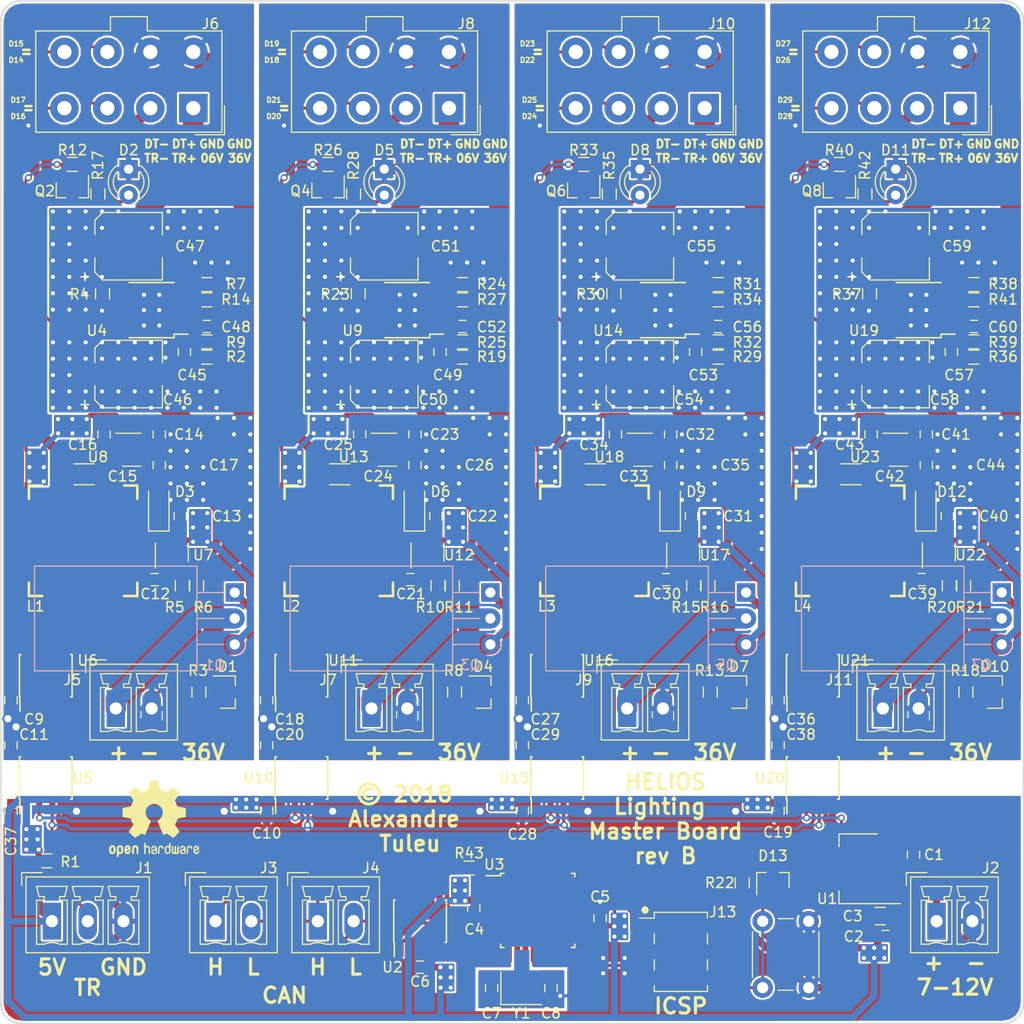
<source format=kicad_pcb>
(kicad_pcb (version 4) (host pcbnew 4.0.7+dfsg1-1~bpo9+1)
  (layers (0 F.Cu signal) (31 B.Cu signal) (34 B.Paste user) (35 F.Paste user) (36 B.SilkS user) (37 F.SilkS user) (38 B.Mask user) (39 F.Mask user) (44 Edge.Cuts user))
  (net 0 "")
  (net 1 /Output_1/V36)
  (net 2 /Output_1/V5)
  (net 3 GND)
  (net 4 +5V)
  (net 5 /Output_2/V36)
  (net 6 /Output_1/IR_ON-)
  (net 7 /Output_1/IR_ON+)
  (net 8 /Output_1/DATA_+)
  (net 9 /Output_1/DATA_-)
  (net 10 /Output_2/IR_ON-)
  (net 11 /Output_2/IR_ON+)
  (net 12 /Output_2/DATA_+)
  (net 13 /Output_2/DATA_-)
  (net 14 /Output_1/VSUPPLY)
  (net 15 /Output_1/TRIGGER)
  (net 16 /Output_1/TRIGGER_ISO)
  (net 17 +12V)
  (net 18 /Output_2/V6)
  (net 19 /Output_1/6V_Regulator/SW)
  (net 20 /Output_1/6V_Regulator/BOOT)
  (net 21 /Output_1/V6)
  (net 22 /Output_1/6V_Regulator/FB)
  (net 23 /Output_1/DATA_ISO)
  (net 24 /XTAL1)
  (net 25 /XTAL2)
  (net 26 /TXCAN)
  (net 27 /RXCAN)
  (net 28 /DATA)
  (net 29 /CANH)
  (net 30 /CANL)
  (net 31 /~ICSP_RESET)
  (net 32 /ICSP_MISO)
  (net 33 /ICSP_SCK)
  (net 34 /ICSP_MOSI)
  (net 35 /Output_2/GNDSUPPLY)
  (net 36 /Output_1/GNDSUPPLY)
  (net 37 /Output_1/PG)
  (net 38 /Output_1/UVLO)
  (net 39 /Output_1/ILIM)
  (net 40 /Output_1/VCLAMP)
  (net 41 /Output_1/6V_Regulator/BYPASS)
  (net 42 /Output_1/REV_ON)
  (net 43 /Output_1/LED_LIM)
  (net 44 /Output_1/LED_ON)
  (net 45 /Output_1/dVdt)
  (net 46 /Output_1/V_PROTECTED)
  (net 47 /Output_2/V5)
  (net 48 /Output_2/6V_Regulator/SW)
  (net 49 /Output_2/6V_Regulator/BOOT)
  (net 50 /Output_2/V_PROTECTED)
  (net 51 /Output_2/6V_Regulator/BYPASS)
  (net 52 /Output_3/GNDSUPPLY)
  (net 53 /Output_3/V5)
  (net 54 /Output_3/6V_Regulator/SW)
  (net 55 /Output_3/6V_Regulator/BOOT)
  (net 56 /Output_3/V_PROTECTED)
  (net 57 /Output_3/V6)
  (net 58 /Output_3/6V_Regulator/BYPASS)
  (net 59 /Output_4/GNDSUPPLY)
  (net 60 /Output_4/V5)
  (net 61 /Output_4/6V_Regulator/SW)
  (net 62 /Output_4/6V_Regulator/BOOT)
  (net 63 /Output_4/V_PROTECTED)
  (net 64 /Output_4/V6)
  (net 65 /Output_4/6V_Regulator/BYPASS)
  (net 66 /Output_2/dVdt)
  (net 67 /Output_3/V36)
  (net 68 /Output_3/dVdt)
  (net 69 /Output_4/V36)
  (net 70 /Output_4/dVdt)
  (net 71 /Output_2/REV_ON)
  (net 72 /Output_2/LED_LIM)
  (net 73 /Output_3/REV_ON)
  (net 74 /Output_3/LED_LIM)
  (net 75 /Output_4/REV_ON)
  (net 76 /Output_4/LED_LIM)
  (net 77 /Output_3/DATA_-)
  (net 78 /Output_3/DATA_+)
  (net 79 /Output_3/IR_ON-)
  (net 80 /Output_3/IR_ON+)
  (net 81 /Output_4/DATA_-)
  (net 82 /Output_4/DATA_+)
  (net 83 /Output_4/IR_ON-)
  (net 84 /Output_4/IR_ON+)
  (net 85 /Output_2/VSUPPLY)
  (net 86 /Output_3/VSUPPLY)
  (net 87 /Output_4/VSUPPLY)
  (net 88 /Output_2/PG)
  (net 89 /Output_2/LED_ON)
  (net 90 /Output_3/PG)
  (net 91 /Output_3/LED_ON)
  (net 92 /Output_4/PG)
  (net 93 /Output_4/LED_ON)
  (net 94 /Output_2/UVLO)
  (net 95 /Output_2/ILIM)
  (net 96 /Output_2/6V_Regulator/FB)
  (net 97 /Output_2/VCLAMP)
  (net 98 /Output_3/6V_Regulator/FB)
  (net 99 /Output_4/6V_Regulator/FB)
  (net 100 /Output_3/UVLO)
  (net 101 /Output_3/ILIM)
  (net 102 /Output_3/VCLAMP)
  (net 103 /Output_4/UVLO)
  (net 104 /Output_4/ILIM)
  (net 105 /Output_4/VCLAMP)
  (net 106 /Output_2/TRIGGER_ISO)
  (net 107 /Output_2/DATA_ISO)
  (net 108 /Output_3/TRIGGER_ISO)
  (net 109 /Output_3/DATA_ISO)
  (net 110 /Output_4/TRIGGER_ISO)
  (net 111 /Output_4/DATA_ISO)
  (module TO_SOT_Packages_THT:TO-220_Horizontal (layer B.Cu) (at 122.875 107.86 270)
    (fp_text reference Q1 (at 7.09 1.95 360) (layer B.SilkS) (effects (justify mirror)))
    (fp_text value IRF9Z34NPbF)
    (pad 1 thru_hole rect (at 0 0 270) (size 1.8 1.8) (drill 1) (layers *.Cu *.Mask) (net 71 /Output_2/REV_ON))
    (pad 2 thru_hole oval (at 2.54 0 270) (size 1.8 1.8) (drill 1) (layers *.Cu *.Mask) (net 85 /Output_2/VSUPPLY))
    (pad 3 thru_hole oval (at 5.08 0 270) (size 1.8 1.8) (drill 1) (layers *.Cu *.Mask) (net 50 /Output_2/V_PROTECTED))
  )
  (module VIA_0.7mm (layer F.Cu) (at 120.2 102.9)
    (fp_text reference REF** hide)
    (fp_text value VIA_0.7mm hide)
    (pad 1 thru_hole circle (at 0 0) (size 0.7 0.7) (drill 0.4) (layers *.Cu) (net 50 /Output_2/V_PROTECTED))
  )
  (module VIA_0.7mm (layer F.Cu) (at 118.8 102.9)
    (fp_text reference REF** hide)
    (fp_text value VIA_0.7mm hide)
    (pad 1 thru_hole circle (at 0 0) (size 0.7 0.7) (drill 0.4) (layers *.Cu) (net 50 /Output_2/V_PROTECTED))
  )
  (module VIA_0.7mm (layer F.Cu) (at 120.2 101.5)
    (fp_text reference REF** hide)
    (fp_text value VIA_0.7mm hide)
    (pad 1 thru_hole circle (at 0 0) (size 0.7 0.7) (drill 0.4) (layers *.Cu) (net 50 /Output_2/V_PROTECTED))
  )
  (module VIA_0.7mm (layer F.Cu) (at 118.8 101.5)
    (fp_text reference REF** hide)
    (fp_text value VIA_0.7mm hide)
    (pad 1 thru_hole circle (at 0 0) (size 0.7 0.7) (drill 0.4) (layers *.Cu) (net 50 /Output_2/V_PROTECTED))
  )
  (module VIA_0.7mm (layer F.Cu) (at 120.2 100.1)
    (fp_text reference REF** hide)
    (fp_text value VIA_0.7mm hide)
    (pad 1 thru_hole circle (at 0 0) (size 0.7 0.7) (drill 0.4) (layers *.Cu) (net 50 /Output_2/V_PROTECTED))
  )
  (module VIA_0.7mm (layer F.Cu) (at 119.8 98.8 90)
    (fp_text reference REF** hide)
    (fp_text value VIA_0.7mm hide)
    (pad 1 thru_hole circle (at 0 0 90) (size 0.7 0.7) (drill 0.4) (layers *.Cu) (net 35 /Output_2/GNDSUPPLY))
  )
  (module VIA_0.7mm (layer F.Cu) (at 118.2 98.8 90)
    (fp_text reference REF** hide)
    (fp_text value VIA_0.7mm hide)
    (pad 1 thru_hole circle (at 0 0 90) (size 0.7 0.7) (drill 0.4) (layers *.Cu) (net 35 /Output_2/GNDSUPPLY))
  )
  (module VIA_0.7mm (layer F.Cu) (at 116.6 98.8 90)
    (fp_text reference REF** hide)
    (fp_text value VIA_0.7mm hide)
    (pad 1 thru_hole circle (at 0 0 90) (size 0.7 0.7) (drill 0.4) (layers *.Cu) (net 35 /Output_2/GNDSUPPLY))
  )
  (module VIA_0.7mm (layer F.Cu) (at 119.8 97.2 90)
    (fp_text reference REF** hide)
    (fp_text value VIA_0.7mm hide)
    (pad 1 thru_hole circle (at 0 0 90) (size 0.7 0.7) (drill 0.4) (layers *.Cu) (net 35 /Output_2/GNDSUPPLY))
  )
  (module VIA_0.7mm (layer F.Cu) (at 118.2 97.2 90)
    (fp_text reference REF** hide)
    (fp_text value VIA_0.7mm hide)
    (pad 1 thru_hole circle (at 0 0 90) (size 0.7 0.7) (drill 0.4) (layers *.Cu) (net 35 /Output_2/GNDSUPPLY))
  )
  (module VIA_0.7mm (layer F.Cu) (at 116.6 97.2 90)
    (fp_text reference REF** hide)
    (fp_text value VIA_0.7mm hide)
    (pad 1 thru_hole circle (at 0 0 90) (size 0.7 0.7) (drill 0.4) (layers *.Cu) (net 35 /Output_2/GNDSUPPLY))
  )
  (module VIA_0.7mm (layer F.Cu) (at 119.8 95.6 90)
    (fp_text reference REF** hide)
    (fp_text value VIA_0.7mm hide)
    (pad 1 thru_hole circle (at 0 0 90) (size 0.7 0.7) (drill 0.4) (layers *.Cu) (net 35 /Output_2/GNDSUPPLY))
  )
  (module VIA_0.7mm (layer F.Cu) (at 118.2 95.6 90)
    (fp_text reference REF** hide)
    (fp_text value VIA_0.7mm hide)
    (pad 1 thru_hole circle (at 0 0 90) (size 0.7 0.7) (drill 0.4) (layers *.Cu) (net 35 /Output_2/GNDSUPPLY))
  )
  (module VIA_0.7mm (layer F.Cu) (at 116.6 95.6 90)
    (fp_text reference REF** hide)
    (fp_text value VIA_0.7mm hide)
    (pad 1 thru_hole circle (at 0 0 90) (size 0.7 0.7) (drill 0.4) (layers *.Cu) (net 35 /Output_2/GNDSUPPLY))
  )
  (module VIA_0.7mm (layer F.Cu) (at 118.2 94 90)
    (fp_text reference REF** hide)
    (fp_text value VIA_0.7mm hide)
    (pad 1 thru_hole circle (at 0 0 90) (size 0.7 0.7) (drill 0.4) (layers *.Cu) (net 35 /Output_2/GNDSUPPLY))
  )
  (module VIA_0.7mm (layer F.Cu) (at 116.6 94 90)
    (fp_text reference REF** hide)
    (fp_text value VIA_0.7mm hide)
    (pad 1 thru_hole circle (at 0 0 90) (size 0.7 0.7) (drill 0.4) (layers *.Cu) (net 35 /Output_2/GNDSUPPLY))
  )
  (module VIA_0.7mm (layer F.Cu) (at 169.8 98.8 90)
    (fp_text reference REF** hide)
    (fp_text value VIA_0.7mm hide)
    (pad 1 thru_hole circle (at 0 0 90) (size 0.7 0.7) (drill 0.4) (layers *.Cu) (net 59 /Output_4/GNDSUPPLY))
  )
  (module VIA_0.7mm (layer F.Cu) (at 168.2 98.8 90)
    (fp_text reference REF** hide)
    (fp_text value VIA_0.7mm hide)
    (pad 1 thru_hole circle (at 0 0 90) (size 0.7 0.7) (drill 0.4) (layers *.Cu) (net 59 /Output_4/GNDSUPPLY))
  )
  (module VIA_0.7mm (layer F.Cu) (at 166.6 98.8 90)
    (fp_text reference REF** hide)
    (fp_text value VIA_0.7mm hide)
    (pad 1 thru_hole circle (at 0 0 90) (size 0.7 0.7) (drill 0.4) (layers *.Cu) (net 59 /Output_4/GNDSUPPLY))
  )
  (module VIA_0.7mm (layer F.Cu) (at 169.8 97.2 90)
    (fp_text reference REF** hide)
    (fp_text value VIA_0.7mm hide)
    (pad 1 thru_hole circle (at 0 0 90) (size 0.7 0.7) (drill 0.4) (layers *.Cu) (net 59 /Output_4/GNDSUPPLY))
  )
  (module VIA_0.7mm (layer F.Cu) (at 168.2 97.2 90)
    (fp_text reference REF** hide)
    (fp_text value VIA_0.7mm hide)
    (pad 1 thru_hole circle (at 0 0 90) (size 0.7 0.7) (drill 0.4) (layers *.Cu) (net 59 /Output_4/GNDSUPPLY))
  )
  (module VIA_0.7mm (layer F.Cu) (at 166.6 97.2 90)
    (fp_text reference REF** hide)
    (fp_text value VIA_0.7mm hide)
    (pad 1 thru_hole circle (at 0 0 90) (size 0.7 0.7) (drill 0.4) (layers *.Cu) (net 59 /Output_4/GNDSUPPLY))
  )
  (module VIA_0.7mm (layer F.Cu) (at 169.8 95.6 90)
    (fp_text reference REF** hide)
    (fp_text value VIA_0.7mm hide)
    (pad 1 thru_hole circle (at 0 0 90) (size 0.7 0.7) (drill 0.4) (layers *.Cu) (net 59 /Output_4/GNDSUPPLY))
  )
  (module VIA_0.7mm (layer F.Cu) (at 168.2 95.6 90)
    (fp_text reference REF** hide)
    (fp_text value VIA_0.7mm hide)
    (pad 1 thru_hole circle (at 0 0 90) (size 0.7 0.7) (drill 0.4) (layers *.Cu) (net 59 /Output_4/GNDSUPPLY))
  )
  (module VIA_0.7mm (layer F.Cu) (at 166.6 95.6 90)
    (fp_text reference REF** hide)
    (fp_text value VIA_0.7mm hide)
    (pad 1 thru_hole circle (at 0 0 90) (size 0.7 0.7) (drill 0.4) (layers *.Cu) (net 59 /Output_4/GNDSUPPLY))
  )
  (module VIA_0.7mm (layer F.Cu) (at 168.2 94 90)
    (fp_text reference REF** hide)
    (fp_text value VIA_0.7mm hide)
    (pad 1 thru_hole circle (at 0 0 90) (size 0.7 0.7) (drill 0.4) (layers *.Cu) (net 59 /Output_4/GNDSUPPLY))
  )
  (module VIA_0.7mm (layer F.Cu) (at 166.6 94 90)
    (fp_text reference REF** hide)
    (fp_text value VIA_0.7mm hide)
    (pad 1 thru_hole circle (at 0 0 90) (size 0.7 0.7) (drill 0.4) (layers *.Cu) (net 59 /Output_4/GNDSUPPLY))
  )
  (module VIA_0.7mm (layer F.Cu) (at 144.8 98.8 90)
    (fp_text reference REF** hide)
    (fp_text value VIA_0.7mm hide)
    (pad 1 thru_hole circle (at 0 0 90) (size 0.7 0.7) (drill 0.4) (layers *.Cu) (net 52 /Output_3/GNDSUPPLY))
  )
  (module VIA_0.7mm (layer F.Cu) (at 143.2 98.8 90)
    (fp_text reference REF** hide)
    (fp_text value VIA_0.7mm hide)
    (pad 1 thru_hole circle (at 0 0 90) (size 0.7 0.7) (drill 0.4) (layers *.Cu) (net 52 /Output_3/GNDSUPPLY))
  )
  (module VIA_0.7mm (layer F.Cu) (at 141.6 98.8 90)
    (fp_text reference REF** hide)
    (fp_text value VIA_0.7mm hide)
    (pad 1 thru_hole circle (at 0 0 90) (size 0.7 0.7) (drill 0.4) (layers *.Cu) (net 52 /Output_3/GNDSUPPLY))
  )
  (module VIA_0.7mm (layer F.Cu) (at 144.8 97.2 90)
    (fp_text reference REF** hide)
    (fp_text value VIA_0.7mm hide)
    (pad 1 thru_hole circle (at 0 0 90) (size 0.7 0.7) (drill 0.4) (layers *.Cu) (net 52 /Output_3/GNDSUPPLY))
  )
  (module VIA_0.7mm (layer F.Cu) (at 143.2 97.2 90)
    (fp_text reference REF** hide)
    (fp_text value VIA_0.7mm hide)
    (pad 1 thru_hole circle (at 0 0 90) (size 0.7 0.7) (drill 0.4) (layers *.Cu) (net 52 /Output_3/GNDSUPPLY))
  )
  (module VIA_0.7mm (layer F.Cu) (at 141.6 97.2 90)
    (fp_text reference REF** hide)
    (fp_text value VIA_0.7mm hide)
    (pad 1 thru_hole circle (at 0 0 90) (size 0.7 0.7) (drill 0.4) (layers *.Cu) (net 52 /Output_3/GNDSUPPLY))
  )
  (module VIA_0.7mm (layer F.Cu) (at 144.8 95.6 90)
    (fp_text reference REF** hide)
    (fp_text value VIA_0.7mm hide)
    (pad 1 thru_hole circle (at 0 0 90) (size 0.7 0.7) (drill 0.4) (layers *.Cu) (net 52 /Output_3/GNDSUPPLY))
  )
  (module VIA_0.7mm (layer F.Cu) (at 143.2 95.6 90)
    (fp_text reference REF** hide)
    (fp_text value VIA_0.7mm hide)
    (pad 1 thru_hole circle (at 0 0 90) (size 0.7 0.7) (drill 0.4) (layers *.Cu) (net 52 /Output_3/GNDSUPPLY))
  )
  (module VIA_0.7mm (layer F.Cu) (at 141.6 95.6 90)
    (fp_text reference REF** hide)
    (fp_text value VIA_0.7mm hide)
    (pad 1 thru_hole circle (at 0 0 90) (size 0.7 0.7) (drill 0.4) (layers *.Cu) (net 52 /Output_3/GNDSUPPLY))
  )
  (module VIA_0.7mm (layer F.Cu) (at 143.2 94 90)
    (fp_text reference REF** hide)
    (fp_text value VIA_0.7mm hide)
    (pad 1 thru_hole circle (at 0 0 90) (size 0.7 0.7) (drill 0.4) (layers *.Cu) (net 52 /Output_3/GNDSUPPLY))
  )
  (module VIA_0.7mm (layer F.Cu) (at 141.6 94 90)
    (fp_text reference REF** hide)
    (fp_text value VIA_0.7mm hide)
    (pad 1 thru_hole circle (at 0 0 90) (size 0.7 0.7) (drill 0.4) (layers *.Cu) (net 52 /Output_3/GNDSUPPLY))
  )
  (module VIA_0.7mm (layer F.Cu) (at 191.6 92.4 90)
    (fp_text reference REF** hide)
    (fp_text value VIA_0.7mm hide)
    (pad 1 thru_hole circle (at 0 0 90) (size 0.7 0.7) (drill 0.4) (layers *.Cu) (net 36 /Output_1/GNDSUPPLY))
  )
  (module VIA_0.7mm (layer F.Cu) (at 166.6 92.4 90)
    (fp_text reference REF** hide)
    (fp_text value VIA_0.7mm hide)
    (pad 1 thru_hole circle (at 0 0 90) (size 0.7 0.7) (drill 0.4) (layers *.Cu) (net 59 /Output_4/GNDSUPPLY))
  )
  (module VIA_0.7mm (layer F.Cu) (at 141.6 92.4 90)
    (fp_text reference REF** hide)
    (fp_text value VIA_0.7mm hide)
    (pad 1 thru_hole circle (at 0 0 90) (size 0.7 0.7) (drill 0.4) (layers *.Cu) (net 52 /Output_3/GNDSUPPLY))
  )
  (module VIA_0.7mm (layer F.Cu) (at 124.4 103.6 90)
    (fp_text reference REF** hide)
    (fp_text value VIA_0.7mm hide)
    (pad 1 thru_hole circle (at 0 0 90) (size 0.7 0.7) (drill 0.4) (layers *.Cu) (net 35 /Output_2/GNDSUPPLY))
  )
  (module VIA_0.7mm (layer F.Cu) (at 124.4 102 90)
    (fp_text reference REF** hide)
    (fp_text value VIA_0.7mm hide)
    (pad 1 thru_hole circle (at 0 0 90) (size 0.7 0.7) (drill 0.4) (layers *.Cu) (net 35 /Output_2/GNDSUPPLY))
  )
  (module VIA_0.7mm (layer F.Cu) (at 124.4 100.4 90)
    (fp_text reference REF** hide)
    (fp_text value VIA_0.7mm hide)
    (pad 1 thru_hole circle (at 0 0 90) (size 0.7 0.7) (drill 0.4) (layers *.Cu) (net 35 /Output_2/GNDSUPPLY))
  )
  (module VIA_0.7mm (layer F.Cu) (at 149.4 103.6 90)
    (fp_text reference REF** hide)
    (fp_text value VIA_0.7mm hide)
    (pad 1 thru_hole circle (at 0 0 90) (size 0.7 0.7) (drill 0.4) (layers *.Cu) (net 52 /Output_3/GNDSUPPLY))
  )
  (module VIA_0.7mm (layer F.Cu) (at 149.4 102 90)
    (fp_text reference REF** hide)
    (fp_text value VIA_0.7mm hide)
    (pad 1 thru_hole circle (at 0 0 90) (size 0.7 0.7) (drill 0.4) (layers *.Cu) (net 52 /Output_3/GNDSUPPLY))
  )
  (module VIA_0.7mm (layer F.Cu) (at 149.4 100.4 90)
    (fp_text reference REF** hide)
    (fp_text value VIA_0.7mm hide)
    (pad 1 thru_hole circle (at 0 0 90) (size 0.7 0.7) (drill 0.4) (layers *.Cu) (net 52 /Output_3/GNDSUPPLY))
  )
  (module VIA_0.7mm (layer F.Cu) (at 174.4 103.6 90)
    (fp_text reference REF** hide)
    (fp_text value VIA_0.7mm hide)
    (pad 1 thru_hole circle (at 0 0 90) (size 0.7 0.7) (drill 0.4) (layers *.Cu) (net 59 /Output_4/GNDSUPPLY))
  )
  (module VIA_0.7mm (layer F.Cu) (at 174.4 102 90)
    (fp_text reference REF** hide)
    (fp_text value VIA_0.7mm hide)
    (pad 1 thru_hole circle (at 0 0 90) (size 0.7 0.7) (drill 0.4) (layers *.Cu) (net 59 /Output_4/GNDSUPPLY))
  )
  (module VIA_0.7mm (layer F.Cu) (at 174.4 100.4 90)
    (fp_text reference REF** hide)
    (fp_text value VIA_0.7mm hide)
    (pad 1 thru_hole circle (at 0 0 90) (size 0.7 0.7) (drill 0.4) (layers *.Cu) (net 59 /Output_4/GNDSUPPLY))
  )
  (module VIA_0.7mm (layer F.Cu) (at 199.4 103.6 90)
    (fp_text reference REF** hide)
    (fp_text value VIA_0.7mm hide)
    (pad 1 thru_hole circle (at 0 0 90) (size 0.7 0.7) (drill 0.4) (layers *.Cu) (net 36 /Output_1/GNDSUPPLY))
  )
  (module VIA_0.7mm (layer F.Cu) (at 199.4 102 90)
    (fp_text reference REF** hide)
    (fp_text value VIA_0.7mm hide)
    (pad 1 thru_hole circle (at 0 0 90) (size 0.7 0.7) (drill 0.4) (layers *.Cu) (net 36 /Output_1/GNDSUPPLY))
  )
  (module VIA_0.7mm (layer F.Cu) (at 199.4 100.4 90)
    (fp_text reference REF** hide)
    (fp_text value VIA_0.7mm hide)
    (pad 1 thru_hole circle (at 0 0 90) (size 0.7 0.7) (drill 0.4) (layers *.Cu) (net 36 /Output_1/GNDSUPPLY))
  )
  (module VIA_0.7mm (layer F.Cu) (at 174.4 98.8 90)
    (fp_text reference REF** hide)
    (fp_text value VIA_0.7mm hide)
    (pad 1 thru_hole circle (at 0 0 90) (size 0.7 0.7) (drill 0.4) (layers *.Cu) (net 59 /Output_4/GNDSUPPLY))
  )
  (module VIA_0.7mm (layer F.Cu) (at 174.4 97.2 90)
    (fp_text reference REF** hide)
    (fp_text value VIA_0.7mm hide)
    (pad 1 thru_hole circle (at 0 0 90) (size 0.7 0.7) (drill 0.4) (layers *.Cu) (net 59 /Output_4/GNDSUPPLY))
  )
  (module VIA_0.7mm (layer F.Cu) (at 174.4 95.6 90)
    (fp_text reference REF** hide)
    (fp_text value VIA_0.7mm hide)
    (pad 1 thru_hole circle (at 0 0 90) (size 0.7 0.7) (drill 0.4) (layers *.Cu) (net 59 /Output_4/GNDSUPPLY))
  )
  (module VIA_0.7mm (layer F.Cu) (at 124.4 98.8 90)
    (fp_text reference REF** hide)
    (fp_text value VIA_0.7mm hide)
    (pad 1 thru_hole circle (at 0 0 90) (size 0.7 0.7) (drill 0.4) (layers *.Cu) (net 35 /Output_2/GNDSUPPLY))
  )
  (module VIA_0.7mm (layer F.Cu) (at 124.4 97.2 90)
    (fp_text reference REF** hide)
    (fp_text value VIA_0.7mm hide)
    (pad 1 thru_hole circle (at 0 0 90) (size 0.7 0.7) (drill 0.4) (layers *.Cu) (net 35 /Output_2/GNDSUPPLY))
  )
  (module VIA_0.7mm (layer F.Cu) (at 124.4 95.6 90)
    (fp_text reference REF** hide)
    (fp_text value VIA_0.7mm hide)
    (pad 1 thru_hole circle (at 0 0 90) (size 0.7 0.7) (drill 0.4) (layers *.Cu) (net 35 /Output_2/GNDSUPPLY))
  )
  (module VIA_0.7mm (layer F.Cu) (at 149.4 98.8 90)
    (fp_text reference REF** hide)
    (fp_text value VIA_0.7mm hide)
    (pad 1 thru_hole circle (at 0 0 90) (size 0.7 0.7) (drill 0.4) (layers *.Cu) (net 52 /Output_3/GNDSUPPLY))
  )
  (module VIA_0.7mm (layer F.Cu) (at 149.4 97.2 90)
    (fp_text reference REF** hide)
    (fp_text value VIA_0.7mm hide)
    (pad 1 thru_hole circle (at 0 0 90) (size 0.7 0.7) (drill 0.4) (layers *.Cu) (net 52 /Output_3/GNDSUPPLY))
  )
  (module VIA_0.7mm (layer F.Cu) (at 149.4 95.6 90)
    (fp_text reference REF** hide)
    (fp_text value VIA_0.7mm hide)
    (pad 1 thru_hole circle (at 0 0 90) (size 0.7 0.7) (drill 0.4) (layers *.Cu) (net 52 /Output_3/GNDSUPPLY))
  )
  (module VIA_0.7mm (layer F.Cu) (at 124.4 94 90)
    (fp_text reference REF** hide)
    (fp_text value VIA_0.7mm hide)
    (pad 1 thru_hole circle (at 0 0 90) (size 0.7 0.7) (drill 0.4) (layers *.Cu) (net 35 /Output_2/GNDSUPPLY))
  )
  (module VIA_0.7mm (layer F.Cu) (at 124.4 92.4 90)
    (fp_text reference REF** hide)
    (fp_text value VIA_0.7mm hide)
    (pad 1 thru_hole circle (at 0 0 90) (size 0.7 0.7) (drill 0.4) (layers *.Cu) (net 35 /Output_2/GNDSUPPLY))
  )
  (module VIA_0.7mm (layer F.Cu) (at 122.8 92.4 90)
    (fp_text reference REF** hide)
    (fp_text value VIA_0.7mm hide)
    (pad 1 thru_hole circle (at 0 0 90) (size 0.7 0.7) (drill 0.4) (layers *.Cu) (net 35 /Output_2/GNDSUPPLY))
  )
  (module VIA_0.7mm (layer F.Cu) (at 124.4 90.8 90)
    (fp_text reference REF** hide)
    (fp_text value VIA_0.7mm hide)
    (pad 1 thru_hole circle (at 0 0 90) (size 0.7 0.7) (drill 0.4) (layers *.Cu) (net 35 /Output_2/GNDSUPPLY))
  )
  (module VIA_0.7mm (layer F.Cu) (at 122.8 90.8 90)
    (fp_text reference REF** hide)
    (fp_text value VIA_0.7mm hide)
    (pad 1 thru_hole circle (at 0 0 90) (size 0.7 0.7) (drill 0.4) (layers *.Cu) (net 35 /Output_2/GNDSUPPLY))
  )
  (module VIA_0.7mm (layer F.Cu) (at 174.4 94 90)
    (fp_text reference REF** hide)
    (fp_text value VIA_0.7mm hide)
    (pad 1 thru_hole circle (at 0 0 90) (size 0.7 0.7) (drill 0.4) (layers *.Cu) (net 59 /Output_4/GNDSUPPLY))
  )
  (module VIA_0.7mm (layer F.Cu) (at 174.4 92.4 90)
    (fp_text reference REF** hide)
    (fp_text value VIA_0.7mm hide)
    (pad 1 thru_hole circle (at 0 0 90) (size 0.7 0.7) (drill 0.4) (layers *.Cu) (net 59 /Output_4/GNDSUPPLY))
  )
  (module VIA_0.7mm (layer F.Cu) (at 172.8 92.4 90)
    (fp_text reference REF** hide)
    (fp_text value VIA_0.7mm hide)
    (pad 1 thru_hole circle (at 0 0 90) (size 0.7 0.7) (drill 0.4) (layers *.Cu) (net 59 /Output_4/GNDSUPPLY))
  )
  (module VIA_0.7mm (layer F.Cu) (at 174.4 90.8 90)
    (fp_text reference REF** hide)
    (fp_text value VIA_0.7mm hide)
    (pad 1 thru_hole circle (at 0 0 90) (size 0.7 0.7) (drill 0.4) (layers *.Cu) (net 59 /Output_4/GNDSUPPLY))
  )
  (module VIA_0.7mm (layer F.Cu) (at 172.8 90.8 90)
    (fp_text reference REF** hide)
    (fp_text value VIA_0.7mm hide)
    (pad 1 thru_hole circle (at 0 0 90) (size 0.7 0.7) (drill 0.4) (layers *.Cu) (net 59 /Output_4/GNDSUPPLY))
  )
  (module VIA_0.7mm (layer F.Cu) (at 149.4 94 90)
    (fp_text reference REF** hide)
    (fp_text value VIA_0.7mm hide)
    (pad 1 thru_hole circle (at 0 0 90) (size 0.7 0.7) (drill 0.4) (layers *.Cu) (net 52 /Output_3/GNDSUPPLY))
  )
  (module VIA_0.7mm (layer F.Cu) (at 149.4 92.4 90)
    (fp_text reference REF** hide)
    (fp_text value VIA_0.7mm hide)
    (pad 1 thru_hole circle (at 0 0 90) (size 0.7 0.7) (drill 0.4) (layers *.Cu) (net 52 /Output_3/GNDSUPPLY))
  )
  (module VIA_0.7mm (layer F.Cu) (at 147.8 92.4 90)
    (fp_text reference REF** hide)
    (fp_text value VIA_0.7mm hide)
    (pad 1 thru_hole circle (at 0 0 90) (size 0.7 0.7) (drill 0.4) (layers *.Cu) (net 52 /Output_3/GNDSUPPLY))
  )
  (module VIA_0.7mm (layer F.Cu) (at 149.4 90.8 90)
    (fp_text reference REF** hide)
    (fp_text value VIA_0.7mm hide)
    (pad 1 thru_hole circle (at 0 0 90) (size 0.7 0.7) (drill 0.4) (layers *.Cu) (net 52 /Output_3/GNDSUPPLY))
  )
  (module VIA_0.7mm (layer F.Cu) (at 147.8 90.8 90)
    (fp_text reference REF** hide)
    (fp_text value VIA_0.7mm hide)
    (pad 1 thru_hole circle (at 0 0 90) (size 0.7 0.7) (drill 0.4) (layers *.Cu) (net 52 /Output_3/GNDSUPPLY))
  )
  (module VIA_0.7mm (layer F.Cu) (at 121.1 89.8 90)
    (fp_text reference REF** hide)
    (fp_text value VIA_0.7mm hide)
    (pad 1 thru_hole circle (at 0 0 90) (size 0.7 0.7) (drill 0.4) (layers *.Cu) (net 50 /Output_2/V_PROTECTED))
  )
  (module VIA_0.7mm (layer F.Cu) (at 119.5 89.8 90)
    (fp_text reference REF** hide)
    (fp_text value VIA_0.7mm hide)
    (pad 1 thru_hole circle (at 0 0 90) (size 0.7 0.7) (drill 0.4) (layers *.Cu) (net 50 /Output_2/V_PROTECTED))
  )
  (module VIA_0.7mm (layer F.Cu) (at 117.9 89.8 90)
    (fp_text reference REF** hide)
    (fp_text value VIA_0.7mm hide)
    (pad 1 thru_hole circle (at 0 0 90) (size 0.7 0.7) (drill 0.4) (layers *.Cu) (net 50 /Output_2/V_PROTECTED))
  )
  (module VIA_0.7mm (layer F.Cu) (at 116.3 89.8 90)
    (fp_text reference REF** hide)
    (fp_text value VIA_0.7mm hide)
    (pad 1 thru_hole circle (at 0 0 90) (size 0.7 0.7) (drill 0.4) (layers *.Cu) (net 50 /Output_2/V_PROTECTED))
  )
  (module VIA_0.7mm (layer F.Cu) (at 114.7 89.8 90)
    (fp_text reference REF** hide)
    (fp_text value VIA_0.7mm hide)
    (pad 1 thru_hole circle (at 0 0 90) (size 0.7 0.7) (drill 0.4) (layers *.Cu) (net 50 /Output_2/V_PROTECTED))
  )
  (module VIA_0.7mm (layer F.Cu) (at 113.1 89.8 90)
    (fp_text reference REF** hide)
    (fp_text value VIA_0.7mm hide)
    (pad 1 thru_hole circle (at 0 0 90) (size 0.7 0.7) (drill 0.4) (layers *.Cu) (net 50 /Output_2/V_PROTECTED))
  )
  (module VIA_0.7mm (layer F.Cu) (at 111.5 89.8 90)
    (fp_text reference REF** hide)
    (fp_text value VIA_0.7mm hide)
    (pad 1 thru_hole circle (at 0 0 90) (size 0.7 0.7) (drill 0.4) (layers *.Cu) (net 50 /Output_2/V_PROTECTED))
  )
  (module VIA_0.7mm (layer F.Cu) (at 109.9 89.7 90)
    (fp_text reference REF** hide)
    (fp_text value VIA_0.7mm hide)
    (pad 1 thru_hole circle (at 0 0 90) (size 0.7 0.7) (drill 0.4) (layers *.Cu) (net 50 /Output_2/V_PROTECTED))
  )
  (module VIA_0.7mm (layer F.Cu) (at 108.3 89.8 90)
    (fp_text reference REF** hide)
    (fp_text value VIA_0.7mm hide)
    (pad 1 thru_hole circle (at 0 0 90) (size 0.7 0.7) (drill 0.4) (layers *.Cu) (net 50 /Output_2/V_PROTECTED))
  )
  (module VIA_0.7mm (layer F.Cu) (at 106.7 89.8 90)
    (fp_text reference REF** hide)
    (fp_text value VIA_0.7mm hide)
    (pad 1 thru_hole circle (at 0 0 90) (size 0.7 0.7) (drill 0.4) (layers *.Cu) (net 50 /Output_2/V_PROTECTED))
  )
  (module VIA_0.7mm (layer F.Cu) (at 171.1 89.8 90)
    (fp_text reference REF** hide)
    (fp_text value VIA_0.7mm hide)
    (pad 1 thru_hole circle (at 0 0 90) (size 0.7 0.7) (drill 0.4) (layers *.Cu) (net 63 /Output_4/V_PROTECTED))
  )
  (module VIA_0.7mm (layer F.Cu) (at 169.5 89.8 90)
    (fp_text reference REF** hide)
    (fp_text value VIA_0.7mm hide)
    (pad 1 thru_hole circle (at 0 0 90) (size 0.7 0.7) (drill 0.4) (layers *.Cu) (net 63 /Output_4/V_PROTECTED))
  )
  (module VIA_0.7mm (layer F.Cu) (at 167.9 89.8 90)
    (fp_text reference REF** hide)
    (fp_text value VIA_0.7mm hide)
    (pad 1 thru_hole circle (at 0 0 90) (size 0.7 0.7) (drill 0.4) (layers *.Cu) (net 63 /Output_4/V_PROTECTED))
  )
  (module VIA_0.7mm (layer F.Cu) (at 166.3 89.8 90)
    (fp_text reference REF** hide)
    (fp_text value VIA_0.7mm hide)
    (pad 1 thru_hole circle (at 0 0 90) (size 0.7 0.7) (drill 0.4) (layers *.Cu) (net 63 /Output_4/V_PROTECTED))
  )
  (module VIA_0.7mm (layer F.Cu) (at 164.7 89.8 90)
    (fp_text reference REF** hide)
    (fp_text value VIA_0.7mm hide)
    (pad 1 thru_hole circle (at 0 0 90) (size 0.7 0.7) (drill 0.4) (layers *.Cu) (net 63 /Output_4/V_PROTECTED))
  )
  (module VIA_0.7mm (layer F.Cu) (at 163.1 89.8 90)
    (fp_text reference REF** hide)
    (fp_text value VIA_0.7mm hide)
    (pad 1 thru_hole circle (at 0 0 90) (size 0.7 0.7) (drill 0.4) (layers *.Cu) (net 63 /Output_4/V_PROTECTED))
  )
  (module VIA_0.7mm (layer F.Cu) (at 161.5 89.8 90)
    (fp_text reference REF** hide)
    (fp_text value VIA_0.7mm hide)
    (pad 1 thru_hole circle (at 0 0 90) (size 0.7 0.7) (drill 0.4) (layers *.Cu) (net 63 /Output_4/V_PROTECTED))
  )
  (module VIA_0.7mm (layer F.Cu) (at 159.9 89.7 90)
    (fp_text reference REF** hide)
    (fp_text value VIA_0.7mm hide)
    (pad 1 thru_hole circle (at 0 0 90) (size 0.7 0.7) (drill 0.4) (layers *.Cu) (net 63 /Output_4/V_PROTECTED))
  )
  (module VIA_0.7mm (layer F.Cu) (at 158.3 89.8 90)
    (fp_text reference REF** hide)
    (fp_text value VIA_0.7mm hide)
    (pad 1 thru_hole circle (at 0 0 90) (size 0.7 0.7) (drill 0.4) (layers *.Cu) (net 63 /Output_4/V_PROTECTED))
  )
  (module VIA_0.7mm (layer F.Cu) (at 156.7 89.8 90)
    (fp_text reference REF** hide)
    (fp_text value VIA_0.7mm hide)
    (pad 1 thru_hole circle (at 0 0 90) (size 0.7 0.7) (drill 0.4) (layers *.Cu) (net 63 /Output_4/V_PROTECTED))
  )
  (module VIA_0.7mm (layer F.Cu) (at 171.1 88.2 90)
    (fp_text reference REF** hide)
    (fp_text value VIA_0.7mm hide)
    (pad 1 thru_hole circle (at 0 0 90) (size 0.7 0.7) (drill 0.4) (layers *.Cu) (net 63 /Output_4/V_PROTECTED))
  )
  (module VIA_0.7mm (layer F.Cu) (at 169.5 88.2 90)
    (fp_text reference REF** hide)
    (fp_text value VIA_0.7mm hide)
    (pad 1 thru_hole circle (at 0 0 90) (size 0.7 0.7) (drill 0.4) (layers *.Cu) (net 63 /Output_4/V_PROTECTED))
  )
  (module VIA_0.7mm (layer F.Cu) (at 167.9 88.2 90)
    (fp_text reference REF** hide)
    (fp_text value VIA_0.7mm hide)
    (pad 1 thru_hole circle (at 0 0 90) (size 0.7 0.7) (drill 0.4) (layers *.Cu) (net 63 /Output_4/V_PROTECTED))
  )
  (module VIA_0.7mm (layer F.Cu) (at 166.3 88.2 90)
    (fp_text reference REF** hide)
    (fp_text value VIA_0.7mm hide)
    (pad 1 thru_hole circle (at 0 0 90) (size 0.7 0.7) (drill 0.4) (layers *.Cu) (net 63 /Output_4/V_PROTECTED))
  )
  (module VIA_0.7mm (layer F.Cu) (at 164.7 88.2 90)
    (fp_text reference REF** hide)
    (fp_text value VIA_0.7mm hide)
    (pad 1 thru_hole circle (at 0 0 90) (size 0.7 0.7) (drill 0.4) (layers *.Cu) (net 63 /Output_4/V_PROTECTED))
  )
  (module VIA_0.7mm (layer F.Cu) (at 163.1 88.2 90)
    (fp_text reference REF** hide)
    (fp_text value VIA_0.7mm hide)
    (pad 1 thru_hole circle (at 0 0 90) (size 0.7 0.7) (drill 0.4) (layers *.Cu) (net 63 /Output_4/V_PROTECTED))
  )
  (module VIA_0.7mm (layer F.Cu) (at 161.5 88.2 90)
    (fp_text reference REF** hide)
    (fp_text value VIA_0.7mm hide)
    (pad 1 thru_hole circle (at 0 0 90) (size 0.7 0.7) (drill 0.4) (layers *.Cu) (net 63 /Output_4/V_PROTECTED))
  )
  (module VIA_0.7mm (layer F.Cu) (at 159.9 88.2 90)
    (fp_text reference REF** hide)
    (fp_text value VIA_0.7mm hide)
    (pad 1 thru_hole circle (at 0 0 90) (size 0.7 0.7) (drill 0.4) (layers *.Cu) (net 63 /Output_4/V_PROTECTED))
  )
  (module VIA_0.7mm (layer F.Cu) (at 158.3 88.2 90)
    (fp_text reference REF** hide)
    (fp_text value VIA_0.7mm hide)
    (pad 1 thru_hole circle (at 0 0 90) (size 0.7 0.7) (drill 0.4) (layers *.Cu) (net 63 /Output_4/V_PROTECTED))
  )
  (module VIA_0.7mm (layer F.Cu) (at 156.7 88.2 90)
    (fp_text reference REF** hide)
    (fp_text value VIA_0.7mm hide)
    (pad 1 thru_hole circle (at 0 0 90) (size 0.7 0.7) (drill 0.4) (layers *.Cu) (net 63 /Output_4/V_PROTECTED))
  )
  (module VIA_0.7mm (layer F.Cu) (at 121.1 88.2 90)
    (fp_text reference REF** hide)
    (fp_text value VIA_0.7mm hide)
    (pad 1 thru_hole circle (at 0 0 90) (size 0.7 0.7) (drill 0.4) (layers *.Cu) (net 50 /Output_2/V_PROTECTED))
  )
  (module VIA_0.7mm (layer F.Cu) (at 119.5 88.2 90)
    (fp_text reference REF** hide)
    (fp_text value VIA_0.7mm hide)
    (pad 1 thru_hole circle (at 0 0 90) (size 0.7 0.7) (drill 0.4) (layers *.Cu) (net 50 /Output_2/V_PROTECTED))
  )
  (module VIA_0.7mm (layer F.Cu) (at 117.9 88.2 90)
    (fp_text reference REF** hide)
    (fp_text value VIA_0.7mm hide)
    (pad 1 thru_hole circle (at 0 0 90) (size 0.7 0.7) (drill 0.4) (layers *.Cu) (net 50 /Output_2/V_PROTECTED))
  )
  (module VIA_0.7mm (layer F.Cu) (at 116.3 88.2 90)
    (fp_text reference REF** hide)
    (fp_text value VIA_0.7mm hide)
    (pad 1 thru_hole circle (at 0 0 90) (size 0.7 0.7) (drill 0.4) (layers *.Cu) (net 50 /Output_2/V_PROTECTED))
  )
  (module VIA_0.7mm (layer F.Cu) (at 114.7 88.2 90)
    (fp_text reference REF** hide)
    (fp_text value VIA_0.7mm hide)
    (pad 1 thru_hole circle (at 0 0 90) (size 0.7 0.7) (drill 0.4) (layers *.Cu) (net 50 /Output_2/V_PROTECTED))
  )
  (module VIA_0.7mm (layer F.Cu) (at 113.1 88.2 90)
    (fp_text reference REF** hide)
    (fp_text value VIA_0.7mm hide)
    (pad 1 thru_hole circle (at 0 0 90) (size 0.7 0.7) (drill 0.4) (layers *.Cu) (net 50 /Output_2/V_PROTECTED))
  )
  (module VIA_0.7mm (layer F.Cu) (at 111.5 88.2 90)
    (fp_text reference REF** hide)
    (fp_text value VIA_0.7mm hide)
    (pad 1 thru_hole circle (at 0 0 90) (size 0.7 0.7) (drill 0.4) (layers *.Cu) (net 50 /Output_2/V_PROTECTED))
  )
  (module VIA_0.7mm (layer F.Cu) (at 109.9 88.2 90)
    (fp_text reference REF** hide)
    (fp_text value VIA_0.7mm hide)
    (pad 1 thru_hole circle (at 0 0 90) (size 0.7 0.7) (drill 0.4) (layers *.Cu) (net 50 /Output_2/V_PROTECTED))
  )
  (module VIA_0.7mm (layer F.Cu) (at 108.3 88.2 90)
    (fp_text reference REF** hide)
    (fp_text value VIA_0.7mm hide)
    (pad 1 thru_hole circle (at 0 0 90) (size 0.7 0.7) (drill 0.4) (layers *.Cu) (net 50 /Output_2/V_PROTECTED))
  )
  (module VIA_0.7mm (layer F.Cu) (at 106.7 88.2 90)
    (fp_text reference REF** hide)
    (fp_text value VIA_0.7mm hide)
    (pad 1 thru_hole circle (at 0 0 90) (size 0.7 0.7) (drill 0.4) (layers *.Cu) (net 50 /Output_2/V_PROTECTED))
  )
  (module VIA_0.7mm (layer F.Cu) (at 146.1 89.8 90)
    (fp_text reference REF** hide)
    (fp_text value VIA_0.7mm hide)
    (pad 1 thru_hole circle (at 0 0 90) (size 0.7 0.7) (drill 0.4) (layers *.Cu) (net 56 /Output_3/V_PROTECTED))
  )
  (module VIA_0.7mm (layer F.Cu) (at 144.5 89.8 90)
    (fp_text reference REF** hide)
    (fp_text value VIA_0.7mm hide)
    (pad 1 thru_hole circle (at 0 0 90) (size 0.7 0.7) (drill 0.4) (layers *.Cu) (net 56 /Output_3/V_PROTECTED))
  )
  (module VIA_0.7mm (layer F.Cu) (at 142.9 89.8 90)
    (fp_text reference REF** hide)
    (fp_text value VIA_0.7mm hide)
    (pad 1 thru_hole circle (at 0 0 90) (size 0.7 0.7) (drill 0.4) (layers *.Cu) (net 56 /Output_3/V_PROTECTED))
  )
  (module VIA_0.7mm (layer F.Cu) (at 141.3 89.8 90)
    (fp_text reference REF** hide)
    (fp_text value VIA_0.7mm hide)
    (pad 1 thru_hole circle (at 0 0 90) (size 0.7 0.7) (drill 0.4) (layers *.Cu) (net 56 /Output_3/V_PROTECTED))
  )
  (module VIA_0.7mm (layer F.Cu) (at 139.7 89.8 90)
    (fp_text reference REF** hide)
    (fp_text value VIA_0.7mm hide)
    (pad 1 thru_hole circle (at 0 0 90) (size 0.7 0.7) (drill 0.4) (layers *.Cu) (net 56 /Output_3/V_PROTECTED))
  )
  (module VIA_0.7mm (layer F.Cu) (at 138.1 89.8 90)
    (fp_text reference REF** hide)
    (fp_text value VIA_0.7mm hide)
    (pad 1 thru_hole circle (at 0 0 90) (size 0.7 0.7) (drill 0.4) (layers *.Cu) (net 56 /Output_3/V_PROTECTED))
  )
  (module VIA_0.7mm (layer F.Cu) (at 136.5 89.8 90)
    (fp_text reference REF** hide)
    (fp_text value VIA_0.7mm hide)
    (pad 1 thru_hole circle (at 0 0 90) (size 0.7 0.7) (drill 0.4) (layers *.Cu) (net 56 /Output_3/V_PROTECTED))
  )
  (module VIA_0.7mm (layer F.Cu) (at 134.9 89.7 90)
    (fp_text reference REF** hide)
    (fp_text value VIA_0.7mm hide)
    (pad 1 thru_hole circle (at 0 0 90) (size 0.7 0.7) (drill 0.4) (layers *.Cu) (net 56 /Output_3/V_PROTECTED))
  )
  (module VIA_0.7mm (layer F.Cu) (at 133.3 89.8 90)
    (fp_text reference REF** hide)
    (fp_text value VIA_0.7mm hide)
    (pad 1 thru_hole circle (at 0 0 90) (size 0.7 0.7) (drill 0.4) (layers *.Cu) (net 56 /Output_3/V_PROTECTED))
  )
  (module VIA_0.7mm (layer F.Cu) (at 131.7 89.8 90)
    (fp_text reference REF** hide)
    (fp_text value VIA_0.7mm hide)
    (pad 1 thru_hole circle (at 0 0 90) (size 0.7 0.7) (drill 0.4) (layers *.Cu) (net 56 /Output_3/V_PROTECTED))
  )
  (module VIA_0.7mm (layer F.Cu) (at 146.1 88.2 90)
    (fp_text reference REF** hide)
    (fp_text value VIA_0.7mm hide)
    (pad 1 thru_hole circle (at 0 0 90) (size 0.7 0.7) (drill 0.4) (layers *.Cu) (net 56 /Output_3/V_PROTECTED))
  )
  (module VIA_0.7mm (layer F.Cu) (at 144.5 88.2 90)
    (fp_text reference REF** hide)
    (fp_text value VIA_0.7mm hide)
    (pad 1 thru_hole circle (at 0 0 90) (size 0.7 0.7) (drill 0.4) (layers *.Cu) (net 56 /Output_3/V_PROTECTED))
  )
  (module VIA_0.7mm (layer F.Cu) (at 142.9 88.2 90)
    (fp_text reference REF** hide)
    (fp_text value VIA_0.7mm hide)
    (pad 1 thru_hole circle (at 0 0 90) (size 0.7 0.7) (drill 0.4) (layers *.Cu) (net 56 /Output_3/V_PROTECTED))
  )
  (module VIA_0.7mm (layer F.Cu) (at 141.3 88.2 90)
    (fp_text reference REF** hide)
    (fp_text value VIA_0.7mm hide)
    (pad 1 thru_hole circle (at 0 0 90) (size 0.7 0.7) (drill 0.4) (layers *.Cu) (net 56 /Output_3/V_PROTECTED))
  )
  (module VIA_0.7mm (layer F.Cu) (at 139.7 88.2 90)
    (fp_text reference REF** hide)
    (fp_text value VIA_0.7mm hide)
    (pad 1 thru_hole circle (at 0 0 90) (size 0.7 0.7) (drill 0.4) (layers *.Cu) (net 56 /Output_3/V_PROTECTED))
  )
  (module VIA_0.7mm (layer F.Cu) (at 138.1 88.2 90)
    (fp_text reference REF** hide)
    (fp_text value VIA_0.7mm hide)
    (pad 1 thru_hole circle (at 0 0 90) (size 0.7 0.7) (drill 0.4) (layers *.Cu) (net 56 /Output_3/V_PROTECTED))
  )
  (module VIA_0.7mm (layer F.Cu) (at 136.5 88.2 90)
    (fp_text reference REF** hide)
    (fp_text value VIA_0.7mm hide)
    (pad 1 thru_hole circle (at 0 0 90) (size 0.7 0.7) (drill 0.4) (layers *.Cu) (net 56 /Output_3/V_PROTECTED))
  )
  (module VIA_0.7mm (layer F.Cu) (at 134.9 88.2 90)
    (fp_text reference REF** hide)
    (fp_text value VIA_0.7mm hide)
    (pad 1 thru_hole circle (at 0 0 90) (size 0.7 0.7) (drill 0.4) (layers *.Cu) (net 56 /Output_3/V_PROTECTED))
  )
  (module VIA_0.7mm (layer F.Cu) (at 133.3 88.2 90)
    (fp_text reference REF** hide)
    (fp_text value VIA_0.7mm hide)
    (pad 1 thru_hole circle (at 0 0 90) (size 0.7 0.7) (drill 0.4) (layers *.Cu) (net 56 /Output_3/V_PROTECTED))
  )
  (module VIA_0.7mm (layer F.Cu) (at 131.7 88.2 90)
    (fp_text reference REF** hide)
    (fp_text value VIA_0.7mm hide)
    (pad 1 thru_hole circle (at 0 0 90) (size 0.7 0.7) (drill 0.4) (layers *.Cu) (net 56 /Output_3/V_PROTECTED))
  )
  (module VIA_0.7mm (layer F.Cu) (at 156.7 86.6 90)
    (fp_text reference REF** hide)
    (fp_text value VIA_0.7mm hide)
    (pad 1 thru_hole circle (at 0 0 90) (size 0.7 0.7) (drill 0.4) (layers *.Cu) (net 63 /Output_4/V_PROTECTED))
  )
  (module VIA_0.7mm (layer F.Cu) (at 106.7 86.6 90)
    (fp_text reference REF** hide)
    (fp_text value VIA_0.7mm hide)
    (pad 1 thru_hole circle (at 0 0 90) (size 0.7 0.7) (drill 0.4) (layers *.Cu) (net 50 /Output_2/V_PROTECTED))
  )
  (module VIA_0.7mm (layer F.Cu) (at 131.7 86.6 90)
    (fp_text reference REF** hide)
    (fp_text value VIA_0.7mm hide)
    (pad 1 thru_hole circle (at 0 0 90) (size 0.7 0.7) (drill 0.4) (layers *.Cu) (net 56 /Output_3/V_PROTECTED))
  )
  (module VIA_0.7mm (layer F.Cu) (at 141.1 83.4 90)
    (fp_text reference REF** hide)
    (fp_text value VIA_0.7mm hide)
    (pad 1 thru_hole circle (at 0 0 90) (size 0.7 0.7) (drill 0.4) (layers *.Cu) (net 56 /Output_3/V_PROTECTED))
  )
  (module VIA_0.7mm (layer F.Cu) (at 139.7 83.4 90)
    (fp_text reference REF** hide)
    (fp_text value VIA_0.7mm hide)
    (pad 1 thru_hole circle (at 0 0 90) (size 0.7 0.7) (drill 0.4) (layers *.Cu) (net 56 /Output_3/V_PROTECTED))
  )
  (module VIA_0.7mm (layer F.Cu) (at 138.1 83.4 90)
    (fp_text reference REF** hide)
    (fp_text value VIA_0.7mm hide)
    (pad 1 thru_hole circle (at 0 0 90) (size 0.7 0.7) (drill 0.4) (layers *.Cu) (net 56 /Output_3/V_PROTECTED))
  )
  (module VIA_0.7mm (layer F.Cu) (at 136.5 83.4 90)
    (fp_text reference REF** hide)
    (fp_text value VIA_0.7mm hide)
    (pad 1 thru_hole circle (at 0 0 90) (size 0.7 0.7) (drill 0.4) (layers *.Cu) (net 56 /Output_3/V_PROTECTED))
  )
  (module VIA_0.7mm (layer F.Cu) (at 134.9 83.4 90)
    (fp_text reference REF** hide)
    (fp_text value VIA_0.7mm hide)
    (pad 1 thru_hole circle (at 0 0 90) (size 0.7 0.7) (drill 0.4) (layers *.Cu) (net 56 /Output_3/V_PROTECTED))
  )
  (module VIA_0.7mm (layer F.Cu) (at 133.3 83.4 90)
    (fp_text reference REF** hide)
    (fp_text value VIA_0.7mm hide)
    (pad 1 thru_hole circle (at 0 0 90) (size 0.7 0.7) (drill 0.4) (layers *.Cu) (net 56 /Output_3/V_PROTECTED))
  )
  (module VIA_0.7mm (layer F.Cu) (at 131.7 83.4 90)
    (fp_text reference REF** hide)
    (fp_text value VIA_0.7mm hide)
    (pad 1 thru_hole circle (at 0 0 90) (size 0.7 0.7) (drill 0.4) (layers *.Cu) (net 56 /Output_3/V_PROTECTED))
  )
  (module VIA_0.7mm (layer F.Cu) (at 116.1 84.9 90)
    (fp_text reference REF** hide)
    (fp_text value VIA_0.7mm hide)
    (pad 1 thru_hole circle (at 0 0 90) (size 0.7 0.7) (drill 0.4) (layers *.Cu) (net 50 /Output_2/V_PROTECTED))
  )
  (module VIA_0.7mm (layer F.Cu) (at 114.7 85 90)
    (fp_text reference REF** hide)
    (fp_text value VIA_0.7mm hide)
    (pad 1 thru_hole circle (at 0 0 90) (size 0.7 0.7) (drill 0.4) (layers *.Cu) (net 50 /Output_2/V_PROTECTED))
  )
  (module VIA_0.7mm (layer F.Cu) (at 113.1 85 90)
    (fp_text reference REF** hide)
    (fp_text value VIA_0.7mm hide)
    (pad 1 thru_hole circle (at 0 0 90) (size 0.7 0.7) (drill 0.4) (layers *.Cu) (net 50 /Output_2/V_PROTECTED))
  )
  (module VIA_0.7mm (layer F.Cu) (at 111.5 85 90)
    (fp_text reference REF** hide)
    (fp_text value VIA_0.7mm hide)
    (pad 1 thru_hole circle (at 0 0 90) (size 0.7 0.7) (drill 0.4) (layers *.Cu) (net 50 /Output_2/V_PROTECTED))
  )
  (module VIA_0.7mm (layer F.Cu) (at 109.9 85 90)
    (fp_text reference REF** hide)
    (fp_text value VIA_0.7mm hide)
    (pad 1 thru_hole circle (at 0 0 90) (size 0.7 0.7) (drill 0.4) (layers *.Cu) (net 50 /Output_2/V_PROTECTED))
  )
  (module VIA_0.7mm (layer F.Cu) (at 108.3 85 90)
    (fp_text reference REF** hide)
    (fp_text value VIA_0.7mm hide)
    (pad 1 thru_hole circle (at 0 0 90) (size 0.7 0.7) (drill 0.4) (layers *.Cu) (net 50 /Output_2/V_PROTECTED))
  )
  (module VIA_0.7mm (layer F.Cu) (at 106.7 85 90)
    (fp_text reference REF** hide)
    (fp_text value VIA_0.7mm hide)
    (pad 1 thru_hole circle (at 0 0 90) (size 0.7 0.7) (drill 0.4) (layers *.Cu) (net 50 /Output_2/V_PROTECTED))
  )
  (module VIA_0.7mm (layer F.Cu) (at 166.1 84.9 90)
    (fp_text reference REF** hide)
    (fp_text value VIA_0.7mm hide)
    (pad 1 thru_hole circle (at 0 0 90) (size 0.7 0.7) (drill 0.4) (layers *.Cu) (net 63 /Output_4/V_PROTECTED))
  )
  (module VIA_0.7mm (layer F.Cu) (at 164.7 85 90)
    (fp_text reference REF** hide)
    (fp_text value VIA_0.7mm hide)
    (pad 1 thru_hole circle (at 0 0 90) (size 0.7 0.7) (drill 0.4) (layers *.Cu) (net 63 /Output_4/V_PROTECTED))
  )
  (module VIA_0.7mm (layer F.Cu) (at 163.1 85 90)
    (fp_text reference REF** hide)
    (fp_text value VIA_0.7mm hide)
    (pad 1 thru_hole circle (at 0 0 90) (size 0.7 0.7) (drill 0.4) (layers *.Cu) (net 63 /Output_4/V_PROTECTED))
  )
  (module VIA_0.7mm (layer F.Cu) (at 161.5 85 90)
    (fp_text reference REF** hide)
    (fp_text value VIA_0.7mm hide)
    (pad 1 thru_hole circle (at 0 0 90) (size 0.7 0.7) (drill 0.4) (layers *.Cu) (net 63 /Output_4/V_PROTECTED))
  )
  (module VIA_0.7mm (layer F.Cu) (at 159.9 85 90)
    (fp_text reference REF** hide)
    (fp_text value VIA_0.7mm hide)
    (pad 1 thru_hole circle (at 0 0 90) (size 0.7 0.7) (drill 0.4) (layers *.Cu) (net 63 /Output_4/V_PROTECTED))
  )
  (module VIA_0.7mm (layer F.Cu) (at 158.3 85 90)
    (fp_text reference REF** hide)
    (fp_text value VIA_0.7mm hide)
    (pad 1 thru_hole circle (at 0 0 90) (size 0.7 0.7) (drill 0.4) (layers *.Cu) (net 63 /Output_4/V_PROTECTED))
  )
  (module VIA_0.7mm (layer F.Cu) (at 156.7 85 90)
    (fp_text reference REF** hide)
    (fp_text value VIA_0.7mm hide)
    (pad 1 thru_hole circle (at 0 0 90) (size 0.7 0.7) (drill 0.4) (layers *.Cu) (net 63 /Output_4/V_PROTECTED))
  )
  (module VIA_0.7mm (layer F.Cu) (at 166.1 83.4 90)
    (fp_text reference REF** hide)
    (fp_text value VIA_0.7mm hide)
    (pad 1 thru_hole circle (at 0 0 90) (size 0.7 0.7) (drill 0.4) (layers *.Cu) (net 63 /Output_4/V_PROTECTED))
  )
  (module VIA_0.7mm (layer F.Cu) (at 164.7 83.4 90)
    (fp_text reference REF** hide)
    (fp_text value VIA_0.7mm hide)
    (pad 1 thru_hole circle (at 0 0 90) (size 0.7 0.7) (drill 0.4) (layers *.Cu) (net 63 /Output_4/V_PROTECTED))
  )
  (module VIA_0.7mm (layer F.Cu) (at 163.1 83.4 90)
    (fp_text reference REF** hide)
    (fp_text value VIA_0.7mm hide)
    (pad 1 thru_hole circle (at 0 0 90) (size 0.7 0.7) (drill 0.4) (layers *.Cu) (net 63 /Output_4/V_PROTECTED))
  )
  (module VIA_0.7mm (layer F.Cu) (at 161.5 83.4 90)
    (fp_text reference REF** hide)
    (fp_text value VIA_0.7mm hide)
    (pad 1 thru_hole circle (at 0 0 90) (size 0.7 0.7) (drill 0.4) (layers *.Cu) (net 63 /Output_4/V_PROTECTED))
  )
  (module VIA_0.7mm (layer F.Cu) (at 159.9 83.4 90)
    (fp_text reference REF** hide)
    (fp_text value VIA_0.7mm hide)
    (pad 1 thru_hole circle (at 0 0 90) (size 0.7 0.7) (drill 0.4) (layers *.Cu) (net 63 /Output_4/V_PROTECTED))
  )
  (module VIA_0.7mm (layer F.Cu) (at 158.3 83.4 90)
    (fp_text reference REF** hide)
    (fp_text value VIA_0.7mm hide)
    (pad 1 thru_hole circle (at 0 0 90) (size 0.7 0.7) (drill 0.4) (layers *.Cu) (net 63 /Output_4/V_PROTECTED))
  )
  (module VIA_0.7mm (layer F.Cu) (at 156.7 83.4 90)
    (fp_text reference REF** hide)
    (fp_text value VIA_0.7mm hide)
    (pad 1 thru_hole circle (at 0 0 90) (size 0.7 0.7) (drill 0.4) (layers *.Cu) (net 63 /Output_4/V_PROTECTED))
  )
  (module VIA_0.7mm (layer F.Cu) (at 116.1 83.4 90)
    (fp_text reference REF** hide)
    (fp_text value VIA_0.7mm hide)
    (pad 1 thru_hole circle (at 0 0 90) (size 0.7 0.7) (drill 0.4) (layers *.Cu) (net 50 /Output_2/V_PROTECTED))
  )
  (module VIA_0.7mm (layer F.Cu) (at 114.7 83.4 90)
    (fp_text reference REF** hide)
    (fp_text value VIA_0.7mm hide)
    (pad 1 thru_hole circle (at 0 0 90) (size 0.7 0.7) (drill 0.4) (layers *.Cu) (net 50 /Output_2/V_PROTECTED))
  )
  (module VIA_0.7mm (layer F.Cu) (at 113.1 83.4 90)
    (fp_text reference REF** hide)
    (fp_text value VIA_0.7mm hide)
    (pad 1 thru_hole circle (at 0 0 90) (size 0.7 0.7) (drill 0.4) (layers *.Cu) (net 50 /Output_2/V_PROTECTED))
  )
  (module VIA_0.7mm (layer F.Cu) (at 111.5 83.4 90)
    (fp_text reference REF** hide)
    (fp_text value VIA_0.7mm hide)
    (pad 1 thru_hole circle (at 0 0 90) (size 0.7 0.7) (drill 0.4) (layers *.Cu) (net 50 /Output_2/V_PROTECTED))
  )
  (module VIA_0.7mm (layer F.Cu) (at 109.9 83.4 90)
    (fp_text reference REF** hide)
    (fp_text value VIA_0.7mm hide)
    (pad 1 thru_hole circle (at 0 0 90) (size 0.7 0.7) (drill 0.4) (layers *.Cu) (net 50 /Output_2/V_PROTECTED))
  )
  (module VIA_0.7mm (layer F.Cu) (at 108.3 83.4 90)
    (fp_text reference REF** hide)
    (fp_text value VIA_0.7mm hide)
    (pad 1 thru_hole circle (at 0 0 90) (size 0.7 0.7) (drill 0.4) (layers *.Cu) (net 50 /Output_2/V_PROTECTED))
  )
  (module VIA_0.7mm (layer F.Cu) (at 106.7 83.4 90)
    (fp_text reference REF** hide)
    (fp_text value VIA_0.7mm hide)
    (pad 1 thru_hole circle (at 0 0 90) (size 0.7 0.7) (drill 0.4) (layers *.Cu) (net 50 /Output_2/V_PROTECTED))
  )
  (module VIA_0.7mm (layer F.Cu) (at 141.1 84.9 90)
    (fp_text reference REF** hide)
    (fp_text value VIA_0.7mm hide)
    (pad 1 thru_hole circle (at 0 0 90) (size 0.7 0.7) (drill 0.4) (layers *.Cu) (net 56 /Output_3/V_PROTECTED))
  )
  (module VIA_0.7mm (layer F.Cu) (at 139.7 85 90)
    (fp_text reference REF** hide)
    (fp_text value VIA_0.7mm hide)
    (pad 1 thru_hole circle (at 0 0 90) (size 0.7 0.7) (drill 0.4) (layers *.Cu) (net 56 /Output_3/V_PROTECTED))
  )
  (module VIA_0.7mm (layer F.Cu) (at 138.1 85 90)
    (fp_text reference REF** hide)
    (fp_text value VIA_0.7mm hide)
    (pad 1 thru_hole circle (at 0 0 90) (size 0.7 0.7) (drill 0.4) (layers *.Cu) (net 56 /Output_3/V_PROTECTED))
  )
  (module VIA_0.7mm (layer F.Cu) (at 136.5 85 90)
    (fp_text reference REF** hide)
    (fp_text value VIA_0.7mm hide)
    (pad 1 thru_hole circle (at 0 0 90) (size 0.7 0.7) (drill 0.4) (layers *.Cu) (net 56 /Output_3/V_PROTECTED))
  )
  (module VIA_0.7mm (layer F.Cu) (at 134.9 85 90)
    (fp_text reference REF** hide)
    (fp_text value VIA_0.7mm hide)
    (pad 1 thru_hole circle (at 0 0 90) (size 0.7 0.7) (drill 0.4) (layers *.Cu) (net 56 /Output_3/V_PROTECTED))
  )
  (module VIA_0.7mm (layer F.Cu) (at 133.3 85 90)
    (fp_text reference REF** hide)
    (fp_text value VIA_0.7mm hide)
    (pad 1 thru_hole circle (at 0 0 90) (size 0.7 0.7) (drill 0.4) (layers *.Cu) (net 56 /Output_3/V_PROTECTED))
  )
  (module VIA_0.7mm (layer F.Cu) (at 131.7 85 90)
    (fp_text reference REF** hide)
    (fp_text value VIA_0.7mm hide)
    (pad 1 thru_hole circle (at 0 0 90) (size 0.7 0.7) (drill 0.4) (layers *.Cu) (net 56 /Output_3/V_PROTECTED))
  )
  (module VIA_0.7mm (layer F.Cu) (at 155.1 89.8 90)
    (fp_text reference REF** hide)
    (fp_text value VIA_0.7mm hide)
    (pad 1 thru_hole circle (at 0 0 90) (size 0.7 0.7) (drill 0.4) (layers *.Cu) (net 63 /Output_4/V_PROTECTED))
  )
  (module VIA_0.7mm (layer F.Cu) (at 155.1 88.2 90)
    (fp_text reference REF** hide)
    (fp_text value VIA_0.7mm hide)
    (pad 1 thru_hole circle (at 0 0 90) (size 0.7 0.7) (drill 0.4) (layers *.Cu) (net 63 /Output_4/V_PROTECTED))
  )
  (module VIA_0.7mm (layer F.Cu) (at 155.1 86.6 90)
    (fp_text reference REF** hide)
    (fp_text value VIA_0.7mm hide)
    (pad 1 thru_hole circle (at 0 0 90) (size 0.7 0.7) (drill 0.4) (layers *.Cu) (net 63 /Output_4/V_PROTECTED))
  )
  (module VIA_0.7mm (layer F.Cu) (at 155.1 85 90)
    (fp_text reference REF** hide)
    (fp_text value VIA_0.7mm hide)
    (pad 1 thru_hole circle (at 0 0 90) (size 0.7 0.7) (drill 0.4) (layers *.Cu) (net 63 /Output_4/V_PROTECTED))
  )
  (module VIA_0.7mm (layer F.Cu) (at 155.1 83.4 90)
    (fp_text reference REF** hide)
    (fp_text value VIA_0.7mm hide)
    (pad 1 thru_hole circle (at 0 0 90) (size 0.7 0.7) (drill 0.4) (layers *.Cu) (net 63 /Output_4/V_PROTECTED))
  )
  (module VIA_0.7mm (layer F.Cu) (at 130.1 89.8 90)
    (fp_text reference REF** hide)
    (fp_text value VIA_0.7mm hide)
    (pad 1 thru_hole circle (at 0 0 90) (size 0.7 0.7) (drill 0.4) (layers *.Cu) (net 56 /Output_3/V_PROTECTED))
  )
  (module VIA_0.7mm (layer F.Cu) (at 130.1 88.2 90)
    (fp_text reference REF** hide)
    (fp_text value VIA_0.7mm hide)
    (pad 1 thru_hole circle (at 0 0 90) (size 0.7 0.7) (drill 0.4) (layers *.Cu) (net 56 /Output_3/V_PROTECTED))
  )
  (module VIA_0.7mm (layer F.Cu) (at 130.1 86.6 90)
    (fp_text reference REF** hide)
    (fp_text value VIA_0.7mm hide)
    (pad 1 thru_hole circle (at 0 0 90) (size 0.7 0.7) (drill 0.4) (layers *.Cu) (net 56 /Output_3/V_PROTECTED))
  )
  (module VIA_0.7mm (layer F.Cu) (at 130.1 85 90)
    (fp_text reference REF** hide)
    (fp_text value VIA_0.7mm hide)
    (pad 1 thru_hole circle (at 0 0 90) (size 0.7 0.7) (drill 0.4) (layers *.Cu) (net 56 /Output_3/V_PROTECTED))
  )
  (module VIA_0.7mm (layer F.Cu) (at 130.1 83.4 90)
    (fp_text reference REF** hide)
    (fp_text value VIA_0.7mm hide)
    (pad 1 thru_hole circle (at 0 0 90) (size 0.7 0.7) (drill 0.4) (layers *.Cu) (net 56 /Output_3/V_PROTECTED))
  )
  (module VIA_0.7mm (layer F.Cu) (at 105.1 89.8 90)
    (fp_text reference REF** hide)
    (fp_text value VIA_0.7mm hide)
    (pad 1 thru_hole circle (at 0 0 90) (size 0.7 0.7) (drill 0.4) (layers *.Cu) (net 50 /Output_2/V_PROTECTED))
  )
  (module VIA_0.7mm (layer F.Cu) (at 105.1 88.2 90)
    (fp_text reference REF** hide)
    (fp_text value VIA_0.7mm hide)
    (pad 1 thru_hole circle (at 0 0 90) (size 0.7 0.7) (drill 0.4) (layers *.Cu) (net 50 /Output_2/V_PROTECTED))
  )
  (module VIA_0.7mm (layer F.Cu) (at 105.1 86.6 90)
    (fp_text reference REF** hide)
    (fp_text value VIA_0.7mm hide)
    (pad 1 thru_hole circle (at 0 0 90) (size 0.7 0.7) (drill 0.4) (layers *.Cu) (net 50 /Output_2/V_PROTECTED))
  )
  (module VIA_0.7mm (layer F.Cu) (at 105.1 85 90)
    (fp_text reference REF** hide)
    (fp_text value VIA_0.7mm hide)
    (pad 1 thru_hole circle (at 0 0 90) (size 0.7 0.7) (drill 0.4) (layers *.Cu) (net 50 /Output_2/V_PROTECTED))
  )
  (module VIA_0.7mm (layer F.Cu) (at 105.1 83.4 90)
    (fp_text reference REF** hide)
    (fp_text value VIA_0.7mm hide)
    (pad 1 thru_hole circle (at 0 0 90) (size 0.7 0.7) (drill 0.4) (layers *.Cu) (net 50 /Output_2/V_PROTECTED))
  )
  (module VIA_0.7mm (layer F.Cu) (at 147.2 77.2 90)
    (fp_text reference REF** hide)
    (fp_text value VIA_0.7mm hide)
    (pad 1 thru_hole circle (at 0 0 90) (size 0.7 0.7) (drill 0.4) (layers *.Cu) (net 56 /Output_3/V_PROTECTED))
  )
  (module VIA_0.7mm (layer F.Cu) (at 147.2 75.6 90)
    (fp_text reference REF** hide)
    (fp_text value VIA_0.7mm hide)
    (pad 1 thru_hole circle (at 0 0 90) (size 0.7 0.7) (drill 0.4) (layers *.Cu) (net 56 /Output_3/V_PROTECTED))
  )
  (module VIA_0.7mm (layer F.Cu) (at 145.6 75.6 90)
    (fp_text reference REF** hide)
    (fp_text value VIA_0.7mm hide)
    (pad 1 thru_hole circle (at 0 0 90) (size 0.7 0.7) (drill 0.4) (layers *.Cu) (net 56 /Output_3/V_PROTECTED))
  )
  (module VIA_0.7mm (layer F.Cu) (at 172.2 77.2 90)
    (fp_text reference REF** hide)
    (fp_text value VIA_0.7mm hide)
    (pad 1 thru_hole circle (at 0 0 90) (size 0.7 0.7) (drill 0.4) (layers *.Cu) (net 63 /Output_4/V_PROTECTED))
  )
  (module VIA_0.7mm (layer F.Cu) (at 172.2 75.6 90)
    (fp_text reference REF** hide)
    (fp_text value VIA_0.7mm hide)
    (pad 1 thru_hole circle (at 0 0 90) (size 0.7 0.7) (drill 0.4) (layers *.Cu) (net 63 /Output_4/V_PROTECTED))
  )
  (module VIA_0.7mm (layer F.Cu) (at 170.6 75.6 90)
    (fp_text reference REF** hide)
    (fp_text value VIA_0.7mm hide)
    (pad 1 thru_hole circle (at 0 0 90) (size 0.7 0.7) (drill 0.4) (layers *.Cu) (net 63 /Output_4/V_PROTECTED))
  )
  (module VIA_0.7mm (layer F.Cu) (at 122.2 77.2 90)
    (fp_text reference REF** hide)
    (fp_text value VIA_0.7mm hide)
    (pad 1 thru_hole circle (at 0 0 90) (size 0.7 0.7) (drill 0.4) (layers *.Cu) (net 50 /Output_2/V_PROTECTED))
  )
  (module VIA_0.7mm (layer F.Cu) (at 122.2 75.6 90)
    (fp_text reference REF** hide)
    (fp_text value VIA_0.7mm hide)
    (pad 1 thru_hole circle (at 0 0 90) (size 0.7 0.7) (drill 0.4) (layers *.Cu) (net 50 /Output_2/V_PROTECTED))
  )
  (module VIA_0.7mm (layer F.Cu) (at 120.6 75.6 90)
    (fp_text reference REF** hide)
    (fp_text value VIA_0.7mm hide)
    (pad 1 thru_hole circle (at 0 0 90) (size 0.7 0.7) (drill 0.4) (layers *.Cu) (net 50 /Output_2/V_PROTECTED))
  )
  (module VIA_0.7mm (layer F.Cu) (at 197.2 75.6 90)
    (fp_text reference REF** hide)
    (fp_text value VIA_0.7mm hide)
    (pad 1 thru_hole circle (at 0 0 90) (size 0.7 0.7) (drill 0.4) (layers *.Cu) (net 46 /Output_1/V_PROTECTED))
  )
  (module VIA_0.7mm (layer F.Cu) (at 169 75.6 90)
    (fp_text reference REF** hide)
    (fp_text value VIA_0.7mm hide)
    (pad 1 thru_hole circle (at 0 0 90) (size 0.7 0.7) (drill 0.4) (layers *.Cu) (net 63 /Output_4/V_PROTECTED))
  )
  (module VIA_0.7mm (layer F.Cu) (at 144 75.6 90)
    (fp_text reference REF** hide)
    (fp_text value VIA_0.7mm hide)
    (pad 1 thru_hole circle (at 0 0 90) (size 0.7 0.7) (drill 0.4) (layers *.Cu) (net 56 /Output_3/V_PROTECTED))
  )
  (module VIA_0.7mm (layer F.Cu) (at 106.7 73.8 90)
    (fp_text reference REF** hide)
    (fp_text value VIA_0.7mm hide)
    (pad 1 thru_hole circle (at 0 0 90) (size 0.7 0.7) (drill 0.4) (layers *.Cu) (net 50 /Output_2/V_PROTECTED))
  )
  (module VIA_0.7mm (layer F.Cu) (at 131.7 73.8 90)
    (fp_text reference REF** hide)
    (fp_text value VIA_0.7mm hide)
    (pad 1 thru_hole circle (at 0 0 90) (size 0.7 0.7) (drill 0.4) (layers *.Cu) (net 56 /Output_3/V_PROTECTED))
  )
  (module VIA_0.7mm (layer F.Cu) (at 109.9 77 90)
    (fp_text reference REF** hide)
    (fp_text value VIA_0.7mm hide)
    (pad 1 thru_hole circle (at 0 0 90) (size 0.7 0.7) (drill 0.4) (layers *.Cu) (net 50 /Output_2/V_PROTECTED))
  )
  (module VIA_0.7mm (layer F.Cu) (at 108.3 77 90)
    (fp_text reference REF** hide)
    (fp_text value VIA_0.7mm hide)
    (pad 1 thru_hole circle (at 0 0 90) (size 0.7 0.7) (drill 0.4) (layers *.Cu) (net 50 /Output_2/V_PROTECTED))
  )
  (module VIA_0.7mm (layer F.Cu) (at 106.7 77 90)
    (fp_text reference REF** hide)
    (fp_text value VIA_0.7mm hide)
    (pad 1 thru_hole circle (at 0 0 90) (size 0.7 0.7) (drill 0.4) (layers *.Cu) (net 50 /Output_2/V_PROTECTED))
  )
  (module VIA_0.7mm (layer F.Cu) (at 133.3 78.6 90)
    (fp_text reference REF** hide)
    (fp_text value VIA_0.7mm hide)
    (pad 1 thru_hole circle (at 0 0 90) (size 0.7 0.7) (drill 0.4) (layers *.Cu) (net 56 /Output_3/V_PROTECTED))
  )
  (module VIA_0.7mm (layer F.Cu) (at 131.7 78.6 90)
    (fp_text reference REF** hide)
    (fp_text value VIA_0.7mm hide)
    (pad 1 thru_hole circle (at 0 0 90) (size 0.7 0.7) (drill 0.4) (layers *.Cu) (net 56 /Output_3/V_PROTECTED))
  )
  (module VIA_0.7mm (layer F.Cu) (at 109.9 80.3 90)
    (fp_text reference REF** hide)
    (fp_text value VIA_0.7mm hide)
    (pad 1 thru_hole circle (at 0 0 90) (size 0.7 0.7) (drill 0.4) (layers *.Cu) (net 50 /Output_2/V_PROTECTED))
  )
  (module VIA_0.7mm (layer F.Cu) (at 108.3 80.2 90)
    (fp_text reference REF** hide)
    (fp_text value VIA_0.7mm hide)
    (pad 1 thru_hole circle (at 0 0 90) (size 0.7 0.7) (drill 0.4) (layers *.Cu) (net 50 /Output_2/V_PROTECTED))
  )
  (module VIA_0.7mm (layer F.Cu) (at 106.7 80.2 90)
    (fp_text reference REF** hide)
    (fp_text value VIA_0.7mm hide)
    (pad 1 thru_hole circle (at 0 0 90) (size 0.7 0.7) (drill 0.4) (layers *.Cu) (net 50 /Output_2/V_PROTECTED))
  )
  (module VIA_0.7mm (layer F.Cu) (at 158.3 75.4 90)
    (fp_text reference REF** hide)
    (fp_text value VIA_0.7mm hide)
    (pad 1 thru_hole circle (at 0 0 90) (size 0.7 0.7) (drill 0.4) (layers *.Cu) (net 63 /Output_4/V_PROTECTED))
  )
  (module VIA_0.7mm (layer F.Cu) (at 156.7 75.4 90)
    (fp_text reference REF** hide)
    (fp_text value VIA_0.7mm hide)
    (pad 1 thru_hole circle (at 0 0 90) (size 0.7 0.7) (drill 0.4) (layers *.Cu) (net 63 /Output_4/V_PROTECTED))
  )
  (module VIA_0.7mm (layer F.Cu) (at 133.3 75.4 90)
    (fp_text reference REF** hide)
    (fp_text value VIA_0.7mm hide)
    (pad 1 thru_hole circle (at 0 0 90) (size 0.7 0.7) (drill 0.4) (layers *.Cu) (net 56 /Output_3/V_PROTECTED))
  )
  (module VIA_0.7mm (layer F.Cu) (at 131.7 75.4 90)
    (fp_text reference REF** hide)
    (fp_text value VIA_0.7mm hide)
    (pad 1 thru_hole circle (at 0 0 90) (size 0.7 0.7) (drill 0.4) (layers *.Cu) (net 56 /Output_3/V_PROTECTED))
  )
  (module VIA_0.7mm (layer F.Cu) (at 134.9 80.3 90)
    (fp_text reference REF** hide)
    (fp_text value VIA_0.7mm hide)
    (pad 1 thru_hole circle (at 0 0 90) (size 0.7 0.7) (drill 0.4) (layers *.Cu) (net 56 /Output_3/V_PROTECTED))
  )
  (module VIA_0.7mm (layer F.Cu) (at 133.3 80.2 90)
    (fp_text reference REF** hide)
    (fp_text value VIA_0.7mm hide)
    (pad 1 thru_hole circle (at 0 0 90) (size 0.7 0.7) (drill 0.4) (layers *.Cu) (net 56 /Output_3/V_PROTECTED))
  )
  (module VIA_0.7mm (layer F.Cu) (at 131.7 80.2 90)
    (fp_text reference REF** hide)
    (fp_text value VIA_0.7mm hide)
    (pad 1 thru_hole circle (at 0 0 90) (size 0.7 0.7) (drill 0.4) (layers *.Cu) (net 56 /Output_3/V_PROTECTED))
  )
  (module VIA_0.7mm (layer F.Cu) (at 159.9 80.3 90)
    (fp_text reference REF** hide)
    (fp_text value VIA_0.7mm hide)
    (pad 1 thru_hole circle (at 0 0 90) (size 0.7 0.7) (drill 0.4) (layers *.Cu) (net 63 /Output_4/V_PROTECTED))
  )
  (module VIA_0.7mm (layer F.Cu) (at 158.3 80.2 90)
    (fp_text reference REF** hide)
    (fp_text value VIA_0.7mm hide)
    (pad 1 thru_hole circle (at 0 0 90) (size 0.7 0.7) (drill 0.4) (layers *.Cu) (net 63 /Output_4/V_PROTECTED))
  )
  (module VIA_0.7mm (layer F.Cu) (at 156.7 80.2 90)
    (fp_text reference REF** hide)
    (fp_text value VIA_0.7mm hide)
    (pad 1 thru_hole circle (at 0 0 90) (size 0.7 0.7) (drill 0.4) (layers *.Cu) (net 63 /Output_4/V_PROTECTED))
  )
  (module VIA_0.7mm (layer F.Cu) (at 158.3 78.6 90)
    (fp_text reference REF** hide)
    (fp_text value VIA_0.7mm hide)
    (pad 1 thru_hole circle (at 0 0 90) (size 0.7 0.7) (drill 0.4) (layers *.Cu) (net 63 /Output_4/V_PROTECTED))
  )
  (module VIA_0.7mm (layer F.Cu) (at 156.7 78.6 90)
    (fp_text reference REF** hide)
    (fp_text value VIA_0.7mm hide)
    (pad 1 thru_hole circle (at 0 0 90) (size 0.7 0.7) (drill 0.4) (layers *.Cu) (net 63 /Output_4/V_PROTECTED))
  )
  (module VIA_0.7mm (layer F.Cu) (at 108.3 78.6 90)
    (fp_text reference REF** hide)
    (fp_text value VIA_0.7mm hide)
    (pad 1 thru_hole circle (at 0 0 90) (size 0.7 0.7) (drill 0.4) (layers *.Cu) (net 50 /Output_2/V_PROTECTED))
  )
  (module VIA_0.7mm (layer F.Cu) (at 106.7 78.6 90)
    (fp_text reference REF** hide)
    (fp_text value VIA_0.7mm hide)
    (pad 1 thru_hole circle (at 0 0 90) (size 0.7 0.7) (drill 0.4) (layers *.Cu) (net 50 /Output_2/V_PROTECTED))
  )
  (module VIA_0.7mm (layer F.Cu) (at 108.3 75.4 90)
    (fp_text reference REF** hide)
    (fp_text value VIA_0.7mm hide)
    (pad 1 thru_hole circle (at 0 0 90) (size 0.7 0.7) (drill 0.4) (layers *.Cu) (net 50 /Output_2/V_PROTECTED))
  )
  (module VIA_0.7mm (layer F.Cu) (at 106.7 75.4 90)
    (fp_text reference REF** hide)
    (fp_text value VIA_0.7mm hide)
    (pad 1 thru_hole circle (at 0 0 90) (size 0.7 0.7) (drill 0.4) (layers *.Cu) (net 50 /Output_2/V_PROTECTED))
  )
  (module VIA_0.7mm (layer F.Cu) (at 134.9 77 90)
    (fp_text reference REF** hide)
    (fp_text value VIA_0.7mm hide)
    (pad 1 thru_hole circle (at 0 0 90) (size 0.7 0.7) (drill 0.4) (layers *.Cu) (net 56 /Output_3/V_PROTECTED))
  )
  (module VIA_0.7mm (layer F.Cu) (at 133.3 77 90)
    (fp_text reference REF** hide)
    (fp_text value VIA_0.7mm hide)
    (pad 1 thru_hole circle (at 0 0 90) (size 0.7 0.7) (drill 0.4) (layers *.Cu) (net 56 /Output_3/V_PROTECTED))
  )
  (module VIA_0.7mm (layer F.Cu) (at 131.7 77 90)
    (fp_text reference REF** hide)
    (fp_text value VIA_0.7mm hide)
    (pad 1 thru_hole circle (at 0 0 90) (size 0.7 0.7) (drill 0.4) (layers *.Cu) (net 56 /Output_3/V_PROTECTED))
  )
  (module VIA_0.7mm (layer F.Cu) (at 159.9 77 90)
    (fp_text reference REF** hide)
    (fp_text value VIA_0.7mm hide)
    (pad 1 thru_hole circle (at 0 0 90) (size 0.7 0.7) (drill 0.4) (layers *.Cu) (net 63 /Output_4/V_PROTECTED))
  )
  (module VIA_0.7mm (layer F.Cu) (at 158.3 77 90)
    (fp_text reference REF** hide)
    (fp_text value VIA_0.7mm hide)
    (pad 1 thru_hole circle (at 0 0 90) (size 0.7 0.7) (drill 0.4) (layers *.Cu) (net 63 /Output_4/V_PROTECTED))
  )
  (module VIA_0.7mm (layer F.Cu) (at 156.7 77 90)
    (fp_text reference REF** hide)
    (fp_text value VIA_0.7mm hide)
    (pad 1 thru_hole circle (at 0 0 90) (size 0.7 0.7) (drill 0.4) (layers *.Cu) (net 63 /Output_4/V_PROTECTED))
  )
  (module VIA_0.7mm (layer F.Cu) (at 156.7 73.8 90)
    (fp_text reference REF** hide)
    (fp_text value VIA_0.7mm hide)
    (pad 1 thru_hole circle (at 0 0 90) (size 0.7 0.7) (drill 0.4) (layers *.Cu) (net 63 /Output_4/V_PROTECTED))
  )
  (module VIA_0.7mm (layer F.Cu) (at 146.1 72.2 90)
    (fp_text reference REF** hide)
    (fp_text value VIA_0.7mm hide)
    (pad 1 thru_hole circle (at 0 0 90) (size 0.7 0.7) (drill 0.4) (layers *.Cu) (net 56 /Output_3/V_PROTECTED))
  )
  (module VIA_0.7mm (layer F.Cu) (at 144.5 72.2 90)
    (fp_text reference REF** hide)
    (fp_text value VIA_0.7mm hide)
    (pad 1 thru_hole circle (at 0 0 90) (size 0.7 0.7) (drill 0.4) (layers *.Cu) (net 56 /Output_3/V_PROTECTED))
  )
  (module VIA_0.7mm (layer F.Cu) (at 142.9 72.2 90)
    (fp_text reference REF** hide)
    (fp_text value VIA_0.7mm hide)
    (pad 1 thru_hole circle (at 0 0 90) (size 0.7 0.7) (drill 0.4) (layers *.Cu) (net 56 /Output_3/V_PROTECTED))
  )
  (module VIA_0.7mm (layer F.Cu) (at 141.3 72.2 90)
    (fp_text reference REF** hide)
    (fp_text value VIA_0.7mm hide)
    (pad 1 thru_hole circle (at 0 0 90) (size 0.7 0.7) (drill 0.4) (layers *.Cu) (net 56 /Output_3/V_PROTECTED))
  )
  (module VIA_0.7mm (layer F.Cu) (at 139.8 72.2 90)
    (fp_text reference REF** hide)
    (fp_text value VIA_0.7mm hide)
    (pad 1 thru_hole circle (at 0 0 90) (size 0.7 0.7) (drill 0.4) (layers *.Cu) (net 56 /Output_3/V_PROTECTED))
  )
  (module VIA_0.7mm (layer F.Cu) (at 134.9 72.2 90)
    (fp_text reference REF** hide)
    (fp_text value VIA_0.7mm hide)
    (pad 1 thru_hole circle (at 0 0 90) (size 0.7 0.7) (drill 0.4) (layers *.Cu) (net 56 /Output_3/V_PROTECTED))
  )
  (module VIA_0.7mm (layer F.Cu) (at 133.3 72.2 90)
    (fp_text reference REF** hide)
    (fp_text value VIA_0.7mm hide)
    (pad 1 thru_hole circle (at 0 0 90) (size 0.7 0.7) (drill 0.4) (layers *.Cu) (net 56 /Output_3/V_PROTECTED))
  )
  (module VIA_0.7mm (layer F.Cu) (at 131.7 72.2 90)
    (fp_text reference REF** hide)
    (fp_text value VIA_0.7mm hide)
    (pad 1 thru_hole circle (at 0 0 90) (size 0.7 0.7) (drill 0.4) (layers *.Cu) (net 56 /Output_3/V_PROTECTED))
  )
  (module VIA_0.7mm (layer F.Cu) (at 146.1 70.6 90)
    (fp_text reference REF** hide)
    (fp_text value VIA_0.7mm hide)
    (pad 1 thru_hole circle (at 0 0 90) (size 0.7 0.7) (drill 0.4) (layers *.Cu) (net 56 /Output_3/V_PROTECTED))
  )
  (module VIA_0.7mm (layer F.Cu) (at 144.5 70.6 90)
    (fp_text reference REF** hide)
    (fp_text value VIA_0.7mm hide)
    (pad 1 thru_hole circle (at 0 0 90) (size 0.7 0.7) (drill 0.4) (layers *.Cu) (net 56 /Output_3/V_PROTECTED))
  )
  (module VIA_0.7mm (layer F.Cu) (at 142.9 70.6 90)
    (fp_text reference REF** hide)
    (fp_text value VIA_0.7mm hide)
    (pad 1 thru_hole circle (at 0 0 90) (size 0.7 0.7) (drill 0.4) (layers *.Cu) (net 56 /Output_3/V_PROTECTED))
  )
  (module VIA_0.7mm (layer F.Cu) (at 141.4 70.6 90)
    (fp_text reference REF** hide)
    (fp_text value VIA_0.7mm hide)
    (pad 1 thru_hole circle (at 0 0 90) (size 0.7 0.7) (drill 0.4) (layers *.Cu) (net 56 /Output_3/V_PROTECTED))
  )
  (module VIA_0.7mm (layer F.Cu) (at 136.5 70.6 90)
    (fp_text reference REF** hide)
    (fp_text value VIA_0.7mm hide)
    (pad 1 thru_hole circle (at 0 0 90) (size 0.7 0.7) (drill 0.4) (layers *.Cu) (net 56 /Output_3/V_PROTECTED))
  )
  (module VIA_0.7mm (layer F.Cu) (at 134.9 70.6 90)
    (fp_text reference REF** hide)
    (fp_text value VIA_0.7mm hide)
    (pad 1 thru_hole circle (at 0 0 90) (size 0.7 0.7) (drill 0.4) (layers *.Cu) (net 56 /Output_3/V_PROTECTED))
  )
  (module VIA_0.7mm (layer F.Cu) (at 133.3 70.6 90)
    (fp_text reference REF** hide)
    (fp_text value VIA_0.7mm hide)
    (pad 1 thru_hole circle (at 0 0 90) (size 0.7 0.7) (drill 0.4) (layers *.Cu) (net 56 /Output_3/V_PROTECTED))
  )
  (module VIA_0.7mm (layer F.Cu) (at 131.7 70.6 90)
    (fp_text reference REF** hide)
    (fp_text value VIA_0.7mm hide)
    (pad 1 thru_hole circle (at 0 0 90) (size 0.7 0.7) (drill 0.4) (layers *.Cu) (net 56 /Output_3/V_PROTECTED))
  )
  (module VIA_0.7mm (layer F.Cu) (at 121.1 72.2 90)
    (fp_text reference REF** hide)
    (fp_text value VIA_0.7mm hide)
    (pad 1 thru_hole circle (at 0 0 90) (size 0.7 0.7) (drill 0.4) (layers *.Cu) (net 50 /Output_2/V_PROTECTED))
  )
  (module VIA_0.7mm (layer F.Cu) (at 119.5 72.2 90)
    (fp_text reference REF** hide)
    (fp_text value VIA_0.7mm hide)
    (pad 1 thru_hole circle (at 0 0 90) (size 0.7 0.7) (drill 0.4) (layers *.Cu) (net 50 /Output_2/V_PROTECTED))
  )
  (module VIA_0.7mm (layer F.Cu) (at 117.9 72.2 90)
    (fp_text reference REF** hide)
    (fp_text value VIA_0.7mm hide)
    (pad 1 thru_hole circle (at 0 0 90) (size 0.7 0.7) (drill 0.4) (layers *.Cu) (net 50 /Output_2/V_PROTECTED))
  )
  (module VIA_0.7mm (layer F.Cu) (at 116.3 72.2 90)
    (fp_text reference REF** hide)
    (fp_text value VIA_0.7mm hide)
    (pad 1 thru_hole circle (at 0 0 90) (size 0.7 0.7) (drill 0.4) (layers *.Cu) (net 50 /Output_2/V_PROTECTED))
  )
  (module VIA_0.7mm (layer F.Cu) (at 114.8 72.2 90)
    (fp_text reference REF** hide)
    (fp_text value VIA_0.7mm hide)
    (pad 1 thru_hole circle (at 0 0 90) (size 0.7 0.7) (drill 0.4) (layers *.Cu) (net 50 /Output_2/V_PROTECTED))
  )
  (module VIA_0.7mm (layer F.Cu) (at 109.9 72.2 90)
    (fp_text reference REF** hide)
    (fp_text value VIA_0.7mm hide)
    (pad 1 thru_hole circle (at 0 0 90) (size 0.7 0.7) (drill 0.4) (layers *.Cu) (net 50 /Output_2/V_PROTECTED))
  )
  (module VIA_0.7mm (layer F.Cu) (at 108.3 72.2 90)
    (fp_text reference REF** hide)
    (fp_text value VIA_0.7mm hide)
    (pad 1 thru_hole circle (at 0 0 90) (size 0.7 0.7) (drill 0.4) (layers *.Cu) (net 50 /Output_2/V_PROTECTED))
  )
  (module VIA_0.7mm (layer F.Cu) (at 106.7 72.2 90)
    (fp_text reference REF** hide)
    (fp_text value VIA_0.7mm hide)
    (pad 1 thru_hole circle (at 0 0 90) (size 0.7 0.7) (drill 0.4) (layers *.Cu) (net 50 /Output_2/V_PROTECTED))
  )
  (module VIA_0.7mm (layer F.Cu) (at 121.1 70.6 90)
    (fp_text reference REF** hide)
    (fp_text value VIA_0.7mm hide)
    (pad 1 thru_hole circle (at 0 0 90) (size 0.7 0.7) (drill 0.4) (layers *.Cu) (net 50 /Output_2/V_PROTECTED))
  )
  (module VIA_0.7mm (layer F.Cu) (at 119.5 70.6 90)
    (fp_text reference REF** hide)
    (fp_text value VIA_0.7mm hide)
    (pad 1 thru_hole circle (at 0 0 90) (size 0.7 0.7) (drill 0.4) (layers *.Cu) (net 50 /Output_2/V_PROTECTED))
  )
  (module VIA_0.7mm (layer F.Cu) (at 117.9 70.6 90)
    (fp_text reference REF** hide)
    (fp_text value VIA_0.7mm hide)
    (pad 1 thru_hole circle (at 0 0 90) (size 0.7 0.7) (drill 0.4) (layers *.Cu) (net 50 /Output_2/V_PROTECTED))
  )
  (module VIA_0.7mm (layer F.Cu) (at 116.4 70.6 90)
    (fp_text reference REF** hide)
    (fp_text value VIA_0.7mm hide)
    (pad 1 thru_hole circle (at 0 0 90) (size 0.7 0.7) (drill 0.4) (layers *.Cu) (net 50 /Output_2/V_PROTECTED))
  )
  (module VIA_0.7mm (layer F.Cu) (at 111.5 70.6 90)
    (fp_text reference REF** hide)
    (fp_text value VIA_0.7mm hide)
    (pad 1 thru_hole circle (at 0 0 90) (size 0.7 0.7) (drill 0.4) (layers *.Cu) (net 50 /Output_2/V_PROTECTED))
  )
  (module VIA_0.7mm (layer F.Cu) (at 109.9 70.6 90)
    (fp_text reference REF** hide)
    (fp_text value VIA_0.7mm hide)
    (pad 1 thru_hole circle (at 0 0 90) (size 0.7 0.7) (drill 0.4) (layers *.Cu) (net 50 /Output_2/V_PROTECTED))
  )
  (module VIA_0.7mm (layer F.Cu) (at 108.3 70.6 90)
    (fp_text reference REF** hide)
    (fp_text value VIA_0.7mm hide)
    (pad 1 thru_hole circle (at 0 0 90) (size 0.7 0.7) (drill 0.4) (layers *.Cu) (net 50 /Output_2/V_PROTECTED))
  )
  (module VIA_0.7mm (layer F.Cu) (at 106.7 70.6 90)
    (fp_text reference REF** hide)
    (fp_text value VIA_0.7mm hide)
    (pad 1 thru_hole circle (at 0 0 90) (size 0.7 0.7) (drill 0.4) (layers *.Cu) (net 50 /Output_2/V_PROTECTED))
  )
  (module VIA_0.7mm (layer F.Cu) (at 155.1 72.2 90)
    (fp_text reference REF** hide)
    (fp_text value VIA_0.7mm hide)
    (pad 1 thru_hole circle (at 0 0 90) (size 0.7 0.7) (drill 0.4) (layers *.Cu) (net 63 /Output_4/V_PROTECTED))
  )
  (module VIA_0.7mm (layer F.Cu) (at 155.1 70.6 90)
    (fp_text reference REF** hide)
    (fp_text value VIA_0.7mm hide)
    (pad 1 thru_hole circle (at 0 0 90) (size 0.7 0.7) (drill 0.4) (layers *.Cu) (net 63 /Output_4/V_PROTECTED))
  )
  (module VIA_0.7mm (layer F.Cu) (at 171.1 70.6 90)
    (fp_text reference REF** hide)
    (fp_text value VIA_0.7mm hide)
    (pad 1 thru_hole circle (at 0 0 90) (size 0.7 0.7) (drill 0.4) (layers *.Cu) (net 63 /Output_4/V_PROTECTED))
  )
  (module VIA_0.7mm (layer F.Cu) (at 169.5 70.6 90)
    (fp_text reference REF** hide)
    (fp_text value VIA_0.7mm hide)
    (pad 1 thru_hole circle (at 0 0 90) (size 0.7 0.7) (drill 0.4) (layers *.Cu) (net 63 /Output_4/V_PROTECTED))
  )
  (module VIA_0.7mm (layer F.Cu) (at 167.9 70.6 90)
    (fp_text reference REF** hide)
    (fp_text value VIA_0.7mm hide)
    (pad 1 thru_hole circle (at 0 0 90) (size 0.7 0.7) (drill 0.4) (layers *.Cu) (net 63 /Output_4/V_PROTECTED))
  )
  (module VIA_0.7mm (layer F.Cu) (at 166.4 70.6 90)
    (fp_text reference REF** hide)
    (fp_text value VIA_0.7mm hide)
    (pad 1 thru_hole circle (at 0 0 90) (size 0.7 0.7) (drill 0.4) (layers *.Cu) (net 63 /Output_4/V_PROTECTED))
  )
  (module VIA_0.7mm (layer F.Cu) (at 161.5 70.6 90)
    (fp_text reference REF** hide)
    (fp_text value VIA_0.7mm hide)
    (pad 1 thru_hole circle (at 0 0 90) (size 0.7 0.7) (drill 0.4) (layers *.Cu) (net 63 /Output_4/V_PROTECTED))
  )
  (module VIA_0.7mm (layer F.Cu) (at 159.9 70.6 90)
    (fp_text reference REF** hide)
    (fp_text value VIA_0.7mm hide)
    (pad 1 thru_hole circle (at 0 0 90) (size 0.7 0.7) (drill 0.4) (layers *.Cu) (net 63 /Output_4/V_PROTECTED))
  )
  (module VIA_0.7mm (layer F.Cu) (at 158.3 70.6 90)
    (fp_text reference REF** hide)
    (fp_text value VIA_0.7mm hide)
    (pad 1 thru_hole circle (at 0 0 90) (size 0.7 0.7) (drill 0.4) (layers *.Cu) (net 63 /Output_4/V_PROTECTED))
  )
  (module VIA_0.7mm (layer F.Cu) (at 156.7 70.6 90)
    (fp_text reference REF** hide)
    (fp_text value VIA_0.7mm hide)
    (pad 1 thru_hole circle (at 0 0 90) (size 0.7 0.7) (drill 0.4) (layers *.Cu) (net 63 /Output_4/V_PROTECTED))
  )
  (module VIA_0.7mm (layer F.Cu) (at 171.1 72.2 90)
    (fp_text reference REF** hide)
    (fp_text value VIA_0.7mm hide)
    (pad 1 thru_hole circle (at 0 0 90) (size 0.7 0.7) (drill 0.4) (layers *.Cu) (net 63 /Output_4/V_PROTECTED))
  )
  (module VIA_0.7mm (layer F.Cu) (at 169.5 72.2 90)
    (fp_text reference REF** hide)
    (fp_text value VIA_0.7mm hide)
    (pad 1 thru_hole circle (at 0 0 90) (size 0.7 0.7) (drill 0.4) (layers *.Cu) (net 63 /Output_4/V_PROTECTED))
  )
  (module VIA_0.7mm (layer F.Cu) (at 167.9 72.2 90)
    (fp_text reference REF** hide)
    (fp_text value VIA_0.7mm hide)
    (pad 1 thru_hole circle (at 0 0 90) (size 0.7 0.7) (drill 0.4) (layers *.Cu) (net 63 /Output_4/V_PROTECTED))
  )
  (module VIA_0.7mm (layer F.Cu) (at 166.3 72.2 90)
    (fp_text reference REF** hide)
    (fp_text value VIA_0.7mm hide)
    (pad 1 thru_hole circle (at 0 0 90) (size 0.7 0.7) (drill 0.4) (layers *.Cu) (net 63 /Output_4/V_PROTECTED))
  )
  (module VIA_0.7mm (layer F.Cu) (at 164.8 72.2 90)
    (fp_text reference REF** hide)
    (fp_text value VIA_0.7mm hide)
    (pad 1 thru_hole circle (at 0 0 90) (size 0.7 0.7) (drill 0.4) (layers *.Cu) (net 63 /Output_4/V_PROTECTED))
  )
  (module VIA_0.7mm (layer F.Cu) (at 159.9 72.2 90)
    (fp_text reference REF** hide)
    (fp_text value VIA_0.7mm hide)
    (pad 1 thru_hole circle (at 0 0 90) (size 0.7 0.7) (drill 0.4) (layers *.Cu) (net 63 /Output_4/V_PROTECTED))
  )
  (module VIA_0.7mm (layer F.Cu) (at 158.3 72.2 90)
    (fp_text reference REF** hide)
    (fp_text value VIA_0.7mm hide)
    (pad 1 thru_hole circle (at 0 0 90) (size 0.7 0.7) (drill 0.4) (layers *.Cu) (net 63 /Output_4/V_PROTECTED))
  )
  (module VIA_0.7mm (layer F.Cu) (at 156.7 72.2 90)
    (fp_text reference REF** hide)
    (fp_text value VIA_0.7mm hide)
    (pad 1 thru_hole circle (at 0 0 90) (size 0.7 0.7) (drill 0.4) (layers *.Cu) (net 63 /Output_4/V_PROTECTED))
  )
  (module VIA_0.7mm (layer F.Cu) (at 130.1 80.2 90)
    (fp_text reference REF** hide)
    (fp_text value VIA_0.7mm hide)
    (pad 1 thru_hole circle (at 0 0 90) (size 0.7 0.7) (drill 0.4) (layers *.Cu) (net 56 /Output_3/V_PROTECTED))
  )
  (module VIA_0.7mm (layer F.Cu) (at 130.1 78.6 90)
    (fp_text reference REF** hide)
    (fp_text value VIA_0.7mm hide)
    (pad 1 thru_hole circle (at 0 0 90) (size 0.7 0.7) (drill 0.4) (layers *.Cu) (net 56 /Output_3/V_PROTECTED))
  )
  (module VIA_0.7mm (layer F.Cu) (at 130.1 77 90)
    (fp_text reference REF** hide)
    (fp_text value VIA_0.7mm hide)
    (pad 1 thru_hole circle (at 0 0 90) (size 0.7 0.7) (drill 0.4) (layers *.Cu) (net 56 /Output_3/V_PROTECTED))
  )
  (module VIA_0.7mm (layer F.Cu) (at 130.1 75.4 90)
    (fp_text reference REF** hide)
    (fp_text value VIA_0.7mm hide)
    (pad 1 thru_hole circle (at 0 0 90) (size 0.7 0.7) (drill 0.4) (layers *.Cu) (net 56 /Output_3/V_PROTECTED))
  )
  (module VIA_0.7mm (layer F.Cu) (at 130.1 73.8 90)
    (fp_text reference REF** hide)
    (fp_text value VIA_0.7mm hide)
    (pad 1 thru_hole circle (at 0 0 90) (size 0.7 0.7) (drill 0.4) (layers *.Cu) (net 56 /Output_3/V_PROTECTED))
  )
  (module VIA_0.7mm (layer F.Cu) (at 130.1 72.2 90)
    (fp_text reference REF** hide)
    (fp_text value VIA_0.7mm hide)
    (pad 1 thru_hole circle (at 0 0 90) (size 0.7 0.7) (drill 0.4) (layers *.Cu) (net 56 /Output_3/V_PROTECTED))
  )
  (module VIA_0.7mm (layer F.Cu) (at 155.1 80.2 90)
    (fp_text reference REF** hide)
    (fp_text value VIA_0.7mm hide)
    (pad 1 thru_hole circle (at 0 0 90) (size 0.7 0.7) (drill 0.4) (layers *.Cu) (net 63 /Output_4/V_PROTECTED))
  )
  (module VIA_0.7mm (layer F.Cu) (at 155.1 78.6 90)
    (fp_text reference REF** hide)
    (fp_text value VIA_0.7mm hide)
    (pad 1 thru_hole circle (at 0 0 90) (size 0.7 0.7) (drill 0.4) (layers *.Cu) (net 63 /Output_4/V_PROTECTED))
  )
  (module VIA_0.7mm (layer F.Cu) (at 155.1 77 90)
    (fp_text reference REF** hide)
    (fp_text value VIA_0.7mm hide)
    (pad 1 thru_hole circle (at 0 0 90) (size 0.7 0.7) (drill 0.4) (layers *.Cu) (net 63 /Output_4/V_PROTECTED))
  )
  (module VIA_0.7mm (layer F.Cu) (at 155.1 75.4 90)
    (fp_text reference REF** hide)
    (fp_text value VIA_0.7mm hide)
    (pad 1 thru_hole circle (at 0 0 90) (size 0.7 0.7) (drill 0.4) (layers *.Cu) (net 63 /Output_4/V_PROTECTED))
  )
  (module VIA_0.7mm (layer F.Cu) (at 155.1 73.8 90)
    (fp_text reference REF** hide)
    (fp_text value VIA_0.7mm hide)
    (pad 1 thru_hole circle (at 0 0 90) (size 0.7 0.7) (drill 0.4) (layers *.Cu) (net 63 /Output_4/V_PROTECTED))
  )
  (module VIA_0.7mm (layer F.Cu) (at 105.1 80.2 90)
    (fp_text reference REF** hide)
    (fp_text value VIA_0.7mm hide)
    (pad 1 thru_hole circle (at 0 0 90) (size 0.7 0.7) (drill 0.4) (layers *.Cu) (net 50 /Output_2/V_PROTECTED))
  )
  (module VIA_0.7mm (layer F.Cu) (at 105.1 78.6 90)
    (fp_text reference REF** hide)
    (fp_text value VIA_0.7mm hide)
    (pad 1 thru_hole circle (at 0 0 90) (size 0.7 0.7) (drill 0.4) (layers *.Cu) (net 50 /Output_2/V_PROTECTED))
  )
  (module VIA_0.7mm (layer F.Cu) (at 105.1 77 90)
    (fp_text reference REF** hide)
    (fp_text value VIA_0.7mm hide)
    (pad 1 thru_hole circle (at 0 0 90) (size 0.7 0.7) (drill 0.4) (layers *.Cu) (net 50 /Output_2/V_PROTECTED))
  )
  (module VIA_0.7mm (layer F.Cu) (at 105.1 75.4 90)
    (fp_text reference REF** hide)
    (fp_text value VIA_0.7mm hide)
    (pad 1 thru_hole circle (at 0 0 90) (size 0.7 0.7) (drill 0.4) (layers *.Cu) (net 50 /Output_2/V_PROTECTED))
  )
  (module VIA_0.7mm (layer F.Cu) (at 105.1 73.8 90)
    (fp_text reference REF** hide)
    (fp_text value VIA_0.7mm hide)
    (pad 1 thru_hole circle (at 0 0 90) (size 0.7 0.7) (drill 0.4) (layers *.Cu) (net 50 /Output_2/V_PROTECTED))
  )
  (module VIA_0.7mm (layer F.Cu) (at 105.1 72.2 90)
    (fp_text reference REF** hide)
    (fp_text value VIA_0.7mm hide)
    (pad 1 thru_hole circle (at 0 0 90) (size 0.7 0.7) (drill 0.4) (layers *.Cu) (net 50 /Output_2/V_PROTECTED))
  )
  (module VIA_0.7mm (layer F.Cu) (at 158.4 92.3 90)
    (fp_text reference REF** hide)
    (fp_text value VIA_0.7mm hide)
    (pad 1 thru_hole circle (at 0 0 90) (size 0.7 0.7) (drill 0.4) (layers *.Cu) (net 60 /Output_4/V5))
  )
  (module VIA_0.7mm (layer F.Cu) (at 157 92.3 90)
    (fp_text reference REF** hide)
    (fp_text value VIA_0.7mm hide)
    (pad 1 thru_hole circle (at 0 0 90) (size 0.7 0.7) (drill 0.4) (layers *.Cu) (net 60 /Output_4/V5))
  )
  (module VIA_0.7mm (layer F.Cu) (at 155.6 92.3 90)
    (fp_text reference REF** hide)
    (fp_text value VIA_0.7mm hide)
    (pad 1 thru_hole circle (at 0 0 90) (size 0.7 0.7) (drill 0.4) (layers *.Cu) (net 60 /Output_4/V5))
  )
  (module VIA_0.7mm (layer F.Cu) (at 158.4 90.9 90)
    (fp_text reference REF** hide)
    (fp_text value VIA_0.7mm hide)
    (pad 1 thru_hole circle (at 0 0 90) (size 0.7 0.7) (drill 0.4) (layers *.Cu) (net 60 /Output_4/V5))
  )
  (module VIA_0.7mm (layer F.Cu) (at 157 90.9 90)
    (fp_text reference REF** hide)
    (fp_text value VIA_0.7mm hide)
    (pad 1 thru_hole circle (at 0 0 90) (size 0.7 0.7) (drill 0.4) (layers *.Cu) (net 60 /Output_4/V5))
  )
  (module VIA_0.7mm (layer F.Cu) (at 170.2 102.9)
    (fp_text reference REF** hide)
    (fp_text value VIA_0.7mm hide)
    (pad 1 thru_hole circle (at 0 0) (size 0.7 0.7) (drill 0.4) (layers *.Cu) (net 63 /Output_4/V_PROTECTED))
  )
  (module VIA_0.7mm (layer F.Cu) (at 168.8 102.9)
    (fp_text reference REF** hide)
    (fp_text value VIA_0.7mm hide)
    (pad 1 thru_hole circle (at 0 0) (size 0.7 0.7) (drill 0.4) (layers *.Cu) (net 63 /Output_4/V_PROTECTED))
  )
  (module VIA_0.7mm (layer F.Cu) (at 170.2 101.5)
    (fp_text reference REF** hide)
    (fp_text value VIA_0.7mm hide)
    (pad 1 thru_hole circle (at 0 0) (size 0.7 0.7) (drill 0.4) (layers *.Cu) (net 63 /Output_4/V_PROTECTED))
  )
  (module VIA_0.7mm (layer F.Cu) (at 168.8 101.5)
    (fp_text reference REF** hide)
    (fp_text value VIA_0.7mm hide)
    (pad 1 thru_hole circle (at 0 0) (size 0.7 0.7) (drill 0.4) (layers *.Cu) (net 63 /Output_4/V_PROTECTED))
  )
  (module VIA_0.7mm (layer F.Cu) (at 170.2 100.1)
    (fp_text reference REF** hide)
    (fp_text value VIA_0.7mm hide)
    (pad 1 thru_hole circle (at 0 0) (size 0.7 0.7) (drill 0.4) (layers *.Cu) (net 63 /Output_4/V_PROTECTED))
  )
  (module VIA_0.7mm (layer F.Cu) (at 154.2 97)
    (fp_text reference REF** hide)
    (fp_text value VIA_0.7mm hide)
    (pad 1 thru_hole circle (at 0 0) (size 0.7 0.7) (drill 0.4) (layers *.Cu) (net 60 /Output_4/V5))
  )
  (module VIA_0.7mm (layer F.Cu) (at 152.8 97)
    (fp_text reference REF** hide)
    (fp_text value VIA_0.7mm hide)
    (pad 1 thru_hole circle (at 0 0) (size 0.7 0.7) (drill 0.4) (layers *.Cu) (net 60 /Output_4/V5))
  )
  (module VIA_0.7mm (layer F.Cu) (at 154.2 95.6)
    (fp_text reference REF** hide)
    (fp_text value VIA_0.7mm hide)
    (pad 1 thru_hole circle (at 0 0) (size 0.7 0.7) (drill 0.4) (layers *.Cu) (net 60 /Output_4/V5))
  )
  (module VIA_0.7mm (layer F.Cu) (at 152.8 95.6)
    (fp_text reference REF** hide)
    (fp_text value VIA_0.7mm hide)
    (pad 1 thru_hole circle (at 0 0) (size 0.7 0.7) (drill 0.4) (layers *.Cu) (net 60 /Output_4/V5))
  )
  (module VIA_0.7mm (layer F.Cu) (at 154.2 94.2)
    (fp_text reference REF** hide)
    (fp_text value VIA_0.7mm hide)
    (pad 1 thru_hole circle (at 0 0) (size 0.7 0.7) (drill 0.4) (layers *.Cu) (net 60 /Output_4/V5))
  )
  (module VIA_0.7mm (layer F.Cu) (at 145.2 102.9)
    (fp_text reference REF** hide)
    (fp_text value VIA_0.7mm hide)
    (pad 1 thru_hole circle (at 0 0) (size 0.7 0.7) (drill 0.4) (layers *.Cu) (net 56 /Output_3/V_PROTECTED))
  )
  (module VIA_0.7mm (layer F.Cu) (at 143.8 102.9)
    (fp_text reference REF** hide)
    (fp_text value VIA_0.7mm hide)
    (pad 1 thru_hole circle (at 0 0) (size 0.7 0.7) (drill 0.4) (layers *.Cu) (net 56 /Output_3/V_PROTECTED))
  )
  (module VIA_0.7mm (layer F.Cu) (at 145.2 101.5)
    (fp_text reference REF** hide)
    (fp_text value VIA_0.7mm hide)
    (pad 1 thru_hole circle (at 0 0) (size 0.7 0.7) (drill 0.4) (layers *.Cu) (net 56 /Output_3/V_PROTECTED))
  )
  (module VIA_0.7mm (layer F.Cu) (at 143.8 101.5)
    (fp_text reference REF** hide)
    (fp_text value VIA_0.7mm hide)
    (pad 1 thru_hole circle (at 0 0) (size 0.7 0.7) (drill 0.4) (layers *.Cu) (net 56 /Output_3/V_PROTECTED))
  )
  (module VIA_0.7mm (layer F.Cu) (at 145.2 100.1)
    (fp_text reference REF** hide)
    (fp_text value VIA_0.7mm hide)
    (pad 1 thru_hole circle (at 0 0) (size 0.7 0.7) (drill 0.4) (layers *.Cu) (net 56 /Output_3/V_PROTECTED))
  )
  (module VIA_0.7mm (layer F.Cu) (at 129.2 97)
    (fp_text reference REF** hide)
    (fp_text value VIA_0.7mm hide)
    (pad 1 thru_hole circle (at 0 0) (size 0.7 0.7) (drill 0.4) (layers *.Cu) (net 53 /Output_3/V5))
  )
  (module VIA_0.7mm (layer F.Cu) (at 127.8 97)
    (fp_text reference REF** hide)
    (fp_text value VIA_0.7mm hide)
    (pad 1 thru_hole circle (at 0 0) (size 0.7 0.7) (drill 0.4) (layers *.Cu) (net 53 /Output_3/V5))
  )
  (module VIA_0.7mm (layer F.Cu) (at 129.2 95.6)
    (fp_text reference REF** hide)
    (fp_text value VIA_0.7mm hide)
    (pad 1 thru_hole circle (at 0 0) (size 0.7 0.7) (drill 0.4) (layers *.Cu) (net 53 /Output_3/V5))
  )
  (module VIA_0.7mm (layer F.Cu) (at 127.8 95.6)
    (fp_text reference REF** hide)
    (fp_text value VIA_0.7mm hide)
    (pad 1 thru_hole circle (at 0 0) (size 0.7 0.7) (drill 0.4) (layers *.Cu) (net 53 /Output_3/V5))
  )
  (module VIA_0.7mm (layer F.Cu) (at 129.2 94.2)
    (fp_text reference REF** hide)
    (fp_text value VIA_0.7mm hide)
    (pad 1 thru_hole circle (at 0 0) (size 0.7 0.7) (drill 0.4) (layers *.Cu) (net 53 /Output_3/V5))
  )
  (module VIA_0.7mm (layer F.Cu) (at 133.4 92.3 90)
    (fp_text reference REF** hide)
    (fp_text value VIA_0.7mm hide)
    (pad 1 thru_hole circle (at 0 0 90) (size 0.7 0.7) (drill 0.4) (layers *.Cu) (net 53 /Output_3/V5))
  )
  (module VIA_0.7mm (layer F.Cu) (at 132 92.3 90)
    (fp_text reference REF** hide)
    (fp_text value VIA_0.7mm hide)
    (pad 1 thru_hole circle (at 0 0 90) (size 0.7 0.7) (drill 0.4) (layers *.Cu) (net 53 /Output_3/V5))
  )
  (module VIA_0.7mm (layer F.Cu) (at 130.6 92.3 90)
    (fp_text reference REF** hide)
    (fp_text value VIA_0.7mm hide)
    (pad 1 thru_hole circle (at 0 0 90) (size 0.7 0.7) (drill 0.4) (layers *.Cu) (net 53 /Output_3/V5))
  )
  (module VIA_0.7mm (layer F.Cu) (at 133.4 90.9 90)
    (fp_text reference REF** hide)
    (fp_text value VIA_0.7mm hide)
    (pad 1 thru_hole circle (at 0 0 90) (size 0.7 0.7) (drill 0.4) (layers *.Cu) (net 53 /Output_3/V5))
  )
  (module VIA_0.7mm (layer F.Cu) (at 132 90.9 90)
    (fp_text reference REF** hide)
    (fp_text value VIA_0.7mm hide)
    (pad 1 thru_hole circle (at 0 0 90) (size 0.7 0.7) (drill 0.4) (layers *.Cu) (net 53 /Output_3/V5))
  )
  (module VIA_0.7mm (layer F.Cu) (at 104.2 97)
    (fp_text reference REF** hide)
    (fp_text value VIA_0.7mm hide)
    (pad 1 thru_hole circle (at 0 0) (size 0.7 0.7) (drill 0.4) (layers *.Cu) (net 47 /Output_2/V5))
  )
  (module VIA_0.7mm (layer F.Cu) (at 102.8 97)
    (fp_text reference REF** hide)
    (fp_text value VIA_0.7mm hide)
    (pad 1 thru_hole circle (at 0 0) (size 0.7 0.7) (drill 0.4) (layers *.Cu) (net 47 /Output_2/V5))
  )
  (module VIA_0.7mm (layer F.Cu) (at 104.2 95.6)
    (fp_text reference REF** hide)
    (fp_text value VIA_0.7mm hide)
    (pad 1 thru_hole circle (at 0 0) (size 0.7 0.7) (drill 0.4) (layers *.Cu) (net 47 /Output_2/V5))
  )
  (module VIA_0.7mm (layer F.Cu) (at 102.8 95.6)
    (fp_text reference REF** hide)
    (fp_text value VIA_0.7mm hide)
    (pad 1 thru_hole circle (at 0 0) (size 0.7 0.7) (drill 0.4) (layers *.Cu) (net 47 /Output_2/V5))
  )
  (module VIA_0.7mm (layer F.Cu) (at 104.2 94.2)
    (fp_text reference REF** hide)
    (fp_text value VIA_0.7mm hide)
    (pad 1 thru_hole circle (at 0 0) (size 0.7 0.7) (drill 0.4) (layers *.Cu) (net 47 /Output_2/V5))
  )
  (module Capacitors_SMD:CP_Elec_6.3x7.7 (layer F.Cu) (at 112.5 86.5)
    (fp_text reference C46 (at 4.8 2.5) (layer F.SilkS))
    (fp_text value "47uF, 50V")
    (fp_text user + (at -4.28 2.91) (layer F.SilkS))
    (pad 1 smd rect (at -2.7 0 180) (size 3.5 1.6) (layers F.Cu F.Paste F.Mask) (net 50 /Output_2/V_PROTECTED))
    (pad 2 smd rect (at 2.7 0 180) (size 3.5 1.6) (layers F.Cu F.Paste F.Mask) (net 35 /Output_2/GNDSUPPLY))
  )
  (module VIA_0.7mm (layer F.Cu) (at 108.4 92.3 90)
    (fp_text reference REF** hide)
    (fp_text value VIA_0.7mm hide)
    (pad 1 thru_hole circle (at 0 0 90) (size 0.7 0.7) (drill 0.4) (layers *.Cu) (net 47 /Output_2/V5))
  )
  (module VIA_0.7mm (layer F.Cu) (at 107 92.3 90)
    (fp_text reference REF** hide)
    (fp_text value VIA_0.7mm hide)
    (pad 1 thru_hole circle (at 0 0 90) (size 0.7 0.7) (drill 0.4) (layers *.Cu) (net 47 /Output_2/V5))
  )
  (module VIA_0.7mm (layer F.Cu) (at 105.6 92.3 90)
    (fp_text reference REF** hide)
    (fp_text value VIA_0.7mm hide)
    (pad 1 thru_hole circle (at 0 0 90) (size 0.7 0.7) (drill 0.4) (layers *.Cu) (net 47 /Output_2/V5))
  )
  (module VIA_0.7mm (layer F.Cu) (at 108.4 90.9 90)
    (fp_text reference REF** hide)
    (fp_text value VIA_0.7mm hide)
    (pad 1 thru_hole circle (at 0 0 90) (size 0.7 0.7) (drill 0.4) (layers *.Cu) (net 47 /Output_2/V5))
  )
  (module VIA_0.7mm (layer F.Cu) (at 107 90.9 90)
    (fp_text reference REF** hide)
    (fp_text value VIA_0.7mm hide)
    (pad 1 thru_hole circle (at 0 0 90) (size 0.7 0.7) (drill 0.4) (layers *.Cu) (net 47 /Output_2/V5))
  )
  (module TO_SOT_Packages_THT:TO-220_Horizontal (layer B.Cu) (at 172.875 107.86 270)
    (fp_text reference Q5 (at 7.09 1.95 360) (layer B.SilkS) (effects (justify mirror)))
    (fp_text value IRF9Z34NPbF)
    (pad 1 thru_hole rect (at 0 0 270) (size 1.8 1.8) (drill 1) (layers *.Cu *.Mask) (net 75 /Output_4/REV_ON))
    (pad 2 thru_hole oval (at 2.54 0 270) (size 1.8 1.8) (drill 1) (layers *.Cu *.Mask) (net 87 /Output_4/VSUPPLY))
    (pad 3 thru_hole oval (at 5.08 0 270) (size 1.8 1.8) (drill 1) (layers *.Cu *.Mask) (net 63 /Output_4/V_PROTECTED))
  )
  (module TO_SOT_Packages_THT:TO-220_Horizontal (layer B.Cu) (at 147.875 107.86 270)
    (fp_text reference Q3 (at 7.09 1.95 360) (layer B.SilkS) (effects (justify mirror)))
    (fp_text value IRF9Z34NPbF)
    (pad 1 thru_hole rect (at 0 0 270) (size 1.8 1.8) (drill 1) (layers *.Cu *.Mask) (net 73 /Output_3/REV_ON))
    (pad 2 thru_hole oval (at 2.54 0 270) (size 1.8 1.8) (drill 1) (layers *.Cu *.Mask) (net 86 /Output_3/VSUPPLY))
    (pad 3 thru_hole oval (at 5.08 0 270) (size 1.8 1.8) (drill 1) (layers *.Cu *.Mask) (net 56 /Output_3/V_PROTECTED))
  )
  (module VIA_0.7mm (layer F.Cu) (at 155.6 90.9 90)
    (fp_text reference REF** hide)
    (fp_text value VIA_0.7mm hide)
    (pad 1 thru_hole circle (at 0 0 90) (size 0.7 0.7) (drill 0.4) (layers *.Cu) (net 60 /Output_4/V5))
  )
  (module VIA_0.7mm (layer F.Cu) (at 130.6 90.9 90)
    (fp_text reference REF** hide)
    (fp_text value VIA_0.7mm hide)
    (pad 1 thru_hole circle (at 0 0 90) (size 0.7 0.7) (drill 0.4) (layers *.Cu) (net 53 /Output_3/V5))
  )
  (module VIA_0.7mm (layer F.Cu) (at 105.6 90.9 90)
    (fp_text reference REF** hide)
    (fp_text value VIA_0.7mm hide)
    (pad 1 thru_hole circle (at 0 0 90) (size 0.7 0.7) (drill 0.4) (layers *.Cu) (net 47 /Output_2/V5))
  )
  (module VIA_0.7mm (layer F.Cu) (at 152.8 94.2)
    (fp_text reference REF** hide)
    (fp_text value VIA_0.7mm hide)
    (pad 1 thru_hole circle (at 0 0) (size 0.7 0.7) (drill 0.4) (layers *.Cu) (net 60 /Output_4/V5))
  )
  (module VIA_0.7mm (layer F.Cu) (at 127.8 94.2)
    (fp_text reference REF** hide)
    (fp_text value VIA_0.7mm hide)
    (pad 1 thru_hole circle (at 0 0) (size 0.7 0.7) (drill 0.4) (layers *.Cu) (net 53 /Output_3/V5))
  )
  (module VIA_0.7mm (layer F.Cu) (at 102.8 94.2)
    (fp_text reference REF** hide)
    (fp_text value VIA_0.7mm hide)
    (pad 1 thru_hole circle (at 0 0) (size 0.7 0.7) (drill 0.4) (layers *.Cu) (net 47 /Output_2/V5))
  )
  (module Capacitors_SMD:C_0603 (layer F.Cu) (at 165.5 92.4 270)
    (fp_text reference C32 (at 0 -2.9 360) (layer F.SilkS))
    (fp_text value 1uF)
    (pad 2 smd rect (at 0.75 0 270) (size 0.8 0.75) (layers F.Cu F.Paste F.Mask) (net 59 /Output_4/GNDSUPPLY))
    (pad 1 smd rect (at -0.75 0 270) (size 0.8 0.75) (layers F.Cu F.Paste F.Mask) (net 60 /Output_4/V5))
  )
  (module Capacitors_SMD:C_0603 (layer F.Cu) (at 140.5 92.4 270)
    (fp_text reference C23 (at 0 -2.9 360) (layer F.SilkS))
    (fp_text value 1uF)
    (pad 2 smd rect (at 0.75 0 270) (size 0.8 0.75) (layers F.Cu F.Paste F.Mask) (net 52 /Output_3/GNDSUPPLY))
    (pad 1 smd rect (at -0.75 0 270) (size 0.8 0.75) (layers F.Cu F.Paste F.Mask) (net 53 /Output_3/V5))
  )
  (module Capacitors_SMD:C_0603 (layer F.Cu) (at 115.5 92.4 270)
    (fp_text reference C14 (at 0 -2.9 360) (layer F.SilkS))
    (fp_text value 1uF)
    (pad 2 smd rect (at 0.75 0 270) (size 0.8 0.75) (layers F.Cu F.Paste F.Mask) (net 35 /Output_2/GNDSUPPLY))
    (pad 1 smd rect (at -0.75 0 270) (size 0.8 0.75) (layers F.Cu F.Paste F.Mask) (net 47 /Output_2/V5))
  )
  (module Capacitors_SMD:C_0603 (layer F.Cu) (at 165.5 95.4 90)
    (fp_text reference C35 (at 0 6.3 180) (layer F.SilkS))
    (fp_text value "10nF, 50V")
    (pad 2 smd rect (at 0.75 0 90) (size 0.8 0.75) (layers F.Cu F.Paste F.Mask) (net 59 /Output_4/GNDSUPPLY))
    (pad 1 smd rect (at -0.75 0 90) (size 0.8 0.75) (layers F.Cu F.Paste F.Mask) (net 65 /Output_4/6V_Regulator/BYPASS))
  )
  (module Capacitors_SMD:C_0603 (layer F.Cu) (at 140.5 95.4 90)
    (fp_text reference C26 (at 0 6.3 180) (layer F.SilkS))
    (fp_text value "10nF, 50V")
    (pad 2 smd rect (at 0.75 0 90) (size 0.8 0.75) (layers F.Cu F.Paste F.Mask) (net 52 /Output_3/GNDSUPPLY))
    (pad 1 smd rect (at -0.75 0 90) (size 0.8 0.75) (layers F.Cu F.Paste F.Mask) (net 58 /Output_3/6V_Regulator/BYPASS))
  )
  (module Capacitors_SMD:C_0603 (layer F.Cu) (at 115.5 95.4 90)
    (fp_text reference C17 (at 0 6.3 180) (layer F.SilkS))
    (fp_text value "10nF, 50V")
    (pad 2 smd rect (at 0.75 0 90) (size 0.8 0.75) (layers F.Cu F.Paste F.Mask) (net 35 /Output_2/GNDSUPPLY))
    (pad 1 smd rect (at -0.75 0 90) (size 0.8 0.75) (layers F.Cu F.Paste F.Mask) (net 51 /Output_2/6V_Regulator/BYPASS))
  )
  (module TO_SOT_Packages_SMD:SOT-23-5 (layer F.Cu) (at 162.8 93.9)
    (fp_text reference U18 (at -3.3 0.7) (layer F.SilkS))
    (fp_text value LP3985IM5-5.0/NOPB)
    (pad 1 smd rect (at -1.1 -0.95) (size 1.06 0.65) (layers F.Cu F.Paste F.Mask) (net 64 /Output_4/V6))
    (pad 2 smd rect (at -1.1 0) (size 1.06 0.65) (layers F.Cu F.Paste F.Mask) (net 59 /Output_4/GNDSUPPLY))
    (pad 3 smd rect (at -1.1 0.95) (size 1.06 0.65) (layers F.Cu F.Paste F.Mask) (net 64 /Output_4/V6))
    (pad 4 smd rect (at 1.1 0.95) (size 1.06 0.65) (layers F.Cu F.Paste F.Mask) (net 65 /Output_4/6V_Regulator/BYPASS))
    (pad 5 smd rect (at 1.1 -0.95) (size 1.06 0.65) (layers F.Cu F.Paste F.Mask) (net 60 /Output_4/V5))
  )
  (module TO_SOT_Packages_SMD:SOT-23-5 (layer F.Cu) (at 137.8 93.9)
    (fp_text reference U13 (at -3.3 0.7) (layer F.SilkS))
    (fp_text value LP3985IM5-5.0/NOPB)
    (pad 1 smd rect (at -1.1 -0.95) (size 1.06 0.65) (layers F.Cu F.Paste F.Mask) (net 57 /Output_3/V6))
    (pad 2 smd rect (at -1.1 0) (size 1.06 0.65) (layers F.Cu F.Paste F.Mask) (net 52 /Output_3/GNDSUPPLY))
    (pad 3 smd rect (at -1.1 0.95) (size 1.06 0.65) (layers F.Cu F.Paste F.Mask) (net 57 /Output_3/V6))
    (pad 4 smd rect (at 1.1 0.95) (size 1.06 0.65) (layers F.Cu F.Paste F.Mask) (net 58 /Output_3/6V_Regulator/BYPASS))
    (pad 5 smd rect (at 1.1 -0.95) (size 1.06 0.65) (layers F.Cu F.Paste F.Mask) (net 53 /Output_3/V5))
  )
  (module TO_SOT_Packages_SMD:SOT-23-5 (layer F.Cu) (at 112.8 93.9)
    (fp_text reference U8 (at -3.3 0.7) (layer F.SilkS))
    (fp_text value LP3985IM5-5.0/NOPB)
    (pad 1 smd rect (at -1.1 -0.95) (size 1.06 0.65) (layers F.Cu F.Paste F.Mask) (net 18 /Output_2/V6))
    (pad 2 smd rect (at -1.1 0) (size 1.06 0.65) (layers F.Cu F.Paste F.Mask) (net 35 /Output_2/GNDSUPPLY))
    (pad 3 smd rect (at -1.1 0.95) (size 1.06 0.65) (layers F.Cu F.Paste F.Mask) (net 18 /Output_2/V6))
    (pad 4 smd rect (at 1.1 0.95) (size 1.06 0.65) (layers F.Cu F.Paste F.Mask) (net 51 /Output_2/6V_Regulator/BYPASS))
    (pad 5 smd rect (at 1.1 -0.95) (size 1.06 0.65) (layers F.Cu F.Paste F.Mask) (net 47 /Output_2/V5))
  )
  (module Capacitors_SMD:C_0603 (layer F.Cu) (at 160.1 92.4 270)
    (fp_text reference C34 (at 1 2.1 360) (layer F.SilkS))
    (fp_text value 1uF)
    (pad 2 smd rect (at 0.75 0 270) (size 0.8 0.75) (layers F.Cu F.Paste F.Mask) (net 59 /Output_4/GNDSUPPLY))
    (pad 1 smd rect (at -0.75 0 270) (size 0.8 0.75) (layers F.Cu F.Paste F.Mask) (net 64 /Output_4/V6))
  )
  (module Capacitors_SMD:C_0603 (layer F.Cu) (at 135.1 92.4 270)
    (fp_text reference C25 (at 1 2.1 360) (layer F.SilkS))
    (fp_text value 1uF)
    (pad 2 smd rect (at 0.75 0 270) (size 0.8 0.75) (layers F.Cu F.Paste F.Mask) (net 52 /Output_3/GNDSUPPLY))
    (pad 1 smd rect (at -0.75 0 270) (size 0.8 0.75) (layers F.Cu F.Paste F.Mask) (net 57 /Output_3/V6))
  )
  (module Capacitors_SMD:C_0603 (layer F.Cu) (at 110.1 92.4 270)
    (fp_text reference C16 (at 1 2.1 360) (layer F.SilkS))
    (fp_text value 1uF)
    (pad 2 smd rect (at 0.75 0 270) (size 0.8 0.75) (layers F.Cu F.Paste F.Mask) (net 35 /Output_2/GNDSUPPLY))
    (pad 1 smd rect (at -0.75 0 270) (size 0.8 0.75) (layers F.Cu F.Paste F.Mask) (net 18 /Output_2/V6))
  )
  (module LEDs:LED_D3.0mm (layer F.Cu) (at 162.5 66.46 270)
    (fp_text reference D8 (at -1.86 0 360) (layer F.SilkS))
    (fp_text value RED)
    (pad 1 thru_hole rect (at 0 0 270) (size 1.8 1.8) (drill 0.9) (layers *.Cu *.Mask) (net 59 /Output_4/GNDSUPPLY))
    (pad 2 thru_hole circle (at 2.54 0 270) (size 1.8 1.8) (drill 0.9) (layers *.Cu *.Mask) (net 76 /Output_4/LED_LIM))
  )
  (module LEDs:LED_D3.0mm (layer F.Cu) (at 137.5 66.46 270)
    (fp_text reference D5 (at -1.86 0 360) (layer F.SilkS))
    (fp_text value RED)
    (pad 1 thru_hole rect (at 0 0 270) (size 1.8 1.8) (drill 0.9) (layers *.Cu *.Mask) (net 52 /Output_3/GNDSUPPLY))
    (pad 2 thru_hole circle (at 2.54 0 270) (size 1.8 1.8) (drill 0.9) (layers *.Cu *.Mask) (net 74 /Output_3/LED_LIM))
  )
  (module LEDs:LED_D3.0mm (layer F.Cu) (at 112.5 66.46 270)
    (fp_text reference D2 (at -1.86 0 360) (layer F.SilkS))
    (fp_text value RED)
    (pad 1 thru_hole rect (at 0 0 270) (size 1.8 1.8) (drill 0.9) (layers *.Cu *.Mask) (net 35 /Output_2/GNDSUPPLY))
    (pad 2 thru_hole circle (at 2.54 0 270) (size 1.8 1.8) (drill 0.9) (layers *.Cu *.Mask) (net 72 /Output_2/LED_LIM))
  )
  (module Capacitors_SMD:CP_Elec_6.3x7.7 (layer F.Cu) (at 162.5 74)
    (fp_text reference C55 (at 6 0) (layer F.SilkS))
    (fp_text value "47uF, 50V")
    (fp_text user + (at -4.28 2.91) (layer F.SilkS))
    (pad 1 smd rect (at -2.7 0 180) (size 3.5 1.6) (layers F.Cu F.Paste F.Mask) (net 69 /Output_4/V36))
    (pad 2 smd rect (at 2.7 0 180) (size 3.5 1.6) (layers F.Cu F.Paste F.Mask) (net 59 /Output_4/GNDSUPPLY))
  )
  (module Capacitors_SMD:CP_Elec_6.3x7.7 (layer F.Cu) (at 137.5 74)
    (fp_text reference C51 (at 6 0) (layer F.SilkS))
    (fp_text value "47uF, 50V")
    (fp_text user + (at -4.28 2.91) (layer F.SilkS))
    (pad 1 smd rect (at -2.7 0 180) (size 3.5 1.6) (layers F.Cu F.Paste F.Mask) (net 67 /Output_3/V36))
    (pad 2 smd rect (at 2.7 0 180) (size 3.5 1.6) (layers F.Cu F.Paste F.Mask) (net 52 /Output_3/GNDSUPPLY))
  )
  (module Capacitors_SMD:CP_Elec_6.3x7.7 (layer F.Cu) (at 112.5 74)
    (fp_text reference C47 (at 6 0) (layer F.SilkS))
    (fp_text value "47uF, 50V")
    (fp_text user + (at -4.28 2.91) (layer F.SilkS))
    (pad 1 smd rect (at -2.7 0 180) (size 3.5 1.6) (layers F.Cu F.Paste F.Mask) (net 5 /Output_2/V36))
    (pad 2 smd rect (at 2.7 0 180) (size 3.5 1.6) (layers F.Cu F.Paste F.Mask) (net 35 /Output_2/GNDSUPPLY))
  )
  (module Resistors_SMD:R_0603 (layer F.Cu) (at 159.5 68.9 270)
    (fp_text reference R35 (at -2.8 0 270) (layer F.SilkS))
    (fp_text value 604)
    (pad 1 smd rect (at -0.75 0 270) (size 0.5 0.9) (layers F.Cu F.Paste F.Mask) (net 93 /Output_4/LED_ON))
    (pad 2 smd rect (at 0.75 0 270) (size 0.5 0.9) (layers F.Cu F.Paste F.Mask) (net 76 /Output_4/LED_LIM))
  )
  (module Resistors_SMD:R_0603 (layer F.Cu) (at 134.5 68.9 270)
    (fp_text reference R28 (at -2.8 0 270) (layer F.SilkS))
    (fp_text value 604)
    (pad 1 smd rect (at -0.75 0 270) (size 0.5 0.9) (layers F.Cu F.Paste F.Mask) (net 91 /Output_3/LED_ON))
    (pad 2 smd rect (at 0.75 0 270) (size 0.5 0.9) (layers F.Cu F.Paste F.Mask) (net 74 /Output_3/LED_LIM))
  )
  (module Resistors_SMD:R_0603 (layer F.Cu) (at 109.5 68.9 270)
    (fp_text reference R17 (at -2.8 0 270) (layer F.SilkS))
    (fp_text value 604)
    (pad 1 smd rect (at -0.75 0 270) (size 0.5 0.9) (layers F.Cu F.Paste F.Mask) (net 89 /Output_2/LED_ON))
    (pad 2 smd rect (at 0.75 0 270) (size 0.5 0.9) (layers F.Cu F.Paste F.Mask) (net 72 /Output_2/LED_LIM))
  )
  (module VIA_0.7mm (layer F.Cu) (at 130.1 70.6 90)
    (fp_text reference REF** hide)
    (fp_text value VIA_0.7mm hide)
    (pad 1 thru_hole circle (at 0 0 90) (size 0.7 0.7) (drill 0.4) (layers *.Cu) (net 56 /Output_3/V_PROTECTED))
  )
  (module VIA_0.7mm (layer F.Cu) (at 105.1 70.6 90)
    (fp_text reference REF** hide)
    (fp_text value VIA_0.7mm hide)
    (pad 1 thru_hole circle (at 0 0 90) (size 0.7 0.7) (drill 0.4) (layers *.Cu) (net 50 /Output_2/V_PROTECTED))
  )
  (module Resistors_SMD:R_0603 (layer F.Cu) (at 157 66)
    (fp_text reference R33 (at 0 -1.4) (layer F.SilkS))
    (fp_text value 100K)
    (pad 1 smd rect (at -0.75 0) (size 0.5 0.9) (layers F.Cu F.Paste F.Mask) (net 60 /Output_4/V5))
    (pad 2 smd rect (at 0.75 0) (size 0.5 0.9) (layers F.Cu F.Paste F.Mask) (net 92 /Output_4/PG))
  )
  (module Resistors_SMD:R_0603 (layer F.Cu) (at 132 66)
    (fp_text reference R26 (at 0 -1.4) (layer F.SilkS))
    (fp_text value 100K)
    (pad 1 smd rect (at -0.75 0) (size 0.5 0.9) (layers F.Cu F.Paste F.Mask) (net 53 /Output_3/V5))
    (pad 2 smd rect (at 0.75 0) (size 0.5 0.9) (layers F.Cu F.Paste F.Mask) (net 90 /Output_3/PG))
  )
  (module Resistors_SMD:R_0603 (layer F.Cu) (at 107 66)
    (fp_text reference R12 (at 0 -1.4) (layer F.SilkS))
    (fp_text value 100K)
    (pad 1 smd rect (at -0.75 0) (size 0.5 0.9) (layers F.Cu F.Paste F.Mask) (net 47 /Output_2/V5))
    (pad 2 smd rect (at 0.75 0) (size 0.5 0.9) (layers F.Cu F.Paste F.Mask) (net 88 /Output_2/PG))
  )
  (module TO_SOT_Packages_SMD:SOT-23 (layer F.Cu) (at 157 68.5 270)
    (fp_text reference Q6 (at 0.1 2.7 360) (layer F.SilkS))
    (fp_text value BSS84P)
    (pad 1 smd rect (at -1 -0.95 270) (size 0.9 0.8) (layers F.Cu F.Paste F.Mask) (net 92 /Output_4/PG))
    (pad 2 smd rect (at -1 0.95 270) (size 0.9 0.8) (layers F.Cu F.Paste F.Mask) (net 60 /Output_4/V5))
    (pad 3 smd rect (at 1 0 270) (size 0.9 0.8) (layers F.Cu F.Paste F.Mask) (net 93 /Output_4/LED_ON))
  )
  (module TO_SOT_Packages_SMD:SOT-23 (layer F.Cu) (at 132 68.5 270)
    (fp_text reference Q4 (at 0.1 2.7 360) (layer F.SilkS))
    (fp_text value BSS84P)
    (pad 1 smd rect (at -1 -0.95 270) (size 0.9 0.8) (layers F.Cu F.Paste F.Mask) (net 90 /Output_3/PG))
    (pad 2 smd rect (at -1 0.95 270) (size 0.9 0.8) (layers F.Cu F.Paste F.Mask) (net 53 /Output_3/V5))
    (pad 3 smd rect (at 1 0 270) (size 0.9 0.8) (layers F.Cu F.Paste F.Mask) (net 91 /Output_3/LED_ON))
  )
  (module TO_SOT_Packages_SMD:SOT-23 (layer F.Cu) (at 107 68.5 270)
    (fp_text reference Q2 (at 0.1 2.7 360) (layer F.SilkS))
    (fp_text value BSS84P)
    (pad 1 smd rect (at -1 -0.95 270) (size 0.9 0.8) (layers F.Cu F.Paste F.Mask) (net 88 /Output_2/PG))
    (pad 2 smd rect (at -1 0.95 270) (size 0.9 0.8) (layers F.Cu F.Paste F.Mask) (net 47 /Output_2/V5))
    (pad 3 smd rect (at 1 0 270) (size 0.9 0.8) (layers F.Cu F.Paste F.Mask) (net 89 /Output_2/LED_ON))
  )
  (module FORT:Molex_MiniFit-JR-5556-08A_2x04x4.20mm_Straight (layer F.Cu) (at 168.825 60.5 180)
    (fp_text reference J10 (at -1.675 8.25 180) (layer F.SilkS))
    (fp_text value "MiniFit JR 5556 08A2")
    (pad 1 thru_hole rect (at 0 0 180) (size 2.8 2.8) (drill 1.4) (layers *.Cu *.Mask) (net 69 /Output_4/V36))
    (pad 2 thru_hole circle (at 4.2 0 180) (size 2.8 2.8) (drill 1.4) (layers *.Cu *.Mask) (net 64 /Output_4/V6))
    (pad 3 thru_hole circle (at 8.4 0 180) (size 2.8 2.8) (drill 1.4) (layers *.Cu *.Mask) (net 84 /Output_4/IR_ON+))
    (pad 4 thru_hole circle (at 12.6 0 180) (size 2.8 2.8) (drill 1.4) (layers *.Cu *.Mask) (net 83 /Output_4/IR_ON-))
    (pad 5 thru_hole circle (at 0 5.5 180) (size 2.8 2.8) (drill 1.4) (layers *.Cu *.Mask) (net 59 /Output_4/GNDSUPPLY))
    (pad 6 thru_hole circle (at 4.2 5.5 180) (size 2.8 2.8) (drill 1.4) (layers *.Cu *.Mask) (net 59 /Output_4/GNDSUPPLY))
    (pad 7 thru_hole circle (at 8.4 5.5 180) (size 2.8 2.8) (drill 1.4) (layers *.Cu *.Mask) (net 82 /Output_4/DATA_+))
    (pad 8 thru_hole circle (at 12.6 5.5 180) (size 2.8 2.8) (drill 1.4) (layers *.Cu *.Mask) (net 81 /Output_4/DATA_-))
  )
  (module FORT:Molex_MiniFit-JR-5556-08A_2x04x4.20mm_Straight (layer F.Cu) (at 143.825 60.5 180)
    (fp_text reference J8 (at -1.675 8.25 180) (layer F.SilkS))
    (fp_text value "MiniFit JR 5556 08A2")
    (pad 1 thru_hole rect (at 0 0 180) (size 2.8 2.8) (drill 1.4) (layers *.Cu *.Mask) (net 67 /Output_3/V36))
    (pad 2 thru_hole circle (at 4.2 0 180) (size 2.8 2.8) (drill 1.4) (layers *.Cu *.Mask) (net 57 /Output_3/V6))
    (pad 3 thru_hole circle (at 8.4 0 180) (size 2.8 2.8) (drill 1.4) (layers *.Cu *.Mask) (net 80 /Output_3/IR_ON+))
    (pad 4 thru_hole circle (at 12.6 0 180) (size 2.8 2.8) (drill 1.4) (layers *.Cu *.Mask) (net 79 /Output_3/IR_ON-))
    (pad 5 thru_hole circle (at 0 5.5 180) (size 2.8 2.8) (drill 1.4) (layers *.Cu *.Mask) (net 52 /Output_3/GNDSUPPLY))
    (pad 6 thru_hole circle (at 4.2 5.5 180) (size 2.8 2.8) (drill 1.4) (layers *.Cu *.Mask) (net 52 /Output_3/GNDSUPPLY))
    (pad 7 thru_hole circle (at 8.4 5.5 180) (size 2.8 2.8) (drill 1.4) (layers *.Cu *.Mask) (net 78 /Output_3/DATA_+))
    (pad 8 thru_hole circle (at 12.6 5.5 180) (size 2.8 2.8) (drill 1.4) (layers *.Cu *.Mask) (net 77 /Output_3/DATA_-))
  )
  (module FORT:Molex_MiniFit-JR-5556-08A_2x04x4.20mm_Straight (layer F.Cu) (at 118.825 60.5 180)
    (fp_text reference J6 (at -1.675 8.25 180) (layer F.SilkS))
    (fp_text value "MiniFit JR 5556 08A2")
    (pad 1 thru_hole rect (at 0 0 180) (size 2.8 2.8) (drill 1.4) (layers *.Cu *.Mask) (net 5 /Output_2/V36))
    (pad 2 thru_hole circle (at 4.2 0 180) (size 2.8 2.8) (drill 1.4) (layers *.Cu *.Mask) (net 18 /Output_2/V6))
    (pad 3 thru_hole circle (at 8.4 0 180) (size 2.8 2.8) (drill 1.4) (layers *.Cu *.Mask) (net 11 /Output_2/IR_ON+))
    (pad 4 thru_hole circle (at 12.6 0 180) (size 2.8 2.8) (drill 1.4) (layers *.Cu *.Mask) (net 10 /Output_2/IR_ON-))
    (pad 5 thru_hole circle (at 0 5.5 180) (size 2.8 2.8) (drill 1.4) (layers *.Cu *.Mask) (net 35 /Output_2/GNDSUPPLY))
    (pad 6 thru_hole circle (at 4.2 5.5 180) (size 2.8 2.8) (drill 1.4) (layers *.Cu *.Mask) (net 35 /Output_2/GNDSUPPLY))
    (pad 7 thru_hole circle (at 8.4 5.5 180) (size 2.8 2.8) (drill 1.4) (layers *.Cu *.Mask) (net 12 /Output_2/DATA_+))
    (pad 8 thru_hole circle (at 12.6 5.5 180) (size 2.8 2.8) (drill 1.4) (layers *.Cu *.Mask) (net 13 /Output_2/DATA_-))
  )
  (module FORT:D_0201 (layer F.Cu) (at 152.7 61.3 270)
    (fp_text reference D24 (at 0 1 360) (layer F.SilkS) (effects (font (size 0.5 0.5) (thickness 0.125))))
    (fp_text value 5.5V)
    (pad 1 smd rect (at -0.26 0 270) (size 0.24 0.32) (layers F.Cu F.Paste F.Mask) (net 83 /Output_4/IR_ON-))
    (pad 2 smd rect (at 0.26 0 270) (size 0.24 0.32) (layers F.Cu F.Paste F.Mask) (net 59 /Output_4/GNDSUPPLY))
  )
  (module FORT:D_0201 (layer F.Cu) (at 127.7 61.3 270)
    (fp_text reference D20 (at 0 1 360) (layer F.SilkS) (effects (font (size 0.5 0.5) (thickness 0.125))))
    (fp_text value 5.5V)
    (pad 1 smd rect (at -0.26 0 270) (size 0.24 0.32) (layers F.Cu F.Paste F.Mask) (net 79 /Output_3/IR_ON-))
    (pad 2 smd rect (at 0.26 0 270) (size 0.24 0.32) (layers F.Cu F.Paste F.Mask) (net 52 /Output_3/GNDSUPPLY))
  )
  (module FORT:D_0201 (layer F.Cu) (at 102.7 61.3 270)
    (fp_text reference D16 (at 0 1 360) (layer F.SilkS) (effects (font (size 0.5 0.5) (thickness 0.125))))
    (fp_text value 5.5V)
    (pad 1 smd rect (at -0.26 0 270) (size 0.24 0.32) (layers F.Cu F.Paste F.Mask) (net 10 /Output_2/IR_ON-))
    (pad 2 smd rect (at 0.26 0 270) (size 0.24 0.32) (layers F.Cu F.Paste F.Mask) (net 35 /Output_2/GNDSUPPLY))
  )
  (module FORT:D_0201 (layer F.Cu) (at 152.5 54.2 90)
    (fp_text reference D23 (at 0 -1 180) (layer F.SilkS) (effects (font (size 0.5 0.5) (thickness 0.125))))
    (fp_text value 5.5V)
    (pad 1 smd rect (at -0.26 0 90) (size 0.24 0.32) (layers F.Cu F.Paste F.Mask) (net 82 /Output_4/DATA_+))
    (pad 2 smd rect (at 0.26 0 90) (size 0.24 0.32) (layers F.Cu F.Paste F.Mask) (net 59 /Output_4/GNDSUPPLY))
  )
  (module FORT:D_0201 (layer F.Cu) (at 127.5 54.2 90)
    (fp_text reference D19 (at 0 -1 180) (layer F.SilkS) (effects (font (size 0.5 0.5) (thickness 0.125))))
    (fp_text value 5.5V)
    (pad 1 smd rect (at -0.26 0 90) (size 0.24 0.32) (layers F.Cu F.Paste F.Mask) (net 78 /Output_3/DATA_+))
    (pad 2 smd rect (at 0.26 0 90) (size 0.24 0.32) (layers F.Cu F.Paste F.Mask) (net 52 /Output_3/GNDSUPPLY))
  )
  (module FORT:D_0201 (layer F.Cu) (at 102.5 54.2 90)
    (fp_text reference D15 (at 0 -1 180) (layer F.SilkS) (effects (font (size 0.5 0.5) (thickness 0.125))))
    (fp_text value 5.5V)
    (pad 1 smd rect (at -0.26 0 90) (size 0.24 0.32) (layers F.Cu F.Paste F.Mask) (net 12 /Output_2/DATA_+))
    (pad 2 smd rect (at 0.26 0 90) (size 0.24 0.32) (layers F.Cu F.Paste F.Mask) (net 35 /Output_2/GNDSUPPLY))
  )
  (module FORT:D_0201 (layer F.Cu) (at 152.5 55.8 270)
    (fp_text reference D22 (at 0 1 360) (layer F.SilkS) (effects (font (size 0.5 0.5) (thickness 0.125))))
    (fp_text value 5.5V)
    (pad 1 smd rect (at -0.26 0 270) (size 0.24 0.32) (layers F.Cu F.Paste F.Mask) (net 81 /Output_4/DATA_-))
    (pad 2 smd rect (at 0.26 0 270) (size 0.24 0.32) (layers F.Cu F.Paste F.Mask) (net 59 /Output_4/GNDSUPPLY))
  )
  (module FORT:D_0201 (layer F.Cu) (at 127.5 55.8 270)
    (fp_text reference D18 (at 0 1 360) (layer F.SilkS) (effects (font (size 0.5 0.5) (thickness 0.125))))
    (fp_text value 5.5V)
    (pad 1 smd rect (at -0.26 0 270) (size 0.24 0.32) (layers F.Cu F.Paste F.Mask) (net 77 /Output_3/DATA_-))
    (pad 2 smd rect (at 0.26 0 270) (size 0.24 0.32) (layers F.Cu F.Paste F.Mask) (net 52 /Output_3/GNDSUPPLY))
  )
  (module FORT:D_0201 (layer F.Cu) (at 102.5 55.8 270)
    (fp_text reference D14 (at 0 1 360) (layer F.SilkS) (effects (font (size 0.5 0.5) (thickness 0.125))))
    (fp_text value 5.5V)
    (pad 1 smd rect (at -0.26 0 270) (size 0.24 0.32) (layers F.Cu F.Paste F.Mask) (net 13 /Output_2/DATA_-))
    (pad 2 smd rect (at 0.26 0 270) (size 0.24 0.32) (layers F.Cu F.Paste F.Mask) (net 35 /Output_2/GNDSUPPLY))
  )
  (module FORT:D_0201 (layer F.Cu) (at 152.7 59.7 90)
    (fp_text reference D25 (at 0 -1 180) (layer F.SilkS) (effects (font (size 0.5 0.5) (thickness 0.125))))
    (fp_text value 5.5V)
    (pad 1 smd rect (at -0.26 0 90) (size 0.24 0.32) (layers F.Cu F.Paste F.Mask) (net 84 /Output_4/IR_ON+))
    (pad 2 smd rect (at 0.26 0 90) (size 0.24 0.32) (layers F.Cu F.Paste F.Mask) (net 59 /Output_4/GNDSUPPLY))
  )
  (module FORT:D_0201 (layer F.Cu) (at 127.7 59.7 90)
    (fp_text reference D21 (at 0 -1 180) (layer F.SilkS) (effects (font (size 0.5 0.5) (thickness 0.125))))
    (fp_text value 5.5V)
    (pad 1 smd rect (at -0.26 0 90) (size 0.24 0.32) (layers F.Cu F.Paste F.Mask) (net 80 /Output_3/IR_ON+))
    (pad 2 smd rect (at 0.26 0 90) (size 0.24 0.32) (layers F.Cu F.Paste F.Mask) (net 52 /Output_3/GNDSUPPLY))
  )
  (module FORT:D_0201 (layer F.Cu) (at 102.7 59.7 90)
    (fp_text reference D17 (at 0 -1 180) (layer F.SilkS) (effects (font (size 0.5 0.5) (thickness 0.125))))
    (fp_text value 5.5V)
    (pad 1 smd rect (at -0.26 0 90) (size 0.24 0.32) (layers F.Cu F.Paste F.Mask) (net 11 /Output_2/IR_ON+))
    (pad 2 smd rect (at 0.26 0 90) (size 0.24 0.32) (layers F.Cu F.Paste F.Mask) (net 35 /Output_2/GNDSUPPLY))
  )
  (module Capacitors_SMD:CP_Elec_6.3x7.7 (layer F.Cu) (at 162.5 86.5)
    (fp_text reference C54 (at 4.8 2.5) (layer F.SilkS))
    (fp_text value "47uF, 50V")
    (fp_text user + (at -4.28 2.91) (layer F.SilkS))
    (pad 1 smd rect (at -2.7 0 180) (size 3.5 1.6) (layers F.Cu F.Paste F.Mask) (net 63 /Output_4/V_PROTECTED))
    (pad 2 smd rect (at 2.7 0 180) (size 3.5 1.6) (layers F.Cu F.Paste F.Mask) (net 59 /Output_4/GNDSUPPLY))
  )
  (module Capacitors_SMD:CP_Elec_6.3x7.7 (layer F.Cu) (at 137.5 86.5)
    (fp_text reference C50 (at 4.8 2.5) (layer F.SilkS))
    (fp_text value "47uF, 50V")
    (fp_text user + (at -4.28 2.91) (layer F.SilkS))
    (pad 1 smd rect (at -2.7 0 180) (size 3.5 1.6) (layers F.Cu F.Paste F.Mask) (net 56 /Output_3/V_PROTECTED))
    (pad 2 smd rect (at 2.7 0 180) (size 3.5 1.6) (layers F.Cu F.Paste F.Mask) (net 52 /Output_3/GNDSUPPLY))
  )
  (module Capacitors_SMD:C_0603 (layer F.Cu) (at 167.95 84.35 270)
    (fp_text reference C53 (at 2.25 -0.75 360) (layer F.SilkS))
    (fp_text value 100nF)
    (pad 2 smd rect (at 0.75 0 270) (size 0.8 0.75) (layers F.Cu F.Paste F.Mask) (net 59 /Output_4/GNDSUPPLY))
    (pad 1 smd rect (at -0.75 0 270) (size 0.8 0.75) (layers F.Cu F.Paste F.Mask) (net 63 /Output_4/V_PROTECTED))
  )
  (module Capacitors_SMD:C_0603 (layer F.Cu) (at 142.95 84.35 270)
    (fp_text reference C49 (at 2.25 -0.75 360) (layer F.SilkS))
    (fp_text value 100nF)
    (pad 2 smd rect (at 0.75 0 270) (size 0.8 0.75) (layers F.Cu F.Paste F.Mask) (net 52 /Output_3/GNDSUPPLY))
    (pad 1 smd rect (at -0.75 0 270) (size 0.8 0.75) (layers F.Cu F.Paste F.Mask) (net 56 /Output_3/V_PROTECTED))
  )
  (module Capacitors_SMD:C_0603 (layer F.Cu) (at 117.95 84.35 270)
    (fp_text reference C45 (at 2.25 -0.75 360) (layer F.SilkS))
    (fp_text value 100nF)
    (pad 2 smd rect (at 0.75 0 270) (size 0.8 0.75) (layers F.Cu F.Paste F.Mask) (net 35 /Output_2/GNDSUPPLY))
    (pad 1 smd rect (at -0.75 0 270) (size 0.8 0.75) (layers F.Cu F.Paste F.Mask) (net 50 /Output_2/V_PROTECTED))
  )
  (module Resistors_SMD:R_0603 (layer F.Cu) (at 170.15 84.85)
    (fp_text reference R29 (at 2.85 -0.05) (layer F.SilkS))
    (fp_text value 249K)
    (pad 1 smd rect (at -0.75 0) (size 0.5 0.9) (layers F.Cu F.Paste F.Mask) (net 63 /Output_4/V_PROTECTED))
    (pad 2 smd rect (at 0.75 0) (size 0.5 0.9) (layers F.Cu F.Paste F.Mask) (net 103 /Output_4/UVLO))
  )
  (module Resistors_SMD:R_0603 (layer F.Cu) (at 145.15 84.85)
    (fp_text reference R19 (at 2.85 -0.05) (layer F.SilkS))
    (fp_text value 249K)
    (pad 1 smd rect (at -0.75 0) (size 0.5 0.9) (layers F.Cu F.Paste F.Mask) (net 56 /Output_3/V_PROTECTED))
    (pad 2 smd rect (at 0.75 0) (size 0.5 0.9) (layers F.Cu F.Paste F.Mask) (net 100 /Output_3/UVLO))
  )
  (module Resistors_SMD:R_0603 (layer F.Cu) (at 120.15 84.85)
    (fp_text reference R2 (at 2.85 -0.05) (layer F.SilkS))
    (fp_text value 249K)
    (pad 1 smd rect (at -0.75 0) (size 0.5 0.9) (layers F.Cu F.Paste F.Mask) (net 50 /Output_2/V_PROTECTED))
    (pad 2 smd rect (at 0.75 0) (size 0.5 0.9) (layers F.Cu F.Paste F.Mask) (net 94 /Output_2/UVLO))
  )
  (module Resistors_SMD:R_0603 (layer F.Cu) (at 170.15 83.35)
    (fp_text reference R32 (at 2.85 0.05) (layer F.SilkS))
    (fp_text value 10K)
    (pad 1 smd rect (at -0.75 0) (size 0.5 0.9) (layers F.Cu F.Paste F.Mask) (net 103 /Output_4/UVLO))
    (pad 2 smd rect (at 0.75 0) (size 0.5 0.9) (layers F.Cu F.Paste F.Mask) (net 59 /Output_4/GNDSUPPLY))
  )
  (module Resistors_SMD:R_0603 (layer F.Cu) (at 145.15 83.35)
    (fp_text reference R25 (at 2.85 0.05) (layer F.SilkS))
    (fp_text value 10K)
    (pad 1 smd rect (at -0.75 0) (size 0.5 0.9) (layers F.Cu F.Paste F.Mask) (net 100 /Output_3/UVLO))
    (pad 2 smd rect (at 0.75 0) (size 0.5 0.9) (layers F.Cu F.Paste F.Mask) (net 52 /Output_3/GNDSUPPLY))
  )
  (module Resistors_SMD:R_0603 (layer F.Cu) (at 120.15 83.35)
    (fp_text reference R9 (at 2.85 0.05) (layer F.SilkS))
    (fp_text value 10K)
    (pad 1 smd rect (at -0.75 0) (size 0.5 0.9) (layers F.Cu F.Paste F.Mask) (net 94 /Output_2/UVLO))
    (pad 2 smd rect (at 0.75 0) (size 0.5 0.9) (layers F.Cu F.Paste F.Mask) (net 35 /Output_2/GNDSUPPLY))
  )
  (module Capacitors_SMD:C_0603 (layer F.Cu) (at 170.15 81.85)
    (fp_text reference C56 (at 2.85 0.05) (layer F.SilkS))
    (fp_text value "10nF, 50V")
    (pad 2 smd rect (at 0.75 0) (size 0.8 0.75) (layers F.Cu F.Paste F.Mask) (net 59 /Output_4/GNDSUPPLY))
    (pad 1 smd rect (at -0.75 0) (size 0.8 0.75) (layers F.Cu F.Paste F.Mask) (net 70 /Output_4/dVdt))
  )
  (module Capacitors_SMD:C_0603 (layer F.Cu) (at 145.15 81.85)
    (fp_text reference C52 (at 2.85 0.05) (layer F.SilkS))
    (fp_text value "10nF, 50V")
    (pad 2 smd rect (at 0.75 0) (size 0.8 0.75) (layers F.Cu F.Paste F.Mask) (net 52 /Output_3/GNDSUPPLY))
    (pad 1 smd rect (at -0.75 0) (size 0.8 0.75) (layers F.Cu F.Paste F.Mask) (net 68 /Output_3/dVdt))
  )
  (module Capacitors_SMD:C_0603 (layer F.Cu) (at 120.15 81.85)
    (fp_text reference C48 (at 2.85 0.05) (layer F.SilkS))
    (fp_text value "10nF, 50V")
    (pad 2 smd rect (at 0.75 0) (size 0.8 0.75) (layers F.Cu F.Paste F.Mask) (net 35 /Output_2/GNDSUPPLY))
    (pad 1 smd rect (at -0.75 0) (size 0.8 0.75) (layers F.Cu F.Paste F.Mask) (net 66 /Output_2/dVdt))
  )
  (module Resistors_SMD:R_0603 (layer F.Cu) (at 170.15 77.75 180)
    (fp_text reference R31 (at -2.85 0.05 180) (layer F.SilkS))
    (fp_text value 301K)
    (pad 1 smd rect (at -0.75 0 180) (size 0.5 0.9) (layers F.Cu F.Paste F.Mask) (net 69 /Output_4/V36))
    (pad 2 smd rect (at 0.75 0 180) (size 0.5 0.9) (layers F.Cu F.Paste F.Mask) (net 105 /Output_4/VCLAMP))
  )
  (module Resistors_SMD:R_0603 (layer F.Cu) (at 145.15 77.75 180)
    (fp_text reference R24 (at -2.85 0.05 180) (layer F.SilkS))
    (fp_text value 301K)
    (pad 1 smd rect (at -0.75 0 180) (size 0.5 0.9) (layers F.Cu F.Paste F.Mask) (net 67 /Output_3/V36))
    (pad 2 smd rect (at 0.75 0 180) (size 0.5 0.9) (layers F.Cu F.Paste F.Mask) (net 102 /Output_3/VCLAMP))
  )
  (module Resistors_SMD:R_0603 (layer F.Cu) (at 120.15 77.75 180)
    (fp_text reference R7 (at -2.85 0.05 180) (layer F.SilkS))
    (fp_text value 301K)
    (pad 1 smd rect (at -0.75 0 180) (size 0.5 0.9) (layers F.Cu F.Paste F.Mask) (net 5 /Output_2/V36))
    (pad 2 smd rect (at 0.75 0 180) (size 0.5 0.9) (layers F.Cu F.Paste F.Mask) (net 97 /Output_2/VCLAMP))
  )
  (module Resistors_SMD:R_0603 (layer F.Cu) (at 170.15 79.25)
    (fp_text reference R34 (at 2.85 -0.05) (layer F.SilkS))
    (fp_text value 10K)
    (pad 1 smd rect (at -0.75 0) (size 0.5 0.9) (layers F.Cu F.Paste F.Mask) (net 105 /Output_4/VCLAMP))
    (pad 2 smd rect (at 0.75 0) (size 0.5 0.9) (layers F.Cu F.Paste F.Mask) (net 59 /Output_4/GNDSUPPLY))
  )
  (module Resistors_SMD:R_0603 (layer F.Cu) (at 145.15 79.25)
    (fp_text reference R27 (at 2.85 -0.05) (layer F.SilkS))
    (fp_text value 10K)
    (pad 1 smd rect (at -0.75 0) (size 0.5 0.9) (layers F.Cu F.Paste F.Mask) (net 102 /Output_3/VCLAMP))
    (pad 2 smd rect (at 0.75 0) (size 0.5 0.9) (layers F.Cu F.Paste F.Mask) (net 52 /Output_3/GNDSUPPLY))
  )
  (module Resistors_SMD:R_0603 (layer F.Cu) (at 120.15 79.25)
    (fp_text reference R14 (at 2.85 -0.05) (layer F.SilkS))
    (fp_text value 10K)
    (pad 1 smd rect (at -0.75 0) (size 0.5 0.9) (layers F.Cu F.Paste F.Mask) (net 97 /Output_2/VCLAMP))
    (pad 2 smd rect (at 0.75 0) (size 0.5 0.9) (layers F.Cu F.Paste F.Mask) (net 35 /Output_2/GNDSUPPLY))
  )
  (module FORT:HTSSOP-14-1EP_4.4x6.5mm_Pitch0.65mm_ThermalPad (layer F.Cu) (at 164.75 80.25 180)
    (fp_text reference U14 (at 5.35 -2 180) (layer F.SilkS))
    (fp_text value STEF01FTR)
    (pad 1 smd oval (at -2.8 -1.95 180) (size 1.6 0.3) (layers F.Cu F.Paste F.Mask) (net 103 /Output_4/UVLO))
    (pad 2 smd rect (at -2.8 -1.3 180) (size 1.6 0.3) (layers F.Cu F.Paste F.Mask) (net 70 /Output_4/dVdt))
    (pad 3 smd rect (at -2.8 -0.65 180) (size 1.6 0.3) (layers F.Cu F.Paste F.Mask) (net 59 /Output_4/GNDSUPPLY))
    (pad 4 smd rect (at -2.8 0 180) (size 1.6 0.3) (layers F.Cu F.Paste F.Mask) (net 59 /Output_4/GNDSUPPLY))
    (pad 5 smd rect (at -2.8 0.65 180) (size 1.6 0.3) (layers F.Cu F.Paste F.Mask) (net 105 /Output_4/VCLAMP))
    (pad 6 smd rect (at -2.8 1.3 180) (size 1.6 0.3) (layers F.Cu F.Paste F.Mask) (net 69 /Output_4/V36))
    (pad 7 smd rect (at -2.8 1.95 180) (size 1.6 0.3) (layers F.Cu F.Paste F.Mask) (net 69 /Output_4/V36))
    (pad 8 smd rect (at 2.8 1.95 180) (size 1.6 0.3) (layers F.Cu F.Paste F.Mask) (net 69 /Output_4/V36))
    (pad 9 smd rect (at 2.8 1.3 180) (size 1.6 0.3) (layers F.Cu F.Paste F.Mask) (net 69 /Output_4/V36))
    (pad 10 smd rect (at 2.8 0.65 180) (size 1.6 0.3) (layers F.Cu F.Paste F.Mask) (net 104 /Output_4/ILIM))
    (pad 11 smd rect (at 2.8 0 180) (size 1.6 0.3) (layers F.Cu F.Paste F.Mask))
    (pad 12 smd rect (at 2.8 -0.65 180) (size 1.6 0.3) (layers F.Cu F.Paste F.Mask))
    (pad 13 smd rect (at 2.8 -1.3 180) (size 1.6 0.3) (layers F.Cu F.Paste F.Mask) (net 92 /Output_4/PG))
    (pad 14 smd rect (at 2.8 -1.95 180) (size 1.6 0.3) (layers F.Cu F.Paste F.Mask) (net 63 /Output_4/V_PROTECTED))
    (pad 15 smd rect (at 0 0 180) (size 2.46 2.31) (layers F.Cu F.Paste F.Mask) (net 63 /Output_4/V_PROTECTED))
    (pad 15 smd rect (at 0 0 180) (size 3.4 5) (layers F.Cu) (net 63 /Output_4/V_PROTECTED))
    (pad 15 thru_hole circle (at 0.75 0 180) (size 0.5 0.5) (drill 0.4) (layers *.Cu) (net 63 /Output_4/V_PROTECTED))
    (pad 15 thru_hole circle (at -0.75 -1.5 180) (size 0.5 0.5) (drill 0.4) (layers *.Cu) (net 63 /Output_4/V_PROTECTED))
    (pad 15 thru_hole circle (at -0.75 0 180) (size 0.5 0.5) (drill 0.4) (layers *.Cu) (net 63 /Output_4/V_PROTECTED))
    (pad 15 thru_hole circle (at 0.75 1.5 180) (size 0.5 0.5) (drill 0.4) (layers *.Cu) (net 63 /Output_4/V_PROTECTED))
    (pad 15 thru_hole circle (at -0.75 1.5 180) (size 0.5 0.5) (drill 0.4) (layers *.Cu) (net 63 /Output_4/V_PROTECTED))
    (pad 15 thru_hole circle (at 0.75 -1.5 180) (size 0.5 0.5) (drill 0.4) (layers *.Cu) (net 63 /Output_4/V_PROTECTED))
  )
  (module FORT:HTSSOP-14-1EP_4.4x6.5mm_Pitch0.65mm_ThermalPad (layer F.Cu) (at 139.75 80.25 180)
    (fp_text reference U9 (at 5.35 -2 180) (layer F.SilkS))
    (fp_text value STEF01FTR)
    (pad 1 smd oval (at -2.8 -1.95 180) (size 1.6 0.3) (layers F.Cu F.Paste F.Mask) (net 100 /Output_3/UVLO))
    (pad 2 smd rect (at -2.8 -1.3 180) (size 1.6 0.3) (layers F.Cu F.Paste F.Mask) (net 68 /Output_3/dVdt))
    (pad 3 smd rect (at -2.8 -0.65 180) (size 1.6 0.3) (layers F.Cu F.Paste F.Mask) (net 52 /Output_3/GNDSUPPLY))
    (pad 4 smd rect (at -2.8 0 180) (size 1.6 0.3) (layers F.Cu F.Paste F.Mask) (net 52 /Output_3/GNDSUPPLY))
    (pad 5 smd rect (at -2.8 0.65 180) (size 1.6 0.3) (layers F.Cu F.Paste F.Mask) (net 102 /Output_3/VCLAMP))
    (pad 6 smd rect (at -2.8 1.3 180) (size 1.6 0.3) (layers F.Cu F.Paste F.Mask) (net 67 /Output_3/V36))
    (pad 7 smd rect (at -2.8 1.95 180) (size 1.6 0.3) (layers F.Cu F.Paste F.Mask) (net 67 /Output_3/V36))
    (pad 8 smd rect (at 2.8 1.95 180) (size 1.6 0.3) (layers F.Cu F.Paste F.Mask) (net 67 /Output_3/V36))
    (pad 9 smd rect (at 2.8 1.3 180) (size 1.6 0.3) (layers F.Cu F.Paste F.Mask) (net 67 /Output_3/V36))
    (pad 10 smd rect (at 2.8 0.65 180) (size 1.6 0.3) (layers F.Cu F.Paste F.Mask) (net 101 /Output_3/ILIM))
    (pad 11 smd rect (at 2.8 0 180) (size 1.6 0.3) (layers F.Cu F.Paste F.Mask))
    (pad 12 smd rect (at 2.8 -0.65 180) (size 1.6 0.3) (layers F.Cu F.Paste F.Mask))
    (pad 13 smd rect (at 2.8 -1.3 180) (size 1.6 0.3) (layers F.Cu F.Paste F.Mask) (net 90 /Output_3/PG))
    (pad 14 smd rect (at 2.8 -1.95 180) (size 1.6 0.3) (layers F.Cu F.Paste F.Mask) (net 56 /Output_3/V_PROTECTED))
    (pad 15 smd rect (at 0 0 180) (size 2.46 2.31) (layers F.Cu F.Paste F.Mask) (net 56 /Output_3/V_PROTECTED))
    (pad 15 smd rect (at 0 0 180) (size 3.4 5) (layers F.Cu) (net 56 /Output_3/V_PROTECTED))
    (pad 15 thru_hole circle (at 0.75 0 180) (size 0.5 0.5) (drill 0.4) (layers *.Cu) (net 56 /Output_3/V_PROTECTED))
    (pad 15 thru_hole circle (at -0.75 -1.5 180) (size 0.5 0.5) (drill 0.4) (layers *.Cu) (net 56 /Output_3/V_PROTECTED))
    (pad 15 thru_hole circle (at -0.75 0 180) (size 0.5 0.5) (drill 0.4) (layers *.Cu) (net 56 /Output_3/V_PROTECTED))
    (pad 15 thru_hole circle (at 0.75 1.5 180) (size 0.5 0.5) (drill 0.4) (layers *.Cu) (net 56 /Output_3/V_PROTECTED))
    (pad 15 thru_hole circle (at -0.75 1.5 180) (size 0.5 0.5) (drill 0.4) (layers *.Cu) (net 56 /Output_3/V_PROTECTED))
    (pad 15 thru_hole circle (at 0.75 -1.5 180) (size 0.5 0.5) (drill 0.4) (layers *.Cu) (net 56 /Output_3/V_PROTECTED))
  )
  (module FORT:HTSSOP-14-1EP_4.4x6.5mm_Pitch0.65mm_ThermalPad (layer F.Cu) (at 114.75 80.25 180)
    (fp_text reference U4 (at 5.35 -2 180) (layer F.SilkS))
    (fp_text value STEF01FTR)
    (pad 1 smd oval (at -2.8 -1.95 180) (size 1.6 0.3) (layers F.Cu F.Paste F.Mask) (net 94 /Output_2/UVLO))
    (pad 2 smd rect (at -2.8 -1.3 180) (size 1.6 0.3) (layers F.Cu F.Paste F.Mask) (net 66 /Output_2/dVdt))
    (pad 3 smd rect (at -2.8 -0.65 180) (size 1.6 0.3) (layers F.Cu F.Paste F.Mask) (net 35 /Output_2/GNDSUPPLY))
    (pad 4 smd rect (at -2.8 0 180) (size 1.6 0.3) (layers F.Cu F.Paste F.Mask) (net 35 /Output_2/GNDSUPPLY))
    (pad 5 smd rect (at -2.8 0.65 180) (size 1.6 0.3) (layers F.Cu F.Paste F.Mask) (net 97 /Output_2/VCLAMP))
    (pad 6 smd rect (at -2.8 1.3 180) (size 1.6 0.3) (layers F.Cu F.Paste F.Mask) (net 5 /Output_2/V36))
    (pad 7 smd rect (at -2.8 1.95 180) (size 1.6 0.3) (layers F.Cu F.Paste F.Mask) (net 5 /Output_2/V36))
    (pad 8 smd rect (at 2.8 1.95 180) (size 1.6 0.3) (layers F.Cu F.Paste F.Mask) (net 5 /Output_2/V36))
    (pad 9 smd rect (at 2.8 1.3 180) (size 1.6 0.3) (layers F.Cu F.Paste F.Mask) (net 5 /Output_2/V36))
    (pad 10 smd rect (at 2.8 0.65 180) (size 1.6 0.3) (layers F.Cu F.Paste F.Mask) (net 95 /Output_2/ILIM))
    (pad 11 smd rect (at 2.8 0 180) (size 1.6 0.3) (layers F.Cu F.Paste F.Mask))
    (pad 12 smd rect (at 2.8 -0.65 180) (size 1.6 0.3) (layers F.Cu F.Paste F.Mask))
    (pad 13 smd rect (at 2.8 -1.3 180) (size 1.6 0.3) (layers F.Cu F.Paste F.Mask) (net 88 /Output_2/PG))
    (pad 14 smd rect (at 2.8 -1.95 180) (size 1.6 0.3) (layers F.Cu F.Paste F.Mask) (net 50 /Output_2/V_PROTECTED))
    (pad 15 smd rect (at 0 0 180) (size 2.46 2.31) (layers F.Cu F.Paste F.Mask) (net 50 /Output_2/V_PROTECTED))
    (pad 15 smd rect (at 0 0 180) (size 3.4 5) (layers F.Cu) (net 50 /Output_2/V_PROTECTED))
    (pad 15 thru_hole circle (at 0.75 0 180) (size 0.5 0.5) (drill 0.4) (layers *.Cu) (net 50 /Output_2/V_PROTECTED))
    (pad 15 thru_hole circle (at -0.75 -1.5 180) (size 0.5 0.5) (drill 0.4) (layers *.Cu) (net 50 /Output_2/V_PROTECTED))
    (pad 15 thru_hole circle (at -0.75 0 180) (size 0.5 0.5) (drill 0.4) (layers *.Cu) (net 50 /Output_2/V_PROTECTED))
    (pad 15 thru_hole circle (at 0.75 1.5 180) (size 0.5 0.5) (drill 0.4) (layers *.Cu) (net 50 /Output_2/V_PROTECTED))
    (pad 15 thru_hole circle (at -0.75 1.5 180) (size 0.5 0.5) (drill 0.4) (layers *.Cu) (net 50 /Output_2/V_PROTECTED))
    (pad 15 thru_hole circle (at 0.75 -1.5 180) (size 0.5 0.5) (drill 0.4) (layers *.Cu) (net 50 /Output_2/V_PROTECTED))
  )
  (module Resistors_SMD:R_0603 (layer F.Cu) (at 159.95 78.65 270)
    (fp_text reference R30 (at 0.05 2.25 360) (layer F.SilkS))
    (fp_text value 25.5)
    (pad 1 smd rect (at -0.75 0 270) (size 0.5 0.9) (layers F.Cu F.Paste F.Mask) (net 69 /Output_4/V36))
    (pad 2 smd rect (at 0.75 0 270) (size 0.5 0.9) (layers F.Cu F.Paste F.Mask) (net 104 /Output_4/ILIM))
  )
  (module Resistors_SMD:R_0603 (layer F.Cu) (at 134.95 78.65 270)
    (fp_text reference R23 (at 0.05 2.25 360) (layer F.SilkS))
    (fp_text value 25.5)
    (pad 1 smd rect (at -0.75 0 270) (size 0.5 0.9) (layers F.Cu F.Paste F.Mask) (net 67 /Output_3/V36))
    (pad 2 smd rect (at 0.75 0 270) (size 0.5 0.9) (layers F.Cu F.Paste F.Mask) (net 101 /Output_3/ILIM))
  )
  (module Resistors_SMD:R_0603 (layer F.Cu) (at 109.95 78.65 270)
    (fp_text reference R4 (at 0.05 2.25 360) (layer F.SilkS))
    (fp_text value 25.5)
    (pad 1 smd rect (at -0.75 0 270) (size 0.5 0.9) (layers F.Cu F.Paste F.Mask) (net 5 /Output_2/V36))
    (pad 2 smd rect (at 0.75 0 270) (size 0.5 0.9) (layers F.Cu F.Paste F.Mask) (net 95 /Output_2/ILIM))
  )
  (module Resistors_SMD:R_0603 (layer F.Cu) (at 169.375 117.6 90)
    (fp_text reference R13 (at 2.1 -0.075 180) (layer F.SilkS))
    (fp_text value 100K)
    (pad 1 smd rect (at -0.75 0 90) (size 0.5 0.9) (layers F.Cu F.Paste F.Mask) (net 75 /Output_4/REV_ON))
    (pad 2 smd rect (at 0.75 0 90) (size 0.5 0.9) (layers F.Cu F.Paste F.Mask) (net 59 /Output_4/GNDSUPPLY))
  )
  (module Resistors_SMD:R_0603 (layer F.Cu) (at 144.375 117.6 90)
    (fp_text reference R8 (at 2.1 -0.075 180) (layer F.SilkS))
    (fp_text value 100K)
    (pad 1 smd rect (at -0.75 0 90) (size 0.5 0.9) (layers F.Cu F.Paste F.Mask) (net 73 /Output_3/REV_ON))
    (pad 2 smd rect (at 0.75 0 90) (size 0.5 0.9) (layers F.Cu F.Paste F.Mask) (net 52 /Output_3/GNDSUPPLY))
  )
  (module Resistors_SMD:R_0603 (layer F.Cu) (at 119.375 117.6 90)
    (fp_text reference R3 (at 2.1 -0.075 180) (layer F.SilkS))
    (fp_text value 100K)
    (pad 1 smd rect (at -0.75 0 90) (size 0.5 0.9) (layers F.Cu F.Paste F.Mask) (net 71 /Output_2/REV_ON))
    (pad 2 smd rect (at 0.75 0 90) (size 0.5 0.9) (layers F.Cu F.Paste F.Mask) (net 35 /Output_2/GNDSUPPLY))
  )
  (module Connectors_Phoenix:PhoenixContact_MCV-G_02x3.50mm_Vertical (layer F.Cu) (at 161.25 119.2)
    (fp_text reference J9 (at -4.25 -2.8) (layer F.SilkS))
    (fp_text value "MCV 1,5/ 2-G-3,5")
    (pad 1 thru_hole rect (at 0 0) (size 1.8 3.6) (drill 1.2) (layers *.Cu *.Mask) (net 87 /Output_4/VSUPPLY))
    (pad 2 thru_hole oval (at 3.5 0) (size 1.8 3.6) (drill 1.2) (layers *.Cu *.Mask) (net 59 /Output_4/GNDSUPPLY))
  )
  (module Connectors_Phoenix:PhoenixContact_MCV-G_02x3.50mm_Vertical (layer F.Cu) (at 136.25 119.2)
    (fp_text reference J7 (at -4.25 -2.8) (layer F.SilkS))
    (fp_text value "MCV 1,5/ 2-G-3,5")
    (pad 1 thru_hole rect (at 0 0) (size 1.8 3.6) (drill 1.2) (layers *.Cu *.Mask) (net 86 /Output_3/VSUPPLY))
    (pad 2 thru_hole oval (at 3.5 0) (size 1.8 3.6) (drill 1.2) (layers *.Cu *.Mask) (net 52 /Output_3/GNDSUPPLY))
  )
  (module Connectors_Phoenix:PhoenixContact_MCV-G_02x3.50mm_Vertical (layer F.Cu) (at 111.25 119.2)
    (fp_text reference J5 (at -4.25 -2.8) (layer F.SilkS))
    (fp_text value "MCV 1,5/ 2-G-3,5")
    (pad 1 thru_hole rect (at 0 0) (size 1.8 3.6) (drill 1.2) (layers *.Cu *.Mask) (net 85 /Output_2/VSUPPLY))
    (pad 2 thru_hole oval (at 3.5 0) (size 1.8 3.6) (drill 1.2) (layers *.Cu *.Mask) (net 35 /Output_2/GNDSUPPLY))
  )
  (module Capacitors_SMD:C_0603 (layer F.Cu) (at 151 118.4 270)
    (fp_text reference C27 (at 1.85 -2.25 360) (layer F.SilkS))
    (fp_text value 100nF)
    (pad 2 smd rect (at 0.75 0 270) (size 0.8 0.75) (layers F.Cu F.Paste F.Mask) (net 59 /Output_4/GNDSUPPLY))
    (pad 1 smd rect (at -0.75 0 270) (size 0.8 0.75) (layers F.Cu F.Paste F.Mask) (net 60 /Output_4/V5))
  )
  (module Capacitors_SMD:C_0603 (layer F.Cu) (at 126 118.4 270)
    (fp_text reference C18 (at 1.85 -2.25 360) (layer F.SilkS))
    (fp_text value 100nF)
    (pad 2 smd rect (at 0.75 0 270) (size 0.8 0.75) (layers F.Cu F.Paste F.Mask) (net 52 /Output_3/GNDSUPPLY))
    (pad 1 smd rect (at -0.75 0 270) (size 0.8 0.75) (layers F.Cu F.Paste F.Mask) (net 53 /Output_3/V5))
  )
  (module Capacitors_SMD:C_0603 (layer F.Cu) (at 101 118.4 270)
    (fp_text reference C9 (at 1.85 -2.25 360) (layer F.SilkS))
    (fp_text value 100nF)
    (pad 2 smd rect (at 0.75 0 270) (size 0.8 0.75) (layers F.Cu F.Paste F.Mask) (net 35 /Output_2/GNDSUPPLY))
    (pad 1 smd rect (at -0.75 0 270) (size 0.8 0.75) (layers F.Cu F.Paste F.Mask) (net 47 /Output_2/V5))
  )
  (module Capacitors_SMD:C_0603 (layer F.Cu) (at 151 122.8 90)
    (fp_text reference C29 (at 1.05 2.25 180) (layer F.SilkS))
    (fp_text value 100nF)
    (pad 2 smd rect (at 0.75 0 90) (size 0.8 0.75) (layers F.Cu F.Paste F.Mask) (net 59 /Output_4/GNDSUPPLY))
    (pad 1 smd rect (at -0.75 0 90) (size 0.8 0.75) (layers F.Cu F.Paste F.Mask) (net 60 /Output_4/V5))
  )
  (module Capacitors_SMD:C_0603 (layer F.Cu) (at 126 122.8 90)
    (fp_text reference C20 (at 1.05 2.25 180) (layer F.SilkS))
    (fp_text value 100nF)
    (pad 2 smd rect (at 0.75 0 90) (size 0.8 0.75) (layers F.Cu F.Paste F.Mask) (net 52 /Output_3/GNDSUPPLY))
    (pad 1 smd rect (at -0.75 0 90) (size 0.8 0.75) (layers F.Cu F.Paste F.Mask) (net 53 /Output_3/V5))
  )
  (module Capacitors_SMD:C_0603 (layer F.Cu) (at 101 122.8 90)
    (fp_text reference C11 (at 1.05 2.25 180) (layer F.SilkS))
    (fp_text value 100nF)
    (pad 2 smd rect (at 0.75 0 90) (size 0.8 0.75) (layers F.Cu F.Paste F.Mask) (net 35 /Output_2/GNDSUPPLY))
    (pad 1 smd rect (at -0.75 0 90) (size 0.8 0.75) (layers F.Cu F.Paste F.Mask) (net 47 /Output_2/V5))
  )
  (module FORT:D_SOT-23_KAN (layer F.Cu) (at 172.175 117.6)
    (fp_text reference D7 (at 0 -2.5) (layer F.SilkS))
    (fp_text value 10V)
    (pad 1 smd rect (at -1 -0.95) (size 0.9 0.8) (layers F.Cu F.Paste F.Mask) (net 63 /Output_4/V_PROTECTED))
    (pad 2 smd rect (at -1 0.95) (size 0.9 0.8) (layers F.Cu F.Paste F.Mask) (net 75 /Output_4/REV_ON))
    (pad "" smd rect (at 1 0) (size 0.9 0.8) (layers F.Cu F.Paste F.Mask))
  )
  (module FORT:D_SOT-23_KAN (layer F.Cu) (at 147.175 117.6)
    (fp_text reference D4 (at 0 -2.5) (layer F.SilkS))
    (fp_text value 10V)
    (pad 1 smd rect (at -1 -0.95) (size 0.9 0.8) (layers F.Cu F.Paste F.Mask) (net 56 /Output_3/V_PROTECTED))
    (pad 2 smd rect (at -1 0.95) (size 0.9 0.8) (layers F.Cu F.Paste F.Mask) (net 73 /Output_3/REV_ON))
    (pad "" smd rect (at 1 0) (size 0.9 0.8) (layers F.Cu F.Paste F.Mask))
  )
  (module FORT:D_SOT-23_KAN (layer F.Cu) (at 122.175 117.6)
    (fp_text reference D1 (at 0 -2.5) (layer F.SilkS))
    (fp_text value 10V)
    (pad 1 smd rect (at -1 -0.95) (size 0.9 0.8) (layers F.Cu F.Paste F.Mask) (net 50 /Output_2/V_PROTECTED))
    (pad 2 smd rect (at -1 0.95) (size 0.9 0.8) (layers F.Cu F.Paste F.Mask) (net 71 /Output_2/REV_ON))
    (pad "" smd rect (at 1 0) (size 0.9 0.8) (layers F.Cu F.Paste F.Mask))
  )
  (module Housings_SOIC:SOIC-8_3.9x4.9mm_Pitch1.27mm (layer F.Cu) (at 154.4 116 90)
    (fp_text reference U16 (at 1.5 4.1 180) (layer F.SilkS))
    (fp_text value UA9638)
    (pad 1 smd rect (at -2.7 -1.905 90) (size 1.55 0.6) (layers F.Cu F.Paste F.Mask) (net 60 /Output_4/V5))
    (pad 2 smd rect (at -2.7 -0.635 90) (size 1.55 0.6) (layers F.Cu F.Paste F.Mask) (net 111 /Output_4/DATA_ISO))
    (pad 3 smd rect (at -2.7 0.635 90) (size 1.55 0.6) (layers F.Cu F.Paste F.Mask) (net 110 /Output_4/TRIGGER_ISO))
    (pad 4 smd rect (at -2.7 1.905 90) (size 1.55 0.6) (layers F.Cu F.Paste F.Mask) (net 59 /Output_4/GNDSUPPLY))
    (pad 5 smd rect (at 2.7 1.905 90) (size 1.55 0.6) (layers F.Cu F.Paste F.Mask) (net 83 /Output_4/IR_ON-))
    (pad 6 smd rect (at 2.7 0.635 90) (size 1.55 0.6) (layers F.Cu F.Paste F.Mask) (net 84 /Output_4/IR_ON+))
    (pad 7 smd rect (at 2.7 -0.635 90) (size 1.55 0.6) (layers F.Cu F.Paste F.Mask) (net 81 /Output_4/DATA_-))
    (pad 8 smd rect (at 2.7 -1.905 90) (size 1.55 0.6) (layers F.Cu F.Paste F.Mask) (net 82 /Output_4/DATA_+))
  )
  (module Housings_SOIC:SOIC-8_3.9x4.9mm_Pitch1.27mm (layer F.Cu) (at 129.4 116 90)
    (fp_text reference U11 (at 1.5 4.1 180) (layer F.SilkS))
    (fp_text value UA9638)
    (pad 1 smd rect (at -2.7 -1.905 90) (size 1.55 0.6) (layers F.Cu F.Paste F.Mask) (net 53 /Output_3/V5))
    (pad 2 smd rect (at -2.7 -0.635 90) (size 1.55 0.6) (layers F.Cu F.Paste F.Mask) (net 109 /Output_3/DATA_ISO))
    (pad 3 smd rect (at -2.7 0.635 90) (size 1.55 0.6) (layers F.Cu F.Paste F.Mask) (net 108 /Output_3/TRIGGER_ISO))
    (pad 4 smd rect (at -2.7 1.905 90) (size 1.55 0.6) (layers F.Cu F.Paste F.Mask) (net 52 /Output_3/GNDSUPPLY))
    (pad 5 smd rect (at 2.7 1.905 90) (size 1.55 0.6) (layers F.Cu F.Paste F.Mask) (net 79 /Output_3/IR_ON-))
    (pad 6 smd rect (at 2.7 0.635 90) (size 1.55 0.6) (layers F.Cu F.Paste F.Mask) (net 80 /Output_3/IR_ON+))
    (pad 7 smd rect (at 2.7 -0.635 90) (size 1.55 0.6) (layers F.Cu F.Paste F.Mask) (net 77 /Output_3/DATA_-))
    (pad 8 smd rect (at 2.7 -1.905 90) (size 1.55 0.6) (layers F.Cu F.Paste F.Mask) (net 78 /Output_3/DATA_+))
  )
  (module Housings_SOIC:SOIC-8_3.9x4.9mm_Pitch1.27mm (layer F.Cu) (at 104.4 116 90)
    (fp_text reference U6 (at 1.5 4.1 180) (layer F.SilkS))
    (fp_text value UA9638)
    (pad 1 smd rect (at -2.7 -1.905 90) (size 1.55 0.6) (layers F.Cu F.Paste F.Mask) (net 47 /Output_2/V5))
    (pad 2 smd rect (at -2.7 -0.635 90) (size 1.55 0.6) (layers F.Cu F.Paste F.Mask) (net 107 /Output_2/DATA_ISO))
    (pad 3 smd rect (at -2.7 0.635 90) (size 1.55 0.6) (layers F.Cu F.Paste F.Mask) (net 106 /Output_2/TRIGGER_ISO))
    (pad 4 smd rect (at -2.7 1.905 90) (size 1.55 0.6) (layers F.Cu F.Paste F.Mask) (net 35 /Output_2/GNDSUPPLY))
    (pad 5 smd rect (at 2.7 1.905 90) (size 1.55 0.6) (layers F.Cu F.Paste F.Mask) (net 10 /Output_2/IR_ON-))
    (pad 6 smd rect (at 2.7 0.635 90) (size 1.55 0.6) (layers F.Cu F.Paste F.Mask) (net 11 /Output_2/IR_ON+))
    (pad 7 smd rect (at 2.7 -0.635 90) (size 1.55 0.6) (layers F.Cu F.Paste F.Mask) (net 13 /Output_2/DATA_-))
    (pad 8 smd rect (at 2.7 -1.905 90) (size 1.55 0.6) (layers F.Cu F.Paste F.Mask) (net 12 /Output_2/DATA_+))
  )
  (module VIA_0.7mm (layer F.Cu) (at 168.8 100.1)
    (fp_text reference REF** hide)
    (fp_text value VIA_0.7mm hide)
    (pad 1 thru_hole circle (at 0 0) (size 0.7 0.7) (drill 0.4) (layers *.Cu) (net 63 /Output_4/V_PROTECTED))
  )
  (module VIA_0.7mm (layer F.Cu) (at 143.8 100.1)
    (fp_text reference REF** hide)
    (fp_text value VIA_0.7mm hide)
    (pad 1 thru_hole circle (at 0 0) (size 0.7 0.7) (drill 0.4) (layers *.Cu) (net 56 /Output_3/V_PROTECTED))
  )
  (module VIA_0.7mm (layer F.Cu) (at 118.8 100.1)
    (fp_text reference REF** hide)
    (fp_text value VIA_0.7mm hide)
    (pad 1 thru_hole circle (at 0 0) (size 0.7 0.7) (drill 0.4) (layers *.Cu) (net 50 /Output_2/V_PROTECTED))
  )
  (module VIA_0.7mm (layer F.Cu) (at 171.2 90.8 90)
    (fp_text reference REF** hide)
    (fp_text value VIA_0.7mm hide)
    (pad 1 thru_hole circle (at 0 0 90) (size 0.7 0.7) (drill 0.4) (layers *.Cu) (net 59 /Output_4/GNDSUPPLY))
  )
  (module VIA_0.7mm (layer F.Cu) (at 146.2 90.8 90)
    (fp_text reference REF** hide)
    (fp_text value VIA_0.7mm hide)
    (pad 1 thru_hole circle (at 0 0 90) (size 0.7 0.7) (drill 0.4) (layers *.Cu) (net 52 /Output_3/GNDSUPPLY))
  )
  (module VIA_0.7mm (layer F.Cu) (at 121.2 90.8 90)
    (fp_text reference REF** hide)
    (fp_text value VIA_0.7mm hide)
    (pad 1 thru_hole circle (at 0 0 90) (size 0.7 0.7) (drill 0.4) (layers *.Cu) (net 35 /Output_2/GNDSUPPLY))
  )
  (module Resistors_SMD:R_0603 (layer F.Cu) (at 167.75 107.2 90)
    (fp_text reference R15 (at -2.1 -0.75 180) (layer F.SilkS))
    (fp_text value 6.81K)
    (pad 1 smd rect (at -0.75 0 90) (size 0.5 0.9) (layers F.Cu F.Paste F.Mask) (net 64 /Output_4/V6))
    (pad 2 smd rect (at 0.75 0 90) (size 0.5 0.9) (layers F.Cu F.Paste F.Mask) (net 99 /Output_4/6V_Regulator/FB))
  )
  (module Resistors_SMD:R_0603 (layer F.Cu) (at 142.75 107.2 90)
    (fp_text reference R10 (at -2.1 -0.75 180) (layer F.SilkS))
    (fp_text value 6.81K)
    (pad 1 smd rect (at -0.75 0 90) (size 0.5 0.9) (layers F.Cu F.Paste F.Mask) (net 57 /Output_3/V6))
    (pad 2 smd rect (at 0.75 0 90) (size 0.5 0.9) (layers F.Cu F.Paste F.Mask) (net 98 /Output_3/6V_Regulator/FB))
  )
  (module Resistors_SMD:R_0603 (layer F.Cu) (at 117.75 107.2 90)
    (fp_text reference R5 (at -2.1 -0.75 180) (layer F.SilkS))
    (fp_text value 6.81K)
    (pad 1 smd rect (at -0.75 0 90) (size 0.5 0.9) (layers F.Cu F.Paste F.Mask) (net 18 /Output_2/V6))
    (pad 2 smd rect (at 0.75 0 90) (size 0.5 0.9) (layers F.Cu F.Paste F.Mask) (net 96 /Output_2/6V_Regulator/FB))
  )
  (module Capacitors_SMD:C_0603 (layer F.Cu) (at 167.55 100.4 90)
    (fp_text reference C31 (at 0 4.55 180) (layer F.SilkS))
    (fp_text value "1uF, 50V")
    (pad 2 smd rect (at 0.75 0 90) (size 0.8 0.75) (layers F.Cu F.Paste F.Mask) (net 59 /Output_4/GNDSUPPLY))
    (pad 1 smd rect (at -0.75 0 90) (size 0.8 0.75) (layers F.Cu F.Paste F.Mask) (net 63 /Output_4/V_PROTECTED))
  )
  (module Capacitors_SMD:C_0603 (layer F.Cu) (at 142.55 100.4 90)
    (fp_text reference C22 (at 0 4.55 180) (layer F.SilkS))
    (fp_text value "1uF, 50V")
    (pad 2 smd rect (at 0.75 0 90) (size 0.8 0.75) (layers F.Cu F.Paste F.Mask) (net 52 /Output_3/GNDSUPPLY))
    (pad 1 smd rect (at -0.75 0 90) (size 0.8 0.75) (layers F.Cu F.Paste F.Mask) (net 56 /Output_3/V_PROTECTED))
  )
  (module Capacitors_SMD:C_0603 (layer F.Cu) (at 117.55 100.4 90)
    (fp_text reference C13 (at 0 4.55 180) (layer F.SilkS))
    (fp_text value "1uF, 50V")
    (pad 2 smd rect (at 0.75 0 90) (size 0.8 0.75) (layers F.Cu F.Paste F.Mask) (net 35 /Output_2/GNDSUPPLY))
    (pad 1 smd rect (at -0.75 0 90) (size 0.8 0.75) (layers F.Cu F.Paste F.Mask) (net 50 /Output_2/V_PROTECTED))
  )
  (module Resistors_SMD:R_0603 (layer F.Cu) (at 169.15 107.2 270)
    (fp_text reference R16 (at 2.1 -0.65 360) (layer F.SilkS))
    (fp_text value 976)
    (pad 1 smd rect (at -0.75 0 270) (size 0.5 0.9) (layers F.Cu F.Paste F.Mask) (net 99 /Output_4/6V_Regulator/FB))
    (pad 2 smd rect (at 0.75 0 270) (size 0.5 0.9) (layers F.Cu F.Paste F.Mask) (net 59 /Output_4/GNDSUPPLY))
  )
  (module Resistors_SMD:R_0603 (layer F.Cu) (at 144.15 107.2 270)
    (fp_text reference R11 (at 2.1 -0.65 360) (layer F.SilkS))
    (fp_text value 976)
    (pad 1 smd rect (at -0.75 0 270) (size 0.5 0.9) (layers F.Cu F.Paste F.Mask) (net 98 /Output_3/6V_Regulator/FB))
    (pad 2 smd rect (at 0.75 0 270) (size 0.5 0.9) (layers F.Cu F.Paste F.Mask) (net 52 /Output_3/GNDSUPPLY))
  )
  (module Resistors_SMD:R_0603 (layer F.Cu) (at 119.15 107.2 270)
    (fp_text reference R6 (at 2.1 -0.65 360) (layer F.SilkS))
    (fp_text value 976)
    (pad 1 smd rect (at -0.75 0 270) (size 0.5 0.9) (layers F.Cu F.Paste F.Mask) (net 96 /Output_2/6V_Regulator/FB))
    (pad 2 smd rect (at 0.75 0 270) (size 0.5 0.9) (layers F.Cu F.Paste F.Mask) (net 35 /Output_2/GNDSUPPLY))
  )
  (module TO_SOT_Packages_SMD:SOT-23-6 (layer F.Cu) (at 166.725 103.920476 90)
    (fp_text reference U17 (at -0.279524 3.075 180) (layer F.SilkS))
    (fp_text value LM2842Y)
    (pad 1 smd oval (at -1.1 -0.95 90) (size 1.06 0.65) (layers F.Cu F.Paste F.Mask) (net 62 /Output_4/6V_Regulator/BOOT))
    (pad 2 smd rect (at -1.1 0 90) (size 1.06 0.65) (layers F.Cu F.Paste F.Mask) (net 59 /Output_4/GNDSUPPLY))
    (pad 3 smd rect (at -1.1 0.95 90) (size 1.06 0.65) (layers F.Cu F.Paste F.Mask) (net 99 /Output_4/6V_Regulator/FB))
    (pad 4 smd rect (at 1.1 0.95 90) (size 1.06 0.65) (layers F.Cu F.Paste F.Mask) (net 63 /Output_4/V_PROTECTED))
    (pad 6 smd rect (at 1.1 -0.95 90) (size 1.06 0.65) (layers F.Cu F.Paste F.Mask) (net 61 /Output_4/6V_Regulator/SW))
    (pad 5 smd rect (at 1.1 0 90) (size 1.06 0.65) (layers F.Cu F.Paste F.Mask) (net 63 /Output_4/V_PROTECTED))
  )
  (module TO_SOT_Packages_SMD:SOT-23-6 (layer F.Cu) (at 141.725 103.920476 90)
    (fp_text reference U12 (at -0.279524 3.075 180) (layer F.SilkS))
    (fp_text value LM2842Y)
    (pad 1 smd oval (at -1.1 -0.95 90) (size 1.06 0.65) (layers F.Cu F.Paste F.Mask) (net 55 /Output_3/6V_Regulator/BOOT))
    (pad 2 smd rect (at -1.1 0 90) (size 1.06 0.65) (layers F.Cu F.Paste F.Mask) (net 52 /Output_3/GNDSUPPLY))
    (pad 3 smd rect (at -1.1 0.95 90) (size 1.06 0.65) (layers F.Cu F.Paste F.Mask) (net 98 /Output_3/6V_Regulator/FB))
    (pad 4 smd rect (at 1.1 0.95 90) (size 1.06 0.65) (layers F.Cu F.Paste F.Mask) (net 56 /Output_3/V_PROTECTED))
    (pad 6 smd rect (at 1.1 -0.95 90) (size 1.06 0.65) (layers F.Cu F.Paste F.Mask) (net 54 /Output_3/6V_Regulator/SW))
    (pad 5 smd rect (at 1.1 0 90) (size 1.06 0.65) (layers F.Cu F.Paste F.Mask) (net 56 /Output_3/V_PROTECTED))
  )
  (module TO_SOT_Packages_SMD:SOT-23-6 (layer F.Cu) (at 116.725 103.920476 90)
    (fp_text reference U7 (at -0.279524 3.075 180) (layer F.SilkS))
    (fp_text value LM2842Y)
    (pad 1 smd oval (at -1.1 -0.95 90) (size 1.06 0.65) (layers F.Cu F.Paste F.Mask) (net 49 /Output_2/6V_Regulator/BOOT))
    (pad 2 smd rect (at -1.1 0 90) (size 1.06 0.65) (layers F.Cu F.Paste F.Mask) (net 35 /Output_2/GNDSUPPLY))
    (pad 3 smd rect (at -1.1 0.95 90) (size 1.06 0.65) (layers F.Cu F.Paste F.Mask) (net 96 /Output_2/6V_Regulator/FB))
    (pad 4 smd rect (at 1.1 0.95 90) (size 1.06 0.65) (layers F.Cu F.Paste F.Mask) (net 50 /Output_2/V_PROTECTED))
    (pad 6 smd rect (at 1.1 -0.95 90) (size 1.06 0.65) (layers F.Cu F.Paste F.Mask) (net 48 /Output_2/6V_Regulator/SW))
    (pad 5 smd rect (at 1.1 0 90) (size 1.06 0.65) (layers F.Cu F.Paste F.Mask) (net 50 /Output_2/V_PROTECTED))
  )
  (module Capacitors_SMD:C_1206 (layer F.Cu) (at 158.15 96.3)
    (fp_text reference C33 (at 3.75 0.2) (layer F.SilkS))
    (fp_text value 47uF)
    (pad 1 smd rect (at -1.5 0) (size 1 1.6) (layers F.Cu F.Paste F.Mask) (net 64 /Output_4/V6))
    (pad 2 smd rect (at 1.5 0) (size 1 1.6) (layers F.Cu F.Paste F.Mask) (net 59 /Output_4/GNDSUPPLY))
  )
  (module Capacitors_SMD:C_1206 (layer F.Cu) (at 133.15 96.3)
    (fp_text reference C24 (at 3.75 0.2) (layer F.SilkS))
    (fp_text value 47uF)
    (pad 1 smd rect (at -1.5 0) (size 1 1.6) (layers F.Cu F.Paste F.Mask) (net 57 /Output_3/V6))
    (pad 2 smd rect (at 1.5 0) (size 1 1.6) (layers F.Cu F.Paste F.Mask) (net 52 /Output_3/GNDSUPPLY))
  )
  (module Capacitors_SMD:C_1206 (layer F.Cu) (at 108.15 96.3)
    (fp_text reference C15 (at 3.75 0.2) (layer F.SilkS))
    (fp_text value 47uF)
    (pad 1 smd rect (at -1.5 0) (size 1 1.6) (layers F.Cu F.Paste F.Mask) (net 18 /Output_2/V6))
    (pad 2 smd rect (at 1.5 0) (size 1 1.6) (layers F.Cu F.Paste F.Mask) (net 35 /Output_2/GNDSUPPLY))
  )
  (module Capacitors_SMD:C_0603 (layer F.Cu) (at 165.05 106.6 180)
    (fp_text reference C30 (at -0.05 -1.4 180) (layer F.SilkS))
    (fp_text value "0.22uF, 25V")
    (pad 2 smd rect (at 0.75 0 180) (size 0.8 0.75) (layers F.Cu F.Paste F.Mask) (net 61 /Output_4/6V_Regulator/SW))
    (pad 1 smd rect (at -0.75 0 180) (size 0.8 0.75) (layers F.Cu F.Paste F.Mask) (net 62 /Output_4/6V_Regulator/BOOT))
  )
  (module Capacitors_SMD:C_0603 (layer F.Cu) (at 140.05 106.6 180)
    (fp_text reference C21 (at -0.05 -1.4 180) (layer F.SilkS))
    (fp_text value "0.22uF, 25V")
    (pad 2 smd rect (at 0.75 0 180) (size 0.8 0.75) (layers F.Cu F.Paste F.Mask) (net 54 /Output_3/6V_Regulator/SW))
    (pad 1 smd rect (at -0.75 0 180) (size 0.8 0.75) (layers F.Cu F.Paste F.Mask) (net 55 /Output_3/6V_Regulator/BOOT))
  )
  (module Capacitors_SMD:C_0603 (layer F.Cu) (at 115.05 106.6 180)
    (fp_text reference C12 (at -0.05 -1.4 180) (layer F.SilkS))
    (fp_text value "0.22uF, 25V")
    (pad 2 smd rect (at 0.75 0 180) (size 0.8 0.75) (layers F.Cu F.Paste F.Mask) (net 48 /Output_2/6V_Regulator/SW))
    (pad 1 smd rect (at -0.75 0 180) (size 0.8 0.75) (layers F.Cu F.Paste F.Mask) (net 49 /Output_2/6V_Regulator/BOOT))
  )
  (module Diodes_SMD:D_SOD-123 (layer F.Cu) (at 165.45 99.6 90)
    (fp_text reference D9 (at 1.6 2.55 180) (layer F.SilkS))
    (fp_text value "60V, 1A")
    (pad 1 smd rect (at -1.65 0 90) (size 0.9 1.2) (layers F.Cu F.Paste F.Mask) (net 61 /Output_4/6V_Regulator/SW))
    (pad 2 smd rect (at 1.65 0 90) (size 0.9 1.2) (layers F.Cu F.Paste F.Mask) (net 59 /Output_4/GNDSUPPLY))
  )
  (module Diodes_SMD:D_SOD-123 (layer F.Cu) (at 140.45 99.6 90)
    (fp_text reference D6 (at 1.6 2.55 180) (layer F.SilkS))
    (fp_text value "60V, 1A")
    (pad 1 smd rect (at -1.65 0 90) (size 0.9 1.2) (layers F.Cu F.Paste F.Mask) (net 54 /Output_3/6V_Regulator/SW))
    (pad 2 smd rect (at 1.65 0 90) (size 0.9 1.2) (layers F.Cu F.Paste F.Mask) (net 52 /Output_3/GNDSUPPLY))
  )
  (module Diodes_SMD:D_SOD-123 (layer F.Cu) (at 115.45 99.6 90)
    (fp_text reference D3 (at 1.6 2.55 180) (layer F.SilkS))
    (fp_text value "60V, 1A")
    (pad 1 smd rect (at -1.65 0 90) (size 0.9 1.2) (layers F.Cu F.Paste F.Mask) (net 48 /Output_2/6V_Regulator/SW))
    (pad 2 smd rect (at 1.65 0 90) (size 0.9 1.2) (layers F.Cu F.Paste F.Mask) (net 35 /Output_2/GNDSUPPLY))
  )
  (module FORT:SRN1060-XXXM (layer F.Cu) (at 158.05 102.8 180)
    (fp_text reference L3 (at 4.65 -6.4 180) (layer F.SilkS))
    (fp_text value "100uH, 0.7A")
    (pad 1 smd rect (at -3.3 0 180) (size 3.5 10.2) (layers F.Cu F.Paste F.Mask) (net 61 /Output_4/6V_Regulator/SW))
    (pad 2 smd rect (at 3.3 0 180) (size 3.5 10.2) (layers F.Cu F.Paste F.Mask) (net 64 /Output_4/V6))
  )
  (module FORT:SRN1060-XXXM (layer F.Cu) (at 133.05 102.8 180)
    (fp_text reference L2 (at 4.65 -6.4 180) (layer F.SilkS))
    (fp_text value "100uH, 0.7A")
    (pad 1 smd rect (at -3.3 0 180) (size 3.5 10.2) (layers F.Cu F.Paste F.Mask) (net 54 /Output_3/6V_Regulator/SW))
    (pad 2 smd rect (at 3.3 0 180) (size 3.5 10.2) (layers F.Cu F.Paste F.Mask) (net 57 /Output_3/V6))
  )
  (module FORT:SRN1060-XXXM (layer F.Cu) (at 108.05 102.8 180)
    (fp_text reference L1 (at 4.65 -6.4 180) (layer F.SilkS))
    (fp_text value "100uH, 0.7A")
    (pad 1 smd rect (at -3.3 0 180) (size 3.5 10.2) (layers F.Cu F.Paste F.Mask) (net 48 /Output_2/6V_Regulator/SW))
    (pad 2 smd rect (at 3.3 0 180) (size 3.5 10.2) (layers F.Cu F.Paste F.Mask) (net 18 /Output_2/V6))
  )
  (module VIA_0.7mm (layer F.Cu) (at 199.4 98.8 90)
    (fp_text reference REF** hide)
    (fp_text value VIA_0.7mm hide)
    (pad 1 thru_hole circle (at 0 0 90) (size 0.7 0.7) (drill 0.4) (layers *.Cu) (net 36 /Output_1/GNDSUPPLY))
  )
  (module VIA_0.7mm (layer F.Cu) (at 194.8 98.8 90)
    (fp_text reference REF** hide)
    (fp_text value VIA_0.7mm hide)
    (pad 1 thru_hole circle (at 0 0 90) (size 0.7 0.7) (drill 0.4) (layers *.Cu) (net 36 /Output_1/GNDSUPPLY))
  )
  (module VIA_0.7mm (layer F.Cu) (at 193.2 98.8 90)
    (fp_text reference REF** hide)
    (fp_text value VIA_0.7mm hide)
    (pad 1 thru_hole circle (at 0 0 90) (size 0.7 0.7) (drill 0.4) (layers *.Cu) (net 36 /Output_1/GNDSUPPLY))
  )
  (module VIA_0.7mm (layer F.Cu) (at 191.6 98.8 90)
    (fp_text reference REF** hide)
    (fp_text value VIA_0.7mm hide)
    (pad 1 thru_hole circle (at 0 0 90) (size 0.7 0.7) (drill 0.4) (layers *.Cu) (net 36 /Output_1/GNDSUPPLY))
  )
  (module VIA_0.7mm (layer F.Cu) (at 199.4 97.2 90)
    (fp_text reference REF** hide)
    (fp_text value VIA_0.7mm hide)
    (pad 1 thru_hole circle (at 0 0 90) (size 0.7 0.7) (drill 0.4) (layers *.Cu) (net 36 /Output_1/GNDSUPPLY))
  )
  (module VIA_0.7mm (layer F.Cu) (at 194.8 97.2 90)
    (fp_text reference REF** hide)
    (fp_text value VIA_0.7mm hide)
    (pad 1 thru_hole circle (at 0 0 90) (size 0.7 0.7) (drill 0.4) (layers *.Cu) (net 36 /Output_1/GNDSUPPLY))
  )
  (module VIA_0.7mm (layer F.Cu) (at 193.2 97.2 90)
    (fp_text reference REF** hide)
    (fp_text value VIA_0.7mm hide)
    (pad 1 thru_hole circle (at 0 0 90) (size 0.7 0.7) (drill 0.4) (layers *.Cu) (net 36 /Output_1/GNDSUPPLY))
  )
  (module VIA_0.7mm (layer F.Cu) (at 191.6 97.2 90)
    (fp_text reference REF** hide)
    (fp_text value VIA_0.7mm hide)
    (pad 1 thru_hole circle (at 0 0 90) (size 0.7 0.7) (drill 0.4) (layers *.Cu) (net 36 /Output_1/GNDSUPPLY))
  )
  (module VIA_0.7mm (layer F.Cu) (at 199.4 95.6 90)
    (fp_text reference REF** hide)
    (fp_text value VIA_0.7mm hide)
    (pad 1 thru_hole circle (at 0 0 90) (size 0.7 0.7) (drill 0.4) (layers *.Cu) (net 36 /Output_1/GNDSUPPLY))
  )
  (module VIA_0.7mm (layer F.Cu) (at 194.8 95.6 90)
    (fp_text reference REF** hide)
    (fp_text value VIA_0.7mm hide)
    (pad 1 thru_hole circle (at 0 0 90) (size 0.7 0.7) (drill 0.4) (layers *.Cu) (net 36 /Output_1/GNDSUPPLY))
  )
  (module VIA_0.7mm (layer F.Cu) (at 193.2 95.6 90)
    (fp_text reference REF** hide)
    (fp_text value VIA_0.7mm hide)
    (pad 1 thru_hole circle (at 0 0 90) (size 0.7 0.7) (drill 0.4) (layers *.Cu) (net 36 /Output_1/GNDSUPPLY))
  )
  (module VIA_0.7mm (layer F.Cu) (at 191.6 95.6 90)
    (fp_text reference REF** hide)
    (fp_text value VIA_0.7mm hide)
    (pad 1 thru_hole circle (at 0 0 90) (size 0.7 0.7) (drill 0.4) (layers *.Cu) (net 36 /Output_1/GNDSUPPLY))
  )
  (module VIA_0.7mm (layer F.Cu) (at 199.4 94 90)
    (fp_text reference REF** hide)
    (fp_text value VIA_0.7mm hide)
    (pad 1 thru_hole circle (at 0 0 90) (size 0.7 0.7) (drill 0.4) (layers *.Cu) (net 36 /Output_1/GNDSUPPLY))
  )
  (module VIA_0.7mm (layer F.Cu) (at 193.2 94 90)
    (fp_text reference REF** hide)
    (fp_text value VIA_0.7mm hide)
    (pad 1 thru_hole circle (at 0 0 90) (size 0.7 0.7) (drill 0.4) (layers *.Cu) (net 36 /Output_1/GNDSUPPLY))
  )
  (module VIA_0.7mm (layer F.Cu) (at 191.6 94 90)
    (fp_text reference REF** hide)
    (fp_text value VIA_0.7mm hide)
    (pad 1 thru_hole circle (at 0 0 90) (size 0.7 0.7) (drill 0.4) (layers *.Cu) (net 36 /Output_1/GNDSUPPLY))
  )
  (module VIA_0.7mm (layer F.Cu) (at 199.4 92.4 90)
    (fp_text reference REF** hide)
    (fp_text value VIA_0.7mm hide)
    (pad 1 thru_hole circle (at 0 0 90) (size 0.7 0.7) (drill 0.4) (layers *.Cu) (net 36 /Output_1/GNDSUPPLY))
  )
  (module VIA_0.7mm (layer F.Cu) (at 197.8 92.4 90)
    (fp_text reference REF** hide)
    (fp_text value VIA_0.7mm hide)
    (pad 1 thru_hole circle (at 0 0 90) (size 0.7 0.7) (drill 0.4) (layers *.Cu) (net 36 /Output_1/GNDSUPPLY))
  )
  (module VIA_0.7mm (layer F.Cu) (at 116.6 92.4 90)
    (fp_text reference REF** hide)
    (fp_text value VIA_0.7mm hide)
    (pad 1 thru_hole circle (at 0 0 90) (size 0.7 0.7) (drill 0.4) (layers *.Cu) (net 35 /Output_2/GNDSUPPLY))
  )
  (module VIA_0.7mm (layer F.Cu) (at 199.4 90.8 90)
    (fp_text reference REF** hide)
    (fp_text value VIA_0.7mm hide)
    (pad 1 thru_hole circle (at 0 0 90) (size 0.7 0.7) (drill 0.4) (layers *.Cu) (net 36 /Output_1/GNDSUPPLY))
  )
  (module VIA_0.7mm (layer F.Cu) (at 197.8 90.8 90)
    (fp_text reference REF** hide)
    (fp_text value VIA_0.7mm hide)
    (pad 1 thru_hole circle (at 0 0 90) (size 0.7 0.7) (drill 0.4) (layers *.Cu) (net 36 /Output_1/GNDSUPPLY))
  )
  (module VIA_0.7mm (layer F.Cu) (at 196.2 90.8 90)
    (fp_text reference REF** hide)
    (fp_text value VIA_0.7mm hide)
    (pad 1 thru_hole circle (at 0 0 90) (size 0.7 0.7) (drill 0.4) (layers *.Cu) (net 36 /Output_1/GNDSUPPLY))
  )
  (module VIA_0.7mm (layer F.Cu) (at 191.1 84.9 90)
    (fp_text reference REF** hide)
    (fp_text value VIA_0.7mm hide)
    (pad 1 thru_hole circle (at 0 0 90) (size 0.7 0.7) (drill 0.4) (layers *.Cu) (net 46 /Output_1/V_PROTECTED))
  )
  (module VIA_0.7mm (layer F.Cu) (at 184.9 80.3 90)
    (fp_text reference REF** hide)
    (fp_text value VIA_0.7mm hide)
    (pad 1 thru_hole circle (at 0 0 90) (size 0.7 0.7) (drill 0.4) (layers *.Cu) (net 46 /Output_1/V_PROTECTED))
  )
  (module Capacitors_SMD:CP_Elec_6.3x7.7 (layer F.Cu) (at 187.5 74)
    (fp_text reference C59 (at 6 0) (layer F.SilkS))
    (fp_text value "47uF, 50V")
    (fp_text user + (at -4.28 2.91) (layer F.SilkS))
    (pad 1 smd rect (at -2.7 0 180) (size 3.5 1.6) (layers F.Cu F.Paste F.Mask) (net 1 /Output_1/V36))
    (pad 2 smd rect (at 2.7 0 180) (size 3.5 1.6) (layers F.Cu F.Paste F.Mask) (net 36 /Output_1/GNDSUPPLY))
  )
  (module VIA_0.7mm (layer F.Cu) (at 196.1 89.8 90)
    (fp_text reference REF** hide)
    (fp_text value VIA_0.7mm hide)
    (pad 1 thru_hole circle (at 0 0 90) (size 0.7 0.7) (drill 0.4) (layers *.Cu) (net 46 /Output_1/V_PROTECTED))
  )
  (module VIA_0.7mm (layer F.Cu) (at 194.5 89.8 90)
    (fp_text reference REF** hide)
    (fp_text value VIA_0.7mm hide)
    (pad 1 thru_hole circle (at 0 0 90) (size 0.7 0.7) (drill 0.4) (layers *.Cu) (net 46 /Output_1/V_PROTECTED))
  )
  (module VIA_0.7mm (layer F.Cu) (at 192.9 89.8 90)
    (fp_text reference REF** hide)
    (fp_text value VIA_0.7mm hide)
    (pad 1 thru_hole circle (at 0 0 90) (size 0.7 0.7) (drill 0.4) (layers *.Cu) (net 46 /Output_1/V_PROTECTED))
  )
  (module VIA_0.7mm (layer F.Cu) (at 191.3 89.8 90)
    (fp_text reference REF** hide)
    (fp_text value VIA_0.7mm hide)
    (pad 1 thru_hole circle (at 0 0 90) (size 0.7 0.7) (drill 0.4) (layers *.Cu) (net 46 /Output_1/V_PROTECTED))
  )
  (module VIA_0.7mm (layer F.Cu) (at 189.7 89.8 90)
    (fp_text reference REF** hide)
    (fp_text value VIA_0.7mm hide)
    (pad 1 thru_hole circle (at 0 0 90) (size 0.7 0.7) (drill 0.4) (layers *.Cu) (net 46 /Output_1/V_PROTECTED))
  )
  (module VIA_0.7mm (layer F.Cu) (at 188.1 89.8 90)
    (fp_text reference REF** hide)
    (fp_text value VIA_0.7mm hide)
    (pad 1 thru_hole circle (at 0 0 90) (size 0.7 0.7) (drill 0.4) (layers *.Cu) (net 46 /Output_1/V_PROTECTED))
  )
  (module VIA_0.7mm (layer F.Cu) (at 186.5 89.7 90)
    (fp_text reference REF** hide)
    (fp_text value VIA_0.7mm hide)
    (pad 1 thru_hole circle (at 0 0 90) (size 0.7 0.7) (drill 0.4) (layers *.Cu) (net 46 /Output_1/V_PROTECTED))
  )
  (module VIA_0.7mm (layer F.Cu) (at 184.9 89.7 90)
    (fp_text reference REF** hide)
    (fp_text value VIA_0.7mm hide)
    (pad 1 thru_hole circle (at 0 0 90) (size 0.7 0.7) (drill 0.4) (layers *.Cu) (net 46 /Output_1/V_PROTECTED))
  )
  (module VIA_0.7mm (layer F.Cu) (at 183.3 89.8 90)
    (fp_text reference REF** hide)
    (fp_text value VIA_0.7mm hide)
    (pad 1 thru_hole circle (at 0 0 90) (size 0.7 0.7) (drill 0.4) (layers *.Cu) (net 46 /Output_1/V_PROTECTED))
  )
  (module VIA_0.7mm (layer F.Cu) (at 181.7 89.8 90)
    (fp_text reference REF** hide)
    (fp_text value VIA_0.7mm hide)
    (pad 1 thru_hole circle (at 0 0 90) (size 0.7 0.7) (drill 0.4) (layers *.Cu) (net 46 /Output_1/V_PROTECTED))
  )
  (module VIA_0.7mm (layer F.Cu) (at 180.1 89.8 90)
    (fp_text reference REF** hide)
    (fp_text value VIA_0.7mm hide)
    (pad 1 thru_hole circle (at 0 0 90) (size 0.7 0.7) (drill 0.4) (layers *.Cu) (net 46 /Output_1/V_PROTECTED))
  )
  (module VIA_0.7mm (layer F.Cu) (at 196.1 88.2 90)
    (fp_text reference REF** hide)
    (fp_text value VIA_0.7mm hide)
    (pad 1 thru_hole circle (at 0 0 90) (size 0.7 0.7) (drill 0.4) (layers *.Cu) (net 46 /Output_1/V_PROTECTED))
  )
  (module VIA_0.7mm (layer F.Cu) (at 194.5 88.2 90)
    (fp_text reference REF** hide)
    (fp_text value VIA_0.7mm hide)
    (pad 1 thru_hole circle (at 0 0 90) (size 0.7 0.7) (drill 0.4) (layers *.Cu) (net 46 /Output_1/V_PROTECTED))
  )
  (module VIA_0.7mm (layer F.Cu) (at 192.9 88.2 90)
    (fp_text reference REF** hide)
    (fp_text value VIA_0.7mm hide)
    (pad 1 thru_hole circle (at 0 0 90) (size 0.7 0.7) (drill 0.4) (layers *.Cu) (net 46 /Output_1/V_PROTECTED))
  )
  (module VIA_0.7mm (layer F.Cu) (at 191.3 88.2 90)
    (fp_text reference REF** hide)
    (fp_text value VIA_0.7mm hide)
    (pad 1 thru_hole circle (at 0 0 90) (size 0.7 0.7) (drill 0.4) (layers *.Cu) (net 46 /Output_1/V_PROTECTED))
  )
  (module VIA_0.7mm (layer F.Cu) (at 189.7 88.2 90)
    (fp_text reference REF** hide)
    (fp_text value VIA_0.7mm hide)
    (pad 1 thru_hole circle (at 0 0 90) (size 0.7 0.7) (drill 0.4) (layers *.Cu) (net 46 /Output_1/V_PROTECTED))
  )
  (module VIA_0.7mm (layer F.Cu) (at 188.1 88.2 90)
    (fp_text reference REF** hide)
    (fp_text value VIA_0.7mm hide)
    (pad 1 thru_hole circle (at 0 0 90) (size 0.7 0.7) (drill 0.4) (layers *.Cu) (net 46 /Output_1/V_PROTECTED))
  )
  (module VIA_0.7mm (layer F.Cu) (at 186.5 88.2 90)
    (fp_text reference REF** hide)
    (fp_text value VIA_0.7mm hide)
    (pad 1 thru_hole circle (at 0 0 90) (size 0.7 0.7) (drill 0.4) (layers *.Cu) (net 46 /Output_1/V_PROTECTED))
  )
  (module VIA_0.7mm (layer F.Cu) (at 184.9 88.2 90)
    (fp_text reference REF** hide)
    (fp_text value VIA_0.7mm hide)
    (pad 1 thru_hole circle (at 0 0 90) (size 0.7 0.7) (drill 0.4) (layers *.Cu) (net 46 /Output_1/V_PROTECTED))
  )
  (module VIA_0.7mm (layer F.Cu) (at 183.3 88.2 90)
    (fp_text reference REF** hide)
    (fp_text value VIA_0.7mm hide)
    (pad 1 thru_hole circle (at 0 0 90) (size 0.7 0.7) (drill 0.4) (layers *.Cu) (net 46 /Output_1/V_PROTECTED))
  )
  (module VIA_0.7mm (layer F.Cu) (at 181.7 88.2 90)
    (fp_text reference REF** hide)
    (fp_text value VIA_0.7mm hide)
    (pad 1 thru_hole circle (at 0 0 90) (size 0.7 0.7) (drill 0.4) (layers *.Cu) (net 46 /Output_1/V_PROTECTED))
  )
  (module VIA_0.7mm (layer F.Cu) (at 180.1 88.2 90)
    (fp_text reference REF** hide)
    (fp_text value VIA_0.7mm hide)
    (pad 1 thru_hole circle (at 0 0 90) (size 0.7 0.7) (drill 0.4) (layers *.Cu) (net 46 /Output_1/V_PROTECTED))
  )
  (module VIA_0.7mm (layer F.Cu) (at 181.7 86.6 90)
    (fp_text reference REF** hide)
    (fp_text value VIA_0.7mm hide)
    (pad 1 thru_hole circle (at 0 0 90) (size 0.7 0.7) (drill 0.4) (layers *.Cu) (net 46 /Output_1/V_PROTECTED))
  )
  (module VIA_0.7mm (layer F.Cu) (at 180.1 86.6 90)
    (fp_text reference REF** hide)
    (fp_text value VIA_0.7mm hide)
    (pad 1 thru_hole circle (at 0 0 90) (size 0.7 0.7) (drill 0.4) (layers *.Cu) (net 46 /Output_1/V_PROTECTED))
  )
  (module VIA_0.7mm (layer F.Cu) (at 189.7 85 90)
    (fp_text reference REF** hide)
    (fp_text value VIA_0.7mm hide)
    (pad 1 thru_hole circle (at 0 0 90) (size 0.7 0.7) (drill 0.4) (layers *.Cu) (net 46 /Output_1/V_PROTECTED))
  )
  (module VIA_0.7mm (layer F.Cu) (at 188.1 85 90)
    (fp_text reference REF** hide)
    (fp_text value VIA_0.7mm hide)
    (pad 1 thru_hole circle (at 0 0 90) (size 0.7 0.7) (drill 0.4) (layers *.Cu) (net 46 /Output_1/V_PROTECTED))
  )
  (module VIA_0.7mm (layer F.Cu) (at 186.5 85 90)
    (fp_text reference REF** hide)
    (fp_text value VIA_0.7mm hide)
    (pad 1 thru_hole circle (at 0 0 90) (size 0.7 0.7) (drill 0.4) (layers *.Cu) (net 46 /Output_1/V_PROTECTED))
  )
  (module VIA_0.7mm (layer F.Cu) (at 184.9 85 90)
    (fp_text reference REF** hide)
    (fp_text value VIA_0.7mm hide)
    (pad 1 thru_hole circle (at 0 0 90) (size 0.7 0.7) (drill 0.4) (layers *.Cu) (net 46 /Output_1/V_PROTECTED))
  )
  (module VIA_0.7mm (layer F.Cu) (at 183.3 85 90)
    (fp_text reference REF** hide)
    (fp_text value VIA_0.7mm hide)
    (pad 1 thru_hole circle (at 0 0 90) (size 0.7 0.7) (drill 0.4) (layers *.Cu) (net 46 /Output_1/V_PROTECTED))
  )
  (module VIA_0.7mm (layer F.Cu) (at 181.7 85 90)
    (fp_text reference REF** hide)
    (fp_text value VIA_0.7mm hide)
    (pad 1 thru_hole circle (at 0 0 90) (size 0.7 0.7) (drill 0.4) (layers *.Cu) (net 46 /Output_1/V_PROTECTED))
  )
  (module VIA_0.7mm (layer F.Cu) (at 180.1 85 90)
    (fp_text reference REF** hide)
    (fp_text value VIA_0.7mm hide)
    (pad 1 thru_hole circle (at 0 0 90) (size 0.7 0.7) (drill 0.4) (layers *.Cu) (net 46 /Output_1/V_PROTECTED))
  )
  (module VIA_0.7mm (layer F.Cu) (at 191.1 83.4 90)
    (fp_text reference REF** hide)
    (fp_text value VIA_0.7mm hide)
    (pad 1 thru_hole circle (at 0 0 90) (size 0.7 0.7) (drill 0.4) (layers *.Cu) (net 46 /Output_1/V_PROTECTED))
  )
  (module VIA_0.7mm (layer F.Cu) (at 189.7 83.4 90)
    (fp_text reference REF** hide)
    (fp_text value VIA_0.7mm hide)
    (pad 1 thru_hole circle (at 0 0 90) (size 0.7 0.7) (drill 0.4) (layers *.Cu) (net 46 /Output_1/V_PROTECTED))
  )
  (module VIA_0.7mm (layer F.Cu) (at 188.1 83.4 90)
    (fp_text reference REF** hide)
    (fp_text value VIA_0.7mm hide)
    (pad 1 thru_hole circle (at 0 0 90) (size 0.7 0.7) (drill 0.4) (layers *.Cu) (net 46 /Output_1/V_PROTECTED))
  )
  (module VIA_0.7mm (layer F.Cu) (at 186.5 83.4 90)
    (fp_text reference REF** hide)
    (fp_text value VIA_0.7mm hide)
    (pad 1 thru_hole circle (at 0 0 90) (size 0.7 0.7) (drill 0.4) (layers *.Cu) (net 46 /Output_1/V_PROTECTED))
  )
  (module VIA_0.7mm (layer F.Cu) (at 184.9 83.4 90)
    (fp_text reference REF** hide)
    (fp_text value VIA_0.7mm hide)
    (pad 1 thru_hole circle (at 0 0 90) (size 0.7 0.7) (drill 0.4) (layers *.Cu) (net 46 /Output_1/V_PROTECTED))
  )
  (module VIA_0.7mm (layer F.Cu) (at 183.3 83.4 90)
    (fp_text reference REF** hide)
    (fp_text value VIA_0.7mm hide)
    (pad 1 thru_hole circle (at 0 0 90) (size 0.7 0.7) (drill 0.4) (layers *.Cu) (net 46 /Output_1/V_PROTECTED))
  )
  (module VIA_0.7mm (layer F.Cu) (at 181.7 83.4 90)
    (fp_text reference REF** hide)
    (fp_text value VIA_0.7mm hide)
    (pad 1 thru_hole circle (at 0 0 90) (size 0.7 0.7) (drill 0.4) (layers *.Cu) (net 46 /Output_1/V_PROTECTED))
  )
  (module VIA_0.7mm (layer F.Cu) (at 180.1 83.4 90)
    (fp_text reference REF** hide)
    (fp_text value VIA_0.7mm hide)
    (pad 1 thru_hole circle (at 0 0 90) (size 0.7 0.7) (drill 0.4) (layers *.Cu) (net 46 /Output_1/V_PROTECTED))
  )
  (module VIA_0.7mm (layer F.Cu) (at 183.3 80.2 90)
    (fp_text reference REF** hide)
    (fp_text value VIA_0.7mm hide)
    (pad 1 thru_hole circle (at 0 0 90) (size 0.7 0.7) (drill 0.4) (layers *.Cu) (net 46 /Output_1/V_PROTECTED))
  )
  (module VIA_0.7mm (layer F.Cu) (at 181.7 80.2 90)
    (fp_text reference REF** hide)
    (fp_text value VIA_0.7mm hide)
    (pad 1 thru_hole circle (at 0 0 90) (size 0.7 0.7) (drill 0.4) (layers *.Cu) (net 46 /Output_1/V_PROTECTED))
  )
  (module VIA_0.7mm (layer F.Cu) (at 180.1 80.2 90)
    (fp_text reference REF** hide)
    (fp_text value VIA_0.7mm hide)
    (pad 1 thru_hole circle (at 0 0 90) (size 0.7 0.7) (drill 0.4) (layers *.Cu) (net 46 /Output_1/V_PROTECTED))
  )
  (module VIA_0.7mm (layer F.Cu) (at 183.3 78.6 90)
    (fp_text reference REF** hide)
    (fp_text value VIA_0.7mm hide)
    (pad 1 thru_hole circle (at 0 0 90) (size 0.7 0.7) (drill 0.4) (layers *.Cu) (net 46 /Output_1/V_PROTECTED))
  )
  (module VIA_0.7mm (layer F.Cu) (at 181.7 78.6 90)
    (fp_text reference REF** hide)
    (fp_text value VIA_0.7mm hide)
    (pad 1 thru_hole circle (at 0 0 90) (size 0.7 0.7) (drill 0.4) (layers *.Cu) (net 46 /Output_1/V_PROTECTED))
  )
  (module VIA_0.7mm (layer F.Cu) (at 180.1 78.6 90)
    (fp_text reference REF** hide)
    (fp_text value VIA_0.7mm hide)
    (pad 1 thru_hole circle (at 0 0 90) (size 0.7 0.7) (drill 0.4) (layers *.Cu) (net 46 /Output_1/V_PROTECTED))
  )
  (module VIA_0.7mm (layer F.Cu) (at 197.2 77.2 90)
    (fp_text reference REF** hide)
    (fp_text value VIA_0.7mm hide)
    (pad 1 thru_hole circle (at 0 0 90) (size 0.7 0.7) (drill 0.4) (layers *.Cu) (net 46 /Output_1/V_PROTECTED))
  )
  (module VIA_0.7mm (layer F.Cu) (at 184.9 77 90)
    (fp_text reference REF** hide)
    (fp_text value VIA_0.7mm hide)
    (pad 1 thru_hole circle (at 0 0 90) (size 0.7 0.7) (drill 0.4) (layers *.Cu) (net 46 /Output_1/V_PROTECTED))
  )
  (module VIA_0.7mm (layer F.Cu) (at 183.3 77 90)
    (fp_text reference REF** hide)
    (fp_text value VIA_0.7mm hide)
    (pad 1 thru_hole circle (at 0 0 90) (size 0.7 0.7) (drill 0.4) (layers *.Cu) (net 46 /Output_1/V_PROTECTED))
  )
  (module VIA_0.7mm (layer F.Cu) (at 181.7 77 90)
    (fp_text reference REF** hide)
    (fp_text value VIA_0.7mm hide)
    (pad 1 thru_hole circle (at 0 0 90) (size 0.7 0.7) (drill 0.4) (layers *.Cu) (net 46 /Output_1/V_PROTECTED))
  )
  (module VIA_0.7mm (layer F.Cu) (at 180.1 77 90)
    (fp_text reference REF** hide)
    (fp_text value VIA_0.7mm hide)
    (pad 1 thru_hole circle (at 0 0 90) (size 0.7 0.7) (drill 0.4) (layers *.Cu) (net 46 /Output_1/V_PROTECTED))
  )
  (module VIA_0.7mm (layer F.Cu) (at 119 75.6 90)
    (fp_text reference REF** hide)
    (fp_text value VIA_0.7mm hide)
    (pad 1 thru_hole circle (at 0 0 90) (size 0.7 0.7) (drill 0.4) (layers *.Cu) (net 50 /Output_2/V_PROTECTED))
  )
  (module VIA_0.7mm (layer F.Cu) (at 195.6 75.6 90)
    (fp_text reference REF** hide)
    (fp_text value VIA_0.7mm hide)
    (pad 1 thru_hole circle (at 0 0 90) (size 0.7 0.7) (drill 0.4) (layers *.Cu) (net 46 /Output_1/V_PROTECTED))
  )
  (module VIA_0.7mm (layer F.Cu) (at 194 75.6 90)
    (fp_text reference REF** hide)
    (fp_text value VIA_0.7mm hide)
    (pad 1 thru_hole circle (at 0 0 90) (size 0.7 0.7) (drill 0.4) (layers *.Cu) (net 46 /Output_1/V_PROTECTED))
  )
  (module VIA_0.7mm (layer F.Cu) (at 183.3 75.4 90)
    (fp_text reference REF** hide)
    (fp_text value VIA_0.7mm hide)
    (pad 1 thru_hole circle (at 0 0 90) (size 0.7 0.7) (drill 0.4) (layers *.Cu) (net 46 /Output_1/V_PROTECTED))
  )
  (module VIA_0.7mm (layer F.Cu) (at 181.7 75.4 90)
    (fp_text reference REF** hide)
    (fp_text value VIA_0.7mm hide)
    (pad 1 thru_hole circle (at 0 0 90) (size 0.7 0.7) (drill 0.4) (layers *.Cu) (net 46 /Output_1/V_PROTECTED))
  )
  (module VIA_0.7mm (layer F.Cu) (at 180.1 75.4 90)
    (fp_text reference REF** hide)
    (fp_text value VIA_0.7mm hide)
    (pad 1 thru_hole circle (at 0 0 90) (size 0.7 0.7) (drill 0.4) (layers *.Cu) (net 46 /Output_1/V_PROTECTED))
  )
  (module VIA_0.7mm (layer F.Cu) (at 181.7 73.8 90)
    (fp_text reference REF** hide)
    (fp_text value VIA_0.7mm hide)
    (pad 1 thru_hole circle (at 0 0 90) (size 0.7 0.7) (drill 0.4) (layers *.Cu) (net 46 /Output_1/V_PROTECTED))
  )
  (module VIA_0.7mm (layer F.Cu) (at 180.1 73.8 90)
    (fp_text reference REF** hide)
    (fp_text value VIA_0.7mm hide)
    (pad 1 thru_hole circle (at 0 0 90) (size 0.7 0.7) (drill 0.4) (layers *.Cu) (net 46 /Output_1/V_PROTECTED))
  )
  (module VIA_0.7mm (layer F.Cu) (at 196.1 72.2 90)
    (fp_text reference REF** hide)
    (fp_text value VIA_0.7mm hide)
    (pad 1 thru_hole circle (at 0 0 90) (size 0.7 0.7) (drill 0.4) (layers *.Cu) (net 46 /Output_1/V_PROTECTED))
  )
  (module VIA_0.7mm (layer F.Cu) (at 194.5 72.2 90)
    (fp_text reference REF** hide)
    (fp_text value VIA_0.7mm hide)
    (pad 1 thru_hole circle (at 0 0 90) (size 0.7 0.7) (drill 0.4) (layers *.Cu) (net 46 /Output_1/V_PROTECTED))
  )
  (module VIA_0.7mm (layer F.Cu) (at 192.9 72.2 90)
    (fp_text reference REF** hide)
    (fp_text value VIA_0.7mm hide)
    (pad 1 thru_hole circle (at 0 0 90) (size 0.7 0.7) (drill 0.4) (layers *.Cu) (net 46 /Output_1/V_PROTECTED))
  )
  (module VIA_0.7mm (layer F.Cu) (at 191.3 72.2 90)
    (fp_text reference REF** hide)
    (fp_text value VIA_0.7mm hide)
    (pad 1 thru_hole circle (at 0 0 90) (size 0.7 0.7) (drill 0.4) (layers *.Cu) (net 46 /Output_1/V_PROTECTED))
  )
  (module VIA_0.7mm (layer F.Cu) (at 189.8 72.2 90)
    (fp_text reference REF** hide)
    (fp_text value VIA_0.7mm hide)
    (pad 1 thru_hole circle (at 0 0 90) (size 0.7 0.7) (drill 0.4) (layers *.Cu) (net 46 /Output_1/V_PROTECTED))
  )
  (module VIA_0.7mm (layer F.Cu) (at 184.9 72.2 90)
    (fp_text reference REF** hide)
    (fp_text value VIA_0.7mm hide)
    (pad 1 thru_hole circle (at 0 0 90) (size 0.7 0.7) (drill 0.4) (layers *.Cu) (net 46 /Output_1/V_PROTECTED))
  )
  (module VIA_0.7mm (layer F.Cu) (at 183.3 72.2 90)
    (fp_text reference REF** hide)
    (fp_text value VIA_0.7mm hide)
    (pad 1 thru_hole circle (at 0 0 90) (size 0.7 0.7) (drill 0.4) (layers *.Cu) (net 46 /Output_1/V_PROTECTED))
  )
  (module VIA_0.7mm (layer F.Cu) (at 181.7 72.2 90)
    (fp_text reference REF** hide)
    (fp_text value VIA_0.7mm hide)
    (pad 1 thru_hole circle (at 0 0 90) (size 0.7 0.7) (drill 0.4) (layers *.Cu) (net 46 /Output_1/V_PROTECTED))
  )
  (module VIA_0.7mm (layer F.Cu) (at 180.1 72.2 90)
    (fp_text reference REF** hide)
    (fp_text value VIA_0.7mm hide)
    (pad 1 thru_hole circle (at 0 0 90) (size 0.7 0.7) (drill 0.4) (layers *.Cu) (net 46 /Output_1/V_PROTECTED))
  )
  (module VIA_0.7mm (layer F.Cu) (at 196.1 70.6 90)
    (fp_text reference REF** hide)
    (fp_text value VIA_0.7mm hide)
    (pad 1 thru_hole circle (at 0 0 90) (size 0.7 0.7) (drill 0.4) (layers *.Cu) (net 46 /Output_1/V_PROTECTED))
  )
  (module VIA_0.7mm (layer F.Cu) (at 194.5 70.6 90)
    (fp_text reference REF** hide)
    (fp_text value VIA_0.7mm hide)
    (pad 1 thru_hole circle (at 0 0 90) (size 0.7 0.7) (drill 0.4) (layers *.Cu) (net 46 /Output_1/V_PROTECTED))
  )
  (module VIA_0.7mm (layer F.Cu) (at 192.9 70.6 90)
    (fp_text reference REF** hide)
    (fp_text value VIA_0.7mm hide)
    (pad 1 thru_hole circle (at 0 0 90) (size 0.7 0.7) (drill 0.4) (layers *.Cu) (net 46 /Output_1/V_PROTECTED))
  )
  (module VIA_0.7mm (layer F.Cu) (at 191.4 70.6 90)
    (fp_text reference REF** hide)
    (fp_text value VIA_0.7mm hide)
    (pad 1 thru_hole circle (at 0 0 90) (size 0.7 0.7) (drill 0.4) (layers *.Cu) (net 46 /Output_1/V_PROTECTED))
  )
  (module VIA_0.7mm (layer F.Cu) (at 186.5 70.6 90)
    (fp_text reference REF** hide)
    (fp_text value VIA_0.7mm hide)
    (pad 1 thru_hole circle (at 0 0 90) (size 0.7 0.7) (drill 0.4) (layers *.Cu) (net 46 /Output_1/V_PROTECTED))
  )
  (module VIA_0.7mm (layer F.Cu) (at 184.9 70.6 90)
    (fp_text reference REF** hide)
    (fp_text value VIA_0.7mm hide)
    (pad 1 thru_hole circle (at 0 0 90) (size 0.7 0.7) (drill 0.4) (layers *.Cu) (net 46 /Output_1/V_PROTECTED))
  )
  (module VIA_0.7mm (layer F.Cu) (at 183.3 70.6 90)
    (fp_text reference REF** hide)
    (fp_text value VIA_0.7mm hide)
    (pad 1 thru_hole circle (at 0 0 90) (size 0.7 0.7) (drill 0.4) (layers *.Cu) (net 46 /Output_1/V_PROTECTED))
  )
  (module VIA_0.7mm (layer F.Cu) (at 181.7 70.6 90)
    (fp_text reference REF** hide)
    (fp_text value VIA_0.7mm hide)
    (pad 1 thru_hole circle (at 0 0 90) (size 0.7 0.7) (drill 0.4) (layers *.Cu) (net 46 /Output_1/V_PROTECTED))
  )
  (module VIA_0.7mm (layer F.Cu) (at 180.1 70.6 90)
    (fp_text reference REF** hide)
    (fp_text value VIA_0.7mm hide)
    (pad 1 thru_hole circle (at 0 0 90) (size 0.7 0.7) (drill 0.4) (layers *.Cu) (net 46 /Output_1/V_PROTECTED))
  )
  (module VIA_0.7mm (layer F.Cu) (at 183.4 92.3 90)
    (fp_text reference REF** hide)
    (fp_text value VIA_0.7mm hide)
    (pad 1 thru_hole circle (at 0 0 90) (size 0.7 0.7) (drill 0.4) (layers *.Cu) (net 2 /Output_1/V5))
  )
  (module VIA_0.7mm (layer F.Cu) (at 183.4 90.9 90)
    (fp_text reference REF** hide)
    (fp_text value VIA_0.7mm hide)
    (pad 1 thru_hole circle (at 0 0 90) (size 0.7 0.7) (drill 0.4) (layers *.Cu) (net 2 /Output_1/V5))
  )
  (module VIA_0.7mm (layer F.Cu) (at 180.6 92.3 90)
    (fp_text reference REF** hide)
    (fp_text value VIA_0.7mm hide)
    (pad 1 thru_hole circle (at 0 0 90) (size 0.7 0.7) (drill 0.4) (layers *.Cu) (net 2 /Output_1/V5))
  )
  (module VIA_0.7mm (layer F.Cu) (at 182 90.9 90)
    (fp_text reference REF** hide)
    (fp_text value VIA_0.7mm hide)
    (pad 1 thru_hole circle (at 0 0 90) (size 0.7 0.7) (drill 0.4) (layers *.Cu) (net 2 /Output_1/V5))
  )
  (module VIA_0.7mm (layer F.Cu) (at 182 92.3 90)
    (fp_text reference REF** hide)
    (fp_text value VIA_0.7mm hide)
    (pad 1 thru_hole circle (at 0 0 90) (size 0.7 0.7) (drill 0.4) (layers *.Cu) (net 2 /Output_1/V5))
  )
  (module VIA_0.7mm (layer F.Cu) (at 180.6 90.9 90)
    (fp_text reference REF** hide)
    (fp_text value VIA_0.7mm hide)
    (pad 1 thru_hole circle (at 0 0 90) (size 0.7 0.7) (drill 0.4) (layers *.Cu) (net 2 /Output_1/V5))
  )
  (module VIA_0.7mm (layer F.Cu) (at 179.2 97)
    (fp_text reference REF** hide)
    (fp_text value VIA_0.7mm hide)
    (pad 1 thru_hole circle (at 0 0) (size 0.7 0.7) (drill 0.4) (layers *.Cu) (net 2 /Output_1/V5))
  )
  (module VIA_0.7mm (layer F.Cu) (at 177.8 97)
    (fp_text reference REF** hide)
    (fp_text value VIA_0.7mm hide)
    (pad 1 thru_hole circle (at 0 0) (size 0.7 0.7) (drill 0.4) (layers *.Cu) (net 2 /Output_1/V5))
  )
  (module VIA_0.7mm (layer F.Cu) (at 179.2 95.6)
    (fp_text reference REF** hide)
    (fp_text value VIA_0.7mm hide)
    (pad 1 thru_hole circle (at 0 0) (size 0.7 0.7) (drill 0.4) (layers *.Cu) (net 2 /Output_1/V5))
  )
  (module VIA_0.7mm (layer F.Cu) (at 177.8 95.6)
    (fp_text reference REF** hide)
    (fp_text value VIA_0.7mm hide)
    (pad 1 thru_hole circle (at 0 0) (size 0.7 0.7) (drill 0.4) (layers *.Cu) (net 2 /Output_1/V5))
  )
  (module VIA_0.7mm (layer F.Cu) (at 179.2 94.2)
    (fp_text reference REF** hide)
    (fp_text value VIA_0.7mm hide)
    (pad 1 thru_hole circle (at 0 0) (size 0.7 0.7) (drill 0.4) (layers *.Cu) (net 2 /Output_1/V5))
  )
  (module VIA_0.7mm (layer F.Cu) (at 177.8 94.2)
    (fp_text reference REF** hide)
    (fp_text value VIA_0.7mm hide)
    (pad 1 thru_hole circle (at 0 0) (size 0.7 0.7) (drill 0.4) (layers *.Cu) (net 2 /Output_1/V5))
  )
  (module VIA_0.7mm (layer F.Cu) (at 195.2 102.9)
    (fp_text reference REF** hide)
    (fp_text value VIA_0.7mm hide)
    (pad 1 thru_hole circle (at 0 0) (size 0.7 0.7) (drill 0.4) (layers *.Cu) (net 46 /Output_1/V_PROTECTED))
  )
  (module VIA_0.7mm (layer F.Cu) (at 193.8 102.9)
    (fp_text reference REF** hide)
    (fp_text value VIA_0.7mm hide)
    (pad 1 thru_hole circle (at 0 0) (size 0.7 0.7) (drill 0.4) (layers *.Cu) (net 46 /Output_1/V_PROTECTED))
  )
  (module VIA_0.7mm (layer F.Cu) (at 195.2 101.5)
    (fp_text reference REF** hide)
    (fp_text value VIA_0.7mm hide)
    (pad 1 thru_hole circle (at 0 0) (size 0.7 0.7) (drill 0.4) (layers *.Cu) (net 46 /Output_1/V_PROTECTED))
  )
  (module VIA_0.7mm (layer F.Cu) (at 193.8 101.5)
    (fp_text reference REF** hide)
    (fp_text value VIA_0.7mm hide)
    (pad 1 thru_hole circle (at 0 0) (size 0.7 0.7) (drill 0.4) (layers *.Cu) (net 46 /Output_1/V_PROTECTED))
  )
  (module VIA_0.7mm (layer F.Cu) (at 195.2 100.1)
    (fp_text reference REF** hide)
    (fp_text value VIA_0.7mm hide)
    (pad 1 thru_hole circle (at 0 0) (size 0.7 0.7) (drill 0.4) (layers *.Cu) (net 46 /Output_1/V_PROTECTED))
  )
  (module VIA_0.7mm (layer F.Cu) (at 193.8 100.1)
    (fp_text reference REF** hide)
    (fp_text value VIA_0.7mm hide)
    (pad 1 thru_hole circle (at 0 0) (size 0.7 0.7) (drill 0.4) (layers *.Cu) (net 46 /Output_1/V_PROTECTED))
  )
  (module TO_SOT_Packages_THT:TO-220_Horizontal (layer B.Cu) (at 197.875 107.86 270)
    (fp_text reference Q7 (at 7.09 1.95 540) (layer B.SilkS) (effects (justify mirror)))
    (fp_text value IRF9Z34NPbF)
    (pad 1 thru_hole rect (at 0 0 270) (size 1.8 1.8) (drill 1) (layers *.Cu *.Mask) (net 42 /Output_1/REV_ON))
    (pad 2 thru_hole oval (at 2.54 0 270) (size 1.8 1.8) (drill 1) (layers *.Cu *.Mask) (net 14 /Output_1/VSUPPLY))
    (pad 3 thru_hole oval (at 5.08 0 270) (size 1.8 1.8) (drill 1) (layers *.Cu *.Mask) (net 46 /Output_1/V_PROTECTED))
  )
  (module TO_SOT_Packages_SMD:SOT-23-6 (layer F.Cu) (at 191.725 103.920476 90)
    (fp_text reference U22 (at -0.279524 3.075 180) (layer F.SilkS))
    (fp_text value LM2842Y)
    (pad 1 smd oval (at -1.1 -0.95 90) (size 1.06 0.65) (layers F.Cu F.Paste F.Mask) (net 20 /Output_1/6V_Regulator/BOOT))
    (pad 2 smd rect (at -1.1 0 90) (size 1.06 0.65) (layers F.Cu F.Paste F.Mask) (net 36 /Output_1/GNDSUPPLY))
    (pad 3 smd rect (at -1.1 0.95 90) (size 1.06 0.65) (layers F.Cu F.Paste F.Mask) (net 22 /Output_1/6V_Regulator/FB))
    (pad 4 smd rect (at 1.1 0.95 90) (size 1.06 0.65) (layers F.Cu F.Paste F.Mask) (net 46 /Output_1/V_PROTECTED))
    (pad 6 smd rect (at 1.1 -0.95 90) (size 1.06 0.65) (layers F.Cu F.Paste F.Mask) (net 19 /Output_1/6V_Regulator/SW))
    (pad 5 smd rect (at 1.1 0 90) (size 1.06 0.65) (layers F.Cu F.Paste F.Mask) (net 46 /Output_1/V_PROTECTED))
  )
  (module Capacitors_SMD:C_0603 (layer F.Cu) (at 192.55 100.4 90)
    (fp_text reference C40 (at 0 4.55 180) (layer F.SilkS))
    (fp_text value "1uF, 50V")
    (pad 2 smd rect (at 0.75 0 90) (size 0.8 0.75) (layers F.Cu F.Paste F.Mask) (net 36 /Output_1/GNDSUPPLY))
    (pad 1 smd rect (at -0.75 0 90) (size 0.8 0.75) (layers F.Cu F.Paste F.Mask) (net 46 /Output_1/V_PROTECTED))
  )
  (module Capacitors_SMD:C_0603 (layer F.Cu) (at 189.25 133.5 270)
    (fp_text reference C1 (at 0 -2 360) (layer F.SilkS))
    (fp_text value 100nF)
    (pad 2 smd rect (at 0.75 0 270) (size 0.8 0.75) (layers F.Cu F.Paste F.Mask) (net 3 GND))
    (pad 1 smd rect (at -0.75 0 270) (size 0.8 0.75) (layers F.Cu F.Paste F.Mask) (net 17 +12V))
  )
  (module Capacitors_SMD:C_0603 (layer F.Cu) (at 186.5 141.5)
    (fp_text reference C2 (at -3.1 0) (layer F.SilkS))
    (fp_text value 100nF)
    (pad 2 smd rect (at 0.75 0) (size 0.8 0.75) (layers F.Cu F.Paste F.Mask) (net 3 GND))
    (pad 1 smd rect (at -0.75 0) (size 0.8 0.75) (layers F.Cu F.Paste F.Mask) (net 4 +5V))
  )
  (module Capacitors_SMD:C_0805 (layer F.Cu) (at 186 139.5)
    (fp_text reference C3 (at -2.7 0) (layer F.SilkS))
    (fp_text value 22uF)
    (pad 1 smd rect (at -1 0) (size 1 1.25) (layers F.Cu F.Paste F.Mask) (net 4 +5V))
    (pad 2 smd rect (at 1 0) (size 1 1.25) (layers F.Cu F.Paste F.Mask) (net 3 GND))
  )
  (module Capacitors_SMD:C_0603 (layer F.Cu) (at 146.25 138.7 270)
    (fp_text reference C4 (at 2.1 -0.05 540) (layer F.SilkS))
    (fp_text value 100nF)
    (pad 2 smd rect (at 0.75 0 270) (size 0.8 0.75) (layers F.Cu F.Paste F.Mask) (net 3 GND))
    (pad 1 smd rect (at -0.75 0 270) (size 0.8 0.75) (layers F.Cu F.Paste F.Mask) (net 4 +5V))
  )
  (module Capacitors_SMD:C_0603 (layer F.Cu) (at 158.6 139.7 90)
    (fp_text reference C5 (at 2.1 0 180) (layer F.SilkS))
    (fp_text value 100nF)
    (pad 2 smd rect (at 0.75 0 90) (size 0.8 0.75) (layers F.Cu F.Paste F.Mask) (net 3 GND))
    (pad 1 smd rect (at -0.75 0 90) (size 0.8 0.75) (layers F.Cu F.Paste F.Mask) (net 4 +5V))
  )
  (module Capacitors_SMD:C_0603 (layer F.Cu) (at 141 144.5 180)
    (fp_text reference C6 (at 0 -1.4 180) (layer F.SilkS))
    (fp_text value 100nF)
    (pad 2 smd rect (at 0.75 0 180) (size 0.8 0.75) (layers F.Cu F.Paste F.Mask) (net 3 GND))
    (pad 1 smd rect (at -0.75 0 180) (size 0.8 0.75) (layers F.Cu F.Paste F.Mask) (net 4 +5V))
  )
  (module Capacitors_SMD:C_0603 (layer F.Cu) (at 148 146.55 270)
    (fp_text reference C7 (at 2.45 0 360) (layer F.SilkS))
    (fp_text value 18pF)
    (pad 2 smd rect (at 0.75 0 270) (size 0.8 0.75) (layers F.Cu F.Paste F.Mask) (net 24 /XTAL1))
    (pad 1 smd rect (at -0.75 0 270) (size 0.8 0.75) (layers F.Cu F.Paste F.Mask) (net 3 GND))
  )
  (module Capacitors_SMD:C_0603 (layer F.Cu) (at 153.8 146.55 90)
    (fp_text reference C8 (at -2.45 0 180) (layer F.SilkS))
    (fp_text value 18pF)
    (pad 2 smd rect (at 0.75 0 90) (size 0.8 0.75) (layers F.Cu F.Paste F.Mask) (net 25 /XTAL2))
    (pad 1 smd rect (at -0.75 0 90) (size 0.8 0.75) (layers F.Cu F.Paste F.Mask) (net 3 GND))
  )
  (module Capacitors_SMD:C_0603 (layer F.Cu) (at 126 129.2 270)
    (fp_text reference C10 (at 2.2 0 360) (layer F.SilkS))
    (fp_text value 100nF)
    (pad 2 smd rect (at 0.75 0 270) (size 0.8 0.75) (layers F.Cu F.Paste F.Mask) (net 3 GND))
    (pad 1 smd rect (at -0.75 0 270) (size 0.8 0.75) (layers F.Cu F.Paste F.Mask) (net 4 +5V))
  )
  (module Capacitors_SMD:C_0603 (layer F.Cu) (at 176 129.2 270)
    (fp_text reference C19 (at 2.1 0 360) (layer F.SilkS))
    (fp_text value 100nF)
    (pad 2 smd rect (at 0.75 0 270) (size 0.8 0.75) (layers F.Cu F.Paste F.Mask) (net 3 GND))
    (pad 1 smd rect (at -0.75 0 270) (size 0.8 0.75) (layers F.Cu F.Paste F.Mask) (net 4 +5V))
  )
  (module Capacitors_SMD:C_0603 (layer F.Cu) (at 151 129.2 270)
    (fp_text reference C28 (at 2.3 0 360) (layer F.SilkS))
    (fp_text value 100nF)
    (pad 2 smd rect (at 0.75 0 270) (size 0.8 0.75) (layers F.Cu F.Paste F.Mask) (net 3 GND))
    (pad 1 smd rect (at -0.75 0 270) (size 0.8 0.75) (layers F.Cu F.Paste F.Mask) (net 4 +5V))
  )
  (module Capacitors_SMD:C_0603 (layer F.Cu) (at 176 118.4 270)
    (fp_text reference C36 (at 1.85 -2.25 360) (layer F.SilkS))
    (fp_text value 100nF)
    (pad 2 smd rect (at 0.75 0 270) (size 0.8 0.75) (layers F.Cu F.Paste F.Mask) (net 36 /Output_1/GNDSUPPLY))
    (pad 1 smd rect (at -0.75 0 270) (size 0.8 0.75) (layers F.Cu F.Paste F.Mask) (net 2 /Output_1/V5))
  )
  (module Capacitors_SMD:C_0603 (layer F.Cu) (at 101 129.2 270)
    (fp_text reference C37 (at 3 0 450) (layer F.SilkS))
    (fp_text value 100nF)
    (pad 2 smd rect (at 0.75 0 270) (size 0.8 0.75) (layers F.Cu F.Paste F.Mask) (net 3 GND))
    (pad 1 smd rect (at -0.75 0 270) (size 0.8 0.75) (layers F.Cu F.Paste F.Mask) (net 4 +5V))
  )
  (module Capacitors_SMD:C_0603 (layer F.Cu) (at 176 122.8 90)
    (fp_text reference C38 (at 1.05 2.25 180) (layer F.SilkS))
    (fp_text value 100nF)
    (pad 2 smd rect (at 0.75 0 90) (size 0.8 0.75) (layers F.Cu F.Paste F.Mask) (net 36 /Output_1/GNDSUPPLY))
    (pad 1 smd rect (at -0.75 0 90) (size 0.8 0.75) (layers F.Cu F.Paste F.Mask) (net 2 /Output_1/V5))
  )
  (module Capacitors_SMD:C_0603 (layer F.Cu) (at 190.05 106.6 180)
    (fp_text reference C39 (at -0.05 -1.4 360) (layer F.SilkS))
    (fp_text value "0.22uF, 25V")
    (pad 2 smd rect (at 0.75 0 180) (size 0.8 0.75) (layers F.Cu F.Paste F.Mask) (net 19 /Output_1/6V_Regulator/SW))
    (pad 1 smd rect (at -0.75 0 180) (size 0.8 0.75) (layers F.Cu F.Paste F.Mask) (net 20 /Output_1/6V_Regulator/BOOT))
  )
  (module Capacitors_SMD:C_0603 (layer F.Cu) (at 190.5 92.4 270)
    (fp_text reference C41 (at 0 -2.9 360) (layer F.SilkS))
    (fp_text value 1uF)
    (pad 2 smd rect (at 0.75 0 270) (size 0.8 0.75) (layers F.Cu F.Paste F.Mask) (net 36 /Output_1/GNDSUPPLY))
    (pad 1 smd rect (at -0.75 0 270) (size 0.8 0.75) (layers F.Cu F.Paste F.Mask) (net 2 /Output_1/V5))
  )
  (module Capacitors_SMD:C_1206 (layer F.Cu) (at 183.15 96.3)
    (fp_text reference C42 (at 3.75 0.2) (layer F.SilkS))
    (fp_text value 47uF)
    (pad 1 smd rect (at -1.5 0) (size 1 1.6) (layers F.Cu F.Paste F.Mask) (net 21 /Output_1/V6))
    (pad 2 smd rect (at 1.5 0) (size 1 1.6) (layers F.Cu F.Paste F.Mask) (net 36 /Output_1/GNDSUPPLY))
  )
  (module Capacitors_SMD:C_0603 (layer F.Cu) (at 185.1 92.4 270)
    (fp_text reference C43 (at 1 2.1 360) (layer F.SilkS))
    (fp_text value 1uF)
    (pad 2 smd rect (at 0.75 0 270) (size 0.8 0.75) (layers F.Cu F.Paste F.Mask) (net 36 /Output_1/GNDSUPPLY))
    (pad 1 smd rect (at -0.75 0 270) (size 0.8 0.75) (layers F.Cu F.Paste F.Mask) (net 21 /Output_1/V6))
  )
  (module Capacitors_SMD:C_0603 (layer F.Cu) (at 190.5 95.4 90)
    (fp_text reference C44 (at 0 6.3 180) (layer F.SilkS))
    (fp_text value "10nF, 50V")
    (pad 2 smd rect (at 0.75 0 90) (size 0.8 0.75) (layers F.Cu F.Paste F.Mask) (net 36 /Output_1/GNDSUPPLY))
    (pad 1 smd rect (at -0.75 0 90) (size 0.8 0.75) (layers F.Cu F.Paste F.Mask) (net 41 /Output_1/6V_Regulator/BYPASS))
  )
  (module Connectors_Phoenix:PhoenixContact_MCV-G_03x3.50mm_Vertical (layer F.Cu) (at 105 140)
    (fp_text reference J1 (at 9 -5.2) (layer F.SilkS))
    (fp_text value "MCV 1,5/ 3-G-3,5")
    (pad 1 thru_hole rect (at 0 0) (size 1.8 3.6) (drill 1.2) (layers *.Cu *.Mask) (net 4 +5V))
    (pad 2 thru_hole oval (at 3.5 0) (size 1.8 3.6) (drill 1.2) (layers *.Cu *.Mask) (net 15 /Output_1/TRIGGER))
    (pad 3 thru_hole oval (at 7 0) (size 1.8 3.6) (drill 1.2) (layers *.Cu *.Mask) (net 3 GND))
  )
  (module Connectors_Phoenix:PhoenixContact_MCV-G_02x3.50mm_Vertical (layer F.Cu) (at 191.5 140)
    (fp_text reference J2 (at 5.3 -5.2) (layer F.SilkS))
    (fp_text value "MCV 1,5/ 2-G-3,5")
    (pad 1 thru_hole rect (at 0 0) (size 1.8 3.6) (drill 1.2) (layers *.Cu *.Mask) (net 17 +12V))
    (pad 2 thru_hole oval (at 3.5 0) (size 1.8 3.6) (drill 1.2) (layers *.Cu *.Mask) (net 3 GND))
  )
  (module Connectors_Phoenix:PhoenixContact_MCV-G_02x3.50mm_Vertical (layer F.Cu) (at 121 140)
    (fp_text reference J3 (at 5.2 -5.2) (layer F.SilkS))
    (fp_text value "MCV 1,5/ 2-G-3,5")
    (pad 1 thru_hole rect (at 0 0) (size 1.8 3.6) (drill 1.2) (layers *.Cu *.Mask) (net 29 /CANH))
    (pad 2 thru_hole oval (at 3.5 0) (size 1.8 3.6) (drill 1.2) (layers *.Cu *.Mask) (net 30 /CANL))
  )
  (module Connectors_Phoenix:PhoenixContact_MCV-G_02x3.50mm_Vertical (layer F.Cu) (at 131 140)
    (fp_text reference J4 (at 5.2 -5.2) (layer F.SilkS))
    (fp_text value "MCV 1,5/ 2-G-3,5")
    (pad 1 thru_hole rect (at 0 0) (size 1.8 3.6) (drill 1.2) (layers *.Cu *.Mask) (net 29 /CANH))
    (pad 2 thru_hole oval (at 3.5 0) (size 1.8 3.6) (drill 1.2) (layers *.Cu *.Mask) (net 30 /CANL))
  )
  (module Connectors_Phoenix:PhoenixContact_MCV-G_02x3.50mm_Vertical (layer F.Cu) (at 186.25 119.2)
    (fp_text reference J11 (at -4.25 -2.8) (layer F.SilkS))
    (fp_text value "MCV 1,5/ 2-G-3,5")
    (pad 1 thru_hole rect (at 0 0) (size 1.8 3.6) (drill 1.2) (layers *.Cu *.Mask) (net 14 /Output_1/VSUPPLY))
    (pad 2 thru_hole oval (at 3.5 0) (size 1.8 3.6) (drill 1.2) (layers *.Cu *.Mask) (net 36 /Output_1/GNDSUPPLY))
  )
  (module TO_SOT_Packages_SMD:SOT-23 (layer F.Cu) (at 182 68.5 270)
    (fp_text reference Q8 (at 0.1 2.7 360) (layer F.SilkS))
    (fp_text value BSS84P)
    (pad 1 smd rect (at -1 -0.95 270) (size 0.9 0.8) (layers F.Cu F.Paste F.Mask) (net 37 /Output_1/PG))
    (pad 2 smd rect (at -1 0.95 270) (size 0.9 0.8) (layers F.Cu F.Paste F.Mask) (net 2 /Output_1/V5))
    (pad 3 smd rect (at 1 0 270) (size 0.9 0.8) (layers F.Cu F.Paste F.Mask) (net 44 /Output_1/LED_ON))
  )
  (module Resistors_SMD:R_0603 (layer F.Cu) (at 104.5 134.1)
    (fp_text reference R1 (at 2.3 0.1) (layer F.SilkS))
    (fp_text value 10K)
    (pad 1 smd rect (at -0.75 0) (size 0.5 0.9) (layers F.Cu F.Paste F.Mask) (net 4 +5V))
    (pad 2 smd rect (at 0.75 0) (size 0.5 0.9) (layers F.Cu F.Paste F.Mask) (net 15 /Output_1/TRIGGER))
  )
  (module Resistors_SMD:R_0603 (layer F.Cu) (at 194.375 117.6 90)
    (fp_text reference R18 (at 2.1 -0.075 180) (layer F.SilkS))
    (fp_text value 100K)
    (pad 1 smd rect (at -0.75 0 90) (size 0.5 0.9) (layers F.Cu F.Paste F.Mask) (net 42 /Output_1/REV_ON))
    (pad 2 smd rect (at 0.75 0 90) (size 0.5 0.9) (layers F.Cu F.Paste F.Mask) (net 36 /Output_1/GNDSUPPLY))
  )
  (module Resistors_SMD:R_0603 (layer F.Cu) (at 192.75 107.2 90)
    (fp_text reference R20 (at -2.1 -0.75 180) (layer F.SilkS))
    (fp_text value 6.81K)
    (pad 1 smd rect (at -0.75 0 90) (size 0.5 0.9) (layers F.Cu F.Paste F.Mask) (net 21 /Output_1/V6))
    (pad 2 smd rect (at 0.75 0 90) (size 0.5 0.9) (layers F.Cu F.Paste F.Mask) (net 22 /Output_1/6V_Regulator/FB))
  )
  (module Resistors_SMD:R_0603 (layer F.Cu) (at 194.15 107.2 270)
    (fp_text reference R21 (at 2.1 -0.65 360) (layer F.SilkS))
    (fp_text value 976)
    (pad 1 smd rect (at -0.75 0 270) (size 0.5 0.9) (layers F.Cu F.Paste F.Mask) (net 22 /Output_1/6V_Regulator/FB))
    (pad 2 smd rect (at 0.75 0 270) (size 0.5 0.9) (layers F.Cu F.Paste F.Mask) (net 36 /Output_1/GNDSUPPLY))
  )
  (module TO_SOT_Packages_SMD:SOT-223-3Lead_TabPin2 (layer F.Cu) (at 183.871429 134.875 180)
    (fp_text reference U1 (at 3.071429 -2.925 180) (layer F.SilkS))
    (fp_text value NCP1117-5.0_SOT223)
    (pad 2 smd rect (at 3.15 0 180) (size 2 3.8) (layers F.Cu F.Paste F.Mask) (net 4 +5V))
    (pad 2 smd rect (at -3.15 0 180) (size 2 1.5) (layers F.Cu F.Paste F.Mask) (net 4 +5V))
    (pad 3 smd rect (at -3.15 2.3 180) (size 2 1.5) (layers F.Cu F.Paste F.Mask) (net 17 +12V))
    (pad 1 smd rect (at -3.15 -2.3 180) (size 2 1.5) (layers F.Cu F.Paste F.Mask) (net 3 GND))
  )
  (module Housings_SOIC:SOIC-8_3.9x4.9mm_Pitch1.27mm (layer F.Cu) (at 141 140 90)
    (fp_text reference U2 (at -4.5 -2.7 180) (layer F.SilkS))
    (fp_text value MCP2561-E/SN)
    (pad 1 smd rect (at -2.7 -1.905 90) (size 1.55 0.6) (layers F.Cu F.Paste F.Mask) (net 26 /TXCAN))
    (pad 2 smd rect (at -2.7 -0.635 90) (size 1.55 0.6) (layers F.Cu F.Paste F.Mask) (net 3 GND))
    (pad 3 smd rect (at -2.7 0.635 90) (size 1.55 0.6) (layers F.Cu F.Paste F.Mask) (net 4 +5V))
    (pad 4 smd rect (at -2.7 1.905 90) (size 1.55 0.6) (layers F.Cu F.Paste F.Mask) (net 27 /RXCAN))
    (pad 5 smd rect (at 2.7 1.905 90) (size 1.55 0.6) (layers F.Cu F.Paste F.Mask))
    (pad 6 smd rect (at 2.7 0.635 90) (size 1.55 0.6) (layers F.Cu F.Paste F.Mask) (net 30 /CANL))
    (pad 7 smd rect (at 2.7 -0.635 90) (size 1.55 0.6) (layers F.Cu F.Paste F.Mask) (net 29 /CANH))
    (pad 8 smd rect (at 2.7 -1.905 90) (size 1.55 0.6) (layers F.Cu F.Paste F.Mask) (net 3 GND))
  )
  (module Housings_QFP:TQFP-32_7x7mm_Pitch0.8mm (layer F.Cu) (at 152.5 138.95)
    (fp_text reference U3 (at -4.25 -4.5) (layer F.SilkS))
    (fp_text value ATMEGA16M1-AU)
    (pad 1 smd rect (at -4.25 -2.8) (size 1.6 0.55) (layers F.Cu F.Paste F.Mask) (net 32 /ICSP_MISO))
    (pad 2 smd rect (at -4.25 -2) (size 1.6 0.55) (layers F.Cu F.Paste F.Mask) (net 34 /ICSP_MOSI))
    (pad 3 smd rect (at -4.25 -1.2) (size 1.6 0.55) (layers F.Cu F.Paste F.Mask))
    (pad 4 smd rect (at -4.25 -0.4) (size 1.6 0.55) (layers F.Cu F.Paste F.Mask) (net 4 +5V))
    (pad 5 smd rect (at -4.25 0.4) (size 1.6 0.55) (layers F.Cu F.Paste F.Mask) (net 3 GND))
    (pad 6 smd rect (at -4.25 1.2) (size 1.6 0.55) (layers F.Cu F.Paste F.Mask) (net 26 /TXCAN))
    (pad 7 smd rect (at -4.25 2) (size 1.6 0.55) (layers F.Cu F.Paste F.Mask) (net 27 /RXCAN))
    (pad 8 smd rect (at -4.25 2.8) (size 1.6 0.55) (layers F.Cu F.Paste F.Mask))
    (pad 9 smd rect (at -2.8 4.25 90) (size 1.6 0.55) (layers F.Cu F.Paste F.Mask))
    (pad 10 smd rect (at -2 4.25 90) (size 1.6 0.55) (layers F.Cu F.Paste F.Mask) (net 24 /XTAL1))
    (pad 11 smd rect (at -1.2 4.25 90) (size 1.6 0.55) (layers F.Cu F.Paste F.Mask) (net 25 /XTAL2))
    (pad 12 smd rect (at -0.4 4.25 90) (size 1.6 0.55) (layers F.Cu F.Paste F.Mask) (net 33 /ICSP_SCK))
    (pad 13 smd rect (at 0.4 4.25 90) (size 1.6 0.55) (layers F.Cu F.Paste F.Mask))
    (pad 14 smd rect (at 1.2 4.25 90) (size 1.6 0.55) (layers F.Cu F.Paste F.Mask))
    (pad 15 smd rect (at 2 4.25 90) (size 1.6 0.55) (layers F.Cu F.Paste F.Mask))
    (pad 16 smd rect (at 2.8 4.25 90) (size 1.6 0.55) (layers F.Cu F.Paste F.Mask))
    (pad 17 smd rect (at 4.25 2.8) (size 1.6 0.55) (layers F.Cu F.Paste F.Mask))
    (pad 18 smd rect (at 4.25 2) (size 1.6 0.55) (layers F.Cu F.Paste F.Mask))
    (pad 19 smd rect (at 4.25 1.2) (size 1.6 0.55) (layers F.Cu F.Paste F.Mask) (net 4 +5V))
    (pad 20 smd rect (at 4.25 0.4) (size 1.6 0.55) (layers F.Cu F.Paste F.Mask) (net 3 GND))
    (pad 21 smd rect (at 4.25 -0.4) (size 1.6 0.55) (layers F.Cu F.Paste F.Mask) (net 4 +5V))
    (pad 22 smd rect (at 4.25 -1.2) (size 1.6 0.55) (layers F.Cu F.Paste F.Mask))
    (pad 23 smd rect (at 4.25 -2) (size 1.6 0.55) (layers F.Cu F.Paste F.Mask))
    (pad 24 smd rect (at 4.25 -2.8) (size 1.6 0.55) (layers F.Cu F.Paste F.Mask))
    (pad 25 smd rect (at 2.8 -4.25 90) (size 1.6 0.55) (layers F.Cu F.Paste F.Mask))
    (pad 26 smd rect (at 2 -4.25 90) (size 1.6 0.55) (layers F.Cu F.Paste F.Mask))
    (pad 27 smd rect (at 1.2 -4.25 90) (size 1.6 0.55) (layers F.Cu F.Paste F.Mask))
    (pad 28 smd rect (at 0.4 -4.25 90) (size 1.6 0.55) (layers F.Cu F.Paste F.Mask))
    (pad 29 smd rect (at -0.4 -4.25 90) (size 1.6 0.55) (layers F.Cu F.Paste F.Mask))
    (pad 30 smd rect (at -1.2 -4.25 90) (size 1.6 0.55) (layers F.Cu F.Paste F.Mask))
    (pad 31 smd rect (at -2 -4.25 90) (size 1.6 0.55) (layers F.Cu F.Paste F.Mask) (net 31 /~ICSP_RESET))
    (pad 32 smd rect (at -2.8 -4.25 90) (size 1.6 0.55) (layers F.Cu F.Paste F.Mask))
  )
  (module FORT:HTSSOP-14-1EP_4.4x6.5mm_Pitch0.65mm_ThermalPad (layer F.Cu) (at 189.75 80.25 180)
    (fp_text reference U19 (at 5.35 -2 180) (layer F.SilkS))
    (fp_text value STEF01FTR)
    (pad 1 smd oval (at -2.8 -1.95 180) (size 1.6 0.3) (layers F.Cu F.Paste F.Mask) (net 38 /Output_1/UVLO))
    (pad 2 smd rect (at -2.8 -1.3 180) (size 1.6 0.3) (layers F.Cu F.Paste F.Mask) (net 45 /Output_1/dVdt))
    (pad 3 smd rect (at -2.8 -0.65 180) (size 1.6 0.3) (layers F.Cu F.Paste F.Mask) (net 36 /Output_1/GNDSUPPLY))
    (pad 4 smd rect (at -2.8 0 180) (size 1.6 0.3) (layers F.Cu F.Paste F.Mask) (net 36 /Output_1/GNDSUPPLY))
    (pad 5 smd rect (at -2.8 0.65 180) (size 1.6 0.3) (layers F.Cu F.Paste F.Mask) (net 40 /Output_1/VCLAMP))
    (pad 6 smd rect (at -2.8 1.3 180) (size 1.6 0.3) (layers F.Cu F.Paste F.Mask) (net 1 /Output_1/V36))
    (pad 7 smd rect (at -2.8 1.95 180) (size 1.6 0.3) (layers F.Cu F.Paste F.Mask) (net 1 /Output_1/V36))
    (pad 8 smd rect (at 2.8 1.95 180) (size 1.6 0.3) (layers F.Cu F.Paste F.Mask) (net 1 /Output_1/V36))
    (pad 9 smd rect (at 2.8 1.3 180) (size 1.6 0.3) (layers F.Cu F.Paste F.Mask) (net 1 /Output_1/V36))
    (pad 10 smd rect (at 2.8 0.65 180) (size 1.6 0.3) (layers F.Cu F.Paste F.Mask) (net 39 /Output_1/ILIM))
    (pad 11 smd rect (at 2.8 0 180) (size 1.6 0.3) (layers F.Cu F.Paste F.Mask))
    (pad 12 smd rect (at 2.8 -0.65 180) (size 1.6 0.3) (layers F.Cu F.Paste F.Mask))
    (pad 13 smd rect (at 2.8 -1.3 180) (size 1.6 0.3) (layers F.Cu F.Paste F.Mask) (net 37 /Output_1/PG))
    (pad 14 smd rect (at 2.8 -1.95 180) (size 1.6 0.3) (layers F.Cu F.Paste F.Mask) (net 46 /Output_1/V_PROTECTED))
    (pad 15 smd rect (at 0 0 180) (size 2.46 2.31) (layers F.Cu F.Paste F.Mask) (net 46 /Output_1/V_PROTECTED))
    (pad 15 smd rect (at 0 0 180) (size 3.4 5) (layers F.Cu) (net 46 /Output_1/V_PROTECTED))
    (pad 15 thru_hole circle (at 0.75 0 180) (size 0.5 0.5) (drill 0.4) (layers *.Cu) (net 46 /Output_1/V_PROTECTED))
    (pad 15 thru_hole circle (at -0.75 -1.5 180) (size 0.5 0.5) (drill 0.4) (layers *.Cu) (net 46 /Output_1/V_PROTECTED))
    (pad 15 thru_hole circle (at -0.75 0 180) (size 0.5 0.5) (drill 0.4) (layers *.Cu) (net 46 /Output_1/V_PROTECTED))
    (pad 15 thru_hole circle (at 0.75 1.5 180) (size 0.5 0.5) (drill 0.4) (layers *.Cu) (net 46 /Output_1/V_PROTECTED))
    (pad 15 thru_hole circle (at -0.75 1.5 180) (size 0.5 0.5) (drill 0.4) (layers *.Cu) (net 46 /Output_1/V_PROTECTED))
    (pad 15 thru_hole circle (at 0.75 -1.5 180) (size 0.5 0.5) (drill 0.4) (layers *.Cu) (net 46 /Output_1/V_PROTECTED))
  )
  (module Housings_SOIC:SOIC-8_3.9x4.9mm_Pitch1.27mm (layer F.Cu) (at 179.4 126 90)
    (fp_text reference U20 (at 0 -4.2 360) (layer F.SilkS))
    (fp_text value ISO7320FC)
    (pad 1 smd rect (at -2.7 -1.905 90) (size 1.55 0.6) (layers F.Cu F.Paste F.Mask) (net 4 +5V))
    (pad 2 smd rect (at -2.7 -0.635 90) (size 1.55 0.6) (layers F.Cu F.Paste F.Mask) (net 28 /DATA))
    (pad 3 smd rect (at -2.7 0.635 90) (size 1.55 0.6) (layers F.Cu F.Paste F.Mask) (net 15 /Output_1/TRIGGER))
    (pad 4 smd rect (at -2.7 1.905 90) (size 1.55 0.6) (layers F.Cu F.Paste F.Mask) (net 3 GND))
    (pad 5 smd rect (at 2.7 1.905 90) (size 1.55 0.6) (layers F.Cu F.Paste F.Mask) (net 36 /Output_1/GNDSUPPLY))
    (pad 6 smd rect (at 2.7 0.635 90) (size 1.55 0.6) (layers F.Cu F.Paste F.Mask) (net 16 /Output_1/TRIGGER_ISO))
    (pad 7 smd rect (at 2.7 -0.635 90) (size 1.55 0.6) (layers F.Cu F.Paste F.Mask) (net 23 /Output_1/DATA_ISO))
    (pad 8 smd rect (at 2.7 -1.905 90) (size 1.55 0.6) (layers F.Cu F.Paste F.Mask) (net 2 /Output_1/V5))
  )
  (module Housings_SOIC:SOIC-8_3.9x4.9mm_Pitch1.27mm (layer F.Cu) (at 179.4 116 90)
    (fp_text reference U21 (at 1.5 4.1 180) (layer F.SilkS))
    (fp_text value UA9638)
    (pad 1 smd rect (at -2.7 -1.905 90) (size 1.55 0.6) (layers F.Cu F.Paste F.Mask) (net 2 /Output_1/V5))
    (pad 2 smd rect (at -2.7 -0.635 90) (size 1.55 0.6) (layers F.Cu F.Paste F.Mask) (net 23 /Output_1/DATA_ISO))
    (pad 3 smd rect (at -2.7 0.635 90) (size 1.55 0.6) (layers F.Cu F.Paste F.Mask) (net 16 /Output_1/TRIGGER_ISO))
    (pad 4 smd rect (at -2.7 1.905 90) (size 1.55 0.6) (layers F.Cu F.Paste F.Mask) (net 36 /Output_1/GNDSUPPLY))
    (pad 5 smd rect (at 2.7 1.905 90) (size 1.55 0.6) (layers F.Cu F.Paste F.Mask) (net 6 /Output_1/IR_ON-))
    (pad 6 smd rect (at 2.7 0.635 90) (size 1.55 0.6) (layers F.Cu F.Paste F.Mask) (net 7 /Output_1/IR_ON+))
    (pad 7 smd rect (at 2.7 -0.635 90) (size 1.55 0.6) (layers F.Cu F.Paste F.Mask) (net 9 /Output_1/DATA_-))
    (pad 8 smd rect (at 2.7 -1.905 90) (size 1.55 0.6) (layers F.Cu F.Paste F.Mask) (net 8 /Output_1/DATA_+))
  )
  (module TO_SOT_Packages_SMD:SOT-23-5 (layer F.Cu) (at 187.8 93.9)
    (fp_text reference U23 (at -3.3 0.7) (layer F.SilkS))
    (fp_text value LP3985IM5-5.0/NOPB)
    (pad 1 smd rect (at -1.1 -0.95) (size 1.06 0.65) (layers F.Cu F.Paste F.Mask) (net 21 /Output_1/V6))
    (pad 2 smd rect (at -1.1 0) (size 1.06 0.65) (layers F.Cu F.Paste F.Mask) (net 36 /Output_1/GNDSUPPLY))
    (pad 3 smd rect (at -1.1 0.95) (size 1.06 0.65) (layers F.Cu F.Paste F.Mask) (net 21 /Output_1/V6))
    (pad 4 smd rect (at 1.1 0.95) (size 1.06 0.65) (layers F.Cu F.Paste F.Mask) (net 41 /Output_1/6V_Regulator/BYPASS))
    (pad 5 smd rect (at 1.1 -0.95) (size 1.06 0.65) (layers F.Cu F.Paste F.Mask) (net 2 /Output_1/V5))
  )
  (module Crystals:Crystal_SMD_SeikoEpson_FA238-4pin_3.2x2.5mm (layer F.Cu) (at 150.9 146.55)
    (fp_text reference Y1 (at 0 2.45) (layer F.SilkS))
    (fp_text value 16MHz)
    (pad 1 smd rect (at -1.1 0.8) (size 1.4 1.2) (layers F.Cu F.Paste F.Mask) (net 24 /XTAL1))
    (pad 2 smd rect (at 1.1 0.8) (size 1.4 1.2) (layers F.Cu F.Paste F.Mask) (net 3 GND))
    (pad 3 smd rect (at 1.1 -0.8) (size 1.4 1.2) (layers F.Cu F.Paste F.Mask) (net 25 /XTAL2))
    (pad 4 smd rect (at -1.1 -0.8) (size 1.4 1.2) (layers F.Cu F.Paste F.Mask) (net 3 GND))
  )
  (module FORT:Molex_MiniFit-JR-5556-08A_2x04x4.20mm_Straight (layer F.Cu) (at 193.825 60.5 180)
    (fp_text reference J12 (at -1.675 8.25 180) (layer F.SilkS))
    (fp_text value "MiniFit JR 5556 08A2")
    (pad 1 thru_hole rect (at 0 0 180) (size 2.8 2.8) (drill 1.4) (layers *.Cu *.Mask) (net 1 /Output_1/V36))
    (pad 2 thru_hole circle (at 4.2 0 180) (size 2.8 2.8) (drill 1.4) (layers *.Cu *.Mask) (net 21 /Output_1/V6))
    (pad 3 thru_hole circle (at 8.4 0 180) (size 2.8 2.8) (drill 1.4) (layers *.Cu *.Mask) (net 7 /Output_1/IR_ON+))
    (pad 4 thru_hole circle (at 12.6 0 180) (size 2.8 2.8) (drill 1.4) (layers *.Cu *.Mask) (net 6 /Output_1/IR_ON-))
    (pad 5 thru_hole circle (at 0 5.5 180) (size 2.8 2.8) (drill 1.4) (layers *.Cu *.Mask) (net 36 /Output_1/GNDSUPPLY))
    (pad 6 thru_hole circle (at 4.2 5.5 180) (size 2.8 2.8) (drill 1.4) (layers *.Cu *.Mask) (net 36 /Output_1/GNDSUPPLY))
    (pad 7 thru_hole circle (at 8.4 5.5 180) (size 2.8 2.8) (drill 1.4) (layers *.Cu *.Mask) (net 8 /Output_1/DATA_+))
    (pad 8 thru_hole circle (at 12.6 5.5 180) (size 2.8 2.8) (drill 1.4) (layers *.Cu *.Mask) (net 9 /Output_1/DATA_-))
  )
  (module FORT:D_SOT-23_KAN (layer F.Cu) (at 197.175 117.6)
    (fp_text reference D10 (at 0 -2.5) (layer F.SilkS))
    (fp_text value 10V)
    (pad 1 smd rect (at -1 -0.95) (size 0.9 0.8) (layers F.Cu F.Paste F.Mask) (net 46 /Output_1/V_PROTECTED))
    (pad 2 smd rect (at -1 0.95) (size 0.9 0.8) (layers F.Cu F.Paste F.Mask) (net 42 /Output_1/REV_ON))
    (pad "" smd rect (at 1 0) (size 0.9 0.8) (layers F.Cu F.Paste F.Mask))
  )
  (module LEDs:LED_D3.0mm (layer F.Cu) (at 187.5 66.46 270)
    (fp_text reference D11 (at -1.86 0 360) (layer F.SilkS))
    (fp_text value RED)
    (pad 1 thru_hole rect (at 0 0 270) (size 1.8 1.8) (drill 0.9) (layers *.Cu *.Mask) (net 36 /Output_1/GNDSUPPLY))
    (pad 2 thru_hole circle (at 2.54 0 270) (size 1.8 1.8) (drill 0.9) (layers *.Cu *.Mask) (net 43 /Output_1/LED_LIM))
  )
  (module Diodes_SMD:D_SOD-123 (layer F.Cu) (at 190.45 99.6 90)
    (fp_text reference D12 (at 1.6 2.55 180) (layer F.SilkS))
    (fp_text value "60V, 1A")
    (pad 1 smd rect (at -1.65 0 90) (size 0.9 1.2) (layers F.Cu F.Paste F.Mask) (net 19 /Output_1/6V_Regulator/SW))
    (pad 2 smd rect (at 1.65 0 90) (size 0.9 1.2) (layers F.Cu F.Paste F.Mask) (net 36 /Output_1/GNDSUPPLY))
  )
  (module Diodes_SMD:D_SOT-23_ANK (layer F.Cu) (at 175.5 136 90)
    (fp_text reference D13 (at 2.4 0 180) (layer F.SilkS))
    (fp_text value BAT54)
    (pad 2 smd rect (at -1 -0.95 90) (size 0.9 0.8) (layers F.Cu F.Paste F.Mask) (net 31 /~ICSP_RESET))
    (pad "" smd rect (at -1 0.95 90) (size 0.9 0.8) (layers F.Cu F.Paste F.Mask))
    (pad 1 smd rect (at 1 0 90) (size 0.9 0.8) (layers F.Cu F.Paste F.Mask) (net 4 +5V))
  )
  (module Pin_Headers:Pin_Header_Straight_2x03_Pitch2.54mm_SMD (layer F.Cu) (at 166.5 143)
    (fp_text reference J13 (at 4.1 -3.9 180) (layer F.SilkS))
    (fp_text value M20-8760342)
    (pad 1 smd rect (at -2.525 -2.54) (size 3.15 1) (layers F.Cu F.Paste F.Mask) (net 32 /ICSP_MISO))
    (pad 2 smd rect (at 2.525 -2.54) (size 3.15 1) (layers F.Cu F.Paste F.Mask) (net 4 +5V))
    (pad 3 smd rect (at -2.525 0) (size 3.15 1) (layers F.Cu F.Paste F.Mask) (net 33 /ICSP_SCK))
    (pad 4 smd rect (at 2.525 0) (size 3.15 1) (layers F.Cu F.Paste F.Mask) (net 34 /ICSP_MOSI))
    (pad 5 smd rect (at -2.525 2.54) (size 3.15 1) (layers F.Cu F.Paste F.Mask) (net 31 /~ICSP_RESET))
    (pad 6 smd rect (at 2.525 2.54) (size 3.15 1) (layers F.Cu F.Paste F.Mask) (net 3 GND))
  )
  (module Resistors_SMD:R_0603 (layer F.Cu) (at 172.5 136.25 270)
    (fp_text reference R22 (at 0 2.2 360) (layer F.SilkS))
    (fp_text value 10K)
    (pad 1 smd rect (at -0.75 0 270) (size 0.5 0.9) (layers F.Cu F.Paste F.Mask) (net 4 +5V))
    (pad 2 smd rect (at 0.75 0 270) (size 0.5 0.9) (layers F.Cu F.Paste F.Mask) (net 31 /~ICSP_RESET))
  )
  (module Buttons_Switches_THT:SW_PUSH_6mm (layer F.Cu) (at 179 140 270)
    (fp_text reference SW1 hide)
    (fp_text value 1825910-6)
    (pad 2 thru_hole circle (at 0 4.5) (size 2 2) (drill 1.1) (layers *.Cu *.Mask) (net 31 /~ICSP_RESET))
    (pad 1 thru_hole circle (at 0 0) (size 2 2) (drill 1.1) (layers *.Cu *.Mask) (net 3 GND))
    (pad 2 thru_hole circle (at 6.5 4.5) (size 2 2) (drill 1.1) (layers *.Cu *.Mask) (net 31 /~ICSP_RESET))
    (pad 1 thru_hole circle (at 6.5 0) (size 2 2) (drill 1.1) (layers *.Cu *.Mask) (net 3 GND))
  )
  (module FORT:SRN1060-XXXM (layer F.Cu) (at 183.05 102.8 180)
    (fp_text reference L4 (at 4.65 -6.4 180) (layer F.SilkS))
    (fp_text value "100uH, 0.7A")
    (pad 1 smd rect (at -3.3 0 180) (size 3.5 10.2) (layers F.Cu F.Paste F.Mask) (net 19 /Output_1/6V_Regulator/SW))
    (pad 2 smd rect (at 3.3 0 180) (size 3.5 10.2) (layers F.Cu F.Paste F.Mask) (net 21 /Output_1/V6))
  )
  (module FORT:D_0201 (layer F.Cu) (at 177.7 59.7 90)
    (fp_text reference D29 (at 0 -1 180) (layer F.SilkS) (effects (font (size 0.5 0.5) (thickness 0.125))))
    (fp_text value 5.5V)
    (pad 1 smd rect (at -0.26 0 90) (size 0.24 0.32) (layers F.Cu F.Paste F.Mask) (net 7 /Output_1/IR_ON+))
    (pad 2 smd rect (at 0.26 0 90) (size 0.24 0.32) (layers F.Cu F.Paste F.Mask) (net 36 /Output_1/GNDSUPPLY))
  )
  (module FORT:D_0201 (layer F.Cu) (at 177.7 61.3 270)
    (fp_text reference D28 (at 0 1 360) (layer F.SilkS) (effects (font (size 0.5 0.5) (thickness 0.125))))
    (fp_text value 5.5V)
    (pad 1 smd rect (at -0.26 0 270) (size 0.24 0.32) (layers F.Cu F.Paste F.Mask) (net 6 /Output_1/IR_ON-))
    (pad 2 smd rect (at 0.26 0 270) (size 0.24 0.32) (layers F.Cu F.Paste F.Mask) (net 36 /Output_1/GNDSUPPLY))
  )
  (module FORT:D_0201 (layer F.Cu) (at 177.5 54.2 90)
    (fp_text reference D27 (at 0 -1 180) (layer F.SilkS) (effects (font (size 0.5 0.5) (thickness 0.125))))
    (fp_text value 5.5V)
    (pad 1 smd rect (at -0.26 0 90) (size 0.24 0.32) (layers F.Cu F.Paste F.Mask) (net 8 /Output_1/DATA_+))
    (pad 2 smd rect (at 0.26 0 90) (size 0.24 0.32) (layers F.Cu F.Paste F.Mask) (net 36 /Output_1/GNDSUPPLY))
  )
  (module FORT:D_0201 (layer F.Cu) (at 177.5 55.8 270)
    (fp_text reference D26 (at 0 1 360) (layer F.SilkS) (effects (font (size 0.5 0.5) (thickness 0.125))))
    (fp_text value 5.5V)
    (pad 1 smd rect (at -0.26 0 270) (size 0.24 0.32) (layers F.Cu F.Paste F.Mask) (net 9 /Output_1/DATA_-))
    (pad 2 smd rect (at 0.26 0 270) (size 0.24 0.32) (layers F.Cu F.Paste F.Mask) (net 36 /Output_1/GNDSUPPLY))
  )
  (module Capacitors_SMD:C_0603 (layer F.Cu) (at 192.95 84.35 270)
    (fp_text reference C57 (at 2.25 -0.75 360) (layer F.SilkS))
    (fp_text value 100nF)
    (pad 2 smd rect (at 0.75 0 270) (size 0.8 0.75) (layers F.Cu F.Paste F.Mask) (net 36 /Output_1/GNDSUPPLY))
    (pad 1 smd rect (at -0.75 0 270) (size 0.8 0.75) (layers F.Cu F.Paste F.Mask) (net 46 /Output_1/V_PROTECTED))
  )
  (module Capacitors_SMD:CP_Elec_6.3x7.7 (layer F.Cu) (at 187.5 86.5)
    (fp_text reference C58 (at 4.8 2.5) (layer F.SilkS))
    (fp_text value "47uF, 50V")
    (fp_text user + (at -4.28 2.91) (layer F.SilkS))
    (pad 1 smd rect (at -2.7 0 180) (size 3.5 1.6) (layers F.Cu F.Paste F.Mask) (net 46 /Output_1/V_PROTECTED))
    (pad 2 smd rect (at 2.7 0 180) (size 3.5 1.6) (layers F.Cu F.Paste F.Mask) (net 36 /Output_1/GNDSUPPLY))
  )
  (module Capacitors_SMD:C_0603 (layer F.Cu) (at 195.15 81.85)
    (fp_text reference C60 (at 2.85 0.05) (layer F.SilkS))
    (fp_text value "10nF, 50V")
    (pad 2 smd rect (at 0.75 0) (size 0.8 0.75) (layers F.Cu F.Paste F.Mask) (net 36 /Output_1/GNDSUPPLY))
    (pad 1 smd rect (at -0.75 0) (size 0.8 0.75) (layers F.Cu F.Paste F.Mask) (net 45 /Output_1/dVdt))
  )
  (module Resistors_SMD:R_0603 (layer F.Cu) (at 195.15 84.85)
    (fp_text reference R36 (at 2.85 -0.05) (layer F.SilkS))
    (fp_text value 249K)
    (pad 1 smd rect (at -0.75 0) (size 0.5 0.9) (layers F.Cu F.Paste F.Mask) (net 46 /Output_1/V_PROTECTED))
    (pad 2 smd rect (at 0.75 0) (size 0.5 0.9) (layers F.Cu F.Paste F.Mask) (net 38 /Output_1/UVLO))
  )
  (module Resistors_SMD:R_0603 (layer F.Cu) (at 184.95 78.65 270)
    (fp_text reference R37 (at 0.05 2.25 360) (layer F.SilkS))
    (fp_text value 25.5)
    (pad 1 smd rect (at -0.75 0 270) (size 0.5 0.9) (layers F.Cu F.Paste F.Mask) (net 1 /Output_1/V36))
    (pad 2 smd rect (at 0.75 0 270) (size 0.5 0.9) (layers F.Cu F.Paste F.Mask) (net 39 /Output_1/ILIM))
  )
  (module Resistors_SMD:R_0603 (layer F.Cu) (at 195.15 77.75 180)
    (fp_text reference R38 (at -2.85 0.05 180) (layer F.SilkS))
    (fp_text value 301K)
    (pad 1 smd rect (at -0.75 0 180) (size 0.5 0.9) (layers F.Cu F.Paste F.Mask) (net 1 /Output_1/V36))
    (pad 2 smd rect (at 0.75 0 180) (size 0.5 0.9) (layers F.Cu F.Paste F.Mask) (net 40 /Output_1/VCLAMP))
  )
  (module Resistors_SMD:R_0603 (layer F.Cu) (at 195.15 83.35)
    (fp_text reference R39 (at 2.85 0.05) (layer F.SilkS))
    (fp_text value 10K)
    (pad 1 smd rect (at -0.75 0) (size 0.5 0.9) (layers F.Cu F.Paste F.Mask) (net 38 /Output_1/UVLO))
    (pad 2 smd rect (at 0.75 0) (size 0.5 0.9) (layers F.Cu F.Paste F.Mask) (net 36 /Output_1/GNDSUPPLY))
  )
  (module Resistors_SMD:R_0603 (layer F.Cu) (at 182 66)
    (fp_text reference R40 (at 0 -1.4) (layer F.SilkS))
    (fp_text value 100K)
    (pad 1 smd rect (at -0.75 0) (size 0.5 0.9) (layers F.Cu F.Paste F.Mask) (net 2 /Output_1/V5))
    (pad 2 smd rect (at 0.75 0) (size 0.5 0.9) (layers F.Cu F.Paste F.Mask) (net 37 /Output_1/PG))
  )
  (module Resistors_SMD:R_0603 (layer F.Cu) (at 195.15 79.25)
    (fp_text reference R41 (at 2.85 -0.05) (layer F.SilkS))
    (fp_text value 10K)
    (pad 1 smd rect (at -0.75 0) (size 0.5 0.9) (layers F.Cu F.Paste F.Mask) (net 40 /Output_1/VCLAMP))
    (pad 2 smd rect (at 0.75 0) (size 0.5 0.9) (layers F.Cu F.Paste F.Mask) (net 36 /Output_1/GNDSUPPLY))
  )
  (module Resistors_SMD:R_0603 (layer F.Cu) (at 184.5 68.9 270)
    (fp_text reference R42 (at -2.8 0 450) (layer F.SilkS))
    (fp_text value 604)
    (pad 1 smd rect (at -0.75 0 270) (size 0.5 0.9) (layers F.Cu F.Paste F.Mask) (net 44 /Output_1/LED_ON))
    (pad 2 smd rect (at 0.75 0 270) (size 0.5 0.9) (layers F.Cu F.Paste F.Mask) (net 43 /Output_1/LED_LIM))
  )
  (module Housings_SOIC:SOIC-8_3.9x4.9mm_Pitch1.27mm (layer F.Cu) (at 104.4 126 90)
    (fp_text reference U5 (at 0 3.6 180) (layer F.SilkS))
    (fp_text value ISO7320FC)
    (pad 1 smd rect (at -2.7 -1.905 90) (size 1.55 0.6) (layers F.Cu F.Paste F.Mask) (net 4 +5V))
    (pad 2 smd rect (at -2.7 -0.635 90) (size 1.55 0.6) (layers F.Cu F.Paste F.Mask) (net 28 /DATA))
    (pad 3 smd rect (at -2.7 0.635 90) (size 1.55 0.6) (layers F.Cu F.Paste F.Mask) (net 15 /Output_1/TRIGGER))
    (pad 4 smd rect (at -2.7 1.905 90) (size 1.55 0.6) (layers F.Cu F.Paste F.Mask) (net 3 GND))
    (pad 5 smd rect (at 2.7 1.905 90) (size 1.55 0.6) (layers F.Cu F.Paste F.Mask) (net 35 /Output_2/GNDSUPPLY))
    (pad 6 smd rect (at 2.7 0.635 90) (size 1.55 0.6) (layers F.Cu F.Paste F.Mask) (net 106 /Output_2/TRIGGER_ISO))
    (pad 7 smd rect (at 2.7 -0.635 90) (size 1.55 0.6) (layers F.Cu F.Paste F.Mask) (net 107 /Output_2/DATA_ISO))
    (pad 8 smd rect (at 2.7 -1.905 90) (size 1.55 0.6) (layers F.Cu F.Paste F.Mask) (net 47 /Output_2/V5))
  )
  (module Housings_SOIC:SOIC-8_3.9x4.9mm_Pitch1.27mm (layer F.Cu) (at 129.4 126 90)
    (fp_text reference U10 (at 0 -4.2 180) (layer F.SilkS))
    (fp_text value ISO7320FC)
    (pad 1 smd rect (at -2.7 -1.905 90) (size 1.55 0.6) (layers F.Cu F.Paste F.Mask) (net 4 +5V))
    (pad 2 smd rect (at -2.7 -0.635 90) (size 1.55 0.6) (layers F.Cu F.Paste F.Mask) (net 28 /DATA))
    (pad 3 smd rect (at -2.7 0.635 90) (size 1.55 0.6) (layers F.Cu F.Paste F.Mask) (net 15 /Output_1/TRIGGER))
    (pad 4 smd rect (at -2.7 1.905 90) (size 1.55 0.6) (layers F.Cu F.Paste F.Mask) (net 3 GND))
    (pad 5 smd rect (at 2.7 1.905 90) (size 1.55 0.6) (layers F.Cu F.Paste F.Mask) (net 52 /Output_3/GNDSUPPLY))
    (pad 6 smd rect (at 2.7 0.635 90) (size 1.55 0.6) (layers F.Cu F.Paste F.Mask) (net 108 /Output_3/TRIGGER_ISO))
    (pad 7 smd rect (at 2.7 -0.635 90) (size 1.55 0.6) (layers F.Cu F.Paste F.Mask) (net 109 /Output_3/DATA_ISO))
    (pad 8 smd rect (at 2.7 -1.905 90) (size 1.55 0.6) (layers F.Cu F.Paste F.Mask) (net 53 /Output_3/V5))
  )
  (module Housings_SOIC:SOIC-8_3.9x4.9mm_Pitch1.27mm (layer F.Cu) (at 154.4 126 90)
    (fp_text reference U15 (at 0 -4.2 180) (layer F.SilkS))
    (fp_text value ISO7320FC)
    (pad 1 smd rect (at -2.7 -1.905 90) (size 1.55 0.6) (layers F.Cu F.Paste F.Mask) (net 4 +5V))
    (pad 2 smd rect (at -2.7 -0.635 90) (size 1.55 0.6) (layers F.Cu F.Paste F.Mask) (net 28 /DATA))
    (pad 3 smd rect (at -2.7 0.635 90) (size 1.55 0.6) (layers F.Cu F.Paste F.Mask) (net 15 /Output_1/TRIGGER))
    (pad 4 smd rect (at -2.7 1.905 90) (size 1.55 0.6) (layers F.Cu F.Paste F.Mask) (net 3 GND))
    (pad 5 smd rect (at 2.7 1.905 90) (size 1.55 0.6) (layers F.Cu F.Paste F.Mask) (net 59 /Output_4/GNDSUPPLY))
    (pad 6 smd rect (at 2.7 0.635 90) (size 1.55 0.6) (layers F.Cu F.Paste F.Mask) (net 110 /Output_4/TRIGGER_ISO))
    (pad 7 smd rect (at 2.7 -0.635 90) (size 1.55 0.6) (layers F.Cu F.Paste F.Mask) (net 111 /Output_4/DATA_ISO))
    (pad 8 smd rect (at 2.7 -1.905 90) (size 1.55 0.6) (layers F.Cu F.Paste F.Mask) (net 60 /Output_4/V5))
  )
  (module Symbols:OSHW-Logo2_9.8x8mm_SilkScreen (layer F.Cu) (at 115 130)
    (fp_text reference REF*** hide)
    (fp_text value OSHW-Logo2_9.8x8mm_SilkScreen hide)
  )
  (module Resistors_SMD:R_0603 (layer F.Cu) (at 145.8 134.8)
    (fp_text reference R43 (at 0 -1.45) (layer F.SilkS))
    (fp_text value 1K)
    (pad 1 smd rect (at -0.75 0) (size 0.5 0.9) (layers F.Cu F.Paste F.Mask) (net 28 /DATA))
    (pad 2 smd rect (at 0.75 0) (size 0.5 0.9) (layers F.Cu F.Paste F.Mask) (net 34 /ICSP_MOSI))
  )
  (gr_text 36V (at 198.35 65.4) (layer F.SilkS) (effects (font (size 0.8 0.8) (thickness 0.2))))
  (gr_text 36V (at 173.35 65.4) (layer F.SilkS) (effects (font (size 0.8 0.8) (thickness 0.2))))
  (gr_text 36V (at 148.35 65.4) (layer F.SilkS) (effects (font (size 0.8 0.8) (thickness 0.2))))
  (gr_text GND (at 198.35 64) (layer F.SilkS) (effects (font (size 0.8 0.8) (thickness 0.2))))
  (gr_text GND (at 173.35 64) (layer F.SilkS) (effects (font (size 0.8 0.8) (thickness 0.2))))
  (gr_text GND (at 148.35 64) (layer F.SilkS) (effects (font (size 0.8 0.8) (thickness 0.2))))
  (gr_text 06V (at 195.65 65.4) (layer F.SilkS) (effects (font (size 0.8 0.8) (thickness 0.2))))
  (gr_text 06V (at 170.65 65.4) (layer F.SilkS) (effects (font (size 0.8 0.8) (thickness 0.2))))
  (gr_text 06V (at 145.65 65.4) (layer F.SilkS) (effects (font (size 0.8 0.8) (thickness 0.2))))
  (gr_text GND (at 195.65 64) (layer F.SilkS) (effects (font (size 0.8 0.8) (thickness 0.2))))
  (gr_text GND (at 170.65 64) (layer F.SilkS) (effects (font (size 0.8 0.8) (thickness 0.2))))
  (gr_text GND (at 145.65 64) (layer F.SilkS) (effects (font (size 0.8 0.8) (thickness 0.2))))
  (gr_text TR+ (at 192.95 65.4) (layer F.SilkS) (effects (font (size 0.8 0.8) (thickness 0.2))))
  (gr_text TR+ (at 167.95 65.4) (layer F.SilkS) (effects (font (size 0.8 0.8) (thickness 0.2))))
  (gr_text TR+ (at 142.95 65.4) (layer F.SilkS) (effects (font (size 0.8 0.8) (thickness 0.2))))
  (gr_text DT+ (at 192.95 64) (layer F.SilkS) (effects (font (size 0.8 0.8) (thickness 0.2))))
  (gr_text DT+ (at 167.95 64) (layer F.SilkS) (effects (font (size 0.8 0.8) (thickness 0.2))))
  (gr_text DT+ (at 142.95 64) (layer F.SilkS) (effects (font (size 0.8 0.8) (thickness 0.2))))
  (gr_text TR- (at 190.25 65.4) (layer F.SilkS) (effects (font (size 0.8 0.8) (thickness 0.2))))
  (gr_text TR- (at 165.25 65.4) (layer F.SilkS) (effects (font (size 0.8 0.8) (thickness 0.2))))
  (gr_text TR- (at 140.25 65.4) (layer F.SilkS) (effects (font (size 0.8 0.8) (thickness 0.2))))
  (gr_text DT- (at 190.25 64) (layer F.SilkS) (effects (font (size 0.8 0.8) (thickness 0.2))))
  (gr_text DT- (at 165.25 64) (layer F.SilkS) (effects (font (size 0.8 0.8) (thickness 0.2))))
  (gr_text DT- (at 140.25 64) (layer F.SilkS) (effects (font (size 0.8 0.8) (thickness 0.2))))
  (gr_text 36V (at 123.35 65.4) (layer F.SilkS) (effects (font (size 0.8 0.8) (thickness 0.2))))
  (gr_text 06V (at 120.65 65.4) (layer F.SilkS) (effects (font (size 0.8 0.8) (thickness 0.2))))
  (gr_text TR+ (at 117.95 65.4) (layer F.SilkS) (effects (font (size 0.8 0.8) (thickness 0.2))))
  (gr_text TR- (at 115.25 65.4) (layer F.SilkS) (effects (font (size 0.8 0.8) (thickness 0.2))))
  (gr_text GND (at 123.35 64) (layer F.SilkS) (effects (font (size 0.8 0.8) (thickness 0.2))))
  (gr_text GND (at 120.65 64) (layer F.SilkS) (effects (font (size 0.8 0.8) (thickness 0.2))))
  (gr_text DT+ (at 117.95 64) (layer F.SilkS) (effects (font (size 0.8 0.8) (thickness 0.2))))
  (gr_text DT- (at 115.25 64) (layer F.SilkS) (effects (font (size 0.8 0.8) (thickness 0.2))))
  (gr_text CAN (at 127.75 147.25) (layer F.SilkS) (effects (font (size 1.5 1.5) (thickness 0.3))))
  (gr_text "+ -  36V" (at 191.25 123.5) (layer F.SilkS) (effects (font (size 1.5 1.5) (thickness 0.3))))
  (gr_text "+ -  36V" (at 166.25 123.5) (layer F.SilkS) (effects (font (size 1.5 1.5) (thickness 0.3))))
  (gr_text "+ -  36V" (at 141.25 123.5) (layer F.SilkS) (effects (font (size 1.5 1.5) (thickness 0.3))))
  (gr_text GND (at 112 144.5) (layer F.SilkS) (effects (font (size 1.5 1.5) (thickness 0.3))))
  (gr_text TR (at 108.5 146.5) (layer F.SilkS) (effects (font (size 1.5 1.5) (thickness 0.3))))
  (gr_text 5V (at 105 144.5) (layer F.SilkS) (effects (font (size 1.5 1.5) (thickness 0.3))))
  (gr_text "H  L" (at 132.75 144.5) (layer F.SilkS) (effects (font (size 1.5 1.5) (thickness 0.3))))
  (gr_text "H  L" (at 122.75 144.5) (layer F.SilkS) (effects (font (size 1.5 1.5) (thickness 0.3))))
  (gr_text "+ -  36V" (at 116.25 123.5) (layer F.SilkS) (effects (font (size 1.5 1.5) (thickness 0.3))))
  (gr_text "+  -\n7-12V" (at 193.3 145.25) (layer F.SilkS) (effects (font (size 1.5 1.5) (thickness 0.3))))
  (gr_text "HELIOS\nLighting \nMaster Board\nrev B" (at 165 130) (layer F.SilkS) (effects (font (size 1.5 1.5) (thickness 0.3))))
  (gr_arc (start 198 52) (end 198 50) (angle 90) (layer Edge.Cuts) (width 0.15))
  (gr_text "© 2018 \nAlexandre \nTuleu\n" (at 140 130) (layer F.SilkS) (effects (font (size 1.5 1.5) (thickness 0.3))))
  (gr_text • (at 163 138.8) (layer F.SilkS) (effects (font (size 1.5 1.5) (thickness 0.3))))
  (gr_text ICSP (at 166.5 148.3) (layer F.SilkS) (effects (font (size 1.5 1.5) (thickness 0.3))))
  (gr_arc (start 102 52) (end 100 52) (angle 90) (layer Edge.Cuts) (width 0.15))
  (gr_arc (start 102 148) (end 102 150) (angle 90) (layer Edge.Cuts) (width 0.15))
  (gr_arc (start 198 148) (end 200 148) (angle 90) (layer Edge.Cuts) (width 0.15))
  (gr_line (start 200 148) (end 200 52) (layer Edge.Cuts) (width 0.15))
  (gr_line (start 100 148) (end 100 52) (layer Edge.Cuts) (width 0.15))
  (gr_line (start 198 150) (end 102 150) (layer Edge.Cuts) (width 0.15))
  (gr_line (start 102 50) (end 198 50) (layer Edge.Cuts) (width 0.15))
  (segment (start 184.8 74) (end 184.8 74.265) (width 2) (layer F.Cu) (net 1))
  (segment (start 184.8 74.265) (end 187.109999 76.574999) (width 2) (layer F.Cu) (net 1))
  (segment (start 193.825 60.5) (end 193.825 65.925) (width 2) (layer F.Cu) (net 1))
  (segment (start 193.825 65.925) (end 185.75 74) (width 2) (layer F.Cu) (net 1))
  (segment (start 185.75 74) (end 184.8 74) (width 2) (layer F.Cu) (net 1))
  (segment (start 195.9 77.75) (end 195.9 77.55) (width 0.5) (layer F.Cu) (net 1))
  (segment (start 195.9 77.55) (end 195.159999 76.809999) (width 0.5) (layer F.Cu) (net 1))
  (segment (start 195.159999 76.809999) (end 192.625001 76.809999) (width 0.5) (layer F.Cu) (net 1))
  (segment (start 189.074999 76.574999) (end 187.109999 76.574999) (width 2) (layer F.Cu) (net 1))
  (segment (start 187.109999 76.574999) (end 186.874999 76.809999) (width 2) (layer F.Cu) (net 1))
  (segment (start 186.874999 76.809999) (end 186.874999 78.27499) (width 2) (layer F.Cu) (net 1))
  (segment (start 189.074999 76.574999) (end 192.390001 76.574999) (width 2) (layer F.Cu) (net 1))
  (segment (start 192.390001 76.574999) (end 192.625001 76.809999) (width 2) (layer F.Cu) (net 1))
  (segment (start 192.625001 76.809999) (end 192.625001 78.27499) (width 2) (layer F.Cu) (net 1))
  (segment (start 186.95 78.3) (end 185.35 78.3) (width 0.3) (layer F.Cu) (net 1))
  (segment (start 185.35 78.3) (end 184.95 77.9) (width 0.3) (layer F.Cu) (net 1))
  (segment (start 186.95 78.95) (end 186.95 78.3) (width 0.3) (layer F.Cu) (net 1))
  (segment (start 192.55 78.3) (end 192.6 78.3) (width 0.3) (layer F.Cu) (net 1))
  (segment (start 192.55 78.3) (end 192.55 78.95) (width 0.3) (layer F.Cu) (net 1))
  (segment (start 177.56401 108.104342) (end 177.56401 97.23599) (width 0.5) (layer F.Cu) (net 2))
  (segment (start 177.56401 97.23599) (end 177.8 97) (width 0.5) (layer F.Cu) (net 2))
  (segment (start 179.2 94.2) (end 179.2 93.7) (width 0.5) (layer B.Cu) (net 2))
  (segment (start 179.2 93.7) (end 180.6 92.3) (width 0.5) (layer B.Cu) (net 2))
  (segment (start 183.4 90.9) (end 183.749999 90.550001) (width 0.5) (layer F.Cu) (net 2))
  (segment (start 183.749999 90.550001) (end 186.295001 90.550001) (width 0.5) (layer F.Cu) (net 2))
  (segment (start 186.295001 90.550001) (end 188.695 92.95) (width 0.5) (layer F.Cu) (net 2))
  (segment (start 188.695 92.95) (end 188.9 92.95) (width 0.5) (layer F.Cu) (net 2))
  (segment (start 180.5 66) (end 181.25 66) (width 0.3) (layer F.Cu) (net 2))
  (segment (start 177.7 67.3) (end 179 66) (width 0.3) (layer B.Cu) (net 2))
  (segment (start 179 66) (end 180.5 66) (width 0.3) (layer B.Cu) (net 2))
  (via (at 180.5 66) (size 0.7) (drill 0.4) (layers F.Cu B.Cu) (net 2))
  (segment (start 177.46401 68) (end 177.46401 67.53599) (width 0.3) (layer F.Cu) (net 2))
  (segment (start 177.46401 67.53599) (end 177.7 67.3) (width 0.3) (layer F.Cu) (net 2))
  (via (at 177.7 67.3) (size 0.7) (drill 0.4) (layers F.Cu B.Cu) (net 2))
  (segment (start 177.46401 86.3) (end 177.46401 68) (width 0.3) (layer F.Cu) (net 2))
  (segment (start 177.46401 93.96401) (end 177.46401 86.3) (width 0.3) (layer F.Cu) (net 2))
  (segment (start 177.8 94.2) (end 177.7 94.2) (width 0.3) (layer F.Cu) (net 2))
  (segment (start 177.7 94.2) (end 177.46401 93.96401) (width 0.3) (layer F.Cu) (net 2))
  (segment (start 181.05 67.5) (end 181.05 66.2) (width 0.3) (layer F.Cu) (net 2))
  (segment (start 181.05 66.2) (end 181.25 66) (width 0.3) (layer F.Cu) (net 2))
  (segment (start 190.5 91.675) (end 190.5 91.65) (width 0.3) (layer F.Cu) (net 2))
  (segment (start 181.209668 111.75) (end 177.56401 108.104342) (width 0.5) (layer F.Cu) (net 2))
  (segment (start 177.625 116) (end 180.445002 116) (width 0.5) (layer F.Cu) (net 2))
  (segment (start 180.445002 116) (end 182.030001 114.415001) (width 0.5) (layer F.Cu) (net 2))
  (segment (start 182.030001 114.415001) (end 182.030001 112.184999) (width 0.5) (layer F.Cu) (net 2))
  (segment (start 182.030001 112.184999) (end 181.595002 111.75) (width 0.5) (layer F.Cu) (net 2))
  (segment (start 181.595002 111.75) (end 181.209668 111.75) (width 0.5) (layer F.Cu) (net 2))
  (segment (start 176 117.625) (end 177.625 116) (width 0.5) (layer F.Cu) (net 2))
  (segment (start 190.5 91.625) (end 190.5 91.65) (width 0.5) (layer F.Cu) (net 2))
  (segment (start 176 117.65) (end 176 117.625) (width 0.7) (layer F.Cu) (net 2))
  (segment (start 177.495 118.7) (end 177.05 118.7) (width 0.5) (layer F.Cu) (net 2))
  (segment (start 177.05 118.7) (end 176 117.65) (width 0.5) (layer F.Cu) (net 2))
  (segment (start 176 123.55) (end 177.245 123.55) (width 0.5) (layer F.Cu) (net 2))
  (segment (start 177.245 123.55) (end 177.495 123.3) (width 0.5) (layer F.Cu) (net 2))
  (segment (start 177.495 118.7) (end 177.495 123.3) (width 0.5) (layer F.Cu) (net 2))
  (segment (start 188.9 92.95) (end 189.2 92.95) (width 0.5) (layer F.Cu) (net 2))
  (segment (start 189.2 92.95) (end 190.5 91.65) (width 0.5) (layer F.Cu) (net 2))
  (segment (start 158.6 138.1) (end 158.6 143.3) (width 0.3) (layer B.Cu) (net 3))
  (segment (start 158.6 143.3) (end 158.9 143.6) (width 0.3) (layer B.Cu) (net 3))
  (segment (start 158.6 138.95) (end 158.6 138.1) (width 0.3) (layer F.Cu) (net 3))
  (via (at 158.6 138.1) (size 0.7) (drill 0.4) (layers F.Cu B.Cu) (net 3))
  (segment (start 156.7 147.3) (end 154.7 147.3) (width 0.3) (layer B.Cu) (net 3))
  (segment (start 161 145.1) (end 163.725001 147.825001) (width 0.3) (layer B.Cu) (net 3))
  (segment (start 163.725001 147.825001) (end 177.674999 147.825001) (width 0.3) (layer B.Cu) (net 3))
  (segment (start 177.674999 147.825001) (end 178.000001 147.499999) (width 0.3) (layer B.Cu) (net 3))
  (segment (start 178.000001 147.499999) (end 179 146.5) (width 0.3) (layer B.Cu) (net 3))
  (segment (start 156.7 147.3) (end 158.9 145.1) (width 0.3) (layer B.Cu) (net 3))
  (segment (start 161 145.1) (end 161 143.6) (width 0.3) (layer B.Cu) (net 3))
  (segment (start 158.9 145.1) (end 161 145.1) (width 0.3) (layer F.Cu) (net 3))
  (via (at 161 145.1) (size 0.7) (drill 0.4) (layers F.Cu B.Cu) (net 3))
  (segment (start 158.9 143.6) (end 158.9 145.1) (width 0.3) (layer B.Cu) (net 3))
  (via (at 158.9 145.1) (size 0.7) (drill 0.4) (layers F.Cu B.Cu) (net 3))
  (segment (start 158.9 143.6) (end 161 143.6) (width 0.3) (layer F.Cu) (net 3))
  (via (at 161 143.6) (size 0.7) (drill 0.4) (layers F.Cu B.Cu) (net 3))
  (via (at 158.9 143.6) (size 0.7) (drill 0.4) (layers F.Cu B.Cu) (net 3))
  (segment (start 154.3 147.3) (end 155.7 147.3) (width 0.3) (layer F.Cu) (net 3))
  (segment (start 153.8 147.3) (end 154.3 147.3) (width 0.3) (layer F.Cu) (net 3))
  (via (at 154.7 147.3) (size 0.7) (drill 0.4) (layers F.Cu B.Cu) (net 3))
  (segment (start 152 149.580019) (end 156.3 149.580019) (width 0.3) (layer F.Cu) (net 3))
  (segment (start 156.3 149.580019) (end 175.919981 149.580019) (width 0.3) (layer F.Cu) (net 3))
  (segment (start 155.7 147.3) (end 156.3 147.9) (width 0.3) (layer F.Cu) (net 3))
  (segment (start 156.3 147.9) (end 156.3 149.580019) (width 0.3) (layer F.Cu) (net 3))
  (segment (start 152 147.35) (end 152 148.25) (width 0.3) (layer F.Cu) (net 3))
  (segment (start 143.730019 149.580019) (end 152 149.580019) (width 0.3) (layer F.Cu) (net 3))
  (segment (start 151 129.95) (end 151.875 129.95) (width 0.5) (layer F.Cu) (net 3))
  (segment (start 156.305 130.542002) (end 156.305 129.975) (width 0.5) (layer F.Cu) (net 3))
  (segment (start 151.875 129.95) (end 153.300001 131.375001) (width 0.5) (layer F.Cu) (net 3))
  (segment (start 155.472001 131.375001) (end 156.305 130.542002) (width 0.5) (layer F.Cu) (net 3))
  (segment (start 153.300001 131.375001) (end 155.472001 131.375001) (width 0.5) (layer F.Cu) (net 3))
  (segment (start 156.305 129.975) (end 156.305 128.7) (width 0.5) (layer F.Cu) (net 3))
  (segment (start 195 140) (end 195 142.5) (width 0.7) (layer F.Cu) (net 3))
  (segment (start 195 142.5) (end 191 146.5) (width 0.7) (layer F.Cu) (net 3))
  (segment (start 191 146.5) (end 180.414213 146.5) (width 0.7) (layer F.Cu) (net 3))
  (segment (start 180.414213 146.5) (end 179 146.5) (width 0.7) (layer F.Cu) (net 3))
  (segment (start 140.25 144.5) (end 140.25 146.1) (width 0.3) (layer F.Cu) (net 3))
  (segment (start 140.25 146.1) (end 143.730019 149.580019) (width 0.3) (layer F.Cu) (net 3))
  (segment (start 175.919981 149.580019) (end 179 146.5) (width 0.3) (layer F.Cu) (net 3))
  (segment (start 179 146.5) (end 179 140) (width 0.7) (layer B.Cu) (net 3))
  (segment (start 169.025 145.54) (end 171.3 145.54) (width 0.7) (layer F.Cu) (net 3))
  (segment (start 177.474999 144.974999) (end 178.000001 145.500001) (width 0.7) (layer F.Cu) (net 3))
  (segment (start 171.3 145.54) (end 171.865001 144.974999) (width 0.7) (layer F.Cu) (net 3))
  (segment (start 171.865001 144.974999) (end 177.474999 144.974999) (width 0.7) (layer F.Cu) (net 3))
  (segment (start 178.000001 145.500001) (end 179 146.5) (width 0.7) (layer F.Cu) (net 3))
  (segment (start 195 140.9) (end 195 140) (width 0.7) (layer F.Cu) (net 3))
  (segment (start 187.25 141.5) (end 188.35 141.5) (width 0.7) (layer F.Cu) (net 3))
  (segment (start 188.35 141.5) (end 189.35 142.5) (width 0.7) (layer F.Cu) (net 3))
  (segment (start 189.35 142.5) (end 193.4 142.5) (width 0.7) (layer F.Cu) (net 3))
  (segment (start 193.4 142.5) (end 195 140.9) (width 0.7) (layer F.Cu) (net 3))
  (segment (start 109.3 129.25) (end 121.85 129.25) (width 0.3) (layer B.Cu) (net 3))
  (segment (start 109 129.25) (end 109.3 129.25) (width 0.3) (layer B.Cu) (net 3))
  (segment (start 109.3 129.25) (end 107.4 129.25) (width 0.3) (layer B.Cu) (net 3))
  (via (at 107.4 129.25) (size 1.1) (drill 0.7) (layers F.Cu B.Cu) (net 3))
  (segment (start 157.4 129.25) (end 171.85 129.25) (width 0.3) (layer B.Cu) (net 3))
  (via (at 171.85 129.25) (size 1.1) (drill 0.7) (layers F.Cu B.Cu) (net 3))
  (segment (start 146.85 129.25) (end 148.875001 131.275001) (width 0.3) (layer F.Cu) (net 3))
  (segment (start 148.875001 131.275001) (end 155.424001 131.275001) (width 0.3) (layer F.Cu) (net 3))
  (segment (start 155.424001 131.275001) (end 157.4 129.299002) (width 0.3) (layer F.Cu) (net 3))
  (segment (start 157.4 129.299002) (end 157.4 129.25) (width 0.3) (layer F.Cu) (net 3))
  (via (at 157.4 129.25) (size 1.1) (drill 0.7) (layers F.Cu B.Cu) (net 3))
  (segment (start 132.45 129.25) (end 146.85 129.25) (width 0.3) (layer B.Cu) (net 3))
  (via (at 146.85 129.25) (size 1.1) (drill 0.7) (layers F.Cu B.Cu) (net 3))
  (segment (start 121.85 129.25) (end 123.875001 131.275001) (width 0.3) (layer F.Cu) (net 3))
  (segment (start 123.875001 131.275001) (end 130.424999 131.275001) (width 0.3) (layer F.Cu) (net 3))
  (segment (start 130.424999 131.275001) (end 132.45 129.25) (width 0.3) (layer F.Cu) (net 3))
  (via (at 132.45 129.25) (size 1.1) (drill 0.7) (layers F.Cu B.Cu) (net 3))
  (via (at 121.85 129.25) (size 1.1) (drill 0.7) (layers F.Cu B.Cu) (net 3))
  (segment (start 112 140) (end 112 132.25) (width 0.3) (layer F.Cu) (net 3))
  (segment (start 112 132.25) (end 109 129.25) (width 0.3) (layer F.Cu) (net 3))
  (segment (start 146.25 139.45) (end 140.652978 139.45) (width 0.3) (layer F.Cu) (net 3))
  (segment (start 137.472968 142.63001) (end 115.83001 142.63001) (width 0.3) (layer F.Cu) (net 3))
  (segment (start 140.652978 139.45) (end 137.472968 142.63001) (width 0.3) (layer F.Cu) (net 3))
  (segment (start 115.83001 142.63001) (end 113.2 140) (width 0.3) (layer F.Cu) (net 3))
  (segment (start 113.2 140) (end 112 140) (width 0.3) (layer F.Cu) (net 3))
  (segment (start 151 129.95) (end 151 129.975) (width 0.7) (layer F.Cu) (net 3))
  (segment (start 146.002998 139.45) (end 146.25 139.45) (width 0.7) (layer F.Cu) (net 3))
  (segment (start 140.365 142.7) (end 140.365 144.385) (width 0.5) (layer F.Cu) (net 3))
  (segment (start 140.365 144.385) (end 140.25 144.5) (width 0.5) (layer F.Cu) (net 3))
  (segment (start 148.25 139.35) (end 146.35 139.35) (width 0.5) (layer F.Cu) (net 3))
  (segment (start 146.35 139.35) (end 146.25 139.45) (width 0.5) (layer F.Cu) (net 3))
  (segment (start 156.75 139.35) (end 158.2 139.35) (width 0.5) (layer F.Cu) (net 3))
  (segment (start 158.2 139.35) (end 158.6 138.95) (width 0.5) (layer F.Cu) (net 3))
  (segment (start 151.1 148) (end 151.449999 148.349999) (width 0.3) (layer F.Cu) (net 3))
  (segment (start 153.600001 148.349999) (end 153.8 148.15) (width 0.3) (layer F.Cu) (net 3))
  (segment (start 151.449999 148.349999) (end 153.600001 148.349999) (width 0.3) (layer F.Cu) (net 3))
  (segment (start 153.8 148.15) (end 153.8 147.3) (width 0.3) (layer F.Cu) (net 3))
  (segment (start 148 145.8) (end 148 145.825) (width 0.3) (layer F.Cu) (net 3))
  (segment (start 148 145.825) (end 147.284999 146.540001) (width 0.3) (layer F.Cu) (net 3))
  (segment (start 147.284999 146.540001) (end 147.284999 147.972001) (width 0.3) (layer F.Cu) (net 3))
  (segment (start 147.662997 148.349999) (end 150.750001 148.349999) (width 0.3) (layer F.Cu) (net 3))
  (segment (start 147.284999 147.972001) (end 147.662997 148.349999) (width 0.3) (layer F.Cu) (net 3))
  (segment (start 150.750001 148.349999) (end 151.1 148) (width 0.3) (layer F.Cu) (net 3))
  (segment (start 152 147.35) (end 151.75 147.35) (width 0.3) (layer F.Cu) (net 3))
  (segment (start 151.75 147.35) (end 151.1 148) (width 0.3) (layer F.Cu) (net 3))
  (segment (start 152 147.35) (end 153.75 147.35) (width 0.7) (layer F.Cu) (net 3))
  (segment (start 153.75 147.35) (end 153.8 147.3) (width 0.7) (layer F.Cu) (net 3))
  (segment (start 148 145.8) (end 149.75 145.8) (width 0.7) (layer F.Cu) (net 3))
  (segment (start 149.75 145.8) (end 149.8 145.75) (width 0.7) (layer F.Cu) (net 3))
  (segment (start 156.305 128.7) (end 171.541336 128.7) (width 0.7) (layer F.Cu) (net 3))
  (segment (start 171.541336 128.7) (end 172.791336 129.95) (width 0.7) (layer F.Cu) (net 3))
  (segment (start 172.791336 129.95) (end 176 129.95) (width 0.7) (layer F.Cu) (net 3))
  (segment (start 131.305 128.7) (end 146.541336 128.7) (width 0.7) (layer F.Cu) (net 3))
  (segment (start 146.541336 128.7) (end 147.791336 129.95) (width 0.7) (layer F.Cu) (net 3))
  (segment (start 147.791336 129.95) (end 149.925 129.95) (width 0.7) (layer F.Cu) (net 3))
  (segment (start 149.925 129.95) (end 151 129.95) (width 0.7) (layer F.Cu) (net 3))
  (segment (start 106.305 128.7) (end 107.305 128.7) (width 0.7) (layer F.Cu) (net 3))
  (segment (start 107.305 128.7) (end 108.555 129.95) (width 0.7) (layer F.Cu) (net 3))
  (segment (start 108.555 129.95) (end 124.925 129.95) (width 0.7) (layer F.Cu) (net 3))
  (segment (start 124.925 129.95) (end 126 129.95) (width 0.7) (layer F.Cu) (net 3))
  (segment (start 176 129.95) (end 176 129.975) (width 0.7) (layer F.Cu) (net 3))
  (segment (start 176 129.975) (end 177.515001 131.490001) (width 0.7) (layer F.Cu) (net 3))
  (segment (start 177.515001 131.490001) (end 180.427201 131.490001) (width 0.7) (layer F.Cu) (net 3))
  (segment (start 181.305 130.612202) (end 181.305 130.175) (width 0.7) (layer F.Cu) (net 3))
  (segment (start 180.427201 131.490001) (end 181.305 130.612202) (width 0.7) (layer F.Cu) (net 3))
  (segment (start 181.305 130.175) (end 181.305 128.7) (width 0.7) (layer F.Cu) (net 3))
  (segment (start 112 140) (end 112 139.1) (width 0.7) (layer F.Cu) (net 3))
  (segment (start 101 129.95) (end 101 139.672002) (width 0.7) (layer F.Cu) (net 3))
  (segment (start 101 139.672002) (end 103.827998 142.5) (width 0.7) (layer F.Cu) (net 3))
  (segment (start 103.827998 142.5) (end 110.4 142.5) (width 0.7) (layer F.Cu) (net 3))
  (segment (start 110.4 142.5) (end 112 140.9) (width 0.7) (layer F.Cu) (net 3))
  (segment (start 112 140.9) (end 112 140) (width 0.7) (layer F.Cu) (net 3))
  (segment (start 126 129.95) (end 126 131.05) (width 0.7) (layer F.Cu) (net 3))
  (segment (start 126 131.05) (end 126.440001 131.490001) (width 0.7) (layer F.Cu) (net 3))
  (segment (start 126.440001 131.490001) (end 130.427201 131.490001) (width 0.7) (layer F.Cu) (net 3))
  (segment (start 130.427201 131.490001) (end 131.305 130.612202) (width 0.7) (layer F.Cu) (net 3))
  (segment (start 131.305 130.612202) (end 131.305 130.175) (width 0.7) (layer F.Cu) (net 3))
  (segment (start 131.305 130.175) (end 131.305 128.7) (width 0.7) (layer F.Cu) (net 3))
  (segment (start 112 139.1) (end 112 140) (width 0.7) (layer B.Cu) (net 3))
  (segment (start 106.305 128.7) (end 106.305 134.305) (width 0.7) (layer F.Cu) (net 3))
  (segment (start 109.5 137.5) (end 110.4 137.5) (width 0.7) (layer F.Cu) (net 3))
  (segment (start 106.305 134.305) (end 109.5 137.5) (width 0.7) (layer F.Cu) (net 3))
  (segment (start 110.4 137.5) (end 112 139.1) (width 0.7) (layer F.Cu) (net 3))
  (segment (start 187.021429 137.175) (end 188.721429 137.175) (width 0.7) (layer F.Cu) (net 3))
  (segment (start 188.721429 137.175) (end 189.25 136.646429) (width 0.7) (layer F.Cu) (net 3))
  (segment (start 189.25 136.646429) (end 189.25 135.35) (width 0.7) (layer F.Cu) (net 3))
  (segment (start 189.25 135.35) (end 189.25 134.25) (width 0.7) (layer F.Cu) (net 3))
  (segment (start 187 139.5) (end 187 137.196429) (width 0.7) (layer F.Cu) (net 3))
  (segment (start 187 137.196429) (end 187.021429 137.175) (width 0.7) (layer F.Cu) (net 3))
  (segment (start 187.25 141.5) (end 187.25 139.75) (width 0.7) (layer F.Cu) (net 3))
  (segment (start 187.25 139.75) (end 187 139.5) (width 0.7) (layer F.Cu) (net 3))
  (segment (start 156.75 138.55) (end 157.65 138.55) (width 0.3) (layer F.Cu) (net 4))
  (segment (start 157.65 138.55) (end 157.924999 138.275001) (width 0.3) (layer F.Cu) (net 4))
  (segment (start 158.924001 137.424999) (end 160 138.500998) (width 0.3) (layer F.Cu) (net 4))
  (segment (start 157.924999 138.275001) (end 157.924999 137.775999) (width 0.3) (layer F.Cu) (net 4))
  (segment (start 160 138.500998) (end 160 139.005026) (width 0.3) (layer F.Cu) (net 4))
  (segment (start 157.924999 137.775999) (end 158.275999 137.424999) (width 0.3) (layer F.Cu) (net 4))
  (segment (start 158.275999 137.424999) (end 158.924001 137.424999) (width 0.3) (layer F.Cu) (net 4))
  (segment (start 160 139.005026) (end 160 139.5) (width 0.3) (layer F.Cu) (net 4))
  (segment (start 169.025 140.46) (end 172.702998 140.46) (width 0.7) (layer F.Cu) (net 4))
  (segment (start 172.702998 140.46) (end 174.842998 142.6) (width 0.7) (layer F.Cu) (net 4))
  (segment (start 174.842998 142.6) (end 183.905026 142.6) (width 0.7) (layer F.Cu) (net 4))
  (segment (start 183.905026 142.6) (end 184.4 142.6) (width 0.7) (layer F.Cu) (net 4))
  (segment (start 101.8 128.1) (end 102.6 128.1) (width 0.7) (layer B.Cu) (net 4))
  (segment (start 102.6 128.1) (end 123 128.1) (width 0.7) (layer B.Cu) (net 4))
  (segment (start 102.5 131) (end 102.5 128.2) (width 0.7) (layer B.Cu) (net 4))
  (segment (start 102.5 128.2) (end 102.6 128.1) (width 0.7) (layer B.Cu) (net 4))
  (segment (start 150 128.1) (end 150.494974 128.1) (width 0.7) (layer B.Cu) (net 4))
  (segment (start 150.494974 128.1) (end 173 128.1) (width 0.7) (layer B.Cu) (net 4))
  (segment (start 125 128.1) (end 148 128.1) (width 0.7) (layer B.Cu) (net 4))
  (segment (start 100.7 134.8) (end 100.7 129.2) (width 0.7) (layer B.Cu) (net 4))
  (segment (start 100.7 129.2) (end 101.8 128.1) (width 0.7) (layer B.Cu) (net 4))
  (segment (start 100.7 147.8) (end 100.7 140) (width 0.7) (layer B.Cu) (net 4))
  (segment (start 100.7 140) (end 100.7 134.8) (width 0.7) (layer B.Cu) (net 4))
  (segment (start 103 140) (end 100.7 140) (width 0.7) (layer B.Cu) (net 4))
  (segment (start 102.3 149.4) (end 100.7 147.8) (width 0.7) (layer B.Cu) (net 4))
  (segment (start 139.9 149.4) (end 102.3 149.4) (width 0.7) (layer B.Cu) (net 4))
  (segment (start 105 140) (end 103 140) (width 0.7) (layer B.Cu) (net 4))
  (segment (start 100.7 137.7) (end 100.7 134.8) (width 0.7) (layer B.Cu) (net 4))
  (segment (start 143 149.4) (end 160 149.4) (width 0.7) (layer B.Cu) (net 4))
  (segment (start 160 149.4) (end 183.3 149.4) (width 0.7) (layer B.Cu) (net 4))
  (segment (start 160 141.5) (end 160 149.4) (width 0.7) (layer B.Cu) (net 4))
  (segment (start 185.75 141.5) (end 185.75 142.25) (width 0.7) (layer F.Cu) (net 4))
  (segment (start 185.75 142.25) (end 185.4 142.6) (width 0.7) (layer F.Cu) (net 4))
  (segment (start 183.3 149.4) (end 185.4 147.3) (width 0.7) (layer B.Cu) (net 4))
  (segment (start 185.4 147.3) (end 185.4 143.6) (width 0.7) (layer B.Cu) (net 4))
  (segment (start 184.4 142.6) (end 185.4 142.6) (width 0.3) (layer F.Cu) (net 4))
  (segment (start 184.4 143.6) (end 184.4 142.6) (width 0.3) (layer B.Cu) (net 4))
  (via (at 184.4 142.6) (size 0.7) (drill 0.4) (layers F.Cu B.Cu) (net 4))
  (segment (start 185.4 143.6) (end 184.4 143.6) (width 0.3) (layer F.Cu) (net 4))
  (via (at 184.4 143.6) (size 0.7) (drill 0.4) (layers F.Cu B.Cu) (net 4))
  (segment (start 186.4 143.6) (end 185.4 143.6) (width 0.3) (layer B.Cu) (net 4))
  (via (at 185.4 143.6) (size 0.7) (drill 0.4) (layers F.Cu B.Cu) (net 4))
  (segment (start 186.4 142.6) (end 186.4 143.6) (width 0.3) (layer F.Cu) (net 4))
  (via (at 186.4 143.6) (size 0.7) (drill 0.4) (layers F.Cu B.Cu) (net 4))
  (segment (start 185.4 142.6) (end 186.4 142.6) (width 0.3) (layer B.Cu) (net 4))
  (via (at 186.4 142.6) (size 0.7) (drill 0.4) (layers F.Cu B.Cu) (net 4))
  (via (at 185.4 142.6) (size 0.7) (drill 0.4) (layers F.Cu B.Cu) (net 4))
  (segment (start 139.9 149.4) (end 143 149.4) (width 0.7) (layer B.Cu) (net 4))
  (segment (start 139.85 141.2) (end 139.85 149.35) (width 0.7) (layer B.Cu) (net 4))
  (segment (start 139.85 149.35) (end 139.9 149.4) (width 0.7) (layer B.Cu) (net 4))
  (segment (start 143.05 138) (end 139.85 141.2) (width 0.7) (layer B.Cu) (net 4))
  (segment (start 144.4 138) (end 143.05 138) (width 0.7) (layer B.Cu) (net 4))
  (segment (start 144.4 136) (end 144.4 137) (width 0.7) (layer F.Cu) (net 4))
  (segment (start 145.4 136) (end 144.4 136) (width 0.7) (layer B.Cu) (net 4))
  (via (at 144.4 136) (size 0.7) (drill 0.4) (layers F.Cu B.Cu) (net 4))
  (segment (start 145.4 137) (end 145.4 136) (width 0.7) (layer F.Cu) (net 4))
  (via (at 145.4 136) (size 0.7) (drill 0.4) (layers F.Cu B.Cu) (net 4))
  (segment (start 144.4 137) (end 145.4 137) (width 0.7) (layer B.Cu) (net 4))
  (via (at 145.4 137) (size 0.7) (drill 0.4) (layers F.Cu B.Cu) (net 4))
  (segment (start 144.4 138) (end 144.4 137) (width 0.7) (layer F.Cu) (net 4))
  (via (at 144.4 137) (size 0.7) (drill 0.4) (layers F.Cu B.Cu) (net 4))
  (segment (start 145.4 138) (end 144.4 138) (width 0.7) (layer B.Cu) (net 4))
  (via (at 144.4 138) (size 0.7) (drill 0.4) (layers F.Cu B.Cu) (net 4))
  (segment (start 146.25 137.95) (end 145.45 137.95) (width 0.7) (layer F.Cu) (net 4))
  (segment (start 145.45 137.95) (end 145.4 138) (width 0.7) (layer F.Cu) (net 4))
  (via (at 145.4 138) (size 0.7) (drill 0.4) (layers F.Cu B.Cu) (net 4))
  (segment (start 141.635 142.7) (end 141.635 144.385) (width 0.5) (layer F.Cu) (net 4))
  (segment (start 141.635 144.385) (end 141.75 144.5) (width 0.5) (layer F.Cu) (net 4))
  (segment (start 175.5 135) (end 180.596429 135) (width 0.3) (layer F.Cu) (net 4))
  (segment (start 180.596429 135) (end 180.721429 134.875) (width 0.3) (layer F.Cu) (net 4))
  (segment (start 172.5 135.5) (end 175 135.5) (width 0.3) (layer F.Cu) (net 4))
  (segment (start 175 135.5) (end 175.5 135) (width 0.3) (layer F.Cu) (net 4))
  (segment (start 160 139.5) (end 161 139.5) (width 0.5) (layer B.Cu) (net 4))
  (via (at 161 139.5) (size 0.7) (drill 0.4) (layers F.Cu B.Cu) (net 4))
  (segment (start 160 141.5) (end 160 139.5) (width 0.5) (layer F.Cu) (net 4))
  (via (at 160 139.5) (size 0.7) (drill 0.4) (layers F.Cu B.Cu) (net 4))
  (segment (start 161 141.5) (end 160 141.5) (width 0.5) (layer B.Cu) (net 4))
  (via (at 160 141.5) (size 0.7) (drill 0.4) (layers F.Cu B.Cu) (net 4))
  (segment (start 161 140.5) (end 161 141.5) (width 0.5) (layer F.Cu) (net 4))
  (via (at 161 141.5) (size 0.7) (drill 0.4) (layers F.Cu B.Cu) (net 4))
  (segment (start 160 140.5) (end 161 140.5) (width 0.5) (layer B.Cu) (net 4))
  (via (at 161 140.5) (size 0.7) (drill 0.4) (layers F.Cu B.Cu) (net 4))
  (segment (start 158.6 140.45) (end 159.95 140.45) (width 0.5) (layer F.Cu) (net 4))
  (segment (start 159.95 140.45) (end 160 140.5) (width 0.5) (layer F.Cu) (net 4))
  (via (at 160 140.5) (size 0.7) (drill 0.4) (layers F.Cu B.Cu) (net 4))
  (segment (start 148.25 138.55) (end 146.85 138.55) (width 0.5) (layer F.Cu) (net 4))
  (segment (start 146.85 138.55) (end 146.25 137.95) (width 0.5) (layer F.Cu) (net 4))
  (segment (start 156.75 140.15) (end 158.3 140.15) (width 0.5) (layer F.Cu) (net 4))
  (segment (start 158.3 140.15) (end 158.6 140.45) (width 0.5) (layer F.Cu) (net 4))
  (segment (start 143 146.5) (end 143 149.4) (width 0.7) (layer B.Cu) (net 4))
  (segment (start 143 146.5) (end 144 146.5) (width 0.7) (layer B.Cu) (net 4))
  (via (at 144 146.5) (size 0.7) (drill 0.4) (layers F.Cu B.Cu) (net 4))
  (segment (start 143 145.5) (end 143 146.5) (width 0.7) (layer F.Cu) (net 4))
  (via (at 143 146.5) (size 0.7) (drill 0.4) (layers F.Cu B.Cu) (net 4))
  (segment (start 144 145.5) (end 143 145.5) (width 0.7) (layer B.Cu) (net 4))
  (via (at 143 145.5) (size 0.7) (drill 0.4) (layers F.Cu B.Cu) (net 4))
  (segment (start 144 144.5) (end 144 145.5) (width 0.7) (layer F.Cu) (net 4))
  (via (at 144 145.5) (size 0.7) (drill 0.4) (layers F.Cu B.Cu) (net 4))
  (segment (start 143 144.5) (end 144 144.5) (width 0.7) (layer B.Cu) (net 4))
  (via (at 144 144.5) (size 0.7) (drill 0.4) (layers F.Cu B.Cu) (net 4))
  (segment (start 141.75 144.5) (end 143 144.5) (width 0.7) (layer F.Cu) (net 4))
  (via (at 143 144.5) (size 0.7) (drill 0.4) (layers F.Cu B.Cu) (net 4))
  (segment (start 174 128.9) (end 175 128.9) (width 0.7) (layer B.Cu) (net 4))
  (via (at 175 128.9) (size 0.7) (drill 0.4) (layers F.Cu B.Cu) (net 4))
  (segment (start 173 128.9) (end 174 128.9) (width 0.7) (layer F.Cu) (net 4))
  (via (at 174 128.9) (size 0.7) (drill 0.4) (layers F.Cu B.Cu) (net 4))
  (segment (start 173 128.1) (end 173 128.9) (width 0.7) (layer B.Cu) (net 4))
  (via (at 173 128.9) (size 0.7) (drill 0.4) (layers F.Cu B.Cu) (net 4))
  (segment (start 174 128.1) (end 173 128.1) (width 0.7) (layer F.Cu) (net 4))
  (via (at 173 128.1) (size 0.7) (drill 0.4) (layers F.Cu B.Cu) (net 4))
  (segment (start 175 128.1) (end 174 128.1) (width 0.7) (layer B.Cu) (net 4))
  (via (at 174 128.1) (size 0.7) (drill 0.4) (layers F.Cu B.Cu) (net 4))
  (segment (start 176 128.45) (end 175.35 128.45) (width 0.7) (layer F.Cu) (net 4))
  (segment (start 175.35 128.45) (end 175 128.1) (width 0.7) (layer F.Cu) (net 4))
  (via (at 175 128.1) (size 0.7) (drill 0.4) (layers F.Cu B.Cu) (net 4))
  (segment (start 124 128.9) (end 125 128.9) (width 0.7) (layer B.Cu) (net 4))
  (via (at 125 128.9) (size 0.7) (drill 0.4) (layers F.Cu B.Cu) (net 4))
  (segment (start 123 128.9) (end 124 128.9) (width 0.7) (layer F.Cu) (net 4))
  (via (at 124 128.9) (size 0.7) (drill 0.4) (layers F.Cu B.Cu) (net 4))
  (segment (start 123 128.1) (end 123 128.9) (width 0.7) (layer B.Cu) (net 4))
  (via (at 123 128.9) (size 0.7) (drill 0.4) (layers F.Cu B.Cu) (net 4))
  (segment (start 124 128.1) (end 123 128.1) (width 0.7) (layer F.Cu) (net 4))
  (via (at 123 128.1) (size 0.7) (drill 0.4) (layers F.Cu B.Cu) (net 4))
  (segment (start 125 128.1) (end 124 128.1) (width 0.7) (layer B.Cu) (net 4))
  (via (at 124 128.1) (size 0.7) (drill 0.4) (layers F.Cu B.Cu) (net 4))
  (segment (start 126 128.45) (end 125.35 128.45) (width 0.7) (layer F.Cu) (net 4))
  (segment (start 125.35 128.45) (end 125 128.1) (width 0.7) (layer F.Cu) (net 4))
  (via (at 125 128.1) (size 0.7) (drill 0.4) (layers F.Cu B.Cu) (net 4))
  (segment (start 150 128.9) (end 150 128.1) (width 0.7) (layer F.Cu) (net 4))
  (segment (start 149 128.9) (end 150 128.9) (width 0.7) (layer B.Cu) (net 4))
  (via (at 150 128.9) (size 0.7) (drill 0.4) (layers F.Cu B.Cu) (net 4))
  (segment (start 148 128.9) (end 149 128.9) (width 0.7) (layer F.Cu) (net 4))
  (via (at 149 128.9) (size 0.7) (drill 0.4) (layers F.Cu B.Cu) (net 4))
  (segment (start 148 128.1) (end 148 128.9) (width 0.7) (layer B.Cu) (net 4))
  (via (at 148 128.9) (size 0.7) (drill 0.4) (layers F.Cu B.Cu) (net 4))
  (segment (start 149 128.1) (end 148 128.1) (width 0.7) (layer F.Cu) (net 4))
  (via (at 148 128.1) (size 0.7) (drill 0.4) (layers F.Cu B.Cu) (net 4))
  (segment (start 150 128.1) (end 149 128.1) (width 0.7) (layer B.Cu) (net 4))
  (via (at 149 128.1) (size 0.7) (drill 0.4) (layers F.Cu B.Cu) (net 4))
  (segment (start 151 128.45) (end 150.35 128.45) (width 0.7) (layer F.Cu) (net 4))
  (segment (start 150.35 128.45) (end 150 128.1) (width 0.7) (layer F.Cu) (net 4))
  (via (at 150 128.1) (size 0.7) (drill 0.4) (layers F.Cu B.Cu) (net 4))
  (segment (start 103.6 132) (end 103.1 132) (width 0.7) (layer B.Cu) (net 4))
  (segment (start 103.1 132) (end 102.5 132) (width 0.7) (layer B.Cu) (net 4))
  (segment (start 103.75 134.1) (end 103.75 133.05) (width 0.7) (layer F.Cu) (net 4))
  (segment (start 103.75 133.05) (end 103.7 133) (width 0.7) (layer F.Cu) (net 4))
  (segment (start 102.5 133) (end 103.7 133) (width 0.7) (layer B.Cu) (net 4))
  (via (at 103.7 133) (size 0.7) (drill 0.4) (layers F.Cu B.Cu) (net 4))
  (segment (start 102.5 132) (end 102.5 133) (width 0.7) (layer F.Cu) (net 4))
  (via (at 102.5 133) (size 0.7) (drill 0.4) (layers F.Cu B.Cu) (net 4))
  (via (at 102.5 132) (size 0.7) (drill 0.4) (layers F.Cu B.Cu) (net 4))
  (segment (start 103.6 131) (end 103.6 132) (width 0.7) (layer F.Cu) (net 4))
  (via (at 103.6 132) (size 0.7) (drill 0.4) (layers F.Cu B.Cu) (net 4))
  (segment (start 102.5 131) (end 103.6 131) (width 0.7) (layer B.Cu) (net 4))
  (via (at 103.6 131) (size 0.7) (drill 0.4) (layers F.Cu B.Cu) (net 4))
  (segment (start 102.495 128.7) (end 102.495 130.995) (width 0.7) (layer F.Cu) (net 4))
  (segment (start 102.495 130.995) (end 102.5 131) (width 0.7) (layer F.Cu) (net 4))
  (via (at 102.5 131) (size 0.7) (drill 0.4) (layers F.Cu B.Cu) (net 4))
  (segment (start 176 128.45) (end 175.752998 128.45) (width 0.7) (layer F.Cu) (net 4))
  (segment (start 126 128.45) (end 125.752998 128.45) (width 0.7) (layer F.Cu) (net 4))
  (segment (start 103.75 134.1) (end 103.75 138.75) (width 0.7) (layer F.Cu) (net 4))
  (segment (start 103.75 138.75) (end 105 140) (width 0.7) (layer F.Cu) (net 4))
  (segment (start 180.721429 134.875) (end 187.021429 134.875) (width 0.7) (layer F.Cu) (net 4))
  (segment (start 185 139.5) (end 185 140.75) (width 0.7) (layer F.Cu) (net 4))
  (segment (start 185 140.75) (end 185.75 141.5) (width 0.7) (layer F.Cu) (net 4))
  (segment (start 185 139.5) (end 185 135.196429) (width 0.7) (layer F.Cu) (net 4))
  (segment (start 185 135.196429) (end 185.321429 134.875) (width 0.7) (layer F.Cu) (net 4))
  (segment (start 185.321429 134.875) (end 187.021429 134.875) (width 0.7) (layer F.Cu) (net 4))
  (segment (start 176 128.45) (end 177.245 128.45) (width 0.5) (layer F.Cu) (net 4))
  (segment (start 177.245 128.45) (end 177.495 128.7) (width 0.5) (layer F.Cu) (net 4))
  (segment (start 151 128.45) (end 152.245 128.45) (width 0.5) (layer F.Cu) (net 4))
  (segment (start 152.245 128.45) (end 152.495 128.7) (width 0.5) (layer F.Cu) (net 4))
  (segment (start 101 128.45) (end 102.245 128.45) (width 0.5) (layer F.Cu) (net 4))
  (segment (start 102.245 128.45) (end 102.495 128.7) (width 0.5) (layer F.Cu) (net 4))
  (segment (start 126 128.45) (end 127.245 128.45) (width 0.5) (layer F.Cu) (net 4))
  (segment (start 127.245 128.45) (end 127.495 128.7) (width 0.5) (layer F.Cu) (net 4))
  (segment (start 118.825 65.925) (end 110.75 74) (width 2) (layer F.Cu) (net 5))
  (segment (start 117.625001 76.809999) (end 117.625001 78.27499) (width 2) (layer F.Cu) (net 5))
  (segment (start 120.9 77.75) (end 120.9 77.55) (width 0.5) (layer F.Cu) (net 5))
  (segment (start 120.159999 76.809999) (end 117.625001 76.809999) (width 0.5) (layer F.Cu) (net 5))
  (segment (start 120.9 77.55) (end 120.159999 76.809999) (width 0.5) (layer F.Cu) (net 5))
  (segment (start 117.390001 76.574999) (end 117.625001 76.809999) (width 2) (layer F.Cu) (net 5))
  (segment (start 117.55 78.3) (end 117.55 78.95) (width 0.3) (layer F.Cu) (net 5))
  (segment (start 117.55 78.3) (end 117.6 78.3) (width 0.3) (layer F.Cu) (net 5))
  (segment (start 114.074999 76.574999) (end 117.390001 76.574999) (width 2) (layer F.Cu) (net 5))
  (segment (start 114.074999 76.574999) (end 112.109999 76.574999) (width 2) (layer F.Cu) (net 5))
  (segment (start 111.95 78.95) (end 111.95 78.3) (width 0.3) (layer F.Cu) (net 5))
  (segment (start 111.874999 76.809999) (end 111.874999 78.27499) (width 2) (layer F.Cu) (net 5))
  (segment (start 112.109999 76.574999) (end 111.874999 76.809999) (width 2) (layer F.Cu) (net 5))
  (segment (start 109.8 74.265) (end 112.109999 76.574999) (width 2) (layer F.Cu) (net 5))
  (segment (start 111.95 78.3) (end 110.35 78.3) (width 0.3) (layer F.Cu) (net 5))
  (segment (start 109.8 74) (end 109.8 74.265) (width 2) (layer F.Cu) (net 5))
  (segment (start 110.35 78.3) (end 109.95 77.9) (width 0.3) (layer F.Cu) (net 5))
  (segment (start 110.75 74) (end 109.8 74) (width 2) (layer F.Cu) (net 5))
  (segment (start 118.825 60.5) (end 118.825 65.925) (width 2) (layer F.Cu) (net 5))
  (segment (start 176.989 108.342518) (end 176.989 61.363964) (width 0.3) (layer F.Cu) (net 6))
  (segment (start 176.989 61.363964) (end 177.312964 61.04) (width 0.3) (layer F.Cu) (net 6))
  (segment (start 177.312964 61.04) (end 177.7 61.04) (width 0.3) (layer F.Cu) (net 6))
  (segment (start 180.914999 112.268517) (end 176.989 108.342518) (width 0.3) (layer F.Cu) (net 6))
  (segment (start 181.305 113.3) (end 180.914999 112.909999) (width 0.3) (layer F.Cu) (net 6))
  (segment (start 180.914999 112.909999) (end 180.914999 112.268517) (width 0.3) (layer F.Cu) (net 6))
  (segment (start 178.441149 60.745) (end 178.686149 60.5) (width 0.3) (layer F.Cu) (net 6))
  (segment (start 178.686149 60.5) (end 180.735 60.5) (width 0.3) (layer F.Cu) (net 6))
  (segment (start 177.7 61.04) (end 177.94 61.04) (width 0.3) (layer F.Cu) (net 6))
  (segment (start 177.94 61.04) (end 178.235 60.745) (width 0.3) (layer F.Cu) (net 6))
  (segment (start 178.235 60.745) (end 178.441149 60.745) (width 0.3) (layer F.Cu) (net 6))
  (segment (start 180.735 60.5) (end 181.225 60.5) (width 0.3) (layer F.Cu) (net 6))
  (segment (start 181.305 113.3) (end 181.305 112.825) (width 0.3) (layer F.Cu) (net 6))
  (segment (start 181.225 60.5) (end 180.397518 60.5) (width 0.3) (layer F.Cu) (net 6))
  (segment (start 176.499 108.545482) (end 176.499 61.161) (width 0.3) (layer F.Cu) (net 7))
  (segment (start 176.966482 60.693518) (end 177.7 59.96) (width 0.3) (layer F.Cu) (net 7))
  (segment (start 176.499 61.161) (end 176.966482 60.693518) (width 0.3) (layer F.Cu) (net 7))
  (segment (start 180.425001 112.471483) (end 176.499 108.545482) (width 0.3) (layer F.Cu) (net 7))
  (segment (start 180.035 113.3) (end 180.425001 112.909999) (width 0.3) (layer F.Cu) (net 7))
  (segment (start 180.425001 112.909999) (end 180.425001 112.471483) (width 0.3) (layer F.Cu) (net 7))
  (segment (start 178.238185 60.255) (end 178.483185 60.01) (width 0.3) (layer F.Cu) (net 7))
  (segment (start 178.483185 60.01) (end 179.484999 60.01) (width 0.3) (layer F.Cu) (net 7))
  (segment (start 179.484999 60.01) (end 179.484999 59.664799) (width 0.3) (layer F.Cu) (net 7))
  (segment (start 179.484999 59.664799) (end 180.389799 58.759999) (width 0.3) (layer F.Cu) (net 7))
  (segment (start 180.389799 58.759999) (end 182.060201 58.759999) (width 0.3) (layer F.Cu) (net 7))
  (segment (start 182.060201 58.759999) (end 183.310202 60.01) (width 0.3) (layer F.Cu) (net 7))
  (segment (start 183.310202 60.01) (end 184.935 60.01) (width 0.3) (layer F.Cu) (net 7))
  (segment (start 177.7 59.96) (end 177.94 59.96) (width 0.3) (layer F.Cu) (net 7))
  (segment (start 177.94 59.96) (end 178.235 60.255) (width 0.3) (layer F.Cu) (net 7))
  (segment (start 178.235 60.255) (end 178.238185 60.255) (width 0.3) (layer F.Cu) (net 7))
  (segment (start 180.035 113.3) (end 180.035 112.825) (width 0.3) (layer F.Cu) (net 7))
  (segment (start 185.425 60.5) (end 184.935 60.01) (width 0.3) (layer F.Cu) (net 7))
  (segment (start 185.425 60.5) (end 184.935 60.99) (width 0.3) (layer F.Cu) (net 7))
  (segment (start 178.598518 54.755) (end 178.843518 54.51) (width 0.3) (layer F.Cu) (net 8))
  (segment (start 178.843518 54.51) (end 179.484999 54.51) (width 0.3) (layer F.Cu) (net 8))
  (segment (start 182.060201 53.259999) (end 183.310202 54.51) (width 0.3) (layer F.Cu) (net 8))
  (segment (start 179.484999 54.51) (end 179.484999 54.164799) (width 0.3) (layer F.Cu) (net 8))
  (segment (start 179.484999 54.164799) (end 180.389799 53.259999) (width 0.3) (layer F.Cu) (net 8))
  (segment (start 180.389799 53.259999) (end 182.060201 53.259999) (width 0.3) (layer F.Cu) (net 8))
  (segment (start 183.310202 54.51) (end 184.935 54.51) (width 0.3) (layer F.Cu) (net 8))
  (segment (start 177.5 54.46) (end 177.74 54.46) (width 0.3) (layer F.Cu) (net 8))
  (segment (start 177.74 54.46) (end 178.035 54.755) (width 0.3) (layer F.Cu) (net 8))
  (segment (start 178.035 54.755) (end 178.598518 54.755) (width 0.3) (layer F.Cu) (net 8))
  (segment (start 175.455 109.401482) (end 175.455 56.505) (width 0.3) (layer F.Cu) (net 8))
  (segment (start 175.455 56.505) (end 176.766482 55.193518) (width 0.3) (layer F.Cu) (net 8))
  (segment (start 176.766482 55.193518) (end 177.5 54.46) (width 0.3) (layer F.Cu) (net 8))
  (segment (start 177.885 111.831482) (end 175.455 109.401482) (width 0.3) (layer F.Cu) (net 8))
  (segment (start 177.495 113.3) (end 177.495 112.825) (width 0.3) (layer F.Cu) (net 8))
  (segment (start 177.495 112.825) (end 177.885 112.435) (width 0.3) (layer F.Cu) (net 8))
  (segment (start 177.885 112.435) (end 177.885 111.831482) (width 0.3) (layer F.Cu) (net 8))
  (segment (start 185.425 55) (end 184.935 54.51) (width 0.3) (layer F.Cu) (net 8))
  (segment (start 179.046482 55) (end 180.735 55) (width 0.3) (layer F.Cu) (net 9))
  (segment (start 178.801482 55.245) (end 179.046482 55) (width 0.3) (layer F.Cu) (net 9))
  (segment (start 177.5 55.54) (end 177.74 55.54) (width 0.3) (layer F.Cu) (net 9))
  (segment (start 177.74 55.54) (end 178.035 55.245) (width 0.3) (layer F.Cu) (net 9))
  (segment (start 178.035 55.245) (end 178.801482 55.245) (width 0.3) (layer F.Cu) (net 9))
  (segment (start 175.945 56.707964) (end 177.112964 55.54) (width 0.3) (layer F.Cu) (net 9))
  (segment (start 175.945 109.198518) (end 175.945 56.707964) (width 0.3) (layer F.Cu) (net 9))
  (segment (start 177.112964 55.54) (end 177.5 55.54) (width 0.3) (layer F.Cu) (net 9))
  (segment (start 178.375 111.628518) (end 175.945 109.198518) (width 0.3) (layer F.Cu) (net 9))
  (segment (start 178.375 112.435) (end 178.375 111.628518) (width 0.3) (layer F.Cu) (net 9))
  (segment (start 178.765 113.3) (end 178.765 112.825) (width 0.3) (layer F.Cu) (net 9))
  (segment (start 178.765 112.825) (end 178.375 112.435) (width 0.3) (layer F.Cu) (net 9))
  (segment (start 180.735 55) (end 181.225 55) (width 0.3) (layer F.Cu) (net 9))
  (segment (start 105.914999 112.268517) (end 101.989 108.342518) (width 0.3) (layer F.Cu) (net 10))
  (segment (start 105.914999 112.909999) (end 105.914999 112.268517) (width 0.3) (layer F.Cu) (net 10))
  (segment (start 106.305 113.3) (end 105.914999 112.909999) (width 0.3) (layer F.Cu) (net 10))
  (segment (start 106.305 113.3) (end 106.305 112.825) (width 0.3) (layer F.Cu) (net 10))
  (segment (start 102.312964 61.04) (end 102.7 61.04) (width 0.3) (layer F.Cu) (net 10))
  (segment (start 101.989 108.342518) (end 101.989 61.363964) (width 0.3) (layer F.Cu) (net 10))
  (segment (start 101.989 61.363964) (end 102.312964 61.04) (width 0.3) (layer F.Cu) (net 10))
  (segment (start 102.7 61.04) (end 102.94 61.04) (width 0.3) (layer F.Cu) (net 10))
  (segment (start 102.94 61.04) (end 103.235 60.745) (width 0.3) (layer F.Cu) (net 10))
  (segment (start 103.441149 60.745) (end 103.686149 60.5) (width 0.3) (layer F.Cu) (net 10))
  (segment (start 103.235 60.745) (end 103.441149 60.745) (width 0.3) (layer F.Cu) (net 10))
  (segment (start 103.686149 60.5) (end 105.735 60.5) (width 0.3) (layer F.Cu) (net 10))
  (segment (start 105.735 60.5) (end 106.225 60.5) (width 0.3) (layer F.Cu) (net 10))
  (segment (start 106.225 60.5) (end 105.397518 60.5) (width 0.3) (layer F.Cu) (net 10))
  (segment (start 105.425001 112.471483) (end 101.499 108.545482) (width 0.3) (layer F.Cu) (net 11))
  (segment (start 105.035 113.3) (end 105.035 112.825) (width 0.3) (layer F.Cu) (net 11))
  (segment (start 105.425001 112.909999) (end 105.425001 112.471483) (width 0.3) (layer F.Cu) (net 11))
  (segment (start 105.035 113.3) (end 105.425001 112.909999) (width 0.3) (layer F.Cu) (net 11))
  (segment (start 101.966482 60.693518) (end 102.7 59.96) (width 0.3) (layer F.Cu) (net 11))
  (segment (start 101.499 61.161) (end 101.966482 60.693518) (width 0.3) (layer F.Cu) (net 11))
  (segment (start 101.499 108.545482) (end 101.499 61.161) (width 0.3) (layer F.Cu) (net 11))
  (segment (start 103.483185 60.01) (end 104.484999 60.01) (width 0.3) (layer F.Cu) (net 11))
  (segment (start 102.7 59.96) (end 102.94 59.96) (width 0.3) (layer F.Cu) (net 11))
  (segment (start 103.238185 60.255) (end 103.483185 60.01) (width 0.3) (layer F.Cu) (net 11))
  (segment (start 102.94 59.96) (end 103.235 60.255) (width 0.3) (layer F.Cu) (net 11))
  (segment (start 103.235 60.255) (end 103.238185 60.255) (width 0.3) (layer F.Cu) (net 11))
  (segment (start 104.484999 59.664799) (end 105.389799 58.759999) (width 0.3) (layer F.Cu) (net 11))
  (segment (start 104.484999 60.01) (end 104.484999 59.664799) (width 0.3) (layer F.Cu) (net 11))
  (segment (start 110.425 60.5) (end 109.935 60.99) (width 0.3) (layer F.Cu) (net 11))
  (segment (start 108.310202 60.01) (end 109.935 60.01) (width 0.3) (layer F.Cu) (net 11))
  (segment (start 110.425 60.5) (end 109.935 60.01) (width 0.3) (layer F.Cu) (net 11))
  (segment (start 107.060201 58.759999) (end 108.310202 60.01) (width 0.3) (layer F.Cu) (net 11))
  (segment (start 105.389799 58.759999) (end 107.060201 58.759999) (width 0.3) (layer F.Cu) (net 11))
  (segment (start 102.885 111.831482) (end 100.455 109.401482) (width 0.3) (layer F.Cu) (net 12))
  (segment (start 102.885 112.435) (end 102.885 111.831482) (width 0.3) (layer F.Cu) (net 12))
  (segment (start 102.495 113.3) (end 102.495 112.825) (width 0.3) (layer F.Cu) (net 12))
  (segment (start 102.495 112.825) (end 102.885 112.435) (width 0.3) (layer F.Cu) (net 12))
  (segment (start 100.455 56.505) (end 101.766482 55.193518) (width 0.3) (layer F.Cu) (net 12))
  (segment (start 101.766482 55.193518) (end 102.5 54.46) (width 0.3) (layer F.Cu) (net 12))
  (segment (start 100.455 109.401482) (end 100.455 56.505) (width 0.3) (layer F.Cu) (net 12))
  (segment (start 102.5 54.46) (end 102.74 54.46) (width 0.3) (layer F.Cu) (net 12))
  (segment (start 102.74 54.46) (end 103.035 54.755) (width 0.3) (layer F.Cu) (net 12))
  (segment (start 103.035 54.755) (end 103.598518 54.755) (width 0.3) (layer F.Cu) (net 12))
  (segment (start 103.598518 54.755) (end 103.843518 54.51) (width 0.3) (layer F.Cu) (net 12))
  (segment (start 103.843518 54.51) (end 104.484999 54.51) (width 0.3) (layer F.Cu) (net 12))
  (segment (start 104.484999 54.164799) (end 105.389799 53.259999) (width 0.3) (layer F.Cu) (net 12))
  (segment (start 104.484999 54.51) (end 104.484999 54.164799) (width 0.3) (layer F.Cu) (net 12))
  (segment (start 105.389799 53.259999) (end 107.060201 53.259999) (width 0.3) (layer F.Cu) (net 12))
  (segment (start 107.060201 53.259999) (end 108.310202 54.51) (width 0.3) (layer F.Cu) (net 12))
  (segment (start 110.425 55) (end 109.935 54.51) (width 0.3) (layer F.Cu) (net 12))
  (segment (start 108.310202 54.51) (end 109.935 54.51) (width 0.3) (layer F.Cu) (net 12))
  (segment (start 103.375 112.435) (end 103.375 111.628518) (width 0.3) (layer F.Cu) (net 13))
  (segment (start 103.765 112.825) (end 103.375 112.435) (width 0.3) (layer F.Cu) (net 13))
  (segment (start 103.765 113.3) (end 103.765 112.825) (width 0.3) (layer F.Cu) (net 13))
  (segment (start 103.375 111.628518) (end 100.945 109.198518) (width 0.3) (layer F.Cu) (net 13))
  (segment (start 102.112964 55.54) (end 102.5 55.54) (width 0.3) (layer F.Cu) (net 13))
  (segment (start 100.945 56.707964) (end 102.112964 55.54) (width 0.3) (layer F.Cu) (net 13))
  (segment (start 100.945 109.198518) (end 100.945 56.707964) (width 0.3) (layer F.Cu) (net 13))
  (segment (start 102.5 55.54) (end 102.74 55.54) (width 0.3) (layer F.Cu) (net 13))
  (segment (start 103.035 55.245) (end 103.801482 55.245) (width 0.3) (layer F.Cu) (net 13))
  (segment (start 102.74 55.54) (end 103.035 55.245) (width 0.3) (layer F.Cu) (net 13))
  (segment (start 103.801482 55.245) (end 104.046482 55) (width 0.3) (layer F.Cu) (net 13))
  (segment (start 105.735 55) (end 106.225 55) (width 0.3) (layer F.Cu) (net 13))
  (segment (start 104.046482 55) (end 105.735 55) (width 0.3) (layer F.Cu) (net 13))
  (segment (start 196.602208 110.4) (end 197.875 110.4) (width 2) (layer B.Cu) (net 14))
  (segment (start 194.15 110.4) (end 196.602208 110.4) (width 2) (layer B.Cu) (net 14))
  (segment (start 186.25 119.2) (end 186.25 118.3) (width 2) (layer B.Cu) (net 14))
  (segment (start 186.25 118.3) (end 194.15 110.4) (width 2) (layer B.Cu) (net 14))
  (segment (start 105 130.6) (end 106.428235 130.6) (width 0.3) (layer B.Cu) (net 15))
  (segment (start 106.428235 130.6) (end 106.778234 130.949999) (width 0.3) (layer B.Cu) (net 15))
  (segment (start 106.778234 130.949999) (end 129.650001 130.949999) (width 0.3) (layer B.Cu) (net 15))
  (segment (start 129.650001 130.949999) (end 130 130.6) (width 0.3) (layer B.Cu) (net 15))
  (segment (start 155.1 130.6) (end 153.276791 130.6) (width 0.3) (layer B.Cu) (net 15))
  (segment (start 153.276791 130.6) (end 152.926792 130.949999) (width 0.3) (layer B.Cu) (net 15))
  (segment (start 152.926792 130.949999) (end 130.349999 130.949999) (width 0.3) (layer B.Cu) (net 15))
  (segment (start 130.349999 130.949999) (end 130 130.6) (width 0.3) (layer B.Cu) (net 15))
  (segment (start 180 130.6) (end 178.276791 130.6) (width 0.3) (layer B.Cu) (net 15))
  (segment (start 155.449999 130.949999) (end 155.1 130.6) (width 0.3) (layer B.Cu) (net 15))
  (segment (start 178.276791 130.6) (end 177.926792 130.949999) (width 0.3) (layer B.Cu) (net 15))
  (segment (start 177.926792 130.949999) (end 155.449999 130.949999) (width 0.3) (layer B.Cu) (net 15))
  (segment (start 105 130.6) (end 105 133.85) (width 0.3) (layer F.Cu) (net 15))
  (segment (start 105 133.85) (end 105.25 134.1) (width 0.3) (layer F.Cu) (net 15))
  (segment (start 105.25 134.1) (end 105.25 136.75) (width 0.3) (layer F.Cu) (net 15))
  (segment (start 105.25 136.75) (end 106.4 137.9) (width 0.3) (layer F.Cu) (net 15))
  (segment (start 106.4 137.9) (end 107.3 137.9) (width 0.3) (layer F.Cu) (net 15))
  (segment (start 107.3 137.9) (end 108.5 139.1) (width 0.3) (layer F.Cu) (net 15))
  (segment (start 108.5 139.1) (end 108.5 140) (width 0.3) (layer F.Cu) (net 15))
  (segment (start 105.035 128.7) (end 105.035 130.565) (width 0.3) (layer F.Cu) (net 15))
  (via (at 105 130.6) (size 0.7) (drill 0.4) (layers F.Cu B.Cu) (net 15))
  (segment (start 105.035 130.565) (end 105 130.6) (width 0.3) (layer F.Cu) (net 15))
  (via (at 130 130.6) (size 0.7) (drill 0.4) (layers F.Cu B.Cu) (net 15))
  (segment (start 130.035 128.7) (end 130.035 130.565) (width 0.3) (layer F.Cu) (net 15))
  (segment (start 130.035 130.565) (end 130 130.6) (width 0.3) (layer F.Cu) (net 15))
  (segment (start 155.035 130.535) (end 155.1 130.6) (width 0.3) (layer F.Cu) (net 15))
  (via (at 155.1 130.6) (size 0.7) (drill 0.4) (layers F.Cu B.Cu) (net 15))
  (segment (start 155.035 128.7) (end 155.035 130.535) (width 0.3) (layer F.Cu) (net 15))
  (segment (start 180.035 128.7) (end 180.035 130.565) (width 0.3) (layer F.Cu) (net 15))
  (segment (start 180.035 130.565) (end 180 130.6) (width 0.3) (layer F.Cu) (net 15))
  (via (at 180 130.6) (size 0.7) (drill 0.4) (layers F.Cu B.Cu) (net 15))
  (segment (start 180.035 118.7) (end 180.035 119.775) (width 0.3) (layer F.Cu) (net 16))
  (segment (start 180.035 119.775) (end 180.035 123.3) (width 0.3) (layer F.Cu) (net 16))
  (segment (start 190.325 132.75) (end 191.5 133.925) (width 0.7) (layer F.Cu) (net 17))
  (segment (start 191.5 133.925) (end 191.5 140) (width 0.7) (layer F.Cu) (net 17))
  (segment (start 189.25 132.75) (end 190.325 132.75) (width 0.7) (layer F.Cu) (net 17))
  (segment (start 189.25 132.75) (end 187.196429 132.75) (width 0.7) (layer F.Cu) (net 17))
  (segment (start 187.196429 132.75) (end 187.021429 132.575) (width 0.7) (layer F.Cu) (net 17))
  (segment (start 107.407997 62.575001) (end 112.549999 62.575001) (width 1) (layer F.Cu) (net 18))
  (segment (start 113.225001 61.899999) (end 114.625 60.5) (width 1) (layer F.Cu) (net 18))
  (segment (start 112.549999 62.575001) (end 113.225001 61.899999) (width 1) (layer F.Cu) (net 18))
  (segment (start 113.635002 107.95) (end 117.75 107.95) (width 0.3) (layer F.Cu) (net 18))
  (segment (start 109.225 92.55) (end 109.225 93.815002) (width 0.5) (layer F.Cu) (net 18))
  (segment (start 110.67 94.85) (end 111.7 94.85) (width 0.5) (layer F.Cu) (net 18))
  (segment (start 110.259998 94.85) (end 110.67 94.85) (width 0.5) (layer F.Cu) (net 18))
  (segment (start 109.225 93.815002) (end 110.259998 94.85) (width 0.5) (layer F.Cu) (net 18))
  (segment (start 111.495 94.85) (end 111.7 94.85) (width 0.3) (layer F.Cu) (net 18))
  (segment (start 110.1 91.675) (end 109.225 92.55) (width 0.5) (layer F.Cu) (net 18))
  (segment (start 110.1 91.65) (end 110.1 91.675) (width 0.5) (layer F.Cu) (net 18))
  (segment (start 111.4 92.95) (end 110.1 91.65) (width 0.5) (layer F.Cu) (net 18))
  (segment (start 111.7 92.95) (end 111.4 92.95) (width 0.5) (layer F.Cu) (net 18))
  (segment (start 107.5 106.385002) (end 107.5 96.35) (width 0.3) (layer F.Cu) (net 18))
  (segment (start 106.65 96.3) (end 106.65 96) (width 0.5) (layer F.Cu) (net 18))
  (segment (start 106.65 96.3) (end 106.65 100.9) (width 1) (layer F.Cu) (net 18))
  (segment (start 107.45 96.3) (end 106.65 96.3) (width 0.3) (layer F.Cu) (net 18))
  (segment (start 107.5 96.35) (end 107.45 96.3) (width 0.3) (layer F.Cu) (net 18))
  (segment (start 106.65 95) (end 106.8 94.85) (width 0.5) (layer F.Cu) (net 18))
  (segment (start 106.8 94.85) (end 110.67 94.85) (width 0.5) (layer F.Cu) (net 18))
  (segment (start 106.65 96.3) (end 106.65 95) (width 0.5) (layer F.Cu) (net 18))
  (segment (start 106.65 96.3) (end 106.65 95.132998) (width 1) (layer F.Cu) (net 18))
  (segment (start 103.317002 91.8) (end 103.317002 69.082998) (width 1) (layer F.Cu) (net 18))
  (segment (start 106.65 95.132998) (end 103.317002 91.8) (width 1) (layer F.Cu) (net 18))
  (segment (start 109.639999 108.525001) (end 107.5 106.385002) (width 0.3) (layer F.Cu) (net 18))
  (segment (start 113.635002 107.95) (end 113.060001 108.525001) (width 0.3) (layer F.Cu) (net 18))
  (segment (start 113.060001 108.525001) (end 109.639999 108.525001) (width 0.3) (layer F.Cu) (net 18))
  (segment (start 104.75 106.15) (end 104.75 102.8) (width 0.3) (layer F.Cu) (net 18))
  (segment (start 106.65 100.9) (end 104.75 102.8) (width 1) (layer F.Cu) (net 18))
  (segment (start 103.317002 69.082998) (end 104.474999 67.925001) (width 1) (layer F.Cu) (net 18))
  (segment (start 104.474999 65.507999) (end 107.407997 62.575001) (width 1) (layer F.Cu) (net 18))
  (segment (start 104.474999 67.925001) (end 104.474999 65.507999) (width 1) (layer F.Cu) (net 18))
  (segment (start 189.3 106.6) (end 189.3 104.295476) (width 0.5) (layer F.Cu) (net 19))
  (segment (start 189.3 104.295476) (end 190.775 102.820476) (width 0.5) (layer F.Cu) (net 19))
  (segment (start 190.45 101.25) (end 187.9 101.25) (width 0.7) (layer F.Cu) (net 19))
  (segment (start 187.9 101.25) (end 186.35 102.8) (width 0.7) (layer F.Cu) (net 19))
  (segment (start 190.775 102.820476) (end 190.775 101.575) (width 0.5) (layer F.Cu) (net 19))
  (segment (start 190.775 101.575) (end 190.45 101.25) (width 0.5) (layer F.Cu) (net 19))
  (segment (start 190.8 106.6) (end 190.8 105.045476) (width 0.3) (layer F.Cu) (net 20))
  (segment (start 190.8 105.045476) (end 190.775 105.020476) (width 0.3) (layer F.Cu) (net 20))
  (segment (start 188.635002 107.95) (end 192.75 107.95) (width 0.3) (layer F.Cu) (net 21))
  (segment (start 178.317002 91.8) (end 178.317002 69.082998) (width 1) (layer F.Cu) (net 21))
  (segment (start 178.317002 69.082998) (end 179.474999 67.925001) (width 1) (layer F.Cu) (net 21))
  (segment (start 179.474999 67.925001) (end 179.474999 65.507999) (width 1) (layer F.Cu) (net 21))
  (segment (start 188.225001 61.899999) (end 189.625 60.5) (width 1) (layer F.Cu) (net 21))
  (segment (start 179.474999 65.507999) (end 182.407997 62.575001) (width 1) (layer F.Cu) (net 21))
  (segment (start 182.407997 62.575001) (end 187.549999 62.575001) (width 1) (layer F.Cu) (net 21))
  (segment (start 187.549999 62.575001) (end 188.225001 61.899999) (width 1) (layer F.Cu) (net 21))
  (segment (start 181.65 96.3) (end 181.65 95.132998) (width 1) (layer F.Cu) (net 21))
  (segment (start 181.65 95.132998) (end 178.317002 91.8) (width 1) (layer F.Cu) (net 21))
  (segment (start 185.1 91.65) (end 185.1 91.675) (width 0.5) (layer F.Cu) (net 21))
  (segment (start 185.1 91.675) (end 184.225 92.55) (width 0.5) (layer F.Cu) (net 21))
  (segment (start 184.225 92.55) (end 184.225 93.815002) (width 0.5) (layer F.Cu) (net 21))
  (segment (start 184.225 93.815002) (end 185.259998 94.85) (width 0.5) (layer F.Cu) (net 21))
  (segment (start 185.259998 94.85) (end 185.67 94.85) (width 0.5) (layer F.Cu) (net 21))
  (segment (start 185.67 94.85) (end 186.7 94.85) (width 0.5) (layer F.Cu) (net 21))
  (segment (start 181.65 96.3) (end 181.65 95) (width 0.5) (layer F.Cu) (net 21))
  (segment (start 181.65 95) (end 181.8 94.85) (width 0.5) (layer F.Cu) (net 21))
  (segment (start 181.8 94.85) (end 185.67 94.85) (width 0.5) (layer F.Cu) (net 21))
  (segment (start 186.7 92.95) (end 186.4 92.95) (width 0.5) (layer F.Cu) (net 21))
  (segment (start 186.4 92.95) (end 185.1 91.65) (width 0.5) (layer F.Cu) (net 21))
  (segment (start 181.65 96.3) (end 181.65 96) (width 0.5) (layer F.Cu) (net 21))
  (segment (start 188.635002 107.95) (end 188.060001 108.525001) (width 0.3) (layer F.Cu) (net 21))
  (segment (start 188.060001 108.525001) (end 184.639999 108.525001) (width 0.3) (layer F.Cu) (net 21))
  (segment (start 184.639999 108.525001) (end 182.5 106.385002) (width 0.3) (layer F.Cu) (net 21))
  (segment (start 182.5 106.385002) (end 182.5 96.35) (width 0.3) (layer F.Cu) (net 21))
  (segment (start 182.5 96.35) (end 182.45 96.3) (width 0.3) (layer F.Cu) (net 21))
  (segment (start 182.45 96.3) (end 181.65 96.3) (width 0.3) (layer F.Cu) (net 21))
  (segment (start 179.75 106.15) (end 179.75 102.8) (width 0.3) (layer F.Cu) (net 21))
  (segment (start 186.495 94.85) (end 186.7 94.85) (width 0.3) (layer F.Cu) (net 21))
  (segment (start 181.65 96.3) (end 181.65 100.9) (width 1) (layer F.Cu) (net 21))
  (segment (start 181.65 100.9) (end 179.75 102.8) (width 1) (layer F.Cu) (net 21))
  (segment (start 194.15 106.45) (end 192.75 106.45) (width 0.3) (layer F.Cu) (net 22))
  (segment (start 192.675 105.020476) (end 192.675 106.375) (width 0.3) (layer F.Cu) (net 22))
  (segment (start 192.675 106.375) (end 192.75 106.45) (width 0.3) (layer F.Cu) (net 22))
  (segment (start 192.75 105.095476) (end 192.675 105.020476) (width 0.3) (layer F.Cu) (net 22))
  (segment (start 192.7 105.045476) (end 192.675 105.020476) (width 0.3) (layer F.Cu) (net 22))
  (segment (start 178.765 118.7) (end 178.765 119.775) (width 0.3) (layer F.Cu) (net 23))
  (segment (start 178.765 119.775) (end 178.765 123.3) (width 0.3) (layer F.Cu) (net 23))
  (segment (start 149.8 147.35) (end 150.085002 147.35) (width 0.3) (layer F.Cu) (net 24))
  (segment (start 150.085002 147.35) (end 150.825001 146.610001) (width 0.3) (layer F.Cu) (net 24))
  (segment (start 150.825001 146.610001) (end 150.825001 144.625001) (width 0.3) (layer F.Cu) (net 24))
  (segment (start 150.825001 144.625001) (end 150.5 144.3) (width 0.3) (layer F.Cu) (net 24))
  (segment (start 150.5 144.3) (end 150.5 143.2) (width 0.3) (layer F.Cu) (net 24))
  (segment (start 148 147.3) (end 149.75 147.3) (width 0.3) (layer F.Cu) (net 24))
  (segment (start 149.75 147.3) (end 149.8 147.35) (width 0.3) (layer F.Cu) (net 24))
  (segment (start 151.300011 144.900011) (end 151.300011 144.300011) (width 0.3) (layer F.Cu) (net 25))
  (segment (start 151.300011 144.300011) (end 151.3 144.3) (width 0.3) (layer F.Cu) (net 25))
  (segment (start 151.3 144.3) (end 151.3 143.2) (width 0.3) (layer F.Cu) (net 25))
  (segment (start 152 145.75) (end 152 145.6) (width 0.3) (layer F.Cu) (net 25))
  (segment (start 152 145.6) (end 151.300011 144.900011) (width 0.3) (layer F.Cu) (net 25))
  (segment (start 152 145.75) (end 152 145.7) (width 0.3) (layer F.Cu) (net 25))
  (segment (start 152 145.75) (end 153.75 145.75) (width 0.3) (layer F.Cu) (net 25))
  (segment (start 153.75 145.75) (end 153.8 145.8) (width 0.3) (layer F.Cu) (net 25))
  (segment (start 139.095 142.7) (end 139.095 142.225) (width 0.3) (layer F.Cu) (net 26))
  (segment (start 147.109999 140.190001) (end 147.15 140.15) (width 0.3) (layer F.Cu) (net 26))
  (segment (start 139.095 142.225) (end 141.129999 140.190001) (width 0.3) (layer F.Cu) (net 26))
  (segment (start 141.129999 140.190001) (end 147.109999 140.190001) (width 0.3) (layer F.Cu) (net 26))
  (segment (start 147.15 140.15) (end 148.25 140.15) (width 0.3) (layer F.Cu) (net 26))
  (segment (start 142.905 142.7) (end 143.505 142.7) (width 0.3) (layer F.Cu) (net 27))
  (segment (start 143.505 142.7) (end 145.255 140.95) (width 0.3) (layer F.Cu) (net 27))
  (segment (start 145.255 140.95) (end 147.15 140.95) (width 0.3) (layer F.Cu) (net 27))
  (segment (start 147.15 140.95) (end 148.25 140.95) (width 0.3) (layer F.Cu) (net 27))
  (segment (start 146.800031 132.149969) (end 145.05 133.9) (width 0.3) (layer F.Cu) (net 28))
  (segment (start 145.05 133.9) (end 145.05 134.8) (width 0.3) (layer F.Cu) (net 28))
  (segment (start 182.2 129.9) (end 178.8 129.9) (width 0.3) (layer B.Cu) (net 28))
  (segment (start 159.649969 132.149969) (end 159.66501 132.16501) (width 0.3) (layer F.Cu) (net 28))
  (segment (start 159.66501 132.16501) (end 180.7068 132.16501) (width 0.3) (layer F.Cu) (net 28))
  (segment (start 180.7068 132.16501) (end 182.2 130.67181) (width 0.3) (layer F.Cu) (net 28))
  (segment (start 182.2 130.67181) (end 182.2 129.9) (width 0.3) (layer F.Cu) (net 28))
  (via (at 182.2 129.9) (size 0.7) (drill 0.4) (layers F.Cu B.Cu) (net 28))
  (segment (start 146.800031 132.149969) (end 159.649969 132.149969) (width 0.3) (layer F.Cu) (net 28))
  (segment (start 106.7 130.2) (end 106.4 129.9) (width 0.3) (layer B.Cu) (net 28))
  (segment (start 106.4 129.9) (end 103.8 129.9) (width 0.3) (layer B.Cu) (net 28))
  (segment (start 128.005026 130.2) (end 106.7 130.2) (width 0.3) (layer B.Cu) (net 28))
  (segment (start 128.8 129.9) (end 128.305026 129.9) (width 0.3) (layer B.Cu) (net 28))
  (segment (start 128.305026 129.9) (end 128.005026 130.2) (width 0.3) (layer B.Cu) (net 28))
  (segment (start 153.8 129.9) (end 153.305026 129.9) (width 0.3) (layer B.Cu) (net 28))
  (segment (start 153.305026 129.9) (end 153.005026 130.2) (width 0.3) (layer B.Cu) (net 28))
  (segment (start 153.005026 130.2) (end 130.599002 130.2) (width 0.3) (layer B.Cu) (net 28))
  (segment (start 130.599002 130.2) (end 130.299002 129.9) (width 0.3) (layer B.Cu) (net 28))
  (segment (start 130.299002 129.9) (end 129.294974 129.9) (width 0.3) (layer B.Cu) (net 28))
  (segment (start 129.294974 129.9) (end 128.8 129.9) (width 0.3) (layer B.Cu) (net 28))
  (segment (start 178.005026 130.2) (end 155.699002 130.2) (width 0.3) (layer B.Cu) (net 28))
  (segment (start 155.699002 130.2) (end 155.399002 129.9) (width 0.3) (layer B.Cu) (net 28))
  (segment (start 155.399002 129.9) (end 154.294974 129.9) (width 0.3) (layer B.Cu) (net 28))
  (segment (start 154.294974 129.9) (end 153.8 129.9) (width 0.3) (layer B.Cu) (net 28))
  (segment (start 178.8 129.9) (end 178.305026 129.9) (width 0.3) (layer B.Cu) (net 28))
  (segment (start 178.305026 129.9) (end 178.005026 130.2) (width 0.3) (layer B.Cu) (net 28))
  (segment (start 103.765 128.7) (end 103.765 129.865) (width 0.3) (layer F.Cu) (net 28))
  (segment (start 103.765 129.865) (end 103.8 129.9) (width 0.3) (layer F.Cu) (net 28))
  (via (at 103.8 129.9) (size 0.7) (drill 0.4) (layers F.Cu B.Cu) (net 28))
  (segment (start 128.765 128.7) (end 128.765 129.865) (width 0.3) (layer F.Cu) (net 28))
  (segment (start 128.765 129.865) (end 128.8 129.9) (width 0.3) (layer F.Cu) (net 28))
  (via (at 128.8 129.9) (size 0.7) (drill 0.4) (layers F.Cu B.Cu) (net 28))
  (segment (start 153.765 128.7) (end 153.765 129.865) (width 0.3) (layer F.Cu) (net 28))
  (segment (start 153.765 129.865) (end 153.8 129.9) (width 0.3) (layer F.Cu) (net 28))
  (via (at 153.8 129.9) (size 0.7) (drill 0.4) (layers F.Cu B.Cu) (net 28))
  (segment (start 178.765 128.7) (end 178.765 129.865) (width 0.3) (layer F.Cu) (net 28))
  (segment (start 178.765 129.865) (end 178.8 129.9) (width 0.3) (layer F.Cu) (net 28))
  (via (at 178.8 129.9) (size 0.7) (drill 0.4) (layers F.Cu B.Cu) (net 28))
  (segment (start 121 140) (end 121 139.1) (width 0.3) (layer F.Cu) (net 29))
  (segment (start 121 139.1) (end 122.24001 137.85999) (width 0.3) (layer F.Cu) (net 29))
  (segment (start 129.8 140) (end 131 140) (width 0.3) (layer F.Cu) (net 29))
  (segment (start 122.24001 137.85999) (end 127.65999 137.85999) (width 0.3) (layer F.Cu) (net 29))
  (segment (start 127.65999 137.85999) (end 129.8 140) (width 0.3) (layer F.Cu) (net 29))
  (segment (start 131 140) (end 131 137.9) (width 0.3) (layer F.Cu) (net 29))
  (segment (start 131 137.9) (end 131.04001 137.85999) (width 0.3) (layer F.Cu) (net 29))
  (segment (start 131.04001 137.85999) (end 137.967988 137.85999) (width 0.3) (layer F.Cu) (net 29))
  (segment (start 137.967988 137.85999) (end 138.522999 138.415001) (width 0.3) (layer F.Cu) (net 29))
  (segment (start 138.522999 138.415001) (end 139.724999 138.415001) (width 0.3) (layer F.Cu) (net 29))
  (segment (start 139.724999 138.415001) (end 140.365 137.775) (width 0.3) (layer F.Cu) (net 29))
  (segment (start 140.365 137.775) (end 140.365 137.3) (width 0.3) (layer F.Cu) (net 29))
  (segment (start 124.5 140) (end 125.7 140) (width 0.3) (layer F.Cu) (net 30))
  (segment (start 125.7 140) (end 127.840001 142.140001) (width 0.3) (layer F.Cu) (net 30))
  (segment (start 127.840001 142.140001) (end 133.259999 142.140001) (width 0.3) (layer F.Cu) (net 30))
  (segment (start 133.259999 142.140001) (end 134.5 140.9) (width 0.3) (layer F.Cu) (net 30))
  (segment (start 134.5 140.9) (end 134.5 140) (width 0.3) (layer F.Cu) (net 30))
  (segment (start 134.5 140) (end 139.41 140) (width 0.3) (layer F.Cu) (net 30))
  (segment (start 139.41 140) (end 141.635 137.775) (width 0.3) (layer F.Cu) (net 30))
  (segment (start 141.635 137.775) (end 141.635 137.3) (width 0.3) (layer F.Cu) (net 30))
  (segment (start 174.5 140) (end 174.5 141.414213) (width 0.3) (layer B.Cu) (net 31))
  (segment (start 174.5 141.414213) (end 174.5 146.5) (width 0.3) (layer B.Cu) (net 31))
  (segment (start 174.5 140) (end 174.5 137.05) (width 0.3) (layer F.Cu) (net 31))
  (segment (start 174.5 137.05) (end 174.55 137) (width 0.3) (layer F.Cu) (net 31))
  (segment (start 163.975 145.54) (end 163.975 146.34) (width 0.3) (layer F.Cu) (net 31))
  (segment (start 163.975 146.34) (end 164.135 146.5) (width 0.3) (layer F.Cu) (net 31))
  (segment (start 164.135 146.5) (end 173.085787 146.5) (width 0.3) (layer F.Cu) (net 31))
  (segment (start 173.085787 146.5) (end 174.5 146.5) (width 0.3) (layer F.Cu) (net 31))
  (segment (start 163.975 145.54) (end 165.05 145.54) (width 0.3) (layer F.Cu) (net 31))
  (segment (start 156.074001 133.574999) (end 150.474999 133.574999) (width 0.3) (layer F.Cu) (net 31))
  (segment (start 165.05 145.54) (end 165.875001 144.714999) (width 0.3) (layer F.Cu) (net 31))
  (segment (start 165.875001 144.714999) (end 165.875001 142.239999) (width 0.3) (layer F.Cu) (net 31))
  (segment (start 165.875001 142.239999) (end 164.920003 141.285001) (width 0.3) (layer F.Cu) (net 31))
  (segment (start 164.920003 141.285001) (end 162.139999 141.285001) (width 0.3) (layer F.Cu) (net 31))
  (segment (start 161.675001 139.175999) (end 156.074001 133.574999) (width 0.3) (layer F.Cu) (net 31))
  (segment (start 162.139999 141.285001) (end 161.675001 140.820003) (width 0.3) (layer F.Cu) (net 31))
  (segment (start 150.5 133.6) (end 150.5 134.7) (width 0.3) (layer F.Cu) (net 31))
  (segment (start 161.675001 140.820003) (end 161.675001 139.175999) (width 0.3) (layer F.Cu) (net 31))
  (segment (start 150.474999 133.574999) (end 150.5 133.6) (width 0.3) (layer F.Cu) (net 31))
  (segment (start 163.475 145.54) (end 164.55 145.54) (width 0.3) (layer F.Cu) (net 31))
  (segment (start 172.3 137) (end 172.5 137) (width 0.3) (layer F.Cu) (net 31))
  (segment (start 172.5 137) (end 174.55 137) (width 0.3) (layer F.Cu) (net 31))
  (segment (start 163.975 140.46) (end 163.975 139.66) (width 0.3) (layer F.Cu) (net 32))
  (segment (start 163.975 139.66) (end 157.414989 133.099989) (width 0.3) (layer F.Cu) (net 32))
  (segment (start 157.414989 133.099989) (end 149.640009 133.099989) (width 0.3) (layer F.Cu) (net 32))
  (segment (start 148.25 135.575) (end 148.25 136.15) (width 0.3) (layer F.Cu) (net 32))
  (segment (start 149.640009 133.099989) (end 148.25 134.489998) (width 0.3) (layer F.Cu) (net 32))
  (segment (start 148.25 134.489998) (end 148.25 135.575) (width 0.3) (layer F.Cu) (net 32))
  (segment (start 152.1 143.2) (end 152.1 144.3) (width 0.3) (layer F.Cu) (net 33))
  (segment (start 152.1 144.3) (end 152.125001 144.325001) (width 0.3) (layer F.Cu) (net 33))
  (segment (start 152.125001 144.325001) (end 161.574999 144.325001) (width 0.3) (layer F.Cu) (net 33))
  (segment (start 162.9 143) (end 163.975 143) (width 0.3) (layer F.Cu) (net 33))
  (segment (start 161.574999 144.325001) (end 162.9 143) (width 0.3) (layer F.Cu) (net 33))
  (segment (start 146.55 134.8) (end 146.55 134.05) (width 0.3) (layer F.Cu) (net 34))
  (segment (start 146.55 134.05) (end 147.975021 132.624979) (width 0.3) (layer F.Cu) (net 34))
  (segment (start 165.875001 140.925001) (end 167.95 143) (width 0.3) (layer F.Cu) (net 34))
  (segment (start 147.975021 132.624979) (end 158.799981 132.624979) (width 0.3) (layer F.Cu) (net 34))
  (segment (start 158.799981 132.624979) (end 165.875001 139.699999) (width 0.3) (layer F.Cu) (net 34))
  (segment (start 165.875001 139.699999) (end 165.875001 140.925001) (width 0.3) (layer F.Cu) (net 34))
  (segment (start 167.95 143) (end 169.025 143) (width 0.3) (layer F.Cu) (net 34))
  (segment (start 148.25 136.95) (end 147.389998 136.95) (width 0.3) (layer F.Cu) (net 34))
  (segment (start 147.389998 136.95) (end 146.55 136.110002) (width 0.3) (layer F.Cu) (net 34))
  (segment (start 146.55 135.55) (end 146.55 134.8) (width 0.3) (layer F.Cu) (net 34))
  (segment (start 146.55 136.110002) (end 146.55 135.55) (width 0.3) (layer F.Cu) (net 34))
  (segment (start 102.675001 122.175001) (end 108.75 122.175001) (width 2) (layer B.Cu) (net 35))
  (segment (start 121.100998 90.8) (end 108.75 103.150998) (width 0.3) (layer B.Cu) (net 35))
  (segment (start 108.75 122.175001) (end 113.090001 122.175001) (width 2) (layer B.Cu) (net 35))
  (segment (start 124.4 90.8) (end 121.100998 90.8) (width 0.3) (layer B.Cu) (net 35))
  (segment (start 108.75 103.150998) (end 108.75 122.175001) (width 0.3) (layer B.Cu) (net 35))
  (segment (start 113.090001 122.175001) (end 114.75 120.515002) (width 2) (layer B.Cu) (net 35))
  (segment (start 114.75 120.515002) (end 114.75 119.2) (width 2) (layer B.Cu) (net 35))
  (segment (start 101.5 121) (end 102.675001 122.175001) (width 2) (layer B.Cu) (net 35))
  (segment (start 106.905 123.3) (end 106.305 123.3) (width 0.3) (layer F.Cu) (net 35))
  (segment (start 119.375 116.85) (end 116.2 116.85) (width 0.3) (layer F.Cu) (net 35))
  (segment (start 115.85 97.95) (end 117.55 99.65) (width 1) (layer F.Cu) (net 35))
  (segment (start 101.274999 83.2) (end 101.274999 119.997182) (width 2) (layer B.Cu) (net 35))
  (segment (start 102.205026 62.2) (end 101.744025 61.738999) (width 0.3) (layer B.Cu) (net 35))
  (segment (start 112.049999 57.575001) (end 105.338997 57.575001) (width 2) (layer B.Cu) (net 35))
  (segment (start 114.625 55) (end 111.700001 57.924999) (width 2) (layer B.Cu) (net 35))
  (segment (start 111.700001 57.924999) (end 104.988999 57.924999) (width 2) (layer B.Cu) (net 35))
  (segment (start 114.625 55) (end 112.049999 57.575001) (width 2) (layer B.Cu) (net 35))
  (segment (start 101.274999 70.674999) (end 101.274999 83.2) (width 2) (layer B.Cu) (net 35))
  (segment (start 101.3 68.8) (end 101.3 83.174999) (width 2) (layer B.Cu) (net 35))
  (segment (start 101.3 83.174999) (end 101.274999 83.2) (width 2) (layer B.Cu) (net 35))
  (segment (start 101.274999 119.997182) (end 101.5 120.222183) (width 2) (layer B.Cu) (net 35))
  (segment (start 101.744025 61.738999) (end 101.174999 61.738999) (width 0.3) (layer B.Cu) (net 35))
  (segment (start 101.3 61.613998) (end 101.3 68.8) (width 1.5) (layer B.Cu) (net 35))
  (segment (start 105.338997 57.575001) (end 101.3 61.613998) (width 2) (layer B.Cu) (net 35))
  (segment (start 118.825 55) (end 114.625 55) (width 2) (layer B.Cu) (net 35))
  (segment (start 113.225001 56.399999) (end 114.625 55) (width 0.3) (layer F.Cu) (net 35))
  (segment (start 112.884999 56.740001) (end 113.225001 56.399999) (width 0.3) (layer F.Cu) (net 35))
  (segment (start 113.225001 53.600001) (end 114.625 55) (width 0.3) (layer F.Cu) (net 35))
  (segment (start 112.394989 52.769989) (end 113.225001 53.600001) (width 0.3) (layer F.Cu) (net 35))
  (segment (start 123.75 59.925) (end 118.825 55) (width 2) (layer F.Cu) (net 35))
  (segment (start 105.339999 56.740001) (end 112.884999 56.740001) (width 0.3) (layer F.Cu) (net 35))
  (segment (start 105.186831 52.769989) (end 112.394989 52.769989) (width 0.3) (layer F.Cu) (net 35))
  (segment (start 104.01682 53.94) (end 105.186831 52.769989) (width 0.3) (layer F.Cu) (net 35))
  (segment (start 102.7 62.2) (end 102.205026 62.2) (width 0.3) (layer B.Cu) (net 35))
  (segment (start 123.75 74) (end 123.75 59.925) (width 2) (layer F.Cu) (net 35))
  (segment (start 103.540001 56.740001) (end 105.339999 56.740001) (width 0.3) (layer F.Cu) (net 35))
  (segment (start 102.86 56.06) (end 103.540001 56.740001) (width 0.3) (layer F.Cu) (net 35))
  (via (at 102.7 62.2) (size 0.7) (drill 0.4) (layers F.Cu B.Cu) (net 35))
  (segment (start 123.75 79.25) (end 123.75 74) (width 2) (layer F.Cu) (net 35))
  (segment (start 121.45 79.25) (end 123.75 79.25) (width 0.3) (layer F.Cu) (net 35))
  (segment (start 123.75 82) (end 123.75 79.25) (width 2) (layer F.Cu) (net 35))
  (segment (start 123.6 81.85) (end 123.75 82) (width 0.3) (layer F.Cu) (net 35))
  (segment (start 123.75 84.815002) (end 123.75 86.3) (width 2) (layer F.Cu) (net 35))
  (segment (start 123.55 86.5) (end 123.75 86.3) (width 2) (layer F.Cu) (net 35))
  (segment (start 123.75 86.3) (end 123.75 91.15) (width 2) (layer F.Cu) (net 35))
  (segment (start 123.75 84.815002) (end 123.75 82) (width 2) (layer F.Cu) (net 35))
  (segment (start 120.5 86.5) (end 123.55 86.5) (width 2) (layer F.Cu) (net 35))
  (segment (start 121.475001 85.524999) (end 120.5 86.5) (width 0.3) (layer F.Cu) (net 35))
  (segment (start 118.95 86.5) (end 120.5 86.5) (width 2) (layer F.Cu) (net 35))
  (segment (start 121.475001 84.125001) (end 121.475001 85.524999) (width 0.3) (layer F.Cu) (net 35))
  (segment (start 117.2 86.5) (end 118.95 86.5) (width 2) (layer F.Cu) (net 35))
  (segment (start 100.7 120.2) (end 101.5 121) (width 0.5) (layer B.Cu) (net 35))
  (segment (start 101.5 120.222183) (end 101.5 121) (width 2) (layer B.Cu) (net 35))
  (segment (start 116.929999 103.965475) (end 116.725 104.170474) (width 0.7) (layer F.Cu) (net 35))
  (segment (start 116.725 104.170474) (end 116.725 105.020476) (width 0.7) (layer F.Cu) (net 35))
  (segment (start 117.55 99.675) (end 117.55 99.65) (width 0.5) (layer F.Cu) (net 35))
  (segment (start 117.4 99.5) (end 117.55 99.65) (width 0.5) (layer F.Cu) (net 35))
  (segment (start 115.45 97.95) (end 115.85 97.95) (width 1) (layer F.Cu) (net 35))
  (segment (start 117.55 99.65) (end 117.55 99.625) (width 0.7) (layer F.Cu) (net 35))
  (segment (start 117.55 99.625) (end 118.625 98.55) (width 0.7) (layer F.Cu) (net 35))
  (segment (start 115.35 98.05) (end 115.45 97.95) (width 0.5) (layer F.Cu) (net 35))
  (segment (start 121.075001 103.320001) (end 120.429527 103.965475) (width 0.7) (layer F.Cu) (net 35))
  (segment (start 120.429527 103.965475) (end 116.929999 103.965475) (width 0.7) (layer F.Cu) (net 35))
  (segment (start 121.075001 99.679999) (end 121.075001 103.320001) (width 0.7) (layer F.Cu) (net 35))
  (segment (start 116.725 106.890002) (end 117.034998 107.2) (width 0.5) (layer F.Cu) (net 35))
  (segment (start 116.725 105.020476) (end 116.725 106.890002) (width 0.5) (layer F.Cu) (net 35))
  (segment (start 117.034998 107.2) (end 118.4 107.2) (width 0.5) (layer F.Cu) (net 35))
  (segment (start 119.05 107.95) (end 119.25 107.95) (width 0.3) (layer F.Cu) (net 35))
  (segment (start 117.95 86.2) (end 117.65 86.5) (width 0.7) (layer F.Cu) (net 35))
  (segment (start 117.95 85.1) (end 117.95 86.2) (width 0.7) (layer F.Cu) (net 35))
  (segment (start 117.95 85.125) (end 117.95 85.1) (width 0.3) (layer F.Cu) (net 35))
  (segment (start 117.65 86.5) (end 117.2 86.5) (width 0.7) (layer F.Cu) (net 35))
  (segment (start 115.2 86.5) (end 117.2 86.5) (width 2) (layer F.Cu) (net 35))
  (segment (start 120.9 81.85) (end 120.9 83.35) (width 0.3) (layer F.Cu) (net 35))
  (segment (start 120.625 80.9) (end 120.9 81.175) (width 0.3) (layer F.Cu) (net 35))
  (segment (start 120.1 80.25) (end 120.9 79.45) (width 0.3) (layer F.Cu) (net 35))
  (segment (start 117.55 80.9) (end 120.625 80.9) (width 0.3) (layer F.Cu) (net 35))
  (segment (start 117.55 80.25) (end 117.55 80.9) (width 0.3) (layer F.Cu) (net 35))
  (segment (start 117.55 80.25) (end 120.1 80.25) (width 0.3) (layer F.Cu) (net 35))
  (segment (start 120.9 81.85) (end 123.6 81.85) (width 0.3) (layer F.Cu) (net 35))
  (segment (start 120.9 81.175) (end 120.9 81.85) (width 0.3) (layer F.Cu) (net 35))
  (segment (start 120.9 79.45) (end 120.9 79.25) (width 0.3) (layer F.Cu) (net 35))
  (segment (start 120.9 79.25) (end 121.45 79.25) (width 0.3) (layer F.Cu) (net 35))
  (segment (start 120.9 83.55) (end 121.475001 84.125001) (width 0.3) (layer F.Cu) (net 35))
  (segment (start 120.9 83.35) (end 120.9 83.55) (width 0.3) (layer F.Cu) (net 35))
  (segment (start 114.75 93.9) (end 115.5 93.15) (width 0.7) (layer F.Cu) (net 35))
  (segment (start 115.5 94.65) (end 114.75 93.9) (width 0.7) (layer F.Cu) (net 35))
  (segment (start 111.7 93.9) (end 114.75 93.9) (width 0.7) (layer F.Cu) (net 35))
  (segment (start 110.85 93.9) (end 110.1 93.15) (width 0.7) (layer F.Cu) (net 35))
  (segment (start 111.7 93.9) (end 110.85 93.9) (width 0.7) (layer F.Cu) (net 35))
  (segment (start 119.15 107.95) (end 119.15 110.2) (width 0.5) (layer F.Cu) (net 35))
  (segment (start 119.15 110.2) (end 114.75 114.6) (width 0.5) (layer F.Cu) (net 35))
  (segment (start 101 119.9) (end 100.7 120.2) (width 0.5) (layer F.Cu) (net 35))
  (segment (start 106.305 119.775) (end 106.305 123.3) (width 0.3) (layer F.Cu) (net 35))
  (segment (start 101 119.15) (end 101 119.9) (width 0.5) (layer F.Cu) (net 35))
  (segment (start 101.5 121.55) (end 101 122.05) (width 0.5) (layer F.Cu) (net 35))
  (segment (start 101.5 121) (end 101.5 121.55) (width 0.5) (layer F.Cu) (net 35))
  (segment (start 106.305 118.7) (end 106.305 119.775) (width 0.3) (layer F.Cu) (net 35))
  (segment (start 115.2 74) (end 123.75 74) (width 2) (layer F.Cu) (net 35))
  (segment (start 118.4 107.2) (end 119.15 107.95) (width 0.5) (layer F.Cu) (net 35))
  (segment (start 102.7 61.56) (end 102.7 62.2) (width 0.3) (layer F.Cu) (net 35))
  (segment (start 102.64 59.44) (end 105.339999 56.740001) (width 0.3) (layer F.Cu) (net 35))
  (segment (start 102.6 59.44) (end 102.64 59.44) (width 0.3) (layer F.Cu) (net 35))
  (segment (start 102.4 53.94) (end 104.01682 53.94) (width 0.3) (layer F.Cu) (net 35))
  (segment (start 102.4 56.06) (end 102.86 56.06) (width 0.3) (layer F.Cu) (net 35))
  (via (at 101.5 121) (size 1.1) (drill 0.7) (layers F.Cu B.Cu) (net 35))
  (via (at 100.7 120.2) (size 1.1) (drill 0.7) (layers F.Cu B.Cu) (net 35))
  (segment (start 118.625 98.55) (end 119.945002 98.55) (width 0.7) (layer F.Cu) (net 35))
  (segment (start 119.945002 98.55) (end 121.075001 99.679999) (width 0.7) (layer F.Cu) (net 35))
  (segment (start 114.75 119.2) (end 114.75 121.3) (width 0.3) (layer F.Cu) (net 35))
  (segment (start 114.75 121.3) (end 112.75 123.3) (width 0.3) (layer F.Cu) (net 35))
  (segment (start 112.75 123.3) (end 106.905 123.3) (width 0.3) (layer F.Cu) (net 35))
  (segment (start 116.2 116.85) (end 114.75 118.3) (width 0.3) (layer F.Cu) (net 35))
  (segment (start 114.75 118.3) (end 114.75 119.2) (width 0.3) (layer F.Cu) (net 35))
  (segment (start 114.75 114.6) (end 114.75 119.2) (width 0.5) (layer F.Cu) (net 35))
  (segment (start 177.675001 122.175001) (end 183.25 122.175001) (width 2) (layer B.Cu) (net 36))
  (segment (start 199.4 90.8) (end 193.2 90.8) (width 0.3) (layer B.Cu) (net 36))
  (segment (start 183.25 122.175001) (end 188.090001 122.175001) (width 2) (layer B.Cu) (net 36))
  (segment (start 193.2 90.8) (end 183.25 100.75) (width 0.3) (layer B.Cu) (net 36))
  (segment (start 183.25 100.75) (end 183.25 122.175001) (width 0.3) (layer B.Cu) (net 36))
  (segment (start 176.5 121) (end 177.675001 122.175001) (width 2) (layer B.Cu) (net 36))
  (segment (start 188.090001 122.175001) (end 189.75 120.515002) (width 2) (layer B.Cu) (net 36))
  (segment (start 189.75 120.515002) (end 189.75 119.2) (width 2) (layer B.Cu) (net 36))
  (segment (start 189.75 119.2) (end 189.75 120.1) (width 0.3) (layer F.Cu) (net 36))
  (segment (start 189.75 120.1) (end 186.55 123.3) (width 0.3) (layer F.Cu) (net 36))
  (segment (start 186.55 123.3) (end 181.905 123.3) (width 0.3) (layer F.Cu) (net 36))
  (segment (start 191.2 116.85) (end 189.75 118.3) (width 0.3) (layer F.Cu) (net 36))
  (segment (start 189.75 118.3) (end 189.75 119.2) (width 0.3) (layer F.Cu) (net 36))
  (segment (start 189.75 114.6) (end 189.75 119.2) (width 0.5) (layer F.Cu) (net 36))
  (segment (start 189.75 120.1) (end 189.75 119.2) (width 0.5) (layer B.Cu) (net 36))
  (segment (start 181.905 123.3) (end 181.305 123.3) (width 0.3) (layer F.Cu) (net 36))
  (segment (start 194.375 116.85) (end 191.2 116.85) (width 0.3) (layer F.Cu) (net 36))
  (segment (start 184.65 96.3) (end 188.8 96.3) (width 0.7) (layer F.Cu) (net 36))
  (segment (start 188.8 96.3) (end 190.45 97.95) (width 0.7) (layer F.Cu) (net 36))
  (segment (start 189.75 93.9) (end 189.85 94) (width 0.7) (layer F.Cu) (net 36))
  (segment (start 191.75 95.679998) (end 191.75 96.8) (width 0.7) (layer F.Cu) (net 36))
  (segment (start 189.85 94) (end 190.070002 94) (width 0.7) (layer F.Cu) (net 36))
  (segment (start 190.070002 94) (end 191.75 95.679998) (width 0.7) (layer F.Cu) (net 36))
  (segment (start 191.75 96.8) (end 190.6 97.95) (width 0.7) (layer F.Cu) (net 36))
  (segment (start 190.6 97.95) (end 190.45 97.95) (width 0.7) (layer F.Cu) (net 36))
  (segment (start 187.5 66.46) (end 189.4 66.46) (width 1) (layer F.Cu) (net 36))
  (segment (start 189.4 66.46) (end 191.700001 64.159999) (width 1) (layer F.Cu) (net 36))
  (segment (start 191.700001 64.159999) (end 191.700001 57.075001) (width 1) (layer F.Cu) (net 36))
  (segment (start 191.700001 57.075001) (end 191.024999 56.399999) (width 1) (layer F.Cu) (net 36))
  (segment (start 191.024999 56.399999) (end 189.625 55) (width 1) (layer F.Cu) (net 36))
  (segment (start 176.274999 70.674999) (end 176.274999 83.2) (width 2) (layer B.Cu) (net 36))
  (segment (start 176.274999 83.2) (end 176.274999 119.997182) (width 2) (layer B.Cu) (net 36))
  (segment (start 176.3 68.8) (end 176.3 83.174999) (width 2) (layer B.Cu) (net 36))
  (segment (start 176.3 83.174999) (end 176.274999 83.2) (width 2) (layer B.Cu) (net 36))
  (segment (start 176.3 61.613998) (end 176.3 68.8) (width 1.5) (layer B.Cu) (net 36))
  (segment (start 189.625 55) (end 187.049999 57.575001) (width 2) (layer B.Cu) (net 36))
  (segment (start 187.049999 57.575001) (end 180.338997 57.575001) (width 2) (layer B.Cu) (net 36))
  (segment (start 180.338997 57.575001) (end 176.3 61.613998) (width 2) (layer B.Cu) (net 36))
  (segment (start 198.75 84.815002) (end 198.75 86.3) (width 2) (layer F.Cu) (net 36))
  (segment (start 198.75 86.3) (end 198.75 91.15) (width 2) (layer F.Cu) (net 36))
  (segment (start 195.5 86.5) (end 198.55 86.5) (width 2) (layer F.Cu) (net 36))
  (segment (start 198.55 86.5) (end 198.75 86.3) (width 2) (layer F.Cu) (net 36))
  (segment (start 177.7 62.2) (end 177.205026 62.2) (width 0.3) (layer B.Cu) (net 36))
  (segment (start 177.205026 62.2) (end 176.744025 61.738999) (width 0.3) (layer B.Cu) (net 36))
  (segment (start 176.744025 61.738999) (end 176.174999 61.738999) (width 0.3) (layer B.Cu) (net 36))
  (segment (start 177.7 61.56) (end 177.7 62.2) (width 0.3) (layer F.Cu) (net 36))
  (via (at 177.7 62.2) (size 0.7) (drill 0.4) (layers F.Cu B.Cu) (net 36))
  (segment (start 176.5 120.222183) (end 176.5 121) (width 2) (layer B.Cu) (net 36))
  (segment (start 176.274999 119.997182) (end 176.5 120.222183) (width 2) (layer B.Cu) (net 36))
  (segment (start 189.625 55) (end 186.700001 57.924999) (width 2) (layer B.Cu) (net 36))
  (segment (start 186.700001 57.924999) (end 179.988999 57.924999) (width 2) (layer B.Cu) (net 36))
  (segment (start 194.15 110.2) (end 189.75 114.6) (width 0.5) (layer F.Cu) (net 36))
  (segment (start 194.15 107.95) (end 194.15 110.2) (width 0.5) (layer F.Cu) (net 36))
  (segment (start 192.034998 107.2) (end 193.4 107.2) (width 0.5) (layer F.Cu) (net 36))
  (segment (start 193.4 107.2) (end 194.15 107.95) (width 0.5) (layer F.Cu) (net 36))
  (segment (start 191.725 105.020476) (end 191.725 106.890002) (width 0.5) (layer F.Cu) (net 36))
  (segment (start 191.725 106.890002) (end 192.034998 107.2) (width 0.5) (layer F.Cu) (net 36))
  (segment (start 194.05 107.95) (end 194.25 107.95) (width 0.3) (layer F.Cu) (net 36))
  (segment (start 190.2 86.5) (end 192.2 86.5) (width 2) (layer F.Cu) (net 36))
  (segment (start 192.2 86.5) (end 193.95 86.5) (width 2) (layer F.Cu) (net 36))
  (segment (start 192.95 85.1) (end 192.95 86.2) (width 0.7) (layer F.Cu) (net 36))
  (segment (start 193.95 86.5) (end 195.5 86.5) (width 2) (layer F.Cu) (net 36))
  (segment (start 190.2 74) (end 198.75 74) (width 2) (layer F.Cu) (net 36))
  (segment (start 192.55 99.65) (end 192.55 99.625) (width 0.7) (layer F.Cu) (net 36))
  (segment (start 192.55 99.625) (end 193.625 98.55) (width 0.7) (layer F.Cu) (net 36))
  (segment (start 196.075001 99.679999) (end 196.075001 103.320001) (width 0.7) (layer F.Cu) (net 36))
  (segment (start 193.625 98.55) (end 194.945002 98.55) (width 0.7) (layer F.Cu) (net 36))
  (segment (start 191.725 104.170474) (end 191.725 105.020476) (width 0.7) (layer F.Cu) (net 36))
  (segment (start 194.945002 98.55) (end 196.075001 99.679999) (width 0.7) (layer F.Cu) (net 36))
  (segment (start 196.075001 103.320001) (end 195.429527 103.965475) (width 0.7) (layer F.Cu) (net 36))
  (segment (start 191.929999 103.965475) (end 191.725 104.170474) (width 0.7) (layer F.Cu) (net 36))
  (segment (start 195.429527 103.965475) (end 191.929999 103.965475) (width 0.7) (layer F.Cu) (net 36))
  (segment (start 198.75 79.25) (end 198.75 74) (width 2) (layer F.Cu) (net 36))
  (segment (start 198.75 74) (end 198.75 59.925) (width 2) (layer F.Cu) (net 36))
  (segment (start 198.75 59.925) (end 193.825 55) (width 2) (layer F.Cu) (net 36))
  (segment (start 198.75 84.815002) (end 198.75 82) (width 2) (layer F.Cu) (net 36))
  (segment (start 198.75 82) (end 198.75 79.25) (width 2) (layer F.Cu) (net 36))
  (segment (start 195.9 81.85) (end 198.6 81.85) (width 0.3) (layer F.Cu) (net 36))
  (segment (start 198.6 81.85) (end 198.75 82) (width 0.3) (layer F.Cu) (net 36))
  (segment (start 195.9 79.25) (end 196.45 79.25) (width 0.3) (layer F.Cu) (net 36))
  (segment (start 196.45 79.25) (end 198.75 79.25) (width 0.3) (layer F.Cu) (net 36))
  (segment (start 192.55 80.25) (end 192.55 80.9) (width 0.3) (layer F.Cu) (net 36))
  (segment (start 192.55 80.9) (end 195.625 80.9) (width 0.3) (layer F.Cu) (net 36))
  (segment (start 195.625 80.9) (end 195.9 81.175) (width 0.3) (layer F.Cu) (net 36))
  (segment (start 195.9 81.175) (end 195.9 81.85) (width 0.3) (layer F.Cu) (net 36))
  (segment (start 192.55 80.25) (end 195.1 80.25) (width 0.3) (layer F.Cu) (net 36))
  (segment (start 195.1 80.25) (end 195.9 79.45) (width 0.3) (layer F.Cu) (net 36))
  (segment (start 195.9 79.45) (end 195.9 79.25) (width 0.3) (layer F.Cu) (net 36))
  (segment (start 195.9 83.35) (end 195.9 83.55) (width 0.3) (layer F.Cu) (net 36))
  (segment (start 195.9 83.55) (end 196.475001 84.125001) (width 0.3) (layer F.Cu) (net 36))
  (segment (start 196.475001 84.125001) (end 196.475001 85.524999) (width 0.3) (layer F.Cu) (net 36))
  (segment (start 196.475001 85.524999) (end 195.5 86.5) (width 0.3) (layer F.Cu) (net 36))
  (segment (start 190.45 97.95) (end 190.85 97.95) (width 1) (layer F.Cu) (net 36))
  (segment (start 190.85 97.95) (end 192.55 99.65) (width 1) (layer F.Cu) (net 36))
  (segment (start 186.7 93.9) (end 189.75 93.9) (width 0.7) (layer F.Cu) (net 36))
  (segment (start 190.5 94.65) (end 189.75 93.9) (width 0.7) (layer F.Cu) (net 36))
  (segment (start 189.75 93.9) (end 190.5 93.15) (width 0.7) (layer F.Cu) (net 36))
  (segment (start 186.7 93.9) (end 185.85 93.9) (width 0.7) (layer F.Cu) (net 36))
  (segment (start 185.85 93.9) (end 185.1 93.15) (width 0.7) (layer F.Cu) (net 36))
  (segment (start 192.95 85.125) (end 192.95 85.1) (width 0.3) (layer F.Cu) (net 36))
  (segment (start 195.9 81.85) (end 195.9 83.35) (width 0.3) (layer F.Cu) (net 36))
  (segment (start 177.4 56.06) (end 177.86 56.06) (width 0.3) (layer F.Cu) (net 36))
  (segment (start 177.86 56.06) (end 178.540001 56.740001) (width 0.3) (layer F.Cu) (net 36))
  (segment (start 178.540001 56.740001) (end 180.339999 56.740001) (width 0.3) (layer F.Cu) (net 36))
  (segment (start 177.6 59.44) (end 177.64 59.44) (width 0.3) (layer F.Cu) (net 36))
  (segment (start 177.64 59.44) (end 180.339999 56.740001) (width 0.3) (layer F.Cu) (net 36))
  (segment (start 187.884999 56.740001) (end 188.225001 56.399999) (width 0.3) (layer F.Cu) (net 36))
  (segment (start 180.339999 56.740001) (end 187.884999 56.740001) (width 0.3) (layer F.Cu) (net 36))
  (segment (start 188.225001 56.399999) (end 189.625 55) (width 0.3) (layer F.Cu) (net 36))
  (segment (start 177.4 53.94) (end 179.01682 53.94) (width 0.3) (layer F.Cu) (net 36))
  (segment (start 179.01682 53.94) (end 180.186831 52.769989) (width 0.3) (layer F.Cu) (net 36))
  (segment (start 180.186831 52.769989) (end 187.394989 52.769989) (width 0.3) (layer F.Cu) (net 36))
  (segment (start 187.394989 52.769989) (end 188.225001 53.600001) (width 0.3) (layer F.Cu) (net 36))
  (segment (start 188.225001 53.600001) (end 189.625 55) (width 0.3) (layer F.Cu) (net 36))
  (segment (start 176.5 121.55) (end 176 122.05) (width 0.5) (layer F.Cu) (net 36))
  (segment (start 176 119.15) (end 176 119.9) (width 0.5) (layer F.Cu) (net 36))
  (segment (start 176 119.9) (end 175.7 120.2) (width 0.5) (layer F.Cu) (net 36))
  (segment (start 181.305 118.7) (end 181.305 119.775) (width 0.3) (layer F.Cu) (net 36))
  (segment (start 181.305 119.775) (end 181.305 123.3) (width 0.3) (layer F.Cu) (net 36))
  (segment (start 193.825 55) (end 189.625 55) (width 2) (layer B.Cu) (net 36))
  (segment (start 192.4 99.5) (end 192.55 99.65) (width 0.5) (layer F.Cu) (net 36))
  (segment (start 190.35 98.05) (end 190.45 97.95) (width 0.5) (layer F.Cu) (net 36))
  (segment (start 192.55 99.675) (end 192.55 99.65) (width 0.5) (layer F.Cu) (net 36))
  (segment (start 176.5 121) (end 176.5 121.55) (width 0.5) (layer F.Cu) (net 36))
  (via (at 175.7 120.2) (size 1.1) (drill 0.7) (layers F.Cu B.Cu) (net 36))
  (segment (start 175.7 120.2) (end 176.5 121) (width 0.5) (layer B.Cu) (net 36))
  (via (at 176.5 121) (size 1.1) (drill 0.7) (layers F.Cu B.Cu) (net 36))
  (segment (start 192.95 86.2) (end 192.65 86.5) (width 0.7) (layer F.Cu) (net 36))
  (segment (start 192.65 86.5) (end 192.2 86.5) (width 0.7) (layer F.Cu) (net 36))
  (segment (start 179.142012 80.642012) (end 180.05 81.55) (width 0.3) (layer F.Cu) (net 37))
  (segment (start 180.05 81.55) (end 186.95 81.55) (width 0.3) (layer F.Cu) (net 37))
  (segment (start 179.142012 69.457988) (end 179.142012 80.642012) (width 0.3) (layer F.Cu) (net 37))
  (segment (start 182.95 67.5) (end 182.95 67.55) (width 0.3) (layer F.Cu) (net 37))
  (segment (start 182.95 67.55) (end 182.224999 68.275001) (width 0.3) (layer F.Cu) (net 37))
  (segment (start 182.224999 68.275001) (end 180.324999 68.275001) (width 0.3) (layer F.Cu) (net 37))
  (segment (start 180.324999 68.275001) (end 179.142012 69.457988) (width 0.3) (layer F.Cu) (net 37))
  (segment (start 182.75 66) (end 182.75 67.3) (width 0.3) (layer F.Cu) (net 37))
  (segment (start 182.75 67.3) (end 182.95 67.5) (width 0.3) (layer F.Cu) (net 37))
  (segment (start 192.55 82.2) (end 193.25 82.2) (width 0.3) (layer F.Cu) (net 38))
  (segment (start 193.25 82.2) (end 194.4 83.35) (width 0.3) (layer F.Cu) (net 38))
  (segment (start 195.9 84.85) (end 194.4 83.35) (width 0.3) (layer F.Cu) (net 38))
  (segment (start 186.95 79.6) (end 185.15 79.6) (width 0.3) (layer F.Cu) (net 39))
  (segment (start 185.15 79.6) (end 184.95 79.4) (width 0.3) (layer F.Cu) (net 39))
  (segment (start 192.55 79.6) (end 194.05 79.6) (width 0.3) (layer F.Cu) (net 40))
  (segment (start 194.05 79.6) (end 194.4 79.25) (width 0.3) (layer F.Cu) (net 40))
  (segment (start 194.4 79.25) (end 194.4 77.75) (width 0.3) (layer F.Cu) (net 40))
  (segment (start 188.9 94.85) (end 189.2 94.85) (width 0.3) (layer F.Cu) (net 41))
  (segment (start 189.2 94.85) (end 190.5 96.15) (width 0.3) (layer F.Cu) (net 41))
  (segment (start 196.175 118.55) (end 199.020002 118.55) (width 0.7) (layer F.Cu) (net 42))
  (segment (start 199.40001 109.38501) (end 197.875 107.86) (width 0.7) (layer F.Cu) (net 42))
  (segment (start 199.40001 118.169992) (end 199.40001 109.38501) (width 0.7) (layer F.Cu) (net 42))
  (segment (start 199.020002 118.55) (end 199.40001 118.169992) (width 0.7) (layer F.Cu) (net 42))
  (segment (start 196.175 118.55) (end 196.225 118.55) (width 0.5) (layer F.Cu) (net 42))
  (segment (start 196.175 118.55) (end 194.575 118.55) (width 0.5) (layer F.Cu) (net 42))
  (segment (start 194.575 118.55) (end 194.375 118.35) (width 0.5) (layer F.Cu) (net 42))
  (segment (start 184.5 69.65) (end 186.85 69.65) (width 0.3) (layer F.Cu) (net 43))
  (segment (start 186.85 69.65) (end 187.5 69) (width 0.3) (layer F.Cu) (net 43))
  (segment (start 184.5 68.15) (end 184.3 68.15) (width 0.3) (layer F.Cu) (net 44))
  (segment (start 182.7 69.5) (end 182 69.5) (width 0.3) (layer F.Cu) (net 44))
  (segment (start 184.3 68.15) (end 182.95 69.5) (width 0.3) (layer F.Cu) (net 44))
  (segment (start 182.95 69.5) (end 182.7 69.5) (width 0.3) (layer F.Cu) (net 44))
  (segment (start 192.55 81.55) (end 194.1 81.55) (width 0.3) (layer F.Cu) (net 45))
  (segment (start 194.1 81.55) (end 194.4 81.85) (width 0.3) (layer F.Cu) (net 45))
  (segment (start 187.92501 88.67501) (end 190.415012 88.67501) (width 2) (layer F.Cu) (net 46))
  (segment (start 195.799999 106.019999) (end 195.799999 112.137791) (width 2) (layer F.Cu) (net 46))
  (segment (start 190.415012 88.67501) (end 197.600011 95.860009) (width 2) (layer F.Cu) (net 46))
  (segment (start 197.600011 104.219987) (end 195.799999 106.019999) (width 2) (layer F.Cu) (net 46))
  (segment (start 197.600011 95.860009) (end 197.600011 104.219987) (width 2) (layer F.Cu) (net 46))
  (segment (start 195.799999 112.137791) (end 196.602208 112.94) (width 2) (layer F.Cu) (net 46))
  (segment (start 196.602208 112.94) (end 197.875 112.94) (width 2) (layer F.Cu) (net 46))
  (segment (start 184.8 86.5) (end 185.75 86.5) (width 2) (layer F.Cu) (net 46))
  (segment (start 185.75 86.5) (end 187.92501 88.67501) (width 2) (layer F.Cu) (net 46))
  (segment (start 189.75 80.25) (end 189.75 81.55) (width 2) (layer F.Cu) (net 46))
  (segment (start 189.75 81.55) (end 184.8 86.5) (width 2) (layer F.Cu) (net 46))
  (segment (start 195.2 102.9) (end 195.549999 103.249999) (width 0.7) (layer B.Cu) (net 46))
  (segment (start 195.549999 103.249999) (end 196.010001 103.249999) (width 0.7) (layer B.Cu) (net 46))
  (segment (start 196.010001 103.249999) (end 199.40001 106.640008) (width 0.7) (layer B.Cu) (net 46))
  (segment (start 199.40001 106.640008) (end 199.40001 111.41499) (width 0.7) (layer B.Cu) (net 46))
  (segment (start 199.40001 111.41499) (end 198.774999 112.040001) (width 0.7) (layer B.Cu) (net 46))
  (segment (start 198.774999 112.040001) (end 197.875 112.94) (width 0.7) (layer B.Cu) (net 46))
  (segment (start 192.675 102.820476) (end 195.120476 102.820476) (width 0.7) (layer F.Cu) (net 46))
  (segment (start 195.120476 102.820476) (end 195.2 102.9) (width 0.7) (layer F.Cu) (net 46))
  (segment (start 192.95 83.6) (end 192.275 83.6) (width 0.3) (layer F.Cu) (net 46))
  (segment (start 192.275 83.6) (end 190.5 81.825) (width 0.3) (layer F.Cu) (net 46))
  (segment (start 190.5 81.825) (end 190.5 81.75) (width 0.3) (layer F.Cu) (net 46))
  (segment (start 194.4 84.85) (end 194.2 84.85) (width 0.3) (layer F.Cu) (net 46))
  (segment (start 194.2 84.85) (end 192.95 83.6) (width 0.3) (layer F.Cu) (net 46))
  (segment (start 186.95 82.2) (end 188.05 82.2) (width 0.3) (layer F.Cu) (net 46))
  (segment (start 188.05 82.2) (end 189.75 80.5) (width 0.3) (layer F.Cu) (net 46))
  (segment (start 189.75 80.5) (end 189.75 80.25) (width 0.3) (layer F.Cu) (net 46))
  (segment (start 196.175 116.65) (end 196.175 114.64) (width 0.5) (layer F.Cu) (net 46))
  (segment (start 196.175 114.64) (end 197.875 112.94) (width 0.5) (layer F.Cu) (net 46))
  (segment (start 192.55 101.15) (end 192.55 102.55) (width 1) (layer F.Cu) (net 46))
  (segment (start 192.55 102.55) (end 192.279524 102.820476) (width 1) (layer F.Cu) (net 46))
  (segment (start 192.279524 102.820476) (end 191.775001 102.820476) (width 1) (layer F.Cu) (net 46))
  (segment (start 192.675 102.820476) (end 191.775001 102.820476) (width 1) (layer F.Cu) (net 46))
  (segment (start 191.725 102.820476) (end 192.675 102.820476) (width 0.7) (layer F.Cu) (net 46))
  (segment (start 111.295001 90.550001) (end 113.695 92.95) (width 0.5) (layer F.Cu) (net 47))
  (segment (start 108.749999 90.550001) (end 111.295001 90.550001) (width 0.5) (layer F.Cu) (net 47))
  (segment (start 108.4 90.9) (end 108.749999 90.550001) (width 0.5) (layer F.Cu) (net 47))
  (segment (start 104.2 94.2) (end 104.2 93.7) (width 0.5) (layer B.Cu) (net 47))
  (segment (start 106.595002 111.75) (end 106.209668 111.75) (width 0.5) (layer F.Cu) (net 47))
  (segment (start 107.030001 112.184999) (end 106.595002 111.75) (width 0.5) (layer F.Cu) (net 47))
  (segment (start 107.030001 114.415001) (end 107.030001 112.184999) (width 0.5) (layer F.Cu) (net 47))
  (segment (start 106.209668 111.75) (end 102.56401 108.104342) (width 0.5) (layer F.Cu) (net 47))
  (segment (start 102.56401 97.23599) (end 102.8 97) (width 0.5) (layer F.Cu) (net 47))
  (segment (start 102.56401 108.104342) (end 102.56401 97.23599) (width 0.5) (layer F.Cu) (net 47))
  (segment (start 102.7 67.3) (end 104 66) (width 0.3) (layer B.Cu) (net 47))
  (segment (start 102.8 94.2) (end 102.7 94.2) (width 0.3) (layer F.Cu) (net 47))
  (segment (start 102.7 94.2) (end 102.46401 93.96401) (width 0.3) (layer F.Cu) (net 47))
  (segment (start 102.46401 93.96401) (end 102.46401 86.3) (width 0.3) (layer F.Cu) (net 47))
  (segment (start 102.46401 86.3) (end 102.46401 68) (width 0.3) (layer F.Cu) (net 47))
  (segment (start 102.46401 68) (end 102.46401 67.53599) (width 0.3) (layer F.Cu) (net 47))
  (segment (start 102.46401 67.53599) (end 102.7 67.3) (width 0.3) (layer F.Cu) (net 47))
  (via (at 102.7 67.3) (size 0.7) (drill 0.4) (layers F.Cu B.Cu) (net 47))
  (segment (start 104 66) (end 105.5 66) (width 0.3) (layer B.Cu) (net 47))
  (via (at 105.5 66) (size 0.7) (drill 0.4) (layers F.Cu B.Cu) (net 47))
  (segment (start 104.2 93.7) (end 105.6 92.3) (width 0.5) (layer B.Cu) (net 47))
  (segment (start 115.5 91.625) (end 115.5 91.65) (width 0.5) (layer F.Cu) (net 47))
  (segment (start 113.9 92.95) (end 114.2 92.95) (width 0.5) (layer F.Cu) (net 47))
  (segment (start 115.5 91.675) (end 115.5 91.65) (width 0.3) (layer F.Cu) (net 47))
  (segment (start 113.695 92.95) (end 113.9 92.95) (width 0.5) (layer F.Cu) (net 47))
  (segment (start 114.2 92.95) (end 115.5 91.65) (width 0.5) (layer F.Cu) (net 47))
  (segment (start 105.445002 116) (end 107.030001 114.415001) (width 0.5) (layer F.Cu) (net 47))
  (segment (start 101 117.65) (end 101 117.625) (width 0.7) (layer F.Cu) (net 47))
  (segment (start 102.495 118.7) (end 102.495 123.3) (width 0.5) (layer F.Cu) (net 47))
  (segment (start 101 123.55) (end 102.245 123.55) (width 0.5) (layer F.Cu) (net 47))
  (segment (start 102.245 123.55) (end 102.495 123.3) (width 0.5) (layer F.Cu) (net 47))
  (segment (start 102.495 118.7) (end 102.05 118.7) (width 0.5) (layer F.Cu) (net 47))
  (segment (start 101 117.625) (end 102.625 116) (width 0.5) (layer F.Cu) (net 47))
  (segment (start 102.625 116) (end 105.445002 116) (width 0.5) (layer F.Cu) (net 47))
  (segment (start 102.05 118.7) (end 101 117.65) (width 0.5) (layer F.Cu) (net 47))
  (segment (start 106.05 67.5) (end 106.05 66.2) (width 0.3) (layer F.Cu) (net 47))
  (segment (start 106.05 66.2) (end 106.25 66) (width 0.3) (layer F.Cu) (net 47))
  (segment (start 105.5 66) (end 106.25 66) (width 0.3) (layer F.Cu) (net 47))
  (segment (start 114.3 104.295476) (end 115.775 102.820476) (width 0.5) (layer F.Cu) (net 48))
  (segment (start 115.775 102.820476) (end 115.775 101.575) (width 0.5) (layer F.Cu) (net 48))
  (segment (start 115.775 101.575) (end 115.45 101.25) (width 0.5) (layer F.Cu) (net 48))
  (segment (start 114.3 106.6) (end 114.3 104.295476) (width 0.5) (layer F.Cu) (net 48))
  (segment (start 115.45 101.25) (end 112.9 101.25) (width 0.7) (layer F.Cu) (net 48))
  (segment (start 112.9 101.25) (end 111.35 102.8) (width 0.7) (layer F.Cu) (net 48))
  (segment (start 115.8 105.045476) (end 115.775 105.020476) (width 0.3) (layer F.Cu) (net 49))
  (segment (start 115.8 106.6) (end 115.8 105.045476) (width 0.3) (layer F.Cu) (net 49))
  (segment (start 124.40001 106.640008) (end 124.40001 111.41499) (width 0.7) (layer B.Cu) (net 50))
  (segment (start 120.2 102.9) (end 120.549999 103.249999) (width 0.7) (layer B.Cu) (net 50))
  (segment (start 120.549999 103.249999) (end 121.010001 103.249999) (width 0.7) (layer B.Cu) (net 50))
  (segment (start 121.010001 103.249999) (end 124.40001 106.640008) (width 0.7) (layer B.Cu) (net 50))
  (segment (start 124.40001 111.41499) (end 123.774999 112.040001) (width 0.7) (layer B.Cu) (net 50))
  (segment (start 120.120476 102.820476) (end 120.2 102.9) (width 0.7) (layer F.Cu) (net 50))
  (segment (start 123.774999 112.040001) (end 122.875 112.94) (width 0.7) (layer B.Cu) (net 50))
  (segment (start 117.675 102.820476) (end 116.775001 102.820476) (width 1) (layer F.Cu) (net 50))
  (segment (start 117.279524 102.820476) (end 116.775001 102.820476) (width 1) (layer F.Cu) (net 50))
  (segment (start 117.55 102.55) (end 117.279524 102.820476) (width 1) (layer F.Cu) (net 50))
  (segment (start 116.725 102.820476) (end 117.675 102.820476) (width 0.7) (layer F.Cu) (net 50))
  (segment (start 117.55 101.15) (end 117.55 102.55) (width 1) (layer F.Cu) (net 50))
  (segment (start 117.675 102.820476) (end 120.120476 102.820476) (width 0.7) (layer F.Cu) (net 50))
  (segment (start 122.600011 104.219987) (end 120.799999 106.019999) (width 2) (layer F.Cu) (net 50))
  (segment (start 122.600011 95.860009) (end 122.600011 104.219987) (width 2) (layer F.Cu) (net 50))
  (segment (start 115.415012 88.67501) (end 122.600011 95.860009) (width 2) (layer F.Cu) (net 50))
  (segment (start 117.95 83.6) (end 117.275 83.6) (width 0.3) (layer F.Cu) (net 50))
  (segment (start 114.75 80.5) (end 114.75 80.25) (width 0.3) (layer F.Cu) (net 50))
  (segment (start 113.05 82.2) (end 114.75 80.5) (width 0.3) (layer F.Cu) (net 50))
  (segment (start 115.5 81.825) (end 115.5 81.75) (width 0.3) (layer F.Cu) (net 50))
  (segment (start 114.75 80.25) (end 114.75 81.55) (width 2) (layer F.Cu) (net 50))
  (segment (start 111.95 82.2) (end 113.05 82.2) (width 0.3) (layer F.Cu) (net 50))
  (segment (start 112.92501 88.67501) (end 115.415012 88.67501) (width 2) (layer F.Cu) (net 50))
  (segment (start 110.75 86.5) (end 112.92501 88.67501) (width 2) (layer F.Cu) (net 50))
  (segment (start 109.8 86.5) (end 110.75 86.5) (width 2) (layer F.Cu) (net 50))
  (segment (start 114.75 81.55) (end 109.8 86.5) (width 2) (layer F.Cu) (net 50))
  (segment (start 117.275 83.6) (end 115.5 81.825) (width 0.3) (layer F.Cu) (net 50))
  (segment (start 119.4 84.85) (end 119.2 84.85) (width 0.3) (layer F.Cu) (net 50))
  (segment (start 119.2 84.85) (end 117.95 83.6) (width 0.3) (layer F.Cu) (net 50))
  (segment (start 120.799999 106.019999) (end 120.799999 112.137791) (width 2) (layer F.Cu) (net 50))
  (segment (start 120.799999 112.137791) (end 121.602208 112.94) (width 2) (layer F.Cu) (net 50))
  (segment (start 121.175 116.65) (end 121.175 114.64) (width 0.5) (layer F.Cu) (net 50))
  (segment (start 121.175 114.64) (end 122.875 112.94) (width 0.5) (layer F.Cu) (net 50))
  (segment (start 121.602208 112.94) (end 122.875 112.94) (width 2) (layer F.Cu) (net 50))
  (segment (start 114.2 94.85) (end 115.5 96.15) (width 0.3) (layer F.Cu) (net 51))
  (segment (start 113.9 94.85) (end 114.2 94.85) (width 0.3) (layer F.Cu) (net 51))
  (segment (start 127.675001 122.175001) (end 133.5 122.175001) (width 2) (layer B.Cu) (net 52))
  (segment (start 133.5 122.175001) (end 138.090001 122.175001) (width 2) (layer B.Cu) (net 52))
  (segment (start 133.5 103.75) (end 133.5 122.175001) (width 0.3) (layer B.Cu) (net 52))
  (segment (start 146.45 90.8) (end 133.5 103.75) (width 0.3) (layer B.Cu) (net 52))
  (segment (start 149.4 90.8) (end 146.45 90.8) (width 0.3) (layer B.Cu) (net 52))
  (segment (start 126.5 121) (end 127.675001 122.175001) (width 2) (layer B.Cu) (net 52))
  (segment (start 138.090001 122.175001) (end 139.75 120.515002) (width 2) (layer B.Cu) (net 52))
  (segment (start 139.75 120.515002) (end 139.75 119.2) (width 2) (layer B.Cu) (net 52))
  (segment (start 131.905 123.3) (end 131.305 123.3) (width 0.3) (layer F.Cu) (net 52))
  (segment (start 144.375 116.85) (end 141.2 116.85) (width 0.3) (layer F.Cu) (net 52))
  (segment (start 134.65 96.3) (end 138.8 96.3) (width 0.7) (layer F.Cu) (net 52))
  (segment (start 138.8 96.3) (end 140.45 97.95) (width 0.7) (layer F.Cu) (net 52))
  (segment (start 139.75 93.9) (end 139.970002 93.9) (width 0.7) (layer F.Cu) (net 52))
  (segment (start 139.970002 93.9) (end 141.75 95.679998) (width 0.7) (layer F.Cu) (net 52))
  (segment (start 141.75 95.679998) (end 141.75 96.8) (width 0.7) (layer F.Cu) (net 52))
  (segment (start 141.75 96.8) (end 140.6 97.95) (width 0.7) (layer F.Cu) (net 52))
  (segment (start 140.6 97.95) (end 140.45 97.95) (width 0.7) (layer F.Cu) (net 52))
  (segment (start 140.5 94.675) (end 140.5 94.65) (width 0.3) (layer F.Cu) (net 52))
  (segment (start 143.625 98.55) (end 144.945002 98.55) (width 0.7) (layer F.Cu) (net 52))
  (segment (start 144.945002 98.55) (end 146.075001 99.679999) (width 0.7) (layer F.Cu) (net 52))
  (segment (start 146.075001 103.320001) (end 145.429527 103.965475) (width 0.7) (layer F.Cu) (net 52))
  (segment (start 146.075001 99.679999) (end 146.075001 103.320001) (width 0.7) (layer F.Cu) (net 52))
  (segment (start 145.429527 103.965475) (end 141.929999 103.965475) (width 0.7) (layer F.Cu) (net 52))
  (segment (start 141.929999 103.965475) (end 141.725 104.170474) (width 0.7) (layer F.Cu) (net 52))
  (segment (start 140.85 97.95) (end 142.55 99.65) (width 1) (layer F.Cu) (net 52))
  (segment (start 137.5 66.46) (end 139.4 66.46) (width 1) (layer F.Cu) (net 52))
  (segment (start 139.4 66.46) (end 141.700001 64.159999) (width 1) (layer F.Cu) (net 52))
  (segment (start 141.700001 57.075001) (end 141.024999 56.399999) (width 1) (layer F.Cu) (net 52))
  (segment (start 141.700001 64.159999) (end 141.700001 57.075001) (width 1) (layer F.Cu) (net 52))
  (segment (start 141.024999 56.399999) (end 139.625 55) (width 1) (layer F.Cu) (net 52))
  (segment (start 140.5 94.65) (end 139.75 93.9) (width 0.7) (layer F.Cu) (net 52))
  (segment (start 140.45 97.95) (end 140.85 97.95) (width 1) (layer F.Cu) (net 52))
  (segment (start 140.35 98.05) (end 140.45 97.95) (width 0.5) (layer F.Cu) (net 52))
  (segment (start 126.274999 83.2) (end 126.274999 119.997182) (width 2) (layer B.Cu) (net 52))
  (segment (start 127.7 62.2) (end 127.205026 62.2) (width 0.3) (layer B.Cu) (net 52))
  (segment (start 127.205026 62.2) (end 126.744025 61.738999) (width 0.3) (layer B.Cu) (net 52))
  (segment (start 137.049999 57.575001) (end 130.338997 57.575001) (width 2) (layer B.Cu) (net 52))
  (segment (start 139.625 55) (end 136.700001 57.924999) (width 2) (layer B.Cu) (net 52))
  (segment (start 136.700001 57.924999) (end 129.988999 57.924999) (width 2) (layer B.Cu) (net 52))
  (segment (start 139.625 55) (end 137.049999 57.575001) (width 2) (layer B.Cu) (net 52))
  (segment (start 126.274999 70.674999) (end 126.274999 83.2) (width 2) (layer B.Cu) (net 52))
  (segment (start 126.3 68.8) (end 126.3 83.174999) (width 2) (layer B.Cu) (net 52))
  (segment (start 126.3 83.174999) (end 126.274999 83.2) (width 2) (layer B.Cu) (net 52))
  (segment (start 125.7 120.2) (end 126.5 121) (width 0.5) (layer B.Cu) (net 52))
  (segment (start 126.5 120.222183) (end 126.5 121) (width 2) (layer B.Cu) (net 52))
  (segment (start 126.274999 119.997182) (end 126.5 120.222183) (width 2) (layer B.Cu) (net 52))
  (segment (start 126.744025 61.738999) (end 126.174999 61.738999) (width 0.3) (layer B.Cu) (net 52))
  (segment (start 126.3 61.613998) (end 126.3 68.8) (width 1.5) (layer B.Cu) (net 52))
  (segment (start 130.338997 57.575001) (end 126.3 61.613998) (width 2) (layer B.Cu) (net 52))
  (segment (start 143.825 55) (end 139.625 55) (width 2) (layer B.Cu) (net 52))
  (segment (start 141.725 104.170474) (end 141.725 105.020476) (width 0.7) (layer F.Cu) (net 52))
  (segment (start 142.55 99.675) (end 142.55 99.65) (width 0.5) (layer F.Cu) (net 52))
  (segment (start 142.4 99.5) (end 142.55 99.65) (width 0.5) (layer F.Cu) (net 52))
  (segment (start 142.55 99.65) (end 142.55 99.625) (width 0.7) (layer F.Cu) (net 52))
  (segment (start 142.55 99.625) (end 143.625 98.55) (width 0.7) (layer F.Cu) (net 52))
  (segment (start 141.725 106.890002) (end 142.034998 107.2) (width 0.5) (layer F.Cu) (net 52))
  (segment (start 141.725 105.020476) (end 141.725 106.890002) (width 0.5) (layer F.Cu) (net 52))
  (segment (start 142.034998 107.2) (end 143.4 107.2) (width 0.5) (layer F.Cu) (net 52))
  (segment (start 144.05 107.95) (end 144.25 107.95) (width 0.3) (layer F.Cu) (net 52))
  (segment (start 142.95 86.2) (end 142.65 86.5) (width 0.7) (layer F.Cu) (net 52))
  (segment (start 142.2 86.5) (end 143.95 86.5) (width 2) (layer F.Cu) (net 52))
  (segment (start 146.475001 85.524999) (end 145.5 86.5) (width 0.3) (layer F.Cu) (net 52))
  (segment (start 143.95 86.5) (end 145.5 86.5) (width 2) (layer F.Cu) (net 52))
  (segment (start 146.475001 84.125001) (end 146.475001 85.524999) (width 0.3) (layer F.Cu) (net 52))
  (segment (start 142.95 85.1) (end 142.95 86.2) (width 0.7) (layer F.Cu) (net 52))
  (segment (start 142.95 85.125) (end 142.95 85.1) (width 0.3) (layer F.Cu) (net 52))
  (segment (start 142.65 86.5) (end 142.2 86.5) (width 0.7) (layer F.Cu) (net 52))
  (segment (start 140.2 86.5) (end 142.2 86.5) (width 2) (layer F.Cu) (net 52))
  (segment (start 145.9 81.85) (end 145.9 83.35) (width 0.3) (layer F.Cu) (net 52))
  (segment (start 145.625 80.9) (end 145.9 81.175) (width 0.3) (layer F.Cu) (net 52))
  (segment (start 145.1 80.25) (end 145.9 79.45) (width 0.3) (layer F.Cu) (net 52))
  (segment (start 142.55 80.9) (end 145.625 80.9) (width 0.3) (layer F.Cu) (net 52))
  (segment (start 142.55 80.25) (end 142.55 80.9) (width 0.3) (layer F.Cu) (net 52))
  (segment (start 142.55 80.25) (end 145.1 80.25) (width 0.3) (layer F.Cu) (net 52))
  (segment (start 145.9 81.85) (end 148.6 81.85) (width 0.3) (layer F.Cu) (net 52))
  (segment (start 146.45 79.25) (end 148.75 79.25) (width 0.3) (layer F.Cu) (net 52))
  (segment (start 145.9 81.175) (end 145.9 81.85) (width 0.3) (layer F.Cu) (net 52))
  (segment (start 145.9 79.45) (end 145.9 79.25) (width 0.3) (layer F.Cu) (net 52))
  (segment (start 145.9 79.25) (end 146.45 79.25) (width 0.3) (layer F.Cu) (net 52))
  (segment (start 148.6 81.85) (end 148.75 82) (width 0.3) (layer F.Cu) (net 52))
  (segment (start 145.9 83.55) (end 146.475001 84.125001) (width 0.3) (layer F.Cu) (net 52))
  (segment (start 145.9 83.35) (end 145.9 83.55) (width 0.3) (layer F.Cu) (net 52))
  (segment (start 139.75 93.9) (end 140.5 93.15) (width 0.7) (layer F.Cu) (net 52))
  (segment (start 136.7 93.9) (end 139.75 93.9) (width 0.7) (layer F.Cu) (net 52))
  (segment (start 135.85 93.9) (end 135.1 93.15) (width 0.7) (layer F.Cu) (net 52))
  (segment (start 136.7 93.9) (end 135.85 93.9) (width 0.7) (layer F.Cu) (net 52))
  (segment (start 144.15 107.95) (end 144.15 110.2) (width 0.5) (layer F.Cu) (net 52))
  (segment (start 144.15 110.2) (end 139.75 114.6) (width 0.5) (layer F.Cu) (net 52))
  (segment (start 126 119.9) (end 125.7 120.2) (width 0.5) (layer F.Cu) (net 52))
  (segment (start 131.305 119.775) (end 131.305 123.3) (width 0.3) (layer F.Cu) (net 52))
  (segment (start 126 119.15) (end 126 119.9) (width 0.5) (layer F.Cu) (net 52))
  (segment (start 126.5 121.55) (end 126 122.05) (width 0.5) (layer F.Cu) (net 52))
  (segment (start 126.5 121) (end 126.5 121.55) (width 0.5) (layer F.Cu) (net 52))
  (segment (start 131.305 118.7) (end 131.305 119.775) (width 0.3) (layer F.Cu) (net 52))
  (segment (start 148.75 79.25) (end 148.75 74) (width 2) (layer F.Cu) (net 52))
  (segment (start 140.2 74) (end 148.75 74) (width 2) (layer F.Cu) (net 52))
  (segment (start 148.75 84.815002) (end 148.75 86.3) (width 2) (layer F.Cu) (net 52))
  (segment (start 148.55 86.5) (end 148.75 86.3) (width 2) (layer F.Cu) (net 52))
  (segment (start 148.75 86.3) (end 148.75 91.15) (width 2) (layer F.Cu) (net 52))
  (segment (start 145.5 86.5) (end 148.55 86.5) (width 2) (layer F.Cu) (net 52))
  (segment (start 148.75 82) (end 148.75 79.25) (width 2) (layer F.Cu) (net 52))
  (segment (start 148.75 84.815002) (end 148.75 82) (width 2) (layer F.Cu) (net 52))
  (segment (start 143.4 107.2) (end 144.15 107.95) (width 0.5) (layer F.Cu) (net 52))
  (segment (start 138.225001 56.399999) (end 139.625 55) (width 0.3) (layer F.Cu) (net 52))
  (segment (start 137.884999 56.740001) (end 138.225001 56.399999) (width 0.3) (layer F.Cu) (net 52))
  (segment (start 148.75 74) (end 148.75 59.925) (width 2) (layer F.Cu) (net 52))
  (segment (start 138.225001 53.600001) (end 139.625 55) (width 0.3) (layer F.Cu) (net 52))
  (segment (start 137.394989 52.769989) (end 138.225001 53.600001) (width 0.3) (layer F.Cu) (net 52))
  (segment (start 148.75 59.925) (end 143.825 55) (width 2) (layer F.Cu) (net 52))
  (segment (start 127.7 61.56) (end 127.7 62.2) (width 0.3) (layer F.Cu) (net 52))
  (segment (start 127.64 59.44) (end 130.339999 56.740001) (width 0.3) (layer F.Cu) (net 52))
  (segment (start 127.6 59.44) (end 127.64 59.44) (width 0.3) (layer F.Cu) (net 52))
  (segment (start 130.339999 56.740001) (end 137.884999 56.740001) (width 0.3) (layer F.Cu) (net 52))
  (segment (start 130.186831 52.769989) (end 137.394989 52.769989) (width 0.3) (layer F.Cu) (net 52))
  (segment (start 129.01682 53.94) (end 130.186831 52.769989) (width 0.3) (layer F.Cu) (net 52))
  (segment (start 127.4 53.94) (end 129.01682 53.94) (width 0.3) (layer F.Cu) (net 52))
  (segment (start 128.540001 56.740001) (end 130.339999 56.740001) (width 0.3) (layer F.Cu) (net 52))
  (segment (start 127.4 56.06) (end 127.86 56.06) (width 0.3) (layer F.Cu) (net 52))
  (segment (start 127.86 56.06) (end 128.540001 56.740001) (width 0.3) (layer F.Cu) (net 52))
  (via (at 126.5 121) (size 1.1) (drill 0.7) (layers F.Cu B.Cu) (net 52))
  (via (at 125.7 120.2) (size 1.1) (drill 0.7) (layers F.Cu B.Cu) (net 52))
  (via (at 127.7 62.2) (size 0.7) (drill 0.4) (layers F.Cu B.Cu) (net 52))
  (segment (start 139.75 119.2) (end 139.75 120.1) (width 0.3) (layer F.Cu) (net 52))
  (segment (start 139.75 120.1) (end 136.55 123.3) (width 0.3) (layer F.Cu) (net 52))
  (segment (start 136.55 123.3) (end 131.905 123.3) (width 0.3) (layer F.Cu) (net 52))
  (segment (start 141.2 116.85) (end 139.75 118.3) (width 0.3) (layer F.Cu) (net 52))
  (segment (start 139.75 118.3) (end 139.75 119.2) (width 0.3) (layer F.Cu) (net 52))
  (segment (start 139.75 114.6) (end 139.75 119.2) (width 0.5) (layer F.Cu) (net 52))
  (segment (start 129.2 93.7) (end 130.6 92.3) (width 0.5) (layer B.Cu) (net 53))
  (segment (start 129.2 94.2) (end 129.2 93.7) (width 0.5) (layer B.Cu) (net 53))
  (segment (start 127.7 67.3) (end 129 66) (width 0.3) (layer B.Cu) (net 53))
  (segment (start 133.749999 90.550001) (end 136.295001 90.550001) (width 0.5) (layer F.Cu) (net 53))
  (segment (start 133.4 90.9) (end 133.749999 90.550001) (width 0.5) (layer F.Cu) (net 53))
  (segment (start 131.595002 111.75) (end 131.209668 111.75) (width 0.5) (layer F.Cu) (net 53))
  (segment (start 132.030001 112.184999) (end 131.595002 111.75) (width 0.5) (layer F.Cu) (net 53))
  (segment (start 132.030001 114.415001) (end 132.030001 112.184999) (width 0.5) (layer F.Cu) (net 53))
  (segment (start 131.209668 111.75) (end 127.56401 108.104342) (width 0.5) (layer F.Cu) (net 53))
  (segment (start 127.8 94.2) (end 127.7 94.2) (width 0.3) (layer F.Cu) (net 53))
  (segment (start 127.7 94.2) (end 127.46401 93.96401) (width 0.3) (layer F.Cu) (net 53))
  (segment (start 127.46401 93.96401) (end 127.46401 86.3) (width 0.3) (layer F.Cu) (net 53))
  (segment (start 127.56401 97.23599) (end 127.8 97) (width 0.5) (layer F.Cu) (net 53))
  (segment (start 127.56401 108.104342) (end 127.56401 97.23599) (width 0.5) (layer F.Cu) (net 53))
  (segment (start 127.46401 86.3) (end 127.46401 68) (width 0.3) (layer F.Cu) (net 53))
  (segment (start 127.46401 68) (end 127.46401 67.53599) (width 0.3) (layer F.Cu) (net 53))
  (segment (start 127.46401 67.53599) (end 127.7 67.3) (width 0.3) (layer F.Cu) (net 53))
  (via (at 127.7 67.3) (size 0.7) (drill 0.4) (layers F.Cu B.Cu) (net 53))
  (segment (start 129 66) (end 130.5 66) (width 0.3) (layer B.Cu) (net 53))
  (via (at 130.5 66) (size 0.7) (drill 0.4) (layers F.Cu B.Cu) (net 53))
  (segment (start 140.5 91.625) (end 140.5 91.65) (width 0.5) (layer F.Cu) (net 53))
  (segment (start 136.295001 90.550001) (end 138.695 92.95) (width 0.5) (layer F.Cu) (net 53))
  (segment (start 138.9 92.95) (end 139.2 92.95) (width 0.5) (layer F.Cu) (net 53))
  (segment (start 140.5 91.675) (end 140.5 91.65) (width 0.3) (layer F.Cu) (net 53))
  (segment (start 138.695 92.95) (end 138.9 92.95) (width 0.5) (layer F.Cu) (net 53))
  (segment (start 139.2 92.95) (end 140.5 91.65) (width 0.5) (layer F.Cu) (net 53))
  (segment (start 130.445002 116) (end 132.030001 114.415001) (width 0.5) (layer F.Cu) (net 53))
  (segment (start 126 117.65) (end 126 117.625) (width 0.7) (layer F.Cu) (net 53))
  (segment (start 127.495 118.7) (end 127.495 123.3) (width 0.5) (layer F.Cu) (net 53))
  (segment (start 126 123.55) (end 127.245 123.55) (width 0.5) (layer F.Cu) (net 53))
  (segment (start 127.245 123.55) (end 127.495 123.3) (width 0.5) (layer F.Cu) (net 53))
  (segment (start 127.495 118.7) (end 127.05 118.7) (width 0.5) (layer F.Cu) (net 53))
  (segment (start 126 117.625) (end 127.625 116) (width 0.5) (layer F.Cu) (net 53))
  (segment (start 127.625 116) (end 130.445002 116) (width 0.5) (layer F.Cu) (net 53))
  (segment (start 127.05 118.7) (end 126 117.65) (width 0.5) (layer F.Cu) (net 53))
  (segment (start 131.05 67.5) (end 131.05 66.2) (width 0.3) (layer F.Cu) (net 53))
  (segment (start 131.05 66.2) (end 131.25 66) (width 0.3) (layer F.Cu) (net 53))
  (segment (start 130.5 66) (end 131.25 66) (width 0.3) (layer F.Cu) (net 53))
  (segment (start 140.775 102.820476) (end 140.775 101.575) (width 0.5) (layer F.Cu) (net 54))
  (segment (start 140.775 101.575) (end 140.45 101.25) (width 0.5) (layer F.Cu) (net 54))
  (segment (start 139.3 104.295476) (end 140.775 102.820476) (width 0.5) (layer F.Cu) (net 54))
  (segment (start 139.3 106.6) (end 139.3 104.295476) (width 0.5) (layer F.Cu) (net 54))
  (segment (start 140.45 101.25) (end 137.9 101.25) (width 0.7) (layer F.Cu) (net 54))
  (segment (start 137.9 101.25) (end 136.35 102.8) (width 0.7) (layer F.Cu) (net 54))
  (segment (start 140.8 105.045476) (end 140.775 105.020476) (width 0.3) (layer F.Cu) (net 55))
  (segment (start 140.8 106.6) (end 140.8 105.045476) (width 0.3) (layer F.Cu) (net 55))
  (segment (start 140.415012 88.67501) (end 147.600011 95.860009) (width 2) (layer F.Cu) (net 56))
  (segment (start 149.40001 106.640008) (end 149.40001 111.41499) (width 0.7) (layer B.Cu) (net 56))
  (segment (start 145.2 102.9) (end 145.549999 103.249999) (width 0.7) (layer B.Cu) (net 56))
  (segment (start 145.549999 103.249999) (end 146.010001 103.249999) (width 0.7) (layer B.Cu) (net 56))
  (segment (start 146.010001 103.249999) (end 149.40001 106.640008) (width 0.7) (layer B.Cu) (net 56))
  (segment (start 149.40001 111.41499) (end 148.774999 112.040001) (width 0.7) (layer B.Cu) (net 56))
  (segment (start 145.120476 102.820476) (end 145.2 102.9) (width 0.7) (layer F.Cu) (net 56))
  (segment (start 148.774999 112.040001) (end 147.875 112.94) (width 0.7) (layer B.Cu) (net 56))
  (segment (start 142.675 102.820476) (end 141.775001 102.820476) (width 1) (layer F.Cu) (net 56))
  (segment (start 142.279524 102.820476) (end 141.775001 102.820476) (width 1) (layer F.Cu) (net 56))
  (segment (start 142.55 102.55) (end 142.279524 102.820476) (width 1) (layer F.Cu) (net 56))
  (segment (start 141.725 102.820476) (end 142.675 102.820476) (width 0.7) (layer F.Cu) (net 56))
  (segment (start 142.55 101.15) (end 142.55 102.55) (width 1) (layer F.Cu) (net 56))
  (segment (start 142.675 102.820476) (end 145.120476 102.820476) (width 0.7) (layer F.Cu) (net 56))
  (segment (start 147.600011 104.219987) (end 145.799999 106.019999) (width 2) (layer F.Cu) (net 56))
  (segment (start 147.600011 95.860009) (end 147.600011 104.219987) (width 2) (layer F.Cu) (net 56))
  (segment (start 142.95 83.6) (end 142.275 83.6) (width 0.3) (layer F.Cu) (net 56))
  (segment (start 139.75 80.5) (end 139.75 80.25) (width 0.3) (layer F.Cu) (net 56))
  (segment (start 138.05 82.2) (end 139.75 80.5) (width 0.3) (layer F.Cu) (net 56))
  (segment (start 140.5 81.825) (end 140.5 81.75) (width 0.3) (layer F.Cu) (net 56))
  (segment (start 139.75 80.25) (end 139.75 81.55) (width 2) (layer F.Cu) (net 56))
  (segment (start 136.95 82.2) (end 138.05 82.2) (width 0.3) (layer F.Cu) (net 56))
  (segment (start 137.92501 88.67501) (end 140.415012 88.67501) (width 2) (layer F.Cu) (net 56))
  (segment (start 135.75 86.5) (end 137.92501 88.67501) (width 2) (layer F.Cu) (net 56))
  (segment (start 134.8 86.5) (end 135.75 86.5) (width 2) (layer F.Cu) (net 56))
  (segment (start 139.75 81.55) (end 134.8 86.5) (width 2) (layer F.Cu) (net 56))
  (segment (start 142.275 83.6) (end 140.5 81.825) (width 0.3) (layer F.Cu) (net 56))
  (segment (start 144.4 84.85) (end 144.2 84.85) (width 0.3) (layer F.Cu) (net 56))
  (segment (start 144.2 84.85) (end 142.95 83.6) (width 0.3) (layer F.Cu) (net 56))
  (segment (start 145.799999 106.019999) (end 145.799999 112.137791) (width 2) (layer F.Cu) (net 56))
  (segment (start 145.799999 112.137791) (end 146.602208 112.94) (width 2) (layer F.Cu) (net 56))
  (segment (start 146.175 116.65) (end 146.175 114.64) (width 0.5) (layer F.Cu) (net 56))
  (segment (start 146.175 114.64) (end 147.875 112.94) (width 0.5) (layer F.Cu) (net 56))
  (segment (start 146.602208 112.94) (end 147.875 112.94) (width 2) (layer F.Cu) (net 56))
  (segment (start 138.635002 107.95) (end 142.75 107.95) (width 0.3) (layer F.Cu) (net 57))
  (segment (start 134.225 92.55) (end 134.225 93.815002) (width 0.5) (layer F.Cu) (net 57))
  (segment (start 135.67 94.85) (end 136.7 94.85) (width 0.5) (layer F.Cu) (net 57))
  (segment (start 135.259998 94.85) (end 135.67 94.85) (width 0.5) (layer F.Cu) (net 57))
  (segment (start 134.225 93.815002) (end 135.259998 94.85) (width 0.5) (layer F.Cu) (net 57))
  (segment (start 136.495 94.85) (end 136.7 94.85) (width 0.3) (layer F.Cu) (net 57))
  (segment (start 135.1 91.675) (end 134.225 92.55) (width 0.5) (layer F.Cu) (net 57))
  (segment (start 135.1 91.65) (end 135.1 91.675) (width 0.5) (layer F.Cu) (net 57))
  (segment (start 136.4 92.95) (end 135.1 91.65) (width 0.5) (layer F.Cu) (net 57))
  (segment (start 136.7 92.95) (end 136.4 92.95) (width 0.5) (layer F.Cu) (net 57))
  (segment (start 132.5 106.385002) (end 132.5 96.35) (width 0.3) (layer F.Cu) (net 57))
  (segment (start 131.65 96.3) (end 131.65 96) (width 0.5) (layer F.Cu) (net 57))
  (segment (start 131.65 96.3) (end 131.65 100.9) (width 1) (layer F.Cu) (net 57))
  (segment (start 132.45 96.3) (end 131.65 96.3) (width 0.3) (layer F.Cu) (net 57))
  (segment (start 132.5 96.35) (end 132.45 96.3) (width 0.3) (layer F.Cu) (net 57))
  (segment (start 131.65 95) (end 131.8 94.85) (width 0.5) (layer F.Cu) (net 57))
  (segment (start 131.8 94.85) (end 135.67 94.85) (width 0.5) (layer F.Cu) (net 57))
  (segment (start 131.65 96.3) (end 131.65 95) (width 0.5) (layer F.Cu) (net 57))
  (segment (start 131.65 96.3) (end 131.65 95.132998) (width 1) (layer F.Cu) (net 57))
  (segment (start 132.407997 62.575001) (end 137.549999 62.575001) (width 1) (layer F.Cu) (net 57))
  (segment (start 128.317002 91.8) (end 128.317002 69.082998) (width 1) (layer F.Cu) (net 57))
  (segment (start 131.65 95.132998) (end 128.317002 91.8) (width 1) (layer F.Cu) (net 57))
  (segment (start 134.639999 108.525001) (end 132.5 106.385002) (width 0.3) (layer F.Cu) (net 57))
  (segment (start 138.635002 107.95) (end 138.060001 108.525001) (width 0.3) (layer F.Cu) (net 57))
  (segment (start 138.060001 108.525001) (end 134.639999 108.525001) (width 0.3) (layer F.Cu) (net 57))
  (segment (start 129.75 106.15) (end 129.75 102.8) (width 0.3) (layer F.Cu) (net 57))
  (segment (start 131.65 100.9) (end 129.75 102.8) (width 1) (layer F.Cu) (net 57))
  (segment (start 138.225001 61.899999) (end 139.625 60.5) (width 1) (layer F.Cu) (net 57))
  (segment (start 137.549999 62.575001) (end 138.225001 61.899999) (width 1) (layer F.Cu) (net 57))
  (segment (start 128.317002 69.082998) (end 129.474999 67.925001) (width 1) (layer F.Cu) (net 57))
  (segment (start 129.474999 65.507999) (end 132.407997 62.575001) (width 1) (layer F.Cu) (net 57))
  (segment (start 129.474999 67.925001) (end 129.474999 65.507999) (width 1) (layer F.Cu) (net 57))
  (segment (start 139.2 94.85) (end 140.5 96.15) (width 0.3) (layer F.Cu) (net 58))
  (segment (start 138.9 94.85) (end 139.2 94.85) (width 0.3) (layer F.Cu) (net 58))
  (segment (start 152.675001 122.175001) (end 158.25 122.175001) (width 2) (layer B.Cu) (net 59))
  (segment (start 158.25 122.175001) (end 163.090001 122.175001) (width 2) (layer B.Cu) (net 59))
  (segment (start 174.4 90.8) (end 168.2 90.8) (width 0.3) (layer B.Cu) (net 59))
  (segment (start 168.2 90.8) (end 159.25 99.75) (width 0.3) (layer B.Cu) (net 59))
  (segment (start 159.25 99.75) (end 159.25 121.175001) (width 0.3) (layer B.Cu) (net 59))
  (segment (start 159.25 121.175001) (end 158.25 122.175001) (width 0.3) (layer B.Cu) (net 59))
  (segment (start 151.5 121) (end 152.675001 122.175001) (width 2) (layer B.Cu) (net 59))
  (segment (start 163.090001 122.175001) (end 164.75 120.515002) (width 2) (layer B.Cu) (net 59))
  (segment (start 164.75 120.515002) (end 164.75 119.2) (width 2) (layer B.Cu) (net 59))
  (segment (start 156.905 123.3) (end 156.305 123.3) (width 0.3) (layer F.Cu) (net 59))
  (segment (start 169.375 116.85) (end 166.2 116.85) (width 0.3) (layer F.Cu) (net 59))
  (segment (start 159.65 96.3) (end 163.8 96.3) (width 0.7) (layer F.Cu) (net 59))
  (segment (start 163.8 96.3) (end 165.45 97.95) (width 0.7) (layer F.Cu) (net 59))
  (segment (start 164.75 93.9) (end 164.970002 93.9) (width 0.7) (layer F.Cu) (net 59))
  (segment (start 164.970002 93.9) (end 166.75 95.679998) (width 0.7) (layer F.Cu) (net 59))
  (segment (start 166.75 95.679998) (end 166.75 96.8) (width 0.7) (layer F.Cu) (net 59))
  (segment (start 166.75 96.8) (end 165.6 97.95) (width 0.7) (layer F.Cu) (net 59))
  (segment (start 165.6 97.95) (end 165.45 97.95) (width 0.7) (layer F.Cu) (net 59))
  (segment (start 168.625 98.55) (end 169.945002 98.55) (width 0.7) (layer F.Cu) (net 59))
  (segment (start 169.945002 98.55) (end 171.075001 99.679999) (width 0.7) (layer F.Cu) (net 59))
  (segment (start 171.075001 103.320001) (end 170.429527 103.965475) (width 0.7) (layer F.Cu) (net 59))
  (segment (start 171.075001 99.679999) (end 171.075001 103.320001) (width 0.7) (layer F.Cu) (net 59))
  (segment (start 166.929999 103.965475) (end 166.725 104.170474) (width 0.7) (layer F.Cu) (net 59))
  (segment (start 170.429527 103.965475) (end 166.929999 103.965475) (width 0.7) (layer F.Cu) (net 59))
  (segment (start 164.625 55) (end 166.700001 57.075001) (width 1) (layer F.Cu) (net 59))
  (segment (start 166.700001 57.075001) (end 166.700001 64.159999) (width 1) (layer F.Cu) (net 59))
  (segment (start 166.700001 64.159999) (end 164.4 66.46) (width 1) (layer F.Cu) (net 59))
  (segment (start 164.4 66.46) (end 162.5 66.46) (width 1) (layer F.Cu) (net 59))
  (segment (start 165.5 94.65) (end 164.75 93.9) (width 0.7) (layer F.Cu) (net 59))
  (segment (start 165.85 97.95) (end 167.55 99.65) (width 1) (layer F.Cu) (net 59))
  (segment (start 165.45 97.95) (end 165.85 97.95) (width 1) (layer F.Cu) (net 59))
  (segment (start 165.35 98.05) (end 165.45 97.95) (width 0.5) (layer F.Cu) (net 59))
  (segment (start 151.274999 83.2) (end 151.274999 119.997182) (width 2) (layer B.Cu) (net 59))
  (segment (start 152.7 62.2) (end 152.205026 62.2) (width 0.3) (layer B.Cu) (net 59))
  (segment (start 152.205026 62.2) (end 151.744025 61.738999) (width 0.3) (layer B.Cu) (net 59))
  (segment (start 162.049999 57.575001) (end 155.338997 57.575001) (width 2) (layer B.Cu) (net 59))
  (segment (start 164.625 55) (end 161.700001 57.924999) (width 2) (layer B.Cu) (net 59))
  (segment (start 161.700001 57.924999) (end 154.988999 57.924999) (width 2) (layer B.Cu) (net 59))
  (segment (start 164.625 55) (end 162.049999 57.575001) (width 2) (layer B.Cu) (net 59))
  (segment (start 151.274999 70.674999) (end 151.274999 83.2) (width 2) (layer B.Cu) (net 59))
  (segment (start 151.3 68.8) (end 151.3 83.174999) (width 2) (layer B.Cu) (net 59))
  (segment (start 151.3 83.174999) (end 151.274999 83.2) (width 2) (layer B.Cu) (net 59))
  (segment (start 150.7 120.2) (end 151.5 121) (width 0.5) (layer B.Cu) (net 59))
  (segment (start 151.5 120.222183) (end 151.5 121) (width 2) (layer B.Cu) (net 59))
  (segment (start 151.274999 119.997182) (end 151.5 120.222183) (width 2) (layer B.Cu) (net 59))
  (segment (start 151.744025 61.738999) (end 151.174999 61.738999) (width 0.3) (layer B.Cu) (net 59))
  (segment (start 151.3 61.613998) (end 151.3 68.8) (width 1.5) (layer B.Cu) (net 59))
  (segment (start 155.338997 57.575001) (end 151.3 61.613998) (width 2) (layer B.Cu) (net 59))
  (segment (start 168.825 55) (end 164.625 55) (width 2) (layer B.Cu) (net 59))
  (segment (start 166.725 104.170474) (end 166.725 105.020476) (width 0.7) (layer F.Cu) (net 59))
  (segment (start 167.55 99.675) (end 167.55 99.65) (width 0.5) (layer F.Cu) (net 59))
  (segment (start 167.4 99.5) (end 167.55 99.65) (width 0.5) (layer F.Cu) (net 59))
  (segment (start 167.55 99.65) (end 167.55 99.625) (width 0.7) (layer F.Cu) (net 59))
  (segment (start 167.55 99.625) (end 168.625 98.55) (width 0.7) (layer F.Cu) (net 59))
  (segment (start 166.725 106.890002) (end 167.034998 107.2) (width 0.5) (layer F.Cu) (net 59))
  (segment (start 166.725 105.020476) (end 166.725 106.890002) (width 0.5) (layer F.Cu) (net 59))
  (segment (start 167.034998 107.2) (end 168.4 107.2) (width 0.5) (layer F.Cu) (net 59))
  (segment (start 169.05 107.95) (end 169.25 107.95) (width 0.3) (layer F.Cu) (net 59))
  (segment (start 167.95 86.2) (end 167.65 86.5) (width 0.7) (layer F.Cu) (net 59))
  (segment (start 167.2 86.5) (end 168.95 86.5) (width 2) (layer F.Cu) (net 59))
  (segment (start 171.475001 85.524999) (end 170.5 86.5) (width 0.3) (layer F.Cu) (net 59))
  (segment (start 168.95 86.5) (end 170.5 86.5) (width 2) (layer F.Cu) (net 59))
  (segment (start 171.475001 84.125001) (end 171.475001 85.524999) (width 0.3) (layer F.Cu) (net 59))
  (segment (start 167.95 85.1) (end 167.95 86.2) (width 0.7) (layer F.Cu) (net 59))
  (segment (start 167.95 85.125) (end 167.95 85.1) (width 0.3) (layer F.Cu) (net 59))
  (segment (start 167.65 86.5) (end 167.2 86.5) (width 0.7) (layer F.Cu) (net 59))
  (segment (start 165.2 86.5) (end 167.2 86.5) (width 2) (layer F.Cu) (net 59))
  (segment (start 170.9 81.85) (end 170.9 83.35) (width 0.3) (layer F.Cu) (net 59))
  (segment (start 170.625 80.9) (end 170.9 81.175) (width 0.3) (layer F.Cu) (net 59))
  (segment (start 170.1 80.25) (end 170.9 79.45) (width 0.3) (layer F.Cu) (net 59))
  (segment (start 167.55 80.9) (end 170.625 80.9) (width 0.3) (layer F.Cu) (net 59))
  (segment (start 167.55 80.25) (end 167.55 80.9) (width 0.3) (layer F.Cu) (net 59))
  (segment (start 167.55 80.25) (end 170.1 80.25) (width 0.3) (layer F.Cu) (net 59))
  (segment (start 170.9 81.85) (end 173.6 81.85) (width 0.3) (layer F.Cu) (net 59))
  (segment (start 171.45 79.25) (end 173.75 79.25) (width 0.3) (layer F.Cu) (net 59))
  (segment (start 170.9 81.175) (end 170.9 81.85) (width 0.3) (layer F.Cu) (net 59))
  (segment (start 170.9 79.45) (end 170.9 79.25) (width 0.3) (layer F.Cu) (net 59))
  (segment (start 170.9 79.25) (end 171.45 79.25) (width 0.3) (layer F.Cu) (net 59))
  (segment (start 173.6 81.85) (end 173.75 82) (width 0.3) (layer F.Cu) (net 59))
  (segment (start 170.9 83.55) (end 171.475001 84.125001) (width 0.3) (layer F.Cu) (net 59))
  (segment (start 170.9 83.35) (end 170.9 83.55) (width 0.3) (layer F.Cu) (net 59))
  (segment (start 164.75 93.9) (end 165.5 93.15) (width 0.7) (layer F.Cu) (net 59))
  (segment (start 161.7 93.9) (end 164.75 93.9) (width 0.7) (layer F.Cu) (net 59))
  (segment (start 160.85 93.9) (end 160.1 93.15) (width 0.7) (layer F.Cu) (net 59))
  (segment (start 161.7 93.9) (end 160.85 93.9) (width 0.7) (layer F.Cu) (net 59))
  (segment (start 169.15 107.95) (end 169.15 110.2) (width 0.5) (layer F.Cu) (net 59))
  (segment (start 169.15 110.2) (end 164.75 114.6) (width 0.5) (layer F.Cu) (net 59))
  (segment (start 151 119.9) (end 150.7 120.2) (width 0.5) (layer F.Cu) (net 59))
  (segment (start 156.305 119.775) (end 156.305 123.3) (width 0.3) (layer F.Cu) (net 59))
  (segment (start 151 119.15) (end 151 119.9) (width 0.5) (layer F.Cu) (net 59))
  (segment (start 151.5 121.55) (end 151 122.05) (width 0.5) (layer F.Cu) (net 59))
  (segment (start 151.5 121) (end 151.5 121.55) (width 0.5) (layer F.Cu) (net 59))
  (segment (start 156.305 118.7) (end 156.305 119.775) (width 0.3) (layer F.Cu) (net 59))
  (segment (start 173.75 79.25) (end 173.75 74) (width 2) (layer F.Cu) (net 59))
  (segment (start 165.2 74) (end 173.75 74) (width 2) (layer F.Cu) (net 59))
  (segment (start 173.75 84.815002) (end 173.75 86.3) (width 2) (layer F.Cu) (net 59))
  (segment (start 173.55 86.5) (end 173.75 86.3) (width 2) (layer F.Cu) (net 59))
  (segment (start 173.75 86.3) (end 173.75 91.15) (width 2) (layer F.Cu) (net 59))
  (segment (start 170.5 86.5) (end 173.55 86.5) (width 2) (layer F.Cu) (net 59))
  (segment (start 173.75 82) (end 173.75 79.25) (width 2) (layer F.Cu) (net 59))
  (segment (start 173.75 84.815002) (end 173.75 82) (width 2) (layer F.Cu) (net 59))
  (segment (start 168.4 107.2) (end 169.15 107.95) (width 0.5) (layer F.Cu) (net 59))
  (segment (start 163.225001 56.399999) (end 164.625 55) (width 0.3) (layer F.Cu) (net 59))
  (segment (start 162.884999 56.740001) (end 163.225001 56.399999) (width 0.3) (layer F.Cu) (net 59))
  (segment (start 173.75 74) (end 173.75 59.925) (width 2) (layer F.Cu) (net 59))
  (segment (start 163.225001 53.600001) (end 164.625 55) (width 0.3) (layer F.Cu) (net 59))
  (segment (start 162.394989 52.769989) (end 163.225001 53.600001) (width 0.3) (layer F.Cu) (net 59))
  (segment (start 173.75 59.925) (end 168.825 55) (width 2) (layer F.Cu) (net 59))
  (segment (start 152.7 61.56) (end 152.7 62.2) (width 0.3) (layer F.Cu) (net 59))
  (segment (start 152.64 59.44) (end 155.339999 56.740001) (width 0.3) (layer F.Cu) (net 59))
  (segment (start 152.6 59.44) (end 152.64 59.44) (width 0.3) (layer F.Cu) (net 59))
  (segment (start 155.339999 56.740001) (end 162.884999 56.740001) (width 0.3) (layer F.Cu) (net 59))
  (segment (start 155.186831 52.769989) (end 162.394989 52.769989) (width 0.3) (layer F.Cu) (net 59))
  (segment (start 154.01682 53.94) (end 155.186831 52.769989) (width 0.3) (layer F.Cu) (net 59))
  (segment (start 152.4 53.94) (end 154.01682 53.94) (width 0.3) (layer F.Cu) (net 59))
  (segment (start 153.540001 56.740001) (end 155.339999 56.740001) (width 0.3) (layer F.Cu) (net 59))
  (segment (start 152.4 56.06) (end 152.86 56.06) (width 0.3) (layer F.Cu) (net 59))
  (segment (start 152.86 56.06) (end 153.540001 56.740001) (width 0.3) (layer F.Cu) (net 59))
  (via (at 151.5 121) (size 1.1) (drill 0.7) (layers F.Cu B.Cu) (net 59))
  (via (at 150.7 120.2) (size 1.1) (drill 0.7) (layers F.Cu B.Cu) (net 59))
  (via (at 152.7 62.2) (size 0.7) (drill 0.4) (layers F.Cu B.Cu) (net 59))
  (segment (start 164.75 119.2) (end 164.75 120.1) (width 0.3) (layer F.Cu) (net 59))
  (segment (start 164.75 120.1) (end 161.55 123.3) (width 0.3) (layer F.Cu) (net 59))
  (segment (start 161.55 123.3) (end 156.905 123.3) (width 0.3) (layer F.Cu) (net 59))
  (segment (start 164.75 120.1) (end 164.75 119.2) (width 0.3) (layer B.Cu) (net 59))
  (segment (start 166.2 116.85) (end 164.75 118.3) (width 0.3) (layer F.Cu) (net 59))
  (segment (start 164.75 118.3) (end 164.75 119.2) (width 0.3) (layer F.Cu) (net 59))
  (segment (start 164.75 114.6) (end 164.75 119.2) (width 0.5) (layer F.Cu) (net 59))
  (segment (start 154.2 93.7) (end 155.6 92.3) (width 0.5) (layer B.Cu) (net 60))
  (segment (start 154.2 94.2) (end 154.2 93.7) (width 0.5) (layer B.Cu) (net 60))
  (segment (start 152.7 67.3) (end 154 66) (width 0.3) (layer B.Cu) (net 60))
  (segment (start 152.8 94.2) (end 152.7 94.2) (width 0.3) (layer F.Cu) (net 60))
  (segment (start 152.7 94.2) (end 152.46401 93.96401) (width 0.3) (layer F.Cu) (net 60))
  (segment (start 152.46401 93.96401) (end 152.46401 86.3) (width 0.3) (layer F.Cu) (net 60))
  (segment (start 152.46401 86.3) (end 152.46401 68) (width 0.3) (layer F.Cu) (net 60))
  (segment (start 152.46401 68) (end 152.46401 67.53599) (width 0.3) (layer F.Cu) (net 60))
  (segment (start 152.46401 67.53599) (end 152.7 67.3) (width 0.3) (layer F.Cu) (net 60))
  (via (at 152.7 67.3) (size 0.7) (drill 0.4) (layers F.Cu B.Cu) (net 60))
  (segment (start 154 66) (end 155.5 66) (width 0.3) (layer B.Cu) (net 60))
  (via (at 155.5 66) (size 0.7) (drill 0.4) (layers F.Cu B.Cu) (net 60))
  (segment (start 158.4 90.9) (end 158.749999 90.550001) (width 0.5) (layer F.Cu) (net 60))
  (segment (start 158.749999 90.550001) (end 161.295001 90.550001) (width 0.5) (layer F.Cu) (net 60))
  (segment (start 156.595002 111.75) (end 156.209668 111.75) (width 0.5) (layer F.Cu) (net 60))
  (segment (start 157.030001 112.184999) (end 156.595002 111.75) (width 0.5) (layer F.Cu) (net 60))
  (segment (start 157.030001 114.415001) (end 157.030001 112.184999) (width 0.5) (layer F.Cu) (net 60))
  (segment (start 156.209668 111.75) (end 152.56401 108.104342) (width 0.5) (layer F.Cu) (net 60))
  (segment (start 152.56401 97.23599) (end 152.8 97) (width 0.5) (layer F.Cu) (net 60))
  (segment (start 152.56401 108.104342) (end 152.56401 97.23599) (width 0.5) (layer F.Cu) (net 60))
  (segment (start 165.5 91.625) (end 165.5 91.65) (width 0.5) (layer F.Cu) (net 60))
  (segment (start 161.295001 90.550001) (end 163.695 92.95) (width 0.5) (layer F.Cu) (net 60))
  (segment (start 163.9 92.95) (end 164.2 92.95) (width 0.5) (layer F.Cu) (net 60))
  (segment (start 165.5 91.675) (end 165.5 91.65) (width 0.3) (layer F.Cu) (net 60))
  (segment (start 163.695 92.95) (end 163.9 92.95) (width 0.5) (layer F.Cu) (net 60))
  (segment (start 164.2 92.95) (end 165.5 91.65) (width 0.5) (layer F.Cu) (net 60))
  (segment (start 155.445002 116) (end 157.030001 114.415001) (width 0.5) (layer F.Cu) (net 60))
  (segment (start 151 117.65) (end 151 117.625) (width 0.7) (layer F.Cu) (net 60))
  (segment (start 152.495 118.7) (end 152.495 123.3) (width 0.5) (layer F.Cu) (net 60))
  (segment (start 151 123.55) (end 152.245 123.55) (width 0.5) (layer F.Cu) (net 60))
  (segment (start 152.245 123.55) (end 152.495 123.3) (width 0.5) (layer F.Cu) (net 60))
  (segment (start 152.495 118.7) (end 152.05 118.7) (width 0.5) (layer F.Cu) (net 60))
  (segment (start 151 117.625) (end 152.625 116) (width 0.5) (layer F.Cu) (net 60))
  (segment (start 152.625 116) (end 155.445002 116) (width 0.5) (layer F.Cu) (net 60))
  (segment (start 152.05 118.7) (end 151 117.65) (width 0.5) (layer F.Cu) (net 60))
  (segment (start 156.05 67.5) (end 156.05 66.2) (width 0.3) (layer F.Cu) (net 60))
  (segment (start 156.05 66.2) (end 156.25 66) (width 0.3) (layer F.Cu) (net 60))
  (segment (start 155.5 66) (end 156.25 66) (width 0.3) (layer F.Cu) (net 60))
  (segment (start 165.775 102.820476) (end 165.775 101.575) (width 0.5) (layer F.Cu) (net 61))
  (segment (start 165.775 101.575) (end 165.45 101.25) (width 0.5) (layer F.Cu) (net 61))
  (segment (start 164.3 104.295476) (end 165.775 102.820476) (width 0.5) (layer F.Cu) (net 61))
  (segment (start 164.3 106.6) (end 164.3 104.295476) (width 0.5) (layer F.Cu) (net 61))
  (segment (start 165.45 101.25) (end 162.9 101.25) (width 0.7) (layer F.Cu) (net 61))
  (segment (start 162.9 101.25) (end 161.35 102.8) (width 0.7) (layer F.Cu) (net 61))
  (segment (start 165.8 105.045476) (end 165.775 105.020476) (width 0.3) (layer F.Cu) (net 62))
  (segment (start 165.8 106.6) (end 165.8 105.045476) (width 0.3) (layer F.Cu) (net 62))
  (segment (start 174.40001 106.640008) (end 174.40001 111.41499) (width 0.7) (layer B.Cu) (net 63))
  (segment (start 170.2 102.9) (end 170.549999 103.249999) (width 0.7) (layer B.Cu) (net 63))
  (segment (start 170.549999 103.249999) (end 171.010001 103.249999) (width 0.7) (layer B.Cu) (net 63))
  (segment (start 171.010001 103.249999) (end 174.40001 106.640008) (width 0.7) (layer B.Cu) (net 63))
  (segment (start 174.40001 111.41499) (end 173.774999 112.040001) (width 0.7) (layer B.Cu) (net 63))
  (segment (start 170.120476 102.820476) (end 170.2 102.9) (width 0.7) (layer F.Cu) (net 63))
  (segment (start 173.774999 112.040001) (end 172.875 112.94) (width 0.7) (layer B.Cu) (net 63))
  (segment (start 167.675 102.820476) (end 166.775001 102.820476) (width 1) (layer F.Cu) (net 63))
  (segment (start 167.279524 102.820476) (end 166.775001 102.820476) (width 1) (layer F.Cu) (net 63))
  (segment (start 167.55 102.55) (end 167.279524 102.820476) (width 1) (layer F.Cu) (net 63))
  (segment (start 166.725 102.820476) (end 167.675 102.820476) (width 0.7) (layer F.Cu) (net 63))
  (segment (start 167.55 101.15) (end 167.55 102.55) (width 1) (layer F.Cu) (net 63))
  (segment (start 167.675 102.820476) (end 170.120476 102.820476) (width 0.7) (layer F.Cu) (net 63))
  (segment (start 172.600011 104.219987) (end 170.799999 106.019999) (width 2) (layer F.Cu) (net 63))
  (segment (start 172.600011 95.860009) (end 172.600011 104.219987) (width 2) (layer F.Cu) (net 63))
  (segment (start 165.415012 88.67501) (end 172.600011 95.860009) (width 2) (layer F.Cu) (net 63))
  (segment (start 167.95 83.6) (end 167.275 83.6) (width 0.3) (layer F.Cu) (net 63))
  (segment (start 164.75 80.5) (end 164.75 80.25) (width 0.3) (layer F.Cu) (net 63))
  (segment (start 163.05 82.2) (end 164.75 80.5) (width 0.3) (layer F.Cu) (net 63))
  (segment (start 165.5 81.825) (end 165.5 81.75) (width 0.3) (layer F.Cu) (net 63))
  (segment (start 164.75 80.25) (end 164.75 81.55) (width 2) (layer F.Cu) (net 63))
  (segment (start 161.95 82.2) (end 163.05 82.2) (width 0.3) (layer F.Cu) (net 63))
  (segment (start 162.92501 88.67501) (end 165.415012 88.67501) (width 2) (layer F.Cu) (net 63))
  (segment (start 160.75 86.5) (end 162.92501 88.67501) (width 2) (layer F.Cu) (net 63))
  (segment (start 159.8 86.5) (end 160.75 86.5) (width 2) (layer F.Cu) (net 63))
  (segment (start 164.75 81.55) (end 159.8 86.5) (width 2) (layer F.Cu) (net 63))
  (segment (start 167.275 83.6) (end 165.5 81.825) (width 0.3) (layer F.Cu) (net 63))
  (segment (start 169.4 84.85) (end 169.2 84.85) (width 0.3) (layer F.Cu) (net 63))
  (segment (start 169.2 84.85) (end 167.95 83.6) (width 0.3) (layer F.Cu) (net 63))
  (segment (start 170.799999 106.019999) (end 170.799999 112.137791) (width 2) (layer F.Cu) (net 63))
  (segment (start 170.799999 112.137791) (end 171.602208 112.94) (width 2) (layer F.Cu) (net 63))
  (segment (start 171.175 116.65) (end 171.175 114.64) (width 0.5) (layer F.Cu) (net 63))
  (segment (start 171.175 114.64) (end 172.875 112.94) (width 0.5) (layer F.Cu) (net 63))
  (segment (start 171.602208 112.94) (end 172.875 112.94) (width 2) (layer F.Cu) (net 63))
  (segment (start 163.635002 107.95) (end 167.75 107.95) (width 0.3) (layer F.Cu) (net 64))
  (segment (start 159.225 92.55) (end 159.225 93.815002) (width 0.5) (layer F.Cu) (net 64))
  (segment (start 160.67 94.85) (end 161.7 94.85) (width 0.5) (layer F.Cu) (net 64))
  (segment (start 160.259998 94.85) (end 160.67 94.85) (width 0.5) (layer F.Cu) (net 64))
  (segment (start 159.225 93.815002) (end 160.259998 94.85) (width 0.5) (layer F.Cu) (net 64))
  (segment (start 161.495 94.85) (end 161.7 94.85) (width 0.3) (layer F.Cu) (net 64))
  (segment (start 160.1 91.675) (end 159.225 92.55) (width 0.5) (layer F.Cu) (net 64))
  (segment (start 160.1 91.65) (end 160.1 91.675) (width 0.5) (layer F.Cu) (net 64))
  (segment (start 161.4 92.95) (end 160.1 91.65) (width 0.5) (layer F.Cu) (net 64))
  (segment (start 161.7 92.95) (end 161.4 92.95) (width 0.5) (layer F.Cu) (net 64))
  (segment (start 157.5 106.385002) (end 157.5 96.35) (width 0.3) (layer F.Cu) (net 64))
  (segment (start 156.65 96.3) (end 156.65 96) (width 0.5) (layer F.Cu) (net 64))
  (segment (start 156.65 96.3) (end 156.65 100.9) (width 1) (layer F.Cu) (net 64))
  (segment (start 157.45 96.3) (end 156.65 96.3) (width 0.3) (layer F.Cu) (net 64))
  (segment (start 157.5 96.35) (end 157.45 96.3) (width 0.3) (layer F.Cu) (net 64))
  (segment (start 156.65 95) (end 156.8 94.85) (width 0.5) (layer F.Cu) (net 64))
  (segment (start 156.8 94.85) (end 160.67 94.85) (width 0.5) (layer F.Cu) (net 64))
  (segment (start 156.65 96.3) (end 156.65 95) (width 0.5) (layer F.Cu) (net 64))
  (segment (start 156.65 96.3) (end 156.65 95.132998) (width 1) (layer F.Cu) (net 64))
  (segment (start 157.407997 62.575001) (end 162.549999 62.575001) (width 1) (layer F.Cu) (net 64))
  (segment (start 153.317002 91.8) (end 153.317002 69.082998) (width 1) (layer F.Cu) (net 64))
  (segment (start 156.65 95.132998) (end 153.317002 91.8) (width 1) (layer F.Cu) (net 64))
  (segment (start 159.639999 108.525001) (end 157.5 106.385002) (width 0.3) (layer F.Cu) (net 64))
  (segment (start 163.635002 107.95) (end 163.060001 108.525001) (width 0.3) (layer F.Cu) (net 64))
  (segment (start 163.060001 108.525001) (end 159.639999 108.525001) (width 0.3) (layer F.Cu) (net 64))
  (segment (start 154.75 106.15) (end 154.75 102.8) (width 0.3) (layer F.Cu) (net 64))
  (segment (start 156.65 100.9) (end 154.75 102.8) (width 1) (layer F.Cu) (net 64))
  (segment (start 163.225001 61.899999) (end 164.625 60.5) (width 1) (layer F.Cu) (net 64))
  (segment (start 162.549999 62.575001) (end 163.225001 61.899999) (width 1) (layer F.Cu) (net 64))
  (segment (start 153.317002 69.082998) (end 154.474999 67.925001) (width 1) (layer F.Cu) (net 64))
  (segment (start 154.474999 65.507999) (end 157.407997 62.575001) (width 1) (layer F.Cu) (net 64))
  (segment (start 154.474999 67.925001) (end 154.474999 65.507999) (width 1) (layer F.Cu) (net 64))
  (segment (start 164.2 94.85) (end 165.5 96.15) (width 0.3) (layer F.Cu) (net 65))
  (segment (start 163.9 94.85) (end 164.2 94.85) (width 0.3) (layer F.Cu) (net 65))
  (segment (start 117.55 81.55) (end 119.1 81.55) (width 0.3) (layer F.Cu) (net 66))
  (segment (start 119.1 81.55) (end 119.4 81.85) (width 0.3) (layer F.Cu) (net 66))
  (segment (start 135.35 78.3) (end 134.95 77.9) (width 0.3) (layer F.Cu) (net 67))
  (segment (start 143.825 65.925) (end 135.75 74) (width 2) (layer F.Cu) (net 67))
  (segment (start 142.625001 76.809999) (end 142.625001 78.27499) (width 2) (layer F.Cu) (net 67))
  (segment (start 145.9 77.75) (end 145.9 77.55) (width 0.5) (layer F.Cu) (net 67))
  (segment (start 145.159999 76.809999) (end 142.625001 76.809999) (width 0.5) (layer F.Cu) (net 67))
  (segment (start 145.9 77.55) (end 145.159999 76.809999) (width 0.5) (layer F.Cu) (net 67))
  (segment (start 142.390001 76.574999) (end 142.625001 76.809999) (width 2) (layer F.Cu) (net 67))
  (segment (start 142.55 78.3) (end 142.55 78.95) (width 0.3) (layer F.Cu) (net 67))
  (segment (start 142.55 78.3) (end 142.6 78.3) (width 0.3) (layer F.Cu) (net 67))
  (segment (start 139.074999 76.574999) (end 142.390001 76.574999) (width 2) (layer F.Cu) (net 67))
  (segment (start 139.074999 76.574999) (end 137.109999 76.574999) (width 2) (layer F.Cu) (net 67))
  (segment (start 136.95 78.95) (end 136.95 78.3) (width 0.3) (layer F.Cu) (net 67))
  (segment (start 136.874999 76.809999) (end 136.874999 78.27499) (width 2) (layer F.Cu) (net 67))
  (segment (start 137.109999 76.574999) (end 136.874999 76.809999) (width 2) (layer F.Cu) (net 67))
  (segment (start 134.8 74.265) (end 137.109999 76.574999) (width 2) (layer F.Cu) (net 67))
  (segment (start 136.95 78.3) (end 135.35 78.3) (width 0.3) (layer F.Cu) (net 67))
  (segment (start 134.8 74) (end 134.8 74.265) (width 2) (layer F.Cu) (net 67))
  (segment (start 135.75 74) (end 134.8 74) (width 2) (layer F.Cu) (net 67))
  (segment (start 143.825 60.5) (end 143.825 65.925) (width 2) (layer F.Cu) (net 67))
  (segment (start 142.55 81.55) (end 144.1 81.55) (width 0.3) (layer F.Cu) (net 68))
  (segment (start 144.1 81.55) (end 144.4 81.85) (width 0.3) (layer F.Cu) (net 68))
  (segment (start 160.35 78.3) (end 159.95 77.9) (width 0.3) (layer F.Cu) (net 69))
  (segment (start 168.825 65.925) (end 160.75 74) (width 2) (layer F.Cu) (net 69))
  (segment (start 167.625001 76.809999) (end 167.625001 78.27499) (width 2) (layer F.Cu) (net 69))
  (segment (start 170.9 77.75) (end 170.9 77.55) (width 0.5) (layer F.Cu) (net 69))
  (segment (start 170.159999 76.809999) (end 167.625001 76.809999) (width 0.5) (layer F.Cu) (net 69))
  (segment (start 170.9 77.55) (end 170.159999 76.809999) (width 0.5) (layer F.Cu) (net 69))
  (segment (start 167.390001 76.574999) (end 167.625001 76.809999) (width 2) (layer F.Cu) (net 69))
  (segment (start 167.55 78.3) (end 167.55 78.95) (width 0.3) (layer F.Cu) (net 69))
  (segment (start 167.55 78.3) (end 167.6 78.3) (width 0.3) (layer F.Cu) (net 69))
  (segment (start 164.074999 76.574999) (end 167.390001 76.574999) (width 2) (layer F.Cu) (net 69))
  (segment (start 164.074999 76.574999) (end 162.109999 76.574999) (width 2) (layer F.Cu) (net 69))
  (segment (start 161.95 78.95) (end 161.95 78.3) (width 0.3) (layer F.Cu) (net 69))
  (segment (start 161.874999 76.809999) (end 161.874999 78.27499) (width 2) (layer F.Cu) (net 69))
  (segment (start 162.109999 76.574999) (end 161.874999 76.809999) (width 2) (layer F.Cu) (net 69))
  (segment (start 159.8 74.265) (end 162.109999 76.574999) (width 2) (layer F.Cu) (net 69))
  (segment (start 161.95 78.3) (end 160.35 78.3) (width 0.3) (layer F.Cu) (net 69))
  (segment (start 159.8 74) (end 159.8 74.265) (width 2) (layer F.Cu) (net 69))
  (segment (start 160.75 74) (end 159.8 74) (width 2) (layer F.Cu) (net 69))
  (segment (start 168.825 60.5) (end 168.825 65.925) (width 2) (layer F.Cu) (net 69))
  (segment (start 167.55 81.55) (end 169.1 81.55) (width 0.3) (layer F.Cu) (net 70))
  (segment (start 169.1 81.55) (end 169.4 81.85) (width 0.3) (layer F.Cu) (net 70))
  (segment (start 121.175 118.55) (end 121.225 118.55) (width 0.5) (layer F.Cu) (net 71))
  (segment (start 121.175 118.55) (end 124.020002 118.55) (width 0.7) (layer F.Cu) (net 71))
  (segment (start 121.175 118.55) (end 119.575 118.55) (width 0.5) (layer F.Cu) (net 71))
  (segment (start 119.575 118.55) (end 119.375 118.35) (width 0.5) (layer F.Cu) (net 71))
  (segment (start 124.020002 118.55) (end 124.40001 118.169992) (width 0.7) (layer F.Cu) (net 71))
  (segment (start 124.40001 118.169992) (end 124.40001 109.38501) (width 0.7) (layer F.Cu) (net 71))
  (segment (start 124.40001 109.38501) (end 122.875 107.86) (width 0.7) (layer F.Cu) (net 71))
  (segment (start 111.85 69.65) (end 112.5 69) (width 0.3) (layer F.Cu) (net 72))
  (segment (start 109.5 69.65) (end 111.85 69.65) (width 0.3) (layer F.Cu) (net 72))
  (segment (start 146.175 118.55) (end 146.225 118.55) (width 0.5) (layer F.Cu) (net 73))
  (segment (start 146.175 118.55) (end 149.020002 118.55) (width 0.7) (layer F.Cu) (net 73))
  (segment (start 146.175 118.55) (end 144.575 118.55) (width 0.5) (layer F.Cu) (net 73))
  (segment (start 144.575 118.55) (end 144.375 118.35) (width 0.5) (layer F.Cu) (net 73))
  (segment (start 149.020002 118.55) (end 149.40001 118.169992) (width 0.7) (layer F.Cu) (net 73))
  (segment (start 149.40001 118.169992) (end 149.40001 109.38501) (width 0.7) (layer F.Cu) (net 73))
  (segment (start 149.40001 109.38501) (end 147.875 107.86) (width 0.7) (layer F.Cu) (net 73))
  (segment (start 136.85 69.65) (end 137.5 69) (width 0.3) (layer F.Cu) (net 74))
  (segment (start 134.5 69.65) (end 136.85 69.65) (width 0.3) (layer F.Cu) (net 74))
  (segment (start 171.175 118.55) (end 171.225 118.55) (width 0.5) (layer F.Cu) (net 75))
  (segment (start 171.175 118.55) (end 174.020002 118.55) (width 0.7) (layer F.Cu) (net 75))
  (segment (start 171.175 118.55) (end 169.575 118.55) (width 0.5) (layer F.Cu) (net 75))
  (segment (start 169.575 118.55) (end 169.375 118.35) (width 0.5) (layer F.Cu) (net 75))
  (segment (start 174.020002 118.55) (end 174.40001 118.169992) (width 0.7) (layer F.Cu) (net 75))
  (segment (start 174.40001 118.169992) (end 174.40001 109.38501) (width 0.7) (layer F.Cu) (net 75))
  (segment (start 174.40001 109.38501) (end 172.875 107.86) (width 0.7) (layer F.Cu) (net 75))
  (segment (start 161.85 69.65) (end 162.5 69) (width 0.3) (layer F.Cu) (net 76))
  (segment (start 159.5 69.65) (end 161.85 69.65) (width 0.3) (layer F.Cu) (net 76))
  (segment (start 128.375 112.435) (end 128.375 111.628518) (width 0.3) (layer F.Cu) (net 77))
  (segment (start 128.765 112.825) (end 128.375 112.435) (width 0.3) (layer F.Cu) (net 77))
  (segment (start 128.765 113.3) (end 128.765 112.825) (width 0.3) (layer F.Cu) (net 77))
  (segment (start 128.375 111.628518) (end 125.945 109.198518) (width 0.3) (layer F.Cu) (net 77))
  (segment (start 127.112964 55.54) (end 127.5 55.54) (width 0.3) (layer F.Cu) (net 77))
  (segment (start 125.945 56.707964) (end 127.112964 55.54) (width 0.3) (layer F.Cu) (net 77))
  (segment (start 125.945 109.198518) (end 125.945 56.707964) (width 0.3) (layer F.Cu) (net 77))
  (segment (start 130.735 55) (end 131.225 55) (width 0.3) (layer F.Cu) (net 77))
  (segment (start 129.046482 55) (end 130.735 55) (width 0.3) (layer F.Cu) (net 77))
  (segment (start 128.035 55.245) (end 128.801482 55.245) (width 0.3) (layer F.Cu) (net 77))
  (segment (start 128.801482 55.245) (end 129.046482 55) (width 0.3) (layer F.Cu) (net 77))
  (segment (start 127.5 55.54) (end 127.74 55.54) (width 0.3) (layer F.Cu) (net 77))
  (segment (start 127.74 55.54) (end 128.035 55.245) (width 0.3) (layer F.Cu) (net 77))
  (segment (start 127.885 111.831482) (end 125.455 109.401482) (width 0.3) (layer F.Cu) (net 78))
  (segment (start 127.885 112.435) (end 127.885 111.831482) (width 0.3) (layer F.Cu) (net 78))
  (segment (start 127.495 113.3) (end 127.495 112.825) (width 0.3) (layer F.Cu) (net 78))
  (segment (start 127.495 112.825) (end 127.885 112.435) (width 0.3) (layer F.Cu) (net 78))
  (segment (start 125.455 56.505) (end 126.766482 55.193518) (width 0.3) (layer F.Cu) (net 78))
  (segment (start 126.766482 55.193518) (end 127.5 54.46) (width 0.3) (layer F.Cu) (net 78))
  (segment (start 125.455 109.401482) (end 125.455 56.505) (width 0.3) (layer F.Cu) (net 78))
  (segment (start 130.389799 53.259999) (end 132.060201 53.259999) (width 0.3) (layer F.Cu) (net 78))
  (segment (start 135.425 55) (end 134.935 54.51) (width 0.3) (layer F.Cu) (net 78))
  (segment (start 133.310202 54.51) (end 134.935 54.51) (width 0.3) (layer F.Cu) (net 78))
  (segment (start 132.060201 53.259999) (end 133.310202 54.51) (width 0.3) (layer F.Cu) (net 78))
  (segment (start 129.484999 54.164799) (end 130.389799 53.259999) (width 0.3) (layer F.Cu) (net 78))
  (segment (start 129.484999 54.51) (end 129.484999 54.164799) (width 0.3) (layer F.Cu) (net 78))
  (segment (start 128.843518 54.51) (end 129.484999 54.51) (width 0.3) (layer F.Cu) (net 78))
  (segment (start 128.598518 54.755) (end 128.843518 54.51) (width 0.3) (layer F.Cu) (net 78))
  (segment (start 127.5 54.46) (end 127.74 54.46) (width 0.3) (layer F.Cu) (net 78))
  (segment (start 127.74 54.46) (end 128.035 54.755) (width 0.3) (layer F.Cu) (net 78))
  (segment (start 128.035 54.755) (end 128.598518 54.755) (width 0.3) (layer F.Cu) (net 78))
  (segment (start 130.914999 112.268517) (end 126.989 108.342518) (width 0.3) (layer F.Cu) (net 79))
  (segment (start 130.914999 112.909999) (end 130.914999 112.268517) (width 0.3) (layer F.Cu) (net 79))
  (segment (start 131.305 113.3) (end 130.914999 112.909999) (width 0.3) (layer F.Cu) (net 79))
  (segment (start 131.305 113.3) (end 131.305 112.825) (width 0.3) (layer F.Cu) (net 79))
  (segment (start 127.312964 61.04) (end 127.7 61.04) (width 0.3) (layer F.Cu) (net 79))
  (segment (start 126.989 108.342518) (end 126.989 61.363964) (width 0.3) (layer F.Cu) (net 79))
  (segment (start 126.989 61.363964) (end 127.312964 61.04) (width 0.3) (layer F.Cu) (net 79))
  (segment (start 128.441149 60.745) (end 128.686149 60.5) (width 0.3) (layer F.Cu) (net 79))
  (segment (start 127.7 61.04) (end 127.94 61.04) (width 0.3) (layer F.Cu) (net 79))
  (segment (start 128.235 60.745) (end 128.441149 60.745) (width 0.3) (layer F.Cu) (net 79))
  (segment (start 127.94 61.04) (end 128.235 60.745) (width 0.3) (layer F.Cu) (net 79))
  (segment (start 128.686149 60.5) (end 130.735 60.5) (width 0.3) (layer F.Cu) (net 79))
  (segment (start 130.735 60.5) (end 131.225 60.5) (width 0.3) (layer F.Cu) (net 79))
  (segment (start 131.225 60.5) (end 130.397518 60.5) (width 0.3) (layer F.Cu) (net 79))
  (segment (start 130.425001 112.471483) (end 126.499 108.545482) (width 0.3) (layer F.Cu) (net 80))
  (segment (start 130.035 113.3) (end 130.035 112.825) (width 0.3) (layer F.Cu) (net 80))
  (segment (start 130.425001 112.909999) (end 130.425001 112.471483) (width 0.3) (layer F.Cu) (net 80))
  (segment (start 130.035 113.3) (end 130.425001 112.909999) (width 0.3) (layer F.Cu) (net 80))
  (segment (start 126.966482 60.693518) (end 127.7 59.96) (width 0.3) (layer F.Cu) (net 80))
  (segment (start 135.425 60.5) (end 134.935 60.99) (width 0.3) (layer F.Cu) (net 80))
  (segment (start 126.499 61.161) (end 126.966482 60.693518) (width 0.3) (layer F.Cu) (net 80))
  (segment (start 126.499 108.545482) (end 126.499 61.161) (width 0.3) (layer F.Cu) (net 80))
  (segment (start 129.484999 59.664799) (end 130.389799 58.759999) (width 0.3) (layer F.Cu) (net 80))
  (segment (start 129.484999 60.01) (end 129.484999 59.664799) (width 0.3) (layer F.Cu) (net 80))
  (segment (start 128.483185 60.01) (end 129.484999 60.01) (width 0.3) (layer F.Cu) (net 80))
  (segment (start 127.7 59.96) (end 127.94 59.96) (width 0.3) (layer F.Cu) (net 80))
  (segment (start 128.238185 60.255) (end 128.483185 60.01) (width 0.3) (layer F.Cu) (net 80))
  (segment (start 127.94 59.96) (end 128.235 60.255) (width 0.3) (layer F.Cu) (net 80))
  (segment (start 128.235 60.255) (end 128.238185 60.255) (width 0.3) (layer F.Cu) (net 80))
  (segment (start 133.310202 60.01) (end 134.935 60.01) (width 0.3) (layer F.Cu) (net 80))
  (segment (start 135.425 60.5) (end 134.935 60.01) (width 0.3) (layer F.Cu) (net 80))
  (segment (start 132.060201 58.759999) (end 133.310202 60.01) (width 0.3) (layer F.Cu) (net 80))
  (segment (start 130.389799 58.759999) (end 132.060201 58.759999) (width 0.3) (layer F.Cu) (net 80))
  (segment (start 153.375 112.435) (end 153.375 111.628518) (width 0.3) (layer F.Cu) (net 81))
  (segment (start 153.765 112.825) (end 153.375 112.435) (width 0.3) (layer F.Cu) (net 81))
  (segment (start 153.765 113.3) (end 153.765 112.825) (width 0.3) (layer F.Cu) (net 81))
  (segment (start 153.375 111.628518) (end 150.945 109.198518) (width 0.3) (layer F.Cu) (net 81))
  (segment (start 152.112964 55.54) (end 152.5 55.54) (width 0.3) (layer F.Cu) (net 81))
  (segment (start 150.945 56.707964) (end 152.112964 55.54) (width 0.3) (layer F.Cu) (net 81))
  (segment (start 150.945 109.198518) (end 150.945 56.707964) (width 0.3) (layer F.Cu) (net 81))
  (segment (start 155.735 55) (end 156.225 55) (width 0.3) (layer F.Cu) (net 81))
  (segment (start 154.046482 55) (end 155.735 55) (width 0.3) (layer F.Cu) (net 81))
  (segment (start 153.035 55.245) (end 153.801482 55.245) (width 0.3) (layer F.Cu) (net 81))
  (segment (start 153.801482 55.245) (end 154.046482 55) (width 0.3) (layer F.Cu) (net 81))
  (segment (start 152.5 55.54) (end 152.74 55.54) (width 0.3) (layer F.Cu) (net 81))
  (segment (start 152.74 55.54) (end 153.035 55.245) (width 0.3) (layer F.Cu) (net 81))
  (segment (start 152.885 111.831482) (end 150.455 109.401482) (width 0.3) (layer F.Cu) (net 82))
  (segment (start 152.885 112.435) (end 152.885 111.831482) (width 0.3) (layer F.Cu) (net 82))
  (segment (start 152.495 113.3) (end 152.495 112.825) (width 0.3) (layer F.Cu) (net 82))
  (segment (start 152.495 112.825) (end 152.885 112.435) (width 0.3) (layer F.Cu) (net 82))
  (segment (start 150.455 56.505) (end 151.766482 55.193518) (width 0.3) (layer F.Cu) (net 82))
  (segment (start 151.766482 55.193518) (end 152.5 54.46) (width 0.3) (layer F.Cu) (net 82))
  (segment (start 150.455 109.401482) (end 150.455 56.505) (width 0.3) (layer F.Cu) (net 82))
  (segment (start 155.389799 53.259999) (end 157.060201 53.259999) (width 0.3) (layer F.Cu) (net 82))
  (segment (start 160.425 55) (end 159.935 54.51) (width 0.3) (layer F.Cu) (net 82))
  (segment (start 158.310202 54.51) (end 159.935 54.51) (width 0.3) (layer F.Cu) (net 82))
  (segment (start 157.060201 53.259999) (end 158.310202 54.51) (width 0.3) (layer F.Cu) (net 82))
  (segment (start 154.484999 54.164799) (end 155.389799 53.259999) (width 0.3) (layer F.Cu) (net 82))
  (segment (start 154.484999 54.51) (end 154.484999 54.164799) (width 0.3) (layer F.Cu) (net 82))
  (segment (start 153.843518 54.51) (end 154.484999 54.51) (width 0.3) (layer F.Cu) (net 82))
  (segment (start 153.598518 54.755) (end 153.843518 54.51) (width 0.3) (layer F.Cu) (net 82))
  (segment (start 152.5 54.46) (end 152.74 54.46) (width 0.3) (layer F.Cu) (net 82))
  (segment (start 152.74 54.46) (end 153.035 54.755) (width 0.3) (layer F.Cu) (net 82))
  (segment (start 153.035 54.755) (end 153.598518 54.755) (width 0.3) (layer F.Cu) (net 82))
  (segment (start 155.914999 112.268517) (end 151.989 108.342518) (width 0.3) (layer F.Cu) (net 83))
  (segment (start 155.914999 112.909999) (end 155.914999 112.268517) (width 0.3) (layer F.Cu) (net 83))
  (segment (start 156.305 113.3) (end 155.914999 112.909999) (width 0.3) (layer F.Cu) (net 83))
  (segment (start 156.305 113.3) (end 156.305 112.825) (width 0.3) (layer F.Cu) (net 83))
  (segment (start 152.312964 61.04) (end 152.7 61.04) (width 0.3) (layer F.Cu) (net 83))
  (segment (start 151.989 108.342518) (end 151.989 61.363964) (width 0.3) (layer F.Cu) (net 83))
  (segment (start 151.989 61.363964) (end 152.312964 61.04) (width 0.3) (layer F.Cu) (net 83))
  (segment (start 153.441149 60.745) (end 153.686149 60.5) (width 0.3) (layer F.Cu) (net 83))
  (segment (start 152.7 61.04) (end 152.94 61.04) (width 0.3) (layer F.Cu) (net 83))
  (segment (start 153.235 60.745) (end 153.441149 60.745) (width 0.3) (layer F.Cu) (net 83))
  (segment (start 152.94 61.04) (end 153.235 60.745) (width 0.3) (layer F.Cu) (net 83))
  (segment (start 153.686149 60.5) (end 155.735 60.5) (width 0.3) (layer F.Cu) (net 83))
  (segment (start 155.735 60.5) (end 156.225 60.5) (width 0.3) (layer F.Cu) (net 83))
  (segment (start 156.225 60.5) (end 155.397518 60.5) (width 0.3) (layer F.Cu) (net 83))
  (segment (start 155.425001 112.471483) (end 151.499 108.545482) (width 0.3) (layer F.Cu) (net 84))
  (segment (start 155.035 113.3) (end 155.035 112.825) (width 0.3) (layer F.Cu) (net 84))
  (segment (start 155.425001 112.909999) (end 155.425001 112.471483) (width 0.3) (layer F.Cu) (net 84))
  (segment (start 155.035 113.3) (end 155.425001 112.909999) (width 0.3) (layer F.Cu) (net 84))
  (segment (start 151.966482 60.693518) (end 152.7 59.96) (width 0.3) (layer F.Cu) (net 84))
  (segment (start 160.425 60.5) (end 159.935 60.99) (width 0.3) (layer F.Cu) (net 84))
  (segment (start 151.499 61.161) (end 151.966482 60.693518) (width 0.3) (layer F.Cu) (net 84))
  (segment (start 151.499 108.545482) (end 151.499 61.161) (width 0.3) (layer F.Cu) (net 84))
  (segment (start 154.484999 59.664799) (end 155.389799 58.759999) (width 0.3) (layer F.Cu) (net 84))
  (segment (start 154.484999 60.01) (end 154.484999 59.664799) (width 0.3) (layer F.Cu) (net 84))
  (segment (start 153.483185 60.01) (end 154.484999 60.01) (width 0.3) (layer F.Cu) (net 84))
  (segment (start 152.7 59.96) (end 152.94 59.96) (width 0.3) (layer F.Cu) (net 84))
  (segment (start 153.238185 60.255) (end 153.483185 60.01) (width 0.3) (layer F.Cu) (net 84))
  (segment (start 152.94 59.96) (end 153.235 60.255) (width 0.3) (layer F.Cu) (net 84))
  (segment (start 153.235 60.255) (end 153.238185 60.255) (width 0.3) (layer F.Cu) (net 84))
  (segment (start 158.310202 60.01) (end 159.935 60.01) (width 0.3) (layer F.Cu) (net 84))
  (segment (start 160.425 60.5) (end 159.935 60.01) (width 0.3) (layer F.Cu) (net 84))
  (segment (start 157.060201 58.759999) (end 158.310202 60.01) (width 0.3) (layer F.Cu) (net 84))
  (segment (start 155.389799 58.759999) (end 157.060201 58.759999) (width 0.3) (layer F.Cu) (net 84))
  (segment (start 111.25 118.3) (end 119.15 110.4) (width 2) (layer B.Cu) (net 85))
  (segment (start 111.25 119.2) (end 111.25 118.3) (width 2) (layer B.Cu) (net 85))
  (segment (start 119.15 110.4) (end 121.602208 110.4) (width 2) (layer B.Cu) (net 85))
  (segment (start 121.602208 110.4) (end 122.875 110.4) (width 2) (layer B.Cu) (net 85))
  (segment (start 136.25 118.3) (end 144.15 110.4) (width 2) (layer B.Cu) (net 86))
  (segment (start 136.25 119.2) (end 136.25 118.3) (width 2) (layer B.Cu) (net 86))
  (segment (start 144.15 110.4) (end 146.602208 110.4) (width 2) (layer B.Cu) (net 86))
  (segment (start 146.602208 110.4) (end 147.875 110.4) (width 2) (layer B.Cu) (net 86))
  (segment (start 161.25 118.3) (end 169.15 110.4) (width 2) (layer B.Cu) (net 87))
  (segment (start 161.25 119.2) (end 161.25 118.3) (width 2) (layer B.Cu) (net 87))
  (segment (start 169.15 110.4) (end 171.602208 110.4) (width 2) (layer B.Cu) (net 87))
  (segment (start 171.602208 110.4) (end 172.875 110.4) (width 2) (layer B.Cu) (net 87))
  (segment (start 104.142012 69.457988) (end 104.142012 80.642012) (width 0.3) (layer F.Cu) (net 88))
  (segment (start 105.05 81.55) (end 111.95 81.55) (width 0.3) (layer F.Cu) (net 88))
  (segment (start 104.142012 80.642012) (end 105.05 81.55) (width 0.3) (layer F.Cu) (net 88))
  (segment (start 105.324999 68.275001) (end 104.142012 69.457988) (width 0.3) (layer F.Cu) (net 88))
  (segment (start 107.75 67.3) (end 107.95 67.5) (width 0.3) (layer F.Cu) (net 88))
  (segment (start 107.95 67.55) (end 107.224999 68.275001) (width 0.3) (layer F.Cu) (net 88))
  (segment (start 107.95 67.5) (end 107.95 67.55) (width 0.3) (layer F.Cu) (net 88))
  (segment (start 107.224999 68.275001) (end 105.324999 68.275001) (width 0.3) (layer F.Cu) (net 88))
  (segment (start 107.75 66) (end 107.75 67.3) (width 0.3) (layer F.Cu) (net 88))
  (segment (start 107.7 69.5) (end 107 69.5) (width 0.3) (layer F.Cu) (net 89))
  (segment (start 107.95 69.5) (end 107.7 69.5) (width 0.3) (layer F.Cu) (net 89))
  (segment (start 109.5 68.15) (end 109.3 68.15) (width 0.3) (layer F.Cu) (net 89))
  (segment (start 109.3 68.15) (end 107.95 69.5) (width 0.3) (layer F.Cu) (net 89))
  (segment (start 129.142012 69.457988) (end 129.142012 80.642012) (width 0.3) (layer F.Cu) (net 90))
  (segment (start 130.05 81.55) (end 136.95 81.55) (width 0.3) (layer F.Cu) (net 90))
  (segment (start 129.142012 80.642012) (end 130.05 81.55) (width 0.3) (layer F.Cu) (net 90))
  (segment (start 130.324999 68.275001) (end 129.142012 69.457988) (width 0.3) (layer F.Cu) (net 90))
  (segment (start 132.75 67.3) (end 132.95 67.5) (width 0.3) (layer F.Cu) (net 90))
  (segment (start 132.95 67.55) (end 132.224999 68.275001) (width 0.3) (layer F.Cu) (net 90))
  (segment (start 132.95 67.5) (end 132.95 67.55) (width 0.3) (layer F.Cu) (net 90))
  (segment (start 132.224999 68.275001) (end 130.324999 68.275001) (width 0.3) (layer F.Cu) (net 90))
  (segment (start 132.75 66) (end 132.75 67.3) (width 0.3) (layer F.Cu) (net 90))
  (segment (start 132.7 69.5) (end 132 69.5) (width 0.3) (layer F.Cu) (net 91))
  (segment (start 132.95 69.5) (end 132.7 69.5) (width 0.3) (layer F.Cu) (net 91))
  (segment (start 134.5 68.15) (end 134.3 68.15) (width 0.3) (layer F.Cu) (net 91))
  (segment (start 134.3 68.15) (end 132.95 69.5) (width 0.3) (layer F.Cu) (net 91))
  (segment (start 154.142012 69.457988) (end 154.142012 80.642012) (width 0.3) (layer F.Cu) (net 92))
  (segment (start 155.05 81.55) (end 161.95 81.55) (width 0.3) (layer F.Cu) (net 92))
  (segment (start 154.142012 80.642012) (end 155.05 81.55) (width 0.3) (layer F.Cu) (net 92))
  (segment (start 155.324999 68.275001) (end 154.142012 69.457988) (width 0.3) (layer F.Cu) (net 92))
  (segment (start 157.75 67.3) (end 157.95 67.5) (width 0.3) (layer F.Cu) (net 92))
  (segment (start 157.95 67.55) (end 157.224999 68.275001) (width 0.3) (layer F.Cu) (net 92))
  (segment (start 157.95 67.5) (end 157.95 67.55) (width 0.3) (layer F.Cu) (net 92))
  (segment (start 157.224999 68.275001) (end 155.324999 68.275001) (width 0.3) (layer F.Cu) (net 92))
  (segment (start 157.75 66) (end 157.75 67.3) (width 0.3) (layer F.Cu) (net 92))
  (segment (start 157.7 69.5) (end 157 69.5) (width 0.3) (layer F.Cu) (net 93))
  (segment (start 157.95 69.5) (end 157.7 69.5) (width 0.3) (layer F.Cu) (net 93))
  (segment (start 159.5 68.15) (end 159.3 68.15) (width 0.3) (layer F.Cu) (net 93))
  (segment (start 159.3 68.15) (end 157.95 69.5) (width 0.3) (layer F.Cu) (net 93))
  (segment (start 118.25 82.2) (end 119.4 83.35) (width 0.3) (layer F.Cu) (net 94))
  (segment (start 117.55 82.2) (end 118.25 82.2) (width 0.3) (layer F.Cu) (net 94))
  (segment (start 120.9 84.85) (end 119.4 83.35) (width 0.3) (layer F.Cu) (net 94))
  (segment (start 111.95 79.6) (end 110.15 79.6) (width 0.3) (layer F.Cu) (net 95))
  (segment (start 110.15 79.6) (end 109.95 79.4) (width 0.3) (layer F.Cu) (net 95))
  (segment (start 117.7 105.045476) (end 117.675 105.020476) (width 0.3) (layer F.Cu) (net 96))
  (segment (start 117.75 105.095476) (end 117.675 105.020476) (width 0.3) (layer F.Cu) (net 96))
  (segment (start 117.675 106.375) (end 117.75 106.45) (width 0.3) (layer F.Cu) (net 96))
  (segment (start 119.15 106.45) (end 117.75 106.45) (width 0.3) (layer F.Cu) (net 96))
  (segment (start 117.675 105.020476) (end 117.675 106.375) (width 0.3) (layer F.Cu) (net 96))
  (segment (start 119.05 79.6) (end 119.4 79.25) (width 0.3) (layer F.Cu) (net 97))
  (segment (start 117.55 79.6) (end 119.05 79.6) (width 0.3) (layer F.Cu) (net 97))
  (segment (start 119.4 79.25) (end 119.4 77.75) (width 0.3) (layer F.Cu) (net 97))
  (segment (start 142.7 105.045476) (end 142.675 105.020476) (width 0.3) (layer F.Cu) (net 98))
  (segment (start 142.75 105.095476) (end 142.675 105.020476) (width 0.3) (layer F.Cu) (net 98))
  (segment (start 142.675 106.375) (end 142.75 106.45) (width 0.3) (layer F.Cu) (net 98))
  (segment (start 144.15 106.45) (end 142.75 106.45) (width 0.3) (layer F.Cu) (net 98))
  (segment (start 142.675 105.020476) (end 142.675 106.375) (width 0.3) (layer F.Cu) (net 98))
  (segment (start 167.7 105.045476) (end 167.675 105.020476) (width 0.3) (layer F.Cu) (net 99))
  (segment (start 167.75 105.095476) (end 167.675 105.020476) (width 0.3) (layer F.Cu) (net 99))
  (segment (start 167.675 106.375) (end 167.75 106.45) (width 0.3) (layer F.Cu) (net 99))
  (segment (start 169.15 106.45) (end 167.75 106.45) (width 0.3) (layer F.Cu) (net 99))
  (segment (start 167.675 105.020476) (end 167.675 106.375) (width 0.3) (layer F.Cu) (net 99))
  (segment (start 143.25 82.2) (end 144.4 83.35) (width 0.3) (layer F.Cu) (net 100))
  (segment (start 142.55 82.2) (end 143.25 82.2) (width 0.3) (layer F.Cu) (net 100))
  (segment (start 145.9 84.85) (end 144.4 83.35) (width 0.3) (layer F.Cu) (net 100))
  (segment (start 136.95 79.6) (end 135.15 79.6) (width 0.3) (layer F.Cu) (net 101))
  (segment (start 135.15 79.6) (end 134.95 79.4) (width 0.3) (layer F.Cu) (net 101))
  (segment (start 144.05 79.6) (end 144.4 79.25) (width 0.3) (layer F.Cu) (net 102))
  (segment (start 142.55 79.6) (end 144.05 79.6) (width 0.3) (layer F.Cu) (net 102))
  (segment (start 144.4 79.25) (end 144.4 77.75) (width 0.3) (layer F.Cu) (net 102))
  (segment (start 168.25 82.2) (end 169.4 83.35) (width 0.3) (layer F.Cu) (net 103))
  (segment (start 167.55 82.2) (end 168.25 82.2) (width 0.3) (layer F.Cu) (net 103))
  (segment (start 170.9 84.85) (end 169.4 83.35) (width 0.3) (layer F.Cu) (net 103))
  (segment (start 161.95 79.6) (end 160.15 79.6) (width 0.3) (layer F.Cu) (net 104))
  (segment (start 160.15 79.6) (end 159.95 79.4) (width 0.3) (layer F.Cu) (net 104))
  (segment (start 169.05 79.6) (end 169.4 79.25) (width 0.3) (layer F.Cu) (net 105))
  (segment (start 167.55 79.6) (end 169.05 79.6) (width 0.3) (layer F.Cu) (net 105))
  (segment (start 169.4 79.25) (end 169.4 77.75) (width 0.3) (layer F.Cu) (net 105))
  (segment (start 105.035 118.7) (end 105.035 119.775) (width 0.3) (layer F.Cu) (net 106))
  (segment (start 105.035 119.775) (end 105.035 123.3) (width 0.3) (layer F.Cu) (net 106))
  (segment (start 103.765 119.775) (end 103.765 123.3) (width 0.3) (layer F.Cu) (net 107))
  (segment (start 103.765 118.7) (end 103.765 119.775) (width 0.3) (layer F.Cu) (net 107))
  (segment (start 130.035 118.7) (end 130.035 119.775) (width 0.3) (layer F.Cu) (net 108))
  (segment (start 130.035 119.775) (end 130.035 123.3) (width 0.3) (layer F.Cu) (net 108))
  (segment (start 128.765 119.775) (end 128.765 123.3) (width 0.3) (layer F.Cu) (net 109))
  (segment (start 128.765 118.7) (end 128.765 119.775) (width 0.3) (layer F.Cu) (net 109))
  (segment (start 155.035 118.7) (end 155.035 119.775) (width 0.3) (layer F.Cu) (net 110))
  (segment (start 155.035 119.775) (end 155.035 123.3) (width 0.3) (layer F.Cu) (net 110))
  (segment (start 153.765 119.775) (end 153.765 123.3) (width 0.3) (layer F.Cu) (net 111))
  (segment (start 153.765 118.7) (end 153.765 119.775) (width 0.3) (layer F.Cu) (net 111))
  (zone (net 36) (net_name /Output_1/GNDSUPPLY) (layer B.Cu) (connect_pads (clearance 0.2)) (min_thickness 0.2) (fill yes (arc_segments 16) (thermal_gap 0.2) (thermal_bridge_width 0.5))
    (polygon (pts (xy 175.25 124.25) (xy 200 124.25) (xy 200 50) (xy 175.25 50)))
  )
  (zone (net 36) (net_name /Output_1/GNDSUPPLY) (layer F.Cu) (connect_pads (clearance 0.2)) (min_thickness 0.2) (fill yes (arc_segments 16) (thermal_gap 0.2) (thermal_bridge_width 0.5))
    (polygon (pts (xy 200 124.25) (xy 175.25 124.25) (xy 175.25 50) (xy 200 50)))
  )
  (zone (net 19) (net_name /Output_1/6V_Regulator/SW) (layer F.Cu) (priority 1) (connect_pads (clearance 0.2)) (min_thickness 0.2) (fill yes (arc_segments 16) (thermal_gap 0.2) (thermal_bridge_width 0.5))
    (polygon (pts (xy 184.45 97.6) (xy 188.05 97.6) (xy 189.25 98.8) (xy 189.25 100) (xy 189.85 100.6) (xy 191.25 100.6) (xy 191.25 103.2) (xy 189.85 104.6) (xy 189.85 107) (xy 189.05 107) (xy 187.85 108.2) (xy 184.45 108.2)))
  )
  (zone (net 3) (net_name GND) (layer F.Cu) (connect_pads (clearance 0.2)) (min_thickness 0.2) (fill yes (arc_segments 16) (thermal_gap 0.2) (thermal_bridge_width 0.5))
    (polygon (pts (xy 100 127.75) (xy 200 127.75) (xy 200 150) (xy 100 150)))
  )
  (zone (net 4) (net_name +5V) (layer F.Cu) (priority 1) (connect_pads (clearance 0.2)) (min_thickness 0.2) (fill yes (arc_segments 16) (thermal_gap 0.2) (thermal_bridge_width 0.5))
    (polygon (pts (xy 175.35 129.25) (xy 175.35 127.75) (xy 172.65 127.75) (xy 172.65 129.25)))
  )
  (zone (net 4) (net_name +5V) (layer F.Cu) (priority 1) (connect_pads (clearance 0.2)) (min_thickness 0.2) (fill yes (arc_segments 16) (thermal_gap 0.2) (thermal_bridge_width 0.5))
    (polygon (pts (xy 150.337085 129.25) (xy 150.337085 127.75) (xy 147.65 127.75) (xy 147.65 129.25)))
  )
  (zone (net 4) (net_name +5V) (layer F.Cu) (priority 1) (connect_pads (clearance 0.2)) (min_thickness 0.2) (fill yes (arc_segments 16) (thermal_gap 0.2) (thermal_bridge_width 0.5))
    (polygon (pts (xy 125.341321 127.75) (xy 125.35 129.25) (xy 122.658679 129.25) (xy 122.65 127.75)))
  )
  (zone (net 4) (net_name +5V) (layer F.Cu) (priority 1) (connect_pads (clearance 0.2)) (min_thickness 0.2) (fill yes (arc_segments 16) (thermal_gap 0.2) (thermal_bridge_width 0.5))
    (polygon (pts (xy 102.1 130.6) (xy 104 130.6) (xy 104 133.4) (xy 102.1 133.4)))
  )
  (zone (net 4) (net_name +5V) (layer B.Cu) (priority 1) (connect_pads (clearance 0.2)) (min_thickness 0.2) (fill yes (arc_segments 16) (thermal_gap 0.2) (thermal_bridge_width 0.5))
    (polygon (pts (xy 102.1 130.6) (xy 104 130.6) (xy 104 133.4) (xy 102.1 133.4)))
  )
  (zone (net 4) (net_name +5V) (layer B.Cu) (priority 1) (connect_pads (clearance 0.2)) (min_thickness 0.2) (fill yes (arc_segments 16) (thermal_gap 0.2) (thermal_bridge_width 0.5))
    (polygon (pts (xy 122.65 127.75) (xy 125.35 127.75) (xy 125.35 129.25) (xy 122.65 129.25)))
  )
  (zone (net 4) (net_name +5V) (layer B.Cu) (priority 1) (connect_pads (clearance 0.2)) (min_thickness 0.2) (fill yes (arc_segments 16) (thermal_gap 0.2) (thermal_bridge_width 0.5))
    (polygon (pts (xy 147.65 127.75) (xy 150.350909 127.75) (xy 150.35 129.25) (xy 147.649091 129.25)))
  )
  (zone (net 4) (net_name +5V) (layer B.Cu) (priority 1) (connect_pads (clearance 0.2)) (min_thickness 0.2) (fill yes (arc_segments 16) (thermal_gap 0.2) (thermal_bridge_width 0.5))
    (polygon (pts (xy 172.65 127.75) (xy 175.35 127.75) (xy 175.35 129.25) (xy 172.65 129.25)))
  )
  (zone (net 4) (net_name +5V) (layer F.Cu) (priority 1) (connect_pads (clearance 0.2)) (min_thickness 0.2) (fill yes (arc_segments 16) (thermal_gap 0.2) (thermal_bridge_width 0.5))
    (polygon (pts (xy 142.65 144.15) (xy 144.35 144.15) (xy 144.35 146.85) (xy 142.65 146.85)))
  )
  (zone (net 4) (net_name +5V) (layer B.Cu) (priority 1) (connect_pads (clearance 0.2)) (min_thickness 0.2) (fill yes (arc_segments 16) (thermal_gap 0.2) (thermal_bridge_width 0.5))
    (polygon (pts (xy 142.65 144.15) (xy 144.35 144.15) (xy 144.35 146.85) (xy 142.65 146.85)))
  )
  (zone (net 0) (net_name "") (layer B.Cu) (connect_pads yes (clearance 0.2)) (min_thickness 0.2)
    (keepout (tracks allowed) (vias allowed) (copperpour not_allowed))
    (fill yes (arc_segments 16) (thermal_gap 0.508) (thermal_bridge_width 0.508))
    (polygon (pts (xy 152 144.5) (xy 155.4 144.5) (xy 155.4 148.8) (xy 146.4 148.8) (xy 146.4 144.5) (xy 149.9 144.5) (xy 149.9 142.5) (xy 152 142.5)))
    (polygon (pts (xy 150.2 142.8) (xy 150.2 144.8) (xy 146.7 144.8) (xy 146.7 148.5) (xy 155.1 148.5) (xy 155.1 144.8) (xy 151.7 144.8) (xy 151.7 142.8)))
  )
  (zone (net 0) (net_name "") (layer F.Cu) (connect_pads yes (clearance 0.2)) (min_thickness 0.2)
    (keepout (tracks allowed) (vias allowed) (copperpour not_allowed))
    (fill yes (arc_segments 16) (thermal_gap 0.508) (thermal_bridge_width 0.508))
    (polygon (pts (xy 152 144.5) (xy 155.4 144.5) (xy 155.4 148.8) (xy 146.4 148.8) (xy 146.4 144.5) (xy 149.9 144.5) (xy 149.9 142.5) (xy 152 142.5)))
    (polygon (pts (xy 150.2 142.8) (xy 150.2 144.8) (xy 146.7 144.8) (xy 146.7 148.5) (xy 155.1 148.5) (xy 155.1 144.8) (xy 151.7 144.8) (xy 151.7 142.8)))
  )
  (zone (net 4) (net_name +5V) (layer F.Cu) (priority 1) (connect_pads (clearance 0.2)) (min_thickness 0.2) (fill yes (arc_segments 16) (thermal_gap 0.2) (thermal_bridge_width 0.5))
    (polygon (pts (xy 159.65 139.15) (xy 161.35 139.15) (xy 161.35 141.85) (xy 159.65 141.85)))
  )
  (zone (net 4) (net_name +5V) (layer B.Cu) (priority 1) (connect_pads (clearance 0.2)) (min_thickness 0.2) (fill yes (arc_segments 16) (thermal_gap 0.2) (thermal_bridge_width 0.5))
    (polygon (pts (xy 159.65 139.15) (xy 161.35 139.15) (xy 161.35 141.85) (xy 159.65 141.85)))
  )
  (zone (net 4) (net_name +5V) (layer F.Cu) (priority 1) (connect_pads (clearance 0.2)) (min_thickness 0.2) (fill yes (arc_segments 16) (thermal_gap 0.2) (thermal_bridge_width 0.5))
    (polygon (pts (xy 144.05 135.65) (xy 145.75 135.65) (xy 145.75 138.35) (xy 144.05 138.35)))
  )
  (zone (net 4) (net_name +5V) (layer B.Cu) (priority 1) (connect_pads (clearance 0.2)) (min_thickness 0.2) (fill yes (arc_segments 16) (thermal_gap 0.2) (thermal_bridge_width 0.5))
    (polygon (pts (xy 144.05 135.65) (xy 145.75 135.65) (xy 145.75 138.35) (xy 144.05 138.35)))
  )
  (zone (net 4) (net_name +5V) (layer F.Cu) (priority 1) (connect_pads (clearance 0.2)) (min_thickness 0.2) (fill yes (arc_segments 16) (thermal_gap 0.2) (thermal_bridge_width 0.5))
    (polygon (pts (xy 184.05 142.25) (xy 186.75 142.25) (xy 186.75 143.95) (xy 184.05 143.95)))
  )
  (zone (net 4) (net_name +5V) (layer B.Cu) (priority 1) (connect_pads (clearance 0.2)) (min_thickness 0.2) (fill yes (arc_segments 16) (thermal_gap 0.2) (thermal_bridge_width 0.5))
    (polygon (pts (xy 184.05 142.25) (xy 186.75 142.25) (xy 186.75 143.95) (xy 184.05 143.95)))
  )
  (zone (net 3) (net_name GND) (layer B.Cu) (connect_pads (clearance 0.2)) (min_thickness 0.2) (fill yes (arc_segments 16) (thermal_gap 0.2) (thermal_bridge_width 0.5))
    (polygon (pts (xy 100 127.75) (xy 200 127.75) (xy 200 150) (xy 100 150)))
  )
  (zone (net 46) (net_name /Output_1/V_PROTECTED) (layer B.Cu) (priority 1) (connect_pads yes (clearance 0.2)) (min_thickness 0.2) (fill yes (arc_segments 16) (thermal_gap 0.2) (thermal_bridge_width 0.5))
    (polygon (pts (xy 179.75 90.25) (xy 199.75 90.25) (xy 199.75 70.25) (xy 179.75 70.25)))
  )
  (zone (net 46) (net_name /Output_1/V_PROTECTED) (layer F.Cu) (priority 1) (connect_pads yes (clearance 0.2)) (min_thickness 0.2) (fill yes (arc_segments 16) (thermal_gap 0.2) (thermal_bridge_width 0.5))
    (polygon (pts (xy 179.75 90.25) (xy 199.75 90.25) (xy 199.75 70.25) (xy 179.75 70.25)))
  )
  (zone (net 46) (net_name /Output_1/V_PROTECTED) (layer F.Cu) (priority 2) (connect_pads (clearance 0.2)) (min_thickness 0.2) (fill yes (arc_segments 16) (thermal_gap 0.2) (thermal_bridge_width 0.5))
    (polygon (pts (xy 193.4 103.3) (xy 195.6 103.3) (xy 195.6 99.7) (xy 193.4 99.7)))
  )
  (zone (net 46) (net_name /Output_1/V_PROTECTED) (layer B.Cu) (priority 2) (connect_pads (clearance 0.2)) (min_thickness 0.2) (fill yes (arc_segments 16) (thermal_gap 0.2) (thermal_bridge_width 0.5))
    (polygon (pts (xy 193.4 103.3) (xy 195.6 103.3) (xy 195.6 99.7) (xy 193.4 99.7)))
  )
  (zone (net 2) (net_name /Output_1/V5) (layer F.Cu) (priority 2) (connect_pads (clearance 0.2)) (min_thickness 0.2) (fill yes (arc_segments 16) (thermal_gap 0.2) (thermal_bridge_width 0.5))
    (polygon (pts (xy 177.4 93.8) (xy 179.6 93.8) (xy 179.6 97.4) (xy 177.4 97.4)))
  )
  (zone (net 2) (net_name /Output_1/V5) (layer B.Cu) (priority 2) (connect_pads (clearance 0.2)) (min_thickness 0.2) (fill yes (arc_segments 16) (thermal_gap 0.2) (thermal_bridge_width 0.5))
    (polygon (pts (xy 177.4 93.8) (xy 179.6 93.8) (xy 179.6 97.4) (xy 177.4 97.4)))
  )
  (zone (net 2) (net_name /Output_1/V5) (layer F.Cu) (priority 2) (connect_pads (clearance 0.2)) (min_thickness 0.2) (fill yes (arc_segments 16) (thermal_gap 0.2) (thermal_bridge_width 0.5))
    (polygon (pts (xy 180.2 92.7) (xy 180.2 90.5) (xy 183.8 90.5) (xy 183.8 92.7)))
  )
  (zone (net 2) (net_name /Output_1/V5) (layer B.Cu) (priority 2) (connect_pads (clearance 0.2)) (min_thickness 0.2) (fill yes (arc_segments 16) (thermal_gap 0.2) (thermal_bridge_width 0.5))
    (polygon (pts (xy 180.2 92.7) (xy 180.2 90.5) (xy 183.8 90.5) (xy 183.8 92.7)))
  )
  (zone (net 36) (net_name /Output_1/GNDSUPPLY) (layer F.Cu) (priority 3) (connect_pads (clearance 0.2)) (min_thickness 0.2) (fill yes (arc_segments 16) (thermal_gap 0.2) (thermal_bridge_width 0.5))
    (polygon (pts (xy 191.7 77.3) (xy 196.2 77.3) (xy 196.2 79) (xy 197.8 79) (xy 197.8 85.5) (xy 191.7 85.5)))
  )
  (zone (net 47) (net_name /Output_2/V5) (layer F.Cu) (priority 2) (connect_pads (clearance 0.2)) (min_thickness 0.2) (fill yes (arc_segments 16) (thermal_gap 0.2) (thermal_bridge_width 0.5))
    (polygon (pts (xy 105.2 92.7) (xy 105.2 90.5) (xy 108.8 90.5) (xy 108.8 92.7)))
  )
  (zone (net 53) (net_name /Output_3/V5) (layer F.Cu) (priority 2) (connect_pads (clearance 0.2)) (min_thickness 0.2) (fill yes (arc_segments 16) (thermal_gap 0.2) (thermal_bridge_width 0.5))
    (polygon (pts (xy 130.2 92.7) (xy 130.2 90.5) (xy 133.8 90.5) (xy 133.8 92.7)))
  )
  (zone (net 60) (net_name /Output_4/V5) (layer F.Cu) (priority 2) (connect_pads (clearance 0.2)) (min_thickness 0.2) (fill yes (arc_segments 16) (thermal_gap 0.2) (thermal_bridge_width 0.5))
    (polygon (pts (xy 155.2 92.7) (xy 155.2 90.5) (xy 158.8 90.5) (xy 158.8 92.7)))
  )
  (zone (net 47) (net_name /Output_2/V5) (layer F.Cu) (priority 2) (connect_pads (clearance 0.2)) (min_thickness 0.2) (fill yes (arc_segments 16) (thermal_gap 0.2) (thermal_bridge_width 0.5))
    (polygon (pts (xy 102.4 93.8) (xy 104.6 93.8) (xy 104.6 97.4) (xy 102.4 97.4)))
  )
  (zone (net 53) (net_name /Output_3/V5) (layer F.Cu) (priority 2) (connect_pads (clearance 0.2)) (min_thickness 0.2) (fill yes (arc_segments 16) (thermal_gap 0.2) (thermal_bridge_width 0.5))
    (polygon (pts (xy 127.4 93.8) (xy 129.6 93.8) (xy 129.6 97.4) (xy 127.4 97.4)))
  )
  (zone (net 60) (net_name /Output_4/V5) (layer F.Cu) (priority 2) (connect_pads (clearance 0.2)) (min_thickness 0.2) (fill yes (arc_segments 16) (thermal_gap 0.2) (thermal_bridge_width 0.5))
    (polygon (pts (xy 152.4 93.8) (xy 154.6 93.8) (xy 154.6 97.4) (xy 152.4 97.4)))
  )
  (zone (net 35) (net_name /Output_2/GNDSUPPLY) (layer F.Cu) (priority 3) (connect_pads (clearance 0.2)) (min_thickness 0.2) (fill yes (arc_segments 16) (thermal_gap 0.2) (thermal_bridge_width 0.5))
    (polygon (pts (xy 116.7 77.3) (xy 121.2 77.3) (xy 121.2 79) (xy 122.8 79) (xy 122.8 85.5) (xy 116.7 85.5)))
  )
  (zone (net 52) (net_name /Output_3/GNDSUPPLY) (layer F.Cu) (priority 3) (connect_pads (clearance 0.2)) (min_thickness 0.2) (fill yes (arc_segments 16) (thermal_gap 0.2) (thermal_bridge_width 0.5))
    (polygon (pts (xy 141.7 77.3) (xy 146.2 77.3) (xy 146.2 79) (xy 147.8 79) (xy 147.8 85.5) (xy 141.7 85.5)))
  )
  (zone (net 59) (net_name /Output_4/GNDSUPPLY) (layer F.Cu) (priority 3) (connect_pads (clearance 0.2)) (min_thickness 0.2) (fill yes (arc_segments 16) (thermal_gap 0.2) (thermal_bridge_width 0.5))
    (polygon (pts (xy 166.7 77.3) (xy 171.2 77.3) (xy 171.2 79) (xy 172.8 79) (xy 172.8 85.5) (xy 166.7 85.5)))
  )
  (zone (net 50) (net_name /Output_2/V_PROTECTED) (layer F.Cu) (priority 1) (connect_pads yes (clearance 0.2)) (min_thickness 0.2) (fill yes (arc_segments 16) (thermal_gap 0.2) (thermal_bridge_width 0.5))
    (polygon (pts (xy 104.75 90.25) (xy 124.75 90.25) (xy 124.75 70.25) (xy 104.75 70.25)))
  )
  (zone (net 56) (net_name /Output_3/V_PROTECTED) (layer F.Cu) (priority 1) (connect_pads yes (clearance 0.2)) (min_thickness 0.2) (fill yes (arc_segments 16) (thermal_gap 0.2) (thermal_bridge_width 0.5))
    (polygon (pts (xy 129.75 90.25) (xy 149.75 90.25) (xy 149.75 70.25) (xy 129.75 70.25)))
  )
  (zone (net 63) (net_name /Output_4/V_PROTECTED) (layer F.Cu) (priority 1) (connect_pads yes (clearance 0.2)) (min_thickness 0.2) (fill yes (arc_segments 16) (thermal_gap 0.2) (thermal_bridge_width 0.5))
    (polygon (pts (xy 154.75 90.25) (xy 174.75 90.25) (xy 174.75 70.25) (xy 154.75 70.25)))
  )
  (zone (net 35) (net_name /Output_2/GNDSUPPLY) (layer F.Cu) (connect_pads (clearance 0.2)) (min_thickness 0.2) (fill yes (arc_segments 16) (thermal_gap 0.2) (thermal_bridge_width 0.5))
    (polygon (pts (xy 124.75 124.25) (xy 100 124.25) (xy 100 50) (xy 124.75 50)))
  )
  (zone (net 50) (net_name /Output_2/V_PROTECTED) (layer F.Cu) (priority 2) (connect_pads (clearance 0.2)) (min_thickness 0.2) (fill yes (arc_segments 16) (thermal_gap 0.2) (thermal_bridge_width 0.5))
    (polygon (pts (xy 118.4 103.3) (xy 120.6 103.3) (xy 120.6 99.7) (xy 118.4 99.7)))
  )
  (zone (net 56) (net_name /Output_3/V_PROTECTED) (layer F.Cu) (priority 2) (connect_pads (clearance 0.2)) (min_thickness 0.2) (fill yes (arc_segments 16) (thermal_gap 0.2) (thermal_bridge_width 0.5))
    (polygon (pts (xy 143.4 103.3) (xy 145.6 103.3) (xy 145.6 99.7) (xy 143.4 99.7)))
  )
  (zone (net 63) (net_name /Output_4/V_PROTECTED) (layer F.Cu) (priority 2) (connect_pads (clearance 0.2)) (min_thickness 0.2) (fill yes (arc_segments 16) (thermal_gap 0.2) (thermal_bridge_width 0.5))
    (polygon (pts (xy 168.4 103.3) (xy 170.6 103.3) (xy 170.6 99.7) (xy 168.4 99.7)))
  )
  (zone (net 47) (net_name /Output_2/V5) (layer B.Cu) (priority 2) (connect_pads (clearance 0.2)) (min_thickness 0.2) (fill yes (arc_segments 16) (thermal_gap 0.2) (thermal_bridge_width 0.5))
    (polygon (pts (xy 102.4 93.8) (xy 104.6 93.8) (xy 104.6 97.4) (xy 102.4 97.4)))
  )
  (zone (net 53) (net_name /Output_3/V5) (layer B.Cu) (priority 2) (connect_pads (clearance 0.2)) (min_thickness 0.2) (fill yes (arc_segments 16) (thermal_gap 0.2) (thermal_bridge_width 0.5))
    (polygon (pts (xy 127.4 93.8) (xy 129.6 93.8) (xy 129.6 97.4) (xy 127.4 97.4)))
  )
  (zone (net 60) (net_name /Output_4/V5) (layer B.Cu) (priority 2) (connect_pads (clearance 0.2)) (min_thickness 0.2) (fill yes (arc_segments 16) (thermal_gap 0.2) (thermal_bridge_width 0.5))
    (polygon (pts (xy 152.4 93.8) (xy 154.6 93.8) (xy 154.6 97.4) (xy 152.4 97.4)))
  )
  (zone (net 35) (net_name /Output_2/GNDSUPPLY) (layer B.Cu) (connect_pads (clearance 0.2)) (min_thickness 0.2) (fill yes (arc_segments 16) (thermal_gap 0.2) (thermal_bridge_width 0.5))
    (polygon (pts (xy 100 124.25) (xy 124.75 124.25) (xy 124.75 50) (xy 100 50)))
  )
  (zone (net 52) (net_name /Output_3/GNDSUPPLY) (layer B.Cu) (connect_pads (clearance 0.2)) (min_thickness 0.2) (fill yes (arc_segments 16) (thermal_gap 0.2) (thermal_bridge_width 0.5))
    (polygon (pts (xy 125.25 124.25) (xy 149.75 124.25) (xy 149.75 50) (xy 125.25 50)))
  )
  (zone (net 59) (net_name /Output_4/GNDSUPPLY) (layer B.Cu) (connect_pads (clearance 0.2)) (min_thickness 0.2) (fill yes (arc_segments 16) (thermal_gap 0.2) (thermal_bridge_width 0.5))
    (polygon (pts (xy 150.25 124.25) (xy 174.75 124.25) (xy 174.75 50) (xy 150.25 50)))
  )
  (zone (net 50) (net_name /Output_2/V_PROTECTED) (layer B.Cu) (priority 1) (connect_pads yes (clearance 0.2)) (min_thickness 0.2) (fill yes (arc_segments 16) (thermal_gap 0.2) (thermal_bridge_width 0.5))
    (polygon (pts (xy 104.75 90.25) (xy 124.75 90.25) (xy 124.75 70.25) (xy 104.75 70.25)))
  )
  (zone (net 56) (net_name /Output_3/V_PROTECTED) (layer B.Cu) (priority 1) (connect_pads yes (clearance 0.2)) (min_thickness 0.2) (fill yes (arc_segments 16) (thermal_gap 0.2) (thermal_bridge_width 0.5))
    (polygon (pts (xy 129.75 90.25) (xy 149.75 90.25) (xy 149.75 70.25) (xy 129.75 70.25)))
  )
  (zone (net 63) (net_name /Output_4/V_PROTECTED) (layer B.Cu) (priority 1) (connect_pads yes (clearance 0.2)) (min_thickness 0.2) (fill yes (arc_segments 16) (thermal_gap 0.2) (thermal_bridge_width 0.5))
    (polygon (pts (xy 154.75 90.25) (xy 174.75 90.25) (xy 174.75 70.25) (xy 154.75 70.25)))
  )
  (zone (net 50) (net_name /Output_2/V_PROTECTED) (layer B.Cu) (priority 2) (connect_pads (clearance 0.2)) (min_thickness 0.2) (fill yes (arc_segments 16) (thermal_gap 0.2) (thermal_bridge_width 0.5))
    (polygon (pts (xy 118.4 103.3) (xy 120.6 103.3) (xy 120.6 99.7) (xy 118.4 99.7)))
  )
  (zone (net 56) (net_name /Output_3/V_PROTECTED) (layer B.Cu) (priority 2) (connect_pads (clearance 0.2)) (min_thickness 0.2) (fill yes (arc_segments 16) (thermal_gap 0.2) (thermal_bridge_width 0.5))
    (polygon (pts (xy 143.4 103.3) (xy 145.6 103.3) (xy 145.6 99.7) (xy 143.4 99.7)))
  )
  (zone (net 63) (net_name /Output_4/V_PROTECTED) (layer B.Cu) (priority 2) (connect_pads (clearance 0.2)) (min_thickness 0.2) (fill yes (arc_segments 16) (thermal_gap 0.2) (thermal_bridge_width 0.5))
    (polygon (pts (xy 168.4 103.3) (xy 170.6 103.3) (xy 170.6 99.7) (xy 168.4 99.7)))
  )
  (zone (net 47) (net_name /Output_2/V5) (layer B.Cu) (priority 2) (connect_pads (clearance 0.2)) (min_thickness 0.2) (fill yes (arc_segments 16) (thermal_gap 0.2) (thermal_bridge_width 0.5))
    (polygon (pts (xy 105.2 92.7) (xy 105.2 90.5) (xy 108.8 90.5) (xy 108.8 92.7)))
  )
  (zone (net 53) (net_name /Output_3/V5) (layer B.Cu) (priority 2) (connect_pads (clearance 0.2)) (min_thickness 0.2) (fill yes (arc_segments 16) (thermal_gap 0.2) (thermal_bridge_width 0.5))
    (polygon (pts (xy 130.2 92.7) (xy 130.2 90.5) (xy 133.8 90.5) (xy 133.8 92.7)))
  )
  (zone (net 60) (net_name /Output_4/V5) (layer B.Cu) (priority 2) (connect_pads (clearance 0.2)) (min_thickness 0.2) (fill yes (arc_segments 16) (thermal_gap 0.2) (thermal_bridge_width 0.5))
    (polygon (pts (xy 155.2 92.7) (xy 155.2 90.5) (xy 158.8 90.5) (xy 158.8 92.7)))
  )
  (zone (net 52) (net_name /Output_3/GNDSUPPLY) (layer F.Cu) (connect_pads (clearance 0.2)) (min_thickness 0.2) (fill yes (arc_segments 16) (thermal_gap 0.2) (thermal_bridge_width 0.5))
    (polygon (pts (xy 149.75 124.25) (xy 125.25 124.25) (xy 125.25 50) (xy 149.75 50)))
  )
  (zone (net 59) (net_name /Output_4/GNDSUPPLY) (layer F.Cu) (connect_pads (clearance 0.2)) (min_thickness 0.2) (fill yes (arc_segments 16) (thermal_gap 0.2) (thermal_bridge_width 0.5))
    (polygon (pts (xy 174.75 124.25) (xy 150.25 124.25) (xy 150.25 50) (xy 174.75 50)))
  )
)
</source>
